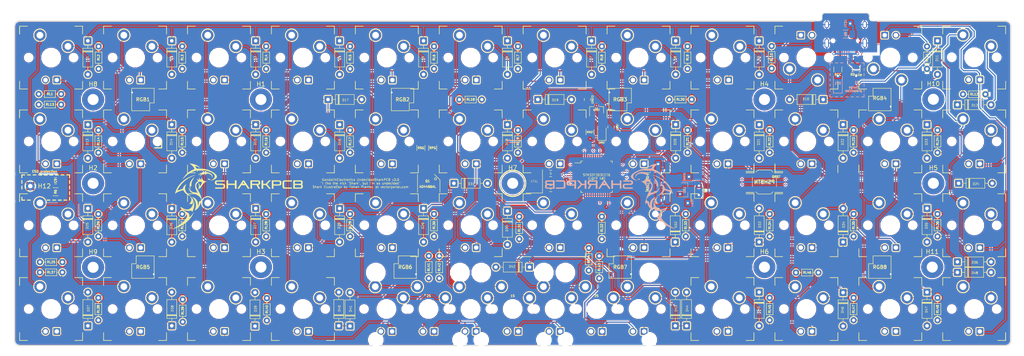
<source format=kicad_pcb>
(kicad_pcb (version 20171130) (host pcbnew 5.0.1)
  (title_block (title SharkPCB) (date 2019-01-15) (rev V3.0.4) (company "Gondolin Electronics"))
  (layers (0 F.Cu signal) (31 B.Cu signal) (34 B.Paste user hide) (35 F.Paste user hide) (36 B.SilkS user) (37 F.SilkS user) (38 B.Mask user hide) (39 F.Mask user hide) (44 Edge.Cuts user))
  (net 0 "")
  (net 1 GND)
  (net 2 "Net-(D11-Pad2)")
  (net 3 "Net-(D12-Pad2)")
  (net 4 "Net-(D13-Pad2)")
  (net 5 "Net-(D14-Pad2)")
  (net 6 "Net-(D15-Pad2)")
  (net 7 "Net-(D16-Pad2)")
  (net 8 "Net-(D17-Pad2)")
  (net 9 "Net-(D18-Pad2)")
  (net 10 "Net-(D19-Pad2)")
  (net 11 "Net-(D21-Pad2)")
  (net 12 "Net-(D22-Pad2)")
  (net 13 "Net-(D23-Pad2)")
  (net 14 "Net-(D24-Pad2)")
  (net 15 "Net-(D25-Pad2)")
  (net 16 "Net-(D26-Pad2)")
  (net 17 "Net-(D27-Pad2)")
  (net 18 "Net-(D28-Pad2)")
  (net 19 "Net-(D29-Pad2)")
  (net 20 "Net-(D31-Pad2)")
  (net 21 "Net-(D32-Pad2)")
  (net 22 "Net-(D33-Pad2)")
  (net 23 "Net-(D34-Pad2)")
  (net 24 "Net-(D35-Pad2)")
  (net 25 "Net-(D36-Pad2)")
  (net 26 "Net-(D37-Pad2)")
  (net 27 "Net-(D38-Pad2)")
  (net 28 "Net-(D39-Pad2)")
  (net 29 "Net-(D41-Pad2)")
  (net 30 "Net-(D42-Pad2)")
  (net 31 "Net-(D43-Pad2)")
  (net 32 "Net-(D44-Pad2)")
  (net 33 "Net-(D45-Pad2)")
  (net 34 "Net-(D46-Pad2)")
  (net 35 "Net-(D47-Pad2)")
  (net 36 "Net-(D1-Pad2)")
  (net 37 "Net-(D2-Pad2)")
  (net 38 "Net-(D3-Pad2)")
  (net 39 "Net-(D4-Pad2)")
  (net 40 "Net-(D5-Pad2)")
  (net 41 "Net-(D6-Pad2)")
  (net 42 "Net-(D7-Pad2)")
  (net 43 "Net-(D8-Pad2)")
  (net 44 "Net-(D9-Pad2)")
  (net 45 "Net-(D10-Pad2)")
  (net 46 "Net-(D20-Pad2)")
  (net 47 "Net-(D30-Pad2)")
  (net 48 "Net-(D40-Pad2)")
  (net 49 "Net-(D48-Pad2)")
  (net 50 "Net-(C7-Pad2)")
  (net 51 "Net-(C9-Pad2)")
  (net 52 XTAL2)
  (net 53 XTAL1)
  (net 54 Row1)
  (net 55 Row2)
  (net 56 Row3)
  (net 57 Row4)
  (net 58 D+)
  (net 59 D-)
  (net 60 Col1)
  (net 61 Col2)
  (net 62 Col3)
  (net 63 Col4)
  (net 64 Col5)
  (net 65 Col6)
  (net 66 Col7)
  (net 67 Col8)
  (net 68 Col9)
  (net 69 Col10)
  (net 70 Col11)
  (net 71 Col12)
  (net 72 "Net-(LED1-PadA)")
  (net 73 "Net-(LED1-PadK)")
  (net 74 "Net-(LED2-PadA)")
  (net 75 "Net-(LED3-PadA)")
  (net 76 "Net-(LED4-PadA)")
  (net 77 "Net-(LED5-PadA)")
  (net 78 "Net-(LED6-PadA)")
  (net 79 "Net-(LED7-PadA)")
  (net 80 "Net-(LED8-PadA)")
  (net 81 "Net-(LED9-PadA)")
  (net 82 "Net-(LED10-PadA)")
  (net 83 "Net-(LED11-PadA)")
  (net 84 "Net-(LED12-PadA)")
  (net 85 "Net-(LED13-PadA)")
  (net 86 "Net-(LED14-PadA)")
  (net 87 "Net-(LED15-PadA)")
  (net 88 "Net-(LED16-PadA)")
  (net 89 "Net-(LED17-PadA)")
  (net 90 "Net-(LED18-PadA)")
  (net 91 "Net-(LED19-PadA)")
  (net 92 "Net-(LED20-PadA)")
  (net 93 "Net-(LED21-PadA)")
  (net 94 "Net-(LED22-PadA)")
  (net 95 "Net-(LED23-PadA)")
  (net 96 "Net-(LED24-PadA)")
  (net 97 "Net-(LED25-PadA)")
  (net 98 "Net-(LED26-PadA)")
  (net 99 "Net-(LED27-PadA)")
  (net 100 "Net-(LED28-PadA)")
  (net 101 "Net-(LED29-PadA)")
  (net 102 "Net-(LED30-PadA)")
  (net 103 "Net-(LED31-PadA)")
  (net 104 "Net-(LED32-PadA)")
  (net 105 "Net-(LED33-PadA)")
  (net 106 "Net-(LED34-PadA)")
  (net 107 "Net-(LED35-PadA)")
  (net 108 "Net-(LED36-PadA)")
  (net 109 "Net-(LED37-PadA)")
  (net 110 "Net-(LED38-PadA)")
  (net 111 "Net-(LED39-PadA)")
  (net 112 "Net-(LED40-PadA)")
  (net 113 "Net-(LED41-PadA)")
  (net 114 "Net-(LED42-PadA)")
  (net 115 "Net-(LED43-PadA)")
  (net 116 "Net-(LED44-PadA)")
  (net 117 "Net-(LED45-PadA)")
  (net 118 "Net-(LED46-PadA)")
  (net 119 "Net-(LED47-PadA)")
  (net 120 "Net-(LED48-PadA)")
  (net 121 LED_PWM)
  (net 122 "Net-(Q1-PadG)")
  (net 123 BOOT0)
  (net 124 5V)
  (net 125 3.3V)
  (net 126 NRST)
  (net 127 "Net-(DRST1-Pad2)")
  (net 128 VBUS)
  (net 129 "Net-(J1-PadA7)")
  (net 130 "Net-(J1-PadA6)")
  (net 131 "Net-(J1-PadA5)")
  (net 132 "Net-(RGB1-Pad2)")
  (net 133 RGB_PWM)
  (net 134 "Net-(RGB2-Pad2)")
  (net 135 "Net-(RGB3-Pad2)")
  (net 136 "Net-(RGB5-Pad2)")
  (net 137 "Net-(RGB6-Pad2)")
  (net 138 "Net-(RGB7-Pad2)")
  (module Keyboard_switches:MX100 (layer F.Cu) (at 214.963 112.243)
    (fp_text reference SW34)
    (fp_text value MXSwitch)
    (pad "" np_thru_hole circle (at -5.08 0) (size 1.7018 1.7018) (drill 1.7018) (layers *.Cu *.Mask))
    (pad "" np_thru_hole circle (at 5.08 0) (size 1.7018 1.7018) (drill 1.7018) (layers *.Cu *.Mask))
    (pad 1 thru_hole circle (at -2.54 -5.08) (size 2.54 2.54) (drill 1.524) (layers *.Cu *.Mask) (net 69 Col10))
    (pad 2 thru_hole circle (at 3.81 -2.54) (size 2.54 2.54) (drill 1.524) (layers *.Cu *.Mask) (net 23 "Net-(D34-Pad2)"))
    (pad "" np_thru_hole circle (at 0 0) (size 3.9878 3.9878) (drill 3.9878) (layers *.Cu *.Mask))
  )
  (module Keyboard_switches:thtLED (layer F.Cu) (at 176.963 136.323)
    (fp_text reference LED44)
    (fp_text value LED)
    (pad K thru_hole roundrect (at 1.27 0) (size 1.524 1.524) (drill 0.9906) (layers *.Cu *.Mask) (roundrect_rratio 0.1) (net 73 "Net-(LED1-PadK)"))
    (pad A thru_hole circle (at -1.27 0) (size 1.524 1.524) (drill 1.016) (layers *.Cu *.Mask) (net 116 "Net-(LED44-PadA)"))
  )
  (module Keyboard_switches:thtLED (layer F.Cu) (at 43.963 98.323)
    (fp_text reference LED13)
    (fp_text value LED)
    (pad K thru_hole roundrect (at 1.27 0) (size 1.524 1.524) (drill 0.9906) (layers *.Cu *.Mask) (roundrect_rratio 0.1) (net 73 "Net-(LED1-PadK)"))
    (pad A thru_hole circle (at -1.27 0) (size 1.524 1.524) (drill 1.016) (layers *.Cu *.Mask) (net 85 "Net-(LED13-PadA)"))
  )
  (module Keyboard_switches:MX100 (layer F.Cu) (at 233.963 74.243 180)
    (fp_text reference SW11)
    (fp_text value MXSwitch)
    (pad "" np_thru_hole circle (at -5.08 0 180) (size 1.7018 1.7018) (drill 1.7018) (layers *.Cu *.Mask))
    (pad "" np_thru_hole circle (at 5.08 0 180) (size 1.7018 1.7018) (drill 1.7018) (layers *.Cu *.Mask))
    (pad 1 thru_hole circle (at -2.54 -5.08 180) (size 2.54 2.54) (drill 1.524) (layers *.Cu *.Mask) (net 70 Col11))
    (pad 2 thru_hole circle (at 3.81 -2.54 180) (size 2.54 2.54) (drill 1.524) (layers *.Cu *.Mask) (net 2 "Net-(D11-Pad2)"))
    (pad "" np_thru_hole circle (at 0 0 180) (size 3.9878 3.9878) (drill 3.9878) (layers *.Cu *.Mask))
  )
  (module USBconnector:TYPE-C-31-M-13 (layer F.Cu) (at 223.86925 72.46175 180)
    (fp_text reference J1 hide)
    (fp_text value USB_C_Receptacle)
    (pad S1 thru_hole oval (at 4.3 1.5 180) (size 1 2.1) (drill oval 0.6 1.7) (layers *.Cu *.Mask) (net 50 "Net-(C7-Pad2)"))
    (pad S1 thru_hole oval (at 4.3 5.7 180) (size 1 1.6) (drill oval 0.6 1.2) (layers *.Cu *.Mask) (net 50 "Net-(C7-Pad2)"))
    (pad "" np_thru_hole circle (at 2.89 2.051 180) (size 0.65 0.65) (drill 0.65) (layers *.Cu *.Mask))
    (pad "" np_thru_hole circle (at -2.89 2.051 180) (size 0.65 0.65) (drill 0.65) (layers *.Cu *.Mask))
    (pad S1 thru_hole oval (at -4.3 5.7 180) (size 1 1.6) (drill oval 0.6 1.2) (layers *.Cu *.Mask) (net 50 "Net-(C7-Pad2)"))
    (pad A1 smd roundrect (at -3.25 1.275 180) (size 0.6 1.45) (drill (offset 0 -0.55)) (layers F.Cu F.Paste F.Mask) (net 1 GND))
    (pad B9 smd roundrect (at -2.45 1.275 180) (size 0.6 1.45) (drill (offset 0 -0.55)) (layers F.Cu F.Paste F.Mask) (net 128 VBUS))
    (pad B8 smd roundrect (at -1.75 1.275 180) (size 0.3 1.45) (drill (offset 0 -0.55)) (layers F.Cu F.Paste F.Mask))
    (pad A5 smd roundrect (at -1.25 1.275 180) (size 0.3 1.45) (drill (offset 0 -0.55)) (layers F.Cu F.Paste F.Mask) (net 131 "Net-(J1-PadA5)"))
    (pad B7 smd roundrect (at -0.75 1.275 180) (size 0.3 1.45) (drill (offset 0 -0.55)) (layers F.Cu F.Paste F.Mask) (net 129 "Net-(J1-PadA7)"))
    (pad A6 smd roundrect (at -0.254 1.275 180) (size 0.3 1.45) (drill (offset 0 -0.55)) (layers F.Cu F.Paste F.Mask) (net 130 "Net-(J1-PadA6)"))
    (pad A12 smd roundrect (at 3.25 1.275 180) (size 0.6 1.45) (drill (offset 0 -0.55)) (layers F.Cu F.Paste F.Mask) (net 1 GND))
    (pad A9 smd roundrect (at 2.45 1.275 180) (size 0.6 1.45) (drill (offset 0 -0.55)) (layers F.Cu F.Paste F.Mask) (net 128 VBUS))
    (pad B5 smd roundrect (at 1.75 1.275 180) (size 0.3 1.45) (drill (offset 0 -0.55)) (layers F.Cu F.Paste F.Mask) (net 131 "Net-(J1-PadA5)"))
    (pad A8 smd roundrect (at 1.25 1.275 180) (size 0.3 1.45) (drill (offset 0 -0.55)) (layers F.Cu F.Paste F.Mask))
    (pad B6 smd roundrect (at 0.75 1.275 180) (size 0.3 1.45) (drill (offset 0 -0.55)) (layers F.Cu F.Paste F.Mask) (net 130 "Net-(J1-PadA6)"))
    (pad A7 smd roundrect (at 0.25 1.275 180) (size 0.3 1.45) (drill (offset 0 -0.55)) (layers F.Cu F.Paste F.Mask) (net 129 "Net-(J1-PadA7)"))
    (pad S1 thru_hole oval (at -4.3 1.5 180) (size 1 2.1) (drill oval 0.6 1.7) (layers *.Cu *.Mask) (net 50 "Net-(C7-Pad2)"))
    (pad B12 smd roundrect (at -3.25 1.275 180) (size 0.6 1.45) (drill (offset 0 -0.55)) (layers F.Cu F.Paste F.Mask) (net 1 GND))
    (pad A4 smd roundrect (at -2.45 1.275 180) (size 0.6 1.45) (drill (offset 0 -0.55)) (layers F.Cu F.Paste F.Mask) (net 128 VBUS))
    (pad B1 smd roundrect (at 3.25 1.275 180) (size 0.6 1.45) (drill (offset 0 -0.55)) (layers F.Cu F.Paste F.Mask) (net 1 GND))
    (pad B4 smd roundrect (at 2.45 1.275 180) (size 0.6 1.45) (drill (offset 0 -0.55)) (layers F.Cu F.Paste F.Mask) (net 128 VBUS))
  )
  (module sharkLogo:sharkLogo (layer F.Cu) (at 85.657584 105.71956)
    (fp_text reference L1 hide)
    (fp_text value Logo hide)
  )
  (module Keyboard_switches:MX100 (layer F.Cu) (at 119.963 93.243)
    (fp_text reference SW17)
    (fp_text value MXSwitch)
    (pad "" np_thru_hole circle (at -5.08 0) (size 1.7018 1.7018) (drill 1.7018) (layers *.Cu *.Mask))
    (pad "" np_thru_hole circle (at 5.08 0) (size 1.7018 1.7018) (drill 1.7018) (layers *.Cu *.Mask))
    (pad 1 thru_hole circle (at -2.54 -5.08) (size 2.54 2.54) (drill 1.524) (layers *.Cu *.Mask) (net 64 Col5))
    (pad 2 thru_hole circle (at 3.81 -2.54) (size 2.54 2.54) (drill 1.524) (layers *.Cu *.Mask) (net 8 "Net-(D17-Pad2)"))
    (pad "" np_thru_hole circle (at 0 0) (size 3.9878 3.9878) (drill 3.9878) (layers *.Cu *.Mask))
  )
  (module Keyboard_switches:MX100 (layer F.Cu) (at 196.088 74.243)
    (fp_text reference SW9)
    (fp_text value MXSwitch)
    (pad "" np_thru_hole circle (at -5.08 0) (size 1.7018 1.7018) (drill 1.7018) (layers *.Cu *.Mask))
    (pad "" np_thru_hole circle (at 5.08 0) (size 1.7018 1.7018) (drill 1.7018) (layers *.Cu *.Mask))
    (pad 1 thru_hole circle (at -2.54 -5.08) (size 2.54 2.54) (drill 1.524) (layers *.Cu *.Mask) (net 68 Col9))
    (pad 2 thru_hole circle (at 3.81 -2.54) (size 2.54 2.54) (drill 1.524) (layers *.Cu *.Mask) (net 44 "Net-(D9-Pad2)"))
    (pad "" np_thru_hole circle (at 0 0) (size 3.9878 3.9878) (drill 3.9878) (layers *.Cu *.Mask))
  )
  (module Keyboard_switches:thtDiode (layer F.Cu) (at 71.2755 74.243 270)
    (fp_text reference D2 (at 0.127 0.127 270) (layer F.SilkS) (effects (font (size 0.508 0.508) (thickness 0.0762))))
    (fp_text value 1N4148)
    (pad 2 thru_hole oval (at 3.81 0 270) (size 1.6 1.6) (drill 0.8) (layers *.Cu *.Mask) (net 37 "Net-(D2-Pad2)"))
    (pad 1 thru_hole roundrect (at -3.81 0 270) (size 1.6 1.6) (drill 0.8) (layers *.Cu *.Mask) (roundrect_rratio 0.1) (net 54 Row1))
  )
  (module Keyboard_switches:MX100 (layer F.Cu) (at 195.963 131.243)
    (fp_text reference SW45)
    (fp_text value MXSwitch)
    (pad "" np_thru_hole circle (at -5.08 0) (size 1.7018 1.7018) (drill 1.7018) (layers *.Cu *.Mask))
    (pad "" np_thru_hole circle (at 5.08 0) (size 1.7018 1.7018) (drill 1.7018) (layers *.Cu *.Mask))
    (pad 1 thru_hole circle (at -2.54 -5.08) (size 2.54 2.54) (drill 1.524) (layers *.Cu *.Mask) (net 68 Col9))
    (pad 2 thru_hole circle (at 3.81 -2.54) (size 2.54 2.54) (drill 1.524) (layers *.Cu *.Mask) (net 33 "Net-(D45-Pad2)"))
    (pad "" np_thru_hole circle (at 0 0) (size 3.9878 3.9878) (drill 3.9878) (layers *.Cu *.Mask))
  )
  (module Keyboard_switches:MX100 (layer F.Cu) (at 81.963 93.243)
    (fp_text reference SW15)
    (fp_text value MXSwitch)
    (pad "" np_thru_hole circle (at -5.08 0) (size 1.7018 1.7018) (drill 1.7018) (layers *.Cu *.Mask))
    (pad "" np_thru_hole circle (at 5.08 0) (size 1.7018 1.7018) (drill 1.7018) (layers *.Cu *.Mask))
    (pad 1 thru_hole circle (at -2.54 -5.08) (size 2.54 2.54) (drill 1.524) (layers *.Cu *.Mask) (net 62 Col3))
    (pad 2 thru_hole circle (at 3.81 -2.54) (size 2.54 2.54) (drill 1.524) (layers *.Cu *.Mask) (net 6 "Net-(D15-Pad2)"))
    (pad "" np_thru_hole circle (at 0 0) (size 3.9878 3.9878) (drill 3.9878) (layers *.Cu *.Mask))
  )
  (module Keyboard_switches:MX100 (layer F.Cu) (at 252.963 112.268)
    (fp_text reference SW36)
    (fp_text value MXSwitch)
    (pad "" np_thru_hole circle (at -5.08 0) (size 1.7018 1.7018) (drill 1.7018) (layers *.Cu *.Mask))
    (pad "" np_thru_hole circle (at 5.08 0) (size 1.7018 1.7018) (drill 1.7018) (layers *.Cu *.Mask))
    (pad 1 thru_hole circle (at -2.54 -5.08) (size 2.54 2.54) (drill 1.524) (layers *.Cu *.Mask) (net 71 Col12))
    (pad 2 thru_hole circle (at 3.81 -2.54) (size 2.54 2.54) (drill 1.524) (layers *.Cu *.Mask) (net 25 "Net-(D36-Pad2)"))
    (pad "" np_thru_hole circle (at 0 0) (size 3.9878 3.9878) (drill 3.9878) (layers *.Cu *.Mask))
  )
  (module Capacitor_SMD:C_0805_2012Metric_Pad1.15x1.40mm_HandSolder (layer F.Cu) (at 157.072404 100.51643)
    (fp_text reference C2 (at 0 0 -270) (layer F.SilkS) (effects (font (size 0.254 0.254) (thickness 0.0635))))
    (fp_text value 22p)
    (pad 2 smd roundrect (at 1.025 0) (size 1.15 1.4) (layers F.Cu F.Paste F.Mask) (roundrect_rratio 0.217391) (net 1 GND))
    (pad 1 smd roundrect (at -1.025 0) (size 1.15 1.4) (layers F.Cu F.Paste F.Mask) (roundrect_rratio 0.217391) (net 53 XTAL1))
  )
  (module MountingHole:MountingHole_2.5mm_Pad (layer F.Cu) (at 91.463 83.743)
    (fp_text reference H1 (at 0 -3.5) (layer F.SilkS))
    (fp_text value MountingHole)
    (pad 1 thru_hole circle (at 0 0) (size 5 5) (drill 2.5) (layers *.Cu *.Mask))
  )
  (module MountingHole:MountingHole_2.5mm_Pad (layer F.Cu) (at 53.463 102.743)
    (fp_text reference H2 (at 0 -3.5) (layer F.SilkS))
    (fp_text value MountingHole)
    (pad 1 thru_hole circle (at 0 0) (size 5 5) (drill 2.5) (layers *.Cu *.Mask))
  )
  (module MountingHole:MountingHole_2.5mm_Pad (layer F.Cu) (at 91.463 121.743)
    (fp_text reference H3 (at 0 -3.5) (layer F.SilkS))
    (fp_text value MountingHole)
    (pad 1 thru_hole circle (at 0 0) (size 5 5) (drill 2.5) (layers *.Cu *.Mask))
  )
  (module MountingHole:MountingHole_2.5mm_Pad (layer F.Cu) (at 205.463 83.743)
    (fp_text reference H4 (at 0 -3.5) (layer F.SilkS))
    (fp_text value MountingHole)
    (pad 1 thru_hole circle (at 0 0) (size 5 5) (drill 2.5) (layers *.Cu *.Mask))
  )
  (module MountingHole:MountingHole_2.5mm_Pad (layer F.Cu) (at 243.713 102.743)
    (fp_text reference H5 (at 0 -3.5) (layer F.SilkS))
    (fp_text value MountingHole)
    (pad 1 thru_hole circle (at 0 0) (size 5 5) (drill 2.5) (layers *.Cu *.Mask))
  )
  (module MountingHole:MountingHole_2.5mm_Pad (layer F.Cu) (at 205.463 121.743)
    (fp_text reference H6 (at 0 -3.5) (layer F.SilkS))
    (fp_text value MountingHole)
    (pad 1 thru_hole circle (at 0 0) (size 5 5) (drill 2.5) (layers *.Cu *.Mask))
  )
  (module MountingHole:MountingHole_2.5mm_Pad (layer F.Cu) (at 148.463 102.743)
    (fp_text reference H7 (at 0 -3.5) (layer F.SilkS))
    (fp_text value MountingHole)
    (pad 1 thru_hole circle (at 0 0) (size 5 5) (drill 2.5) (layers *.Cu *.Mask))
  )
  (module MountingHole:MountingHole_2.5mm_Pad (layer F.Cu) (at 53.463 83.743)
    (fp_text reference H8 (at 0 -3.5) (layer F.SilkS))
    (fp_text value MountingHole)
    (pad 1 thru_hole circle (at 0 0) (size 5 5) (drill 2.5) (layers *.Cu *.Mask))
  )
  (module MountingHole:MountingHole_2.5mm_Pad (layer F.Cu) (at 53.463 121.793)
    (fp_text reference H9 (at 0 -3.5) (layer F.SilkS))
    (fp_text value MountingHole)
    (pad 1 thru_hole circle (at 0 0) (size 5 5) (drill 2.5) (layers *.Cu *.Mask))
  )
  (module Capacitor_SMD:C_0805_2012Metric_Pad1.15x1.40mm_HandSolder (layer F.Cu) (at 157.072404 103.930504)
    (fp_text reference C1 (at 0 0 -90) (layer F.SilkS) (effects (font (size 0.254 0.254) (thickness 0.0635))))
    (fp_text value 22p)
    (pad 2 smd roundrect (at 1.025 0) (size 1.15 1.4) (layers F.Cu F.Paste F.Mask) (roundrect_rratio 0.217391) (net 1 GND))
    (pad 1 smd roundrect (at -1.025 0) (size 1.15 1.4) (layers F.Cu F.Paste F.Mask) (roundrect_rratio 0.217391) (net 52 XTAL2))
  )
  (module Keyboard_switches:thtDiode (layer F.Cu) (at 52.2755 74.243 270)
    (fp_text reference D1 (at 0.127 0.127 270) (layer F.SilkS) (effects (font (size 0.508 0.508) (thickness 0.0762))))
    (fp_text value 1N4148)
    (pad 2 thru_hole oval (at 3.81 0 270) (size 1.6 1.6) (drill 0.8) (layers *.Cu *.Mask) (net 36 "Net-(D1-Pad2)"))
    (pad 1 thru_hole roundrect (at -3.81 0 270) (size 1.6 1.6) (drill 0.8) (layers *.Cu *.Mask) (roundrect_rratio 0.1) (net 54 Row1))
  )
  (module Keyboard_switches:thtDiode (layer F.Cu) (at 90.2755 74.243 270)
    (fp_text reference D3 (at 0.127 0.127 270) (layer F.SilkS) (effects (font (size 0.508 0.508) (thickness 0.0762))))
    (fp_text value 1N4148)
    (pad 2 thru_hole oval (at 3.81 0 270) (size 1.6 1.6) (drill 0.8) (layers *.Cu *.Mask) (net 38 "Net-(D3-Pad2)"))
    (pad 1 thru_hole roundrect (at -3.81 0 270) (size 1.6 1.6) (drill 0.8) (layers *.Cu *.Mask) (roundrect_rratio 0.1) (net 54 Row1))
  )
  (module Keyboard_switches:thtDiode (layer F.Cu) (at 109.2755 74.243 270)
    (fp_text reference D4 (at 0.127 0.127 270) (layer F.SilkS) (effects (font (size 0.508 0.508) (thickness 0.0762))))
    (fp_text value 1N4148)
    (pad 2 thru_hole oval (at 3.81 0 270) (size 1.6 1.6) (drill 0.8) (layers *.Cu *.Mask) (net 39 "Net-(D4-Pad2)"))
    (pad 1 thru_hole roundrect (at -3.81 0 270) (size 1.6 1.6) (drill 0.8) (layers *.Cu *.Mask) (roundrect_rratio 0.1) (net 54 Row1))
  )
  (module Keyboard_switches:thtDiode (layer F.Cu) (at 128.2755 74.243 270)
    (fp_text reference D5 (at 0.127 0.127 270) (layer F.SilkS) (effects (font (size 0.508 0.508) (thickness 0.0762))))
    (fp_text value 1N4148)
    (pad 2 thru_hole oval (at 3.81 0 270) (size 1.6 1.6) (drill 0.8) (layers *.Cu *.Mask) (net 40 "Net-(D5-Pad2)"))
    (pad 1 thru_hole roundrect (at -3.81 0 270) (size 1.6 1.6) (drill 0.8) (layers *.Cu *.Mask) (roundrect_rratio 0.1) (net 54 Row1))
  )
  (module Keyboard_switches:thtDiode (layer F.Cu) (at 147.2755 74.243 270)
    (fp_text reference D6 (at 0.127 0.127 270) (layer F.SilkS) (effects (font (size 0.508 0.508) (thickness 0.0762))))
    (fp_text value 1N4148)
    (pad 2 thru_hole oval (at 3.81 0 270) (size 1.6 1.6) (drill 0.8) (layers *.Cu *.Mask) (net 41 "Net-(D6-Pad2)"))
    (pad 1 thru_hole roundrect (at -3.81 0 270) (size 1.6 1.6) (drill 0.8) (layers *.Cu *.Mask) (roundrect_rratio 0.1) (net 54 Row1))
  )
  (module Keyboard_switches:thtDiode (layer F.Cu) (at 166.32236 74.243 270)
    (fp_text reference D7 (at 0.127 0.127 270) (layer F.SilkS) (effects (font (size 0.508 0.508) (thickness 0.0762))))
    (fp_text value 1N4148)
    (pad 2 thru_hole oval (at 3.81 0 270) (size 1.6 1.6) (drill 0.8) (layers *.Cu *.Mask) (net 42 "Net-(D7-Pad2)"))
    (pad 1 thru_hole roundrect (at -3.81 0 270) (size 1.6 1.6) (drill 0.8) (layers *.Cu *.Mask) (roundrect_rratio 0.1) (net 54 Row1))
  )
  (module Keyboard_switches:thtDiode (layer F.Cu) (at 185.372096 74.243 270)
    (fp_text reference D8 (at 0.127 0.127 270) (layer F.SilkS) (effects (font (size 0.508 0.508) (thickness 0.0762))))
    (fp_text value 1N4148)
    (pad 2 thru_hole oval (at 3.81 0 270) (size 1.6 1.6) (drill 0.8) (layers *.Cu *.Mask) (net 43 "Net-(D8-Pad2)"))
    (pad 1 thru_hole roundrect (at -3.81 0 270) (size 1.6 1.6) (drill 0.8) (layers *.Cu *.Mask) (roundrect_rratio 0.1) (net 54 Row1))
  )
  (module Keyboard_switches:thtDiode (layer F.Cu) (at 204.2755 74.243 270)
    (fp_text reference D9 (at 0.127 0.127 270) (layer F.SilkS) (effects (font (size 0.508 0.508) (thickness 0.0762))))
    (fp_text value 1N4148)
    (pad 2 thru_hole oval (at 3.81 0 270) (size 1.6 1.6) (drill 0.8) (layers *.Cu *.Mask) (net 44 "Net-(D9-Pad2)"))
    (pad 1 thru_hole roundrect (at -3.81 0 270) (size 1.6 1.6) (drill 0.8) (layers *.Cu *.Mask) (roundrect_rratio 0.1) (net 54 Row1))
  )
  (module Keyboard_switches:thtDiode (layer F.Cu) (at 214.963 83.743 180)
    (fp_text reference D10 (at 0.127 0.127 180) (layer F.SilkS) (effects (font (size 0.508 0.508) (thickness 0.0762))))
    (fp_text value 1N4148)
    (pad 2 thru_hole oval (at 3.81 0 180) (size 1.6 1.6) (drill 0.8) (layers *.Cu *.Mask) (net 45 "Net-(D10-Pad2)"))
    (pad 1 thru_hole roundrect (at -3.81 0 180) (size 1.6 1.6) (drill 0.8) (layers *.Cu *.Mask) (roundrect_rratio 0.1) (net 54 Row1))
  )
  (module Keyboard_switches:thtDiode (layer F.Cu) (at 244.6505 74.243 270)
    (fp_text reference D11 (at 0.127 0.127 270) (layer F.SilkS) (effects (font (size 0.508 0.508) (thickness 0.0762))))
    (fp_text value 1N4148)
    (pad 2 thru_hole oval (at 3.81 0 270) (size 1.6 1.6) (drill 0.8) (layers *.Cu *.Mask) (net 2 "Net-(D11-Pad2)"))
    (pad 1 thru_hole roundrect (at -3.81 0 270) (size 1.6 1.6) (drill 0.8) (layers *.Cu *.Mask) (roundrect_rratio 0.1) (net 54 Row1))
  )
  (module Keyboard_switches:thtDiode (layer F.Cu) (at 252.963 84.9305)
    (fp_text reference D12 (at 0.127 0.127) (layer F.SilkS) (effects (font (size 0.508 0.508) (thickness 0.0762))))
    (fp_text value 1N4148)
    (pad 2 thru_hole oval (at 3.81 0) (size 1.6 1.6) (drill 0.8) (layers *.Cu *.Mask) (net 3 "Net-(D12-Pad2)"))
    (pad 1 thru_hole roundrect (at -3.81 0) (size 1.6 1.6) (drill 0.8) (layers *.Cu *.Mask) (roundrect_rratio 0.1) (net 54 Row1))
  )
  (module Keyboard_switches:thtDiode (layer F.Cu) (at 52.2755 93.243 270)
    (fp_text reference D13 (at 0.127 0.127 270) (layer F.SilkS) (effects (font (size 0.508 0.508) (thickness 0.0762))))
    (fp_text value 1N4148)
    (pad 2 thru_hole oval (at 3.81 0 270) (size 1.6 1.6) (drill 0.8) (layers *.Cu *.Mask) (net 4 "Net-(D13-Pad2)"))
    (pad 1 thru_hole roundrect (at -3.81 0 270) (size 1.6 1.6) (drill 0.8) (layers *.Cu *.Mask) (roundrect_rratio 0.1) (net 55 Row2))
  )
  (module Keyboard_switches:thtDiode (layer F.Cu) (at 71.2755 93.243 270)
    (fp_text reference D14 (at 0.127 0.127 270) (layer F.SilkS) (effects (font (size 0.508 0.508) (thickness 0.0762))))
    (fp_text value 1N4148)
    (pad 2 thru_hole oval (at 3.81 0 270) (size 1.6 1.6) (drill 0.8) (layers *.Cu *.Mask) (net 5 "Net-(D14-Pad2)"))
    (pad 1 thru_hole roundrect (at -3.81 0 270) (size 1.6 1.6) (drill 0.8) (layers *.Cu *.Mask) (roundrect_rratio 0.1) (net 55 Row2))
  )
  (module Keyboard_switches:thtDiode (layer F.Cu) (at 90.2755 93.243 270)
    (fp_text reference D15 (at 0.127 0.127 270) (layer F.SilkS) (effects (font (size 0.508 0.508) (thickness 0.0762))))
    (fp_text value 1N4148)
    (pad 2 thru_hole oval (at 3.81 0 270) (size 1.6 1.6) (drill 0.8) (layers *.Cu *.Mask) (net 6 "Net-(D15-Pad2)"))
    (pad 1 thru_hole roundrect (at -3.81 0 270) (size 1.6 1.6) (drill 0.8) (layers *.Cu *.Mask) (roundrect_rratio 0.1) (net 55 Row2))
  )
  (module Keyboard_switches:thtDiode (layer F.Cu) (at 109.2755 93.243 270)
    (fp_text reference D16 (at 0.127 0 270) (layer F.SilkS) (effects (font (size 0.508 0.508) (thickness 0.0762))))
    (fp_text value 1N4148)
    (pad 2 thru_hole oval (at 3.81 0 270) (size 1.6 1.6) (drill 0.8) (layers *.Cu *.Mask) (net 7 "Net-(D16-Pad2)"))
    (pad 1 thru_hole roundrect (at -3.81 0 270) (size 1.6 1.6) (drill 0.8) (layers *.Cu *.Mask) (roundrect_rratio 0.1) (net 55 Row2))
  )
  (module Keyboard_switches:thtDiode (layer F.Cu) (at 110.463 83.743)
    (fp_text reference D17 (at 0.127 0.127) (layer F.SilkS) (effects (font (size 0.508 0.508) (thickness 0.0762))))
    (fp_text value 1N4148)
    (pad 2 thru_hole oval (at 3.81 0) (size 1.6 1.6) (drill 0.8) (layers *.Cu *.Mask) (net 8 "Net-(D17-Pad2)"))
    (pad 1 thru_hole roundrect (at -3.81 0) (size 1.6 1.6) (drill 0.8) (layers *.Cu *.Mask) (roundrect_rratio 0.1) (net 55 Row2))
  )
  (module Keyboard_switches:thtDiode (layer F.Cu) (at 147.2755 93.243 270)
    (fp_text reference D18 (at 0.127 0.127 270) (layer F.SilkS) (effects (font (size 0.508 0.508) (thickness 0.0762))))
    (fp_text value 1N4148)
    (pad 2 thru_hole oval (at 3.81 0 270) (size 1.6 1.6) (drill 0.8) (layers *.Cu *.Mask) (net 9 "Net-(D18-Pad2)"))
    (pad 1 thru_hole roundrect (at -3.81 0 270) (size 1.6 1.6) (drill 0.8) (layers *.Cu *.Mask) (roundrect_rratio 0.1) (net 55 Row2))
  )
  (module Keyboard_switches:thtDiode (layer F.Cu) (at 157.963 83.743)
    (fp_text reference D19 (at 0.127 0.127) (layer F.SilkS) (effects (font (size 0.508 0.508) (thickness 0.0762))))
    (fp_text value 1N4148)
    (pad 2 thru_hole oval (at 3.81 0) (size 1.6 1.6) (drill 0.8) (layers *.Cu *.Mask) (net 10 "Net-(D19-Pad2)"))
    (pad 1 thru_hole roundrect (at -3.81 0) (size 1.6 1.6) (drill 0.8) (layers *.Cu *.Mask) (roundrect_rratio 0.1) (net 55 Row2))
  )
  (module Keyboard_switches:thtDiode (layer F.Cu) (at 185.372096 93.218 270)
    (fp_text reference D20 (at 0.127 0.127 270) (layer F.SilkS) (effects (font (size 0.508 0.508) (thickness 0.0762))))
    (fp_text value 1N4148)
    (pad 2 thru_hole oval (at 3.81 0 270) (size 1.6 1.6) (drill 0.8) (layers *.Cu *.Mask) (net 46 "Net-(D20-Pad2)"))
    (pad 1 thru_hole roundrect (at -3.81 0 270) (size 1.6 1.6) (drill 0.8) (layers *.Cu *.Mask) (roundrect_rratio 0.1) (net 55 Row2))
  )
  (module Keyboard_switches:thtDiode (layer F.Cu) (at 204.2755 93.243 270)
    (fp_text reference D21 (at 0.127 0.127 270) (layer F.SilkS) (effects (font (size 0.508 0.508) (thickness 0.0762))))
    (fp_text value 1N4148)
    (pad 2 thru_hole oval (at 3.81 0 270) (size 1.6 1.6) (drill 0.8) (layers *.Cu *.Mask) (net 11 "Net-(D21-Pad2)"))
    (pad 1 thru_hole roundrect (at -3.81 0 270) (size 1.6 1.6) (drill 0.8) (layers *.Cu *.Mask) (roundrect_rratio 0.1) (net 55 Row2))
  )
  (module Keyboard_switches:thtDiode (layer F.Cu) (at 223.2755 93.243 270)
    (fp_text reference D22 (at 0.127 0.127 270) (layer F.SilkS) (effects (font (size 0.508 0.508) (thickness 0.0762))))
    (fp_text value 1N4148)
    (pad 2 thru_hole oval (at 3.81 0 270) (size 1.6 1.6) (drill 0.8) (layers *.Cu *.Mask) (net 12 "Net-(D22-Pad2)"))
    (pad 1 thru_hole roundrect (at -3.81 0 270) (size 1.6 1.6) (drill 0.8) (layers *.Cu *.Mask) (roundrect_rratio 0.1) (net 55 Row2))
  )
  (module Keyboard_switches:thtDiode (layer F.Cu) (at 242.2755 93.243 270)
    (fp_text reference D23 (at 0.127 0.127 270) (layer F.SilkS) (effects (font (size 0.508 0.508) (thickness 0.0762))))
    (fp_text value 1N4148)
    (pad 2 thru_hole oval (at 3.81 0 270) (size 1.6 1.6) (drill 0.8) (layers *.Cu *.Mask) (net 13 "Net-(D23-Pad2)"))
    (pad 1 thru_hole roundrect (at -3.81 0 270) (size 1.6 1.6) (drill 0.8) (layers *.Cu *.Mask) (roundrect_rratio 0.1) (net 55 Row2))
  )
  (module Keyboard_switches:thtDiode (layer F.Cu) (at 253.238 102.743)
    (fp_text reference D24 (at 0.127 0.127) (layer F.SilkS) (effects (font (size 0.508 0.508) (thickness 0.0762))))
    (fp_text value 1N4148)
    (pad 2 thru_hole oval (at 3.81 0) (size 1.6 1.6) (drill 0.8) (layers *.Cu *.Mask) (net 14 "Net-(D24-Pad2)"))
    (pad 1 thru_hole roundrect (at -3.81 0) (size 1.6 1.6) (drill 0.8) (layers *.Cu *.Mask) (roundrect_rratio 0.1) (net 55 Row2))
  )
  (module Keyboard_switches:thtDiode (layer F.Cu) (at 52.2755 112.243 270)
    (fp_text reference D25 (at 0.127 0.127 270) (layer F.SilkS) (effects (font (size 0.508 0.508) (thickness 0.0762))))
    (fp_text value 1N4148)
    (pad 2 thru_hole oval (at 3.81 0 270) (size 1.6 1.6) (drill 0.8) (layers *.Cu *.Mask) (net 15 "Net-(D25-Pad2)"))
    (pad 1 thru_hole roundrect (at -3.81 0 270) (size 1.6 1.6) (drill 0.8) (layers *.Cu *.Mask) (roundrect_rratio 0.1) (net 56 Row3))
  )
  (module Keyboard_switches:thtDiode (layer F.Cu) (at 71.2755 112.267928 270)
    (fp_text reference D26 (at 0.127 0.127 270) (layer F.SilkS) (effects (font (size 0.508 0.508) (thickness 0.0762))))
    (fp_text value 1N4148)
    (pad 2 thru_hole oval (at 3.81 0 270) (size 1.6 1.6) (drill 0.8) (layers *.Cu *.Mask) (net 16 "Net-(D26-Pad2)"))
    (pad 1 thru_hole roundrect (at -3.81 0 270) (size 1.6 1.6) (drill 0.8) (layers *.Cu *.Mask) (roundrect_rratio 0.1) (net 56 Row3))
  )
  (module Keyboard_switches:thtDiode (layer F.Cu) (at 90.2755 112.243 270)
    (fp_text reference D27 (at 0.127 0.127 270) (layer F.SilkS) (effects (font (size 0.508 0.508) (thickness 0.0762))))
    (fp_text value 1N4148)
    (pad 2 thru_hole oval (at 3.81 0 270) (size 1.6 1.6) (drill 0.8) (layers *.Cu *.Mask) (net 17 "Net-(D27-Pad2)"))
    (pad 1 thru_hole roundrect (at -3.81 0 270) (size 1.6 1.6) (drill 0.8) (layers *.Cu *.Mask) (roundrect_rratio 0.1) (net 56 Row3))
  )
  (module Keyboard_switches:thtDiode (layer F.Cu) (at 109.2755 112.243 270)
    (fp_text reference D28 (at 0.127 0.127 270) (layer F.SilkS) (effects (font (size 0.508 0.508) (thickness 0.0762))))
    (fp_text value 1N4148)
    (pad 2 thru_hole oval (at 3.81 0 270) (size 1.6 1.6) (drill 0.8) (layers *.Cu *.Mask) (net 18 "Net-(D28-Pad2)"))
    (pad 1 thru_hole roundrect (at -3.81 0 270) (size 1.6 1.6) (drill 0.8) (layers *.Cu *.Mask) (roundrect_rratio 0.1) (net 56 Row3))
  )
  (module Keyboard_switches:thtDiode (layer F.Cu) (at 128.2755 112.243 270)
    (fp_text reference D29 (at 0.127 0.127 270) (layer F.SilkS) (effects (font (size 0.508 0.508) (thickness 0.0762))))
    (fp_text value 1N4148)
    (pad 2 thru_hole oval (at 3.81 0 270) (size 1.6 1.6) (drill 0.8) (layers *.Cu *.Mask) (net 19 "Net-(D29-Pad2)"))
    (pad 1 thru_hole roundrect (at -3.81 0 270) (size 1.6 1.6) (drill 0.8) (layers *.Cu *.Mask) (roundrect_rratio 0.1) (net 56 Row3))
  )
  (module Keyboard_switches:thtDiode (layer F.Cu) (at 147.2755 112.83675 270)
    (fp_text reference D30 (at 0.127 0.127 270) (layer F.SilkS) (effects (font (size 0.508 0.508) (thickness 0.0762))))
    (fp_text value 1N4148)
    (pad 2 thru_hole oval (at 3.81 0 270) (size 1.6 1.6) (drill 0.8) (layers *.Cu *.Mask) (net 47 "Net-(D30-Pad2)"))
    (pad 1 thru_hole roundrect (at -3.81 0 270) (size 1.6 1.6) (drill 0.8) (layers *.Cu *.Mask) (roundrect_rratio 0.1) (net 56 Row3))
  )
  (module Keyboard_switches:thtDiode (layer F.Cu) (at 138.963 102.743)
    (fp_text reference D31 (at 0.127 0.127) (layer F.SilkS) (effects (font (size 0.508 0.508) (thickness 0.0762))))
    (fp_text value 1N4148)
    (pad 2 thru_hole oval (at 3.81 0) (size 1.6 1.6) (drill 0.8) (layers *.Cu *.Mask) (net 20 "Net-(D31-Pad2)"))
    (pad 1 thru_hole roundrect (at -3.81 0) (size 1.6 1.6) (drill 0.8) (layers *.Cu *.Mask) (roundrect_rratio 0.1) (net 56 Row3))
  )
  (module Keyboard_switches:thtDiode (layer F.Cu) (at 185.2755 112.243 90)
    (fp_text reference D32 (at 0.127 0.127 90) (layer F.SilkS) (effects (font (size 0.508 0.508) (thickness 0.0762))))
    (fp_text value 1N4148)
    (pad 2 thru_hole oval (at 3.81 0 90) (size 1.6 1.6) (drill 0.8) (layers *.Cu *.Mask) (net 21 "Net-(D32-Pad2)"))
    (pad 1 thru_hole roundrect (at -3.81 0 90) (size 1.6 1.6) (drill 0.8) (layers *.Cu *.Mask) (roundrect_rratio 0.1) (net 56 Row3))
  )
  (module Keyboard_switches:thtDiode (layer F.Cu) (at 204.2755 112.243 90)
    (fp_text reference D33 (at 0.127 0.127 90) (layer F.SilkS) (effects (font (size 0.508 0.508) (thickness 0.0762))))
    (fp_text value 1N4148)
    (pad 2 thru_hole oval (at 3.81 0 90) (size 1.6 1.6) (drill 0.8) (layers *.Cu *.Mask) (net 22 "Net-(D33-Pad2)"))
    (pad 1 thru_hole roundrect (at -3.81 0 90) (size 1.6 1.6) (drill 0.8) (layers *.Cu *.Mask) (roundrect_rratio 0.1) (net 56 Row3))
  )
  (module Keyboard_switches:thtDiode (layer F.Cu) (at 223.2755 112.243 90)
    (fp_text reference D34 (at 0.127 0.127 90) (layer F.SilkS) (effects (font (size 0.508 0.508) (thickness 0.0762))))
    (fp_text value 1N4148)
    (pad 2 thru_hole oval (at 3.81 0 90) (size 1.6 1.6) (drill 0.8) (layers *.Cu *.Mask) (net 23 "Net-(D34-Pad2)"))
    (pad 1 thru_hole roundrect (at -3.81 0 90) (size 1.6 1.6) (drill 0.8) (layers *.Cu *.Mask) (roundrect_rratio 0.1) (net 56 Row3))
  )
  (module Keyboard_switches:thtDiode (layer F.Cu) (at 242.2755 112.243 270)
    (fp_text reference D35 (at 0.127 0.127 270) (layer F.SilkS) (effects (font (size 0.508 0.508) (thickness 0.0762))))
    (fp_text value 1N4148)
    (pad 2 thru_hole oval (at 3.81 0 270) (size 1.6 1.6) (drill 0.8) (layers *.Cu *.Mask) (net 24 "Net-(D35-Pad2)"))
    (pad 1 thru_hole roundrect (at -3.81 0 270) (size 1.6 1.6) (drill 0.8) (layers *.Cu *.Mask) (roundrect_rratio 0.1) (net 56 Row3))
  )
  (module Keyboard_switches:thtDiode (layer F.Cu) (at 252.963 120.5555)
    (fp_text reference D36 (at 0.127 0.127) (layer F.SilkS) (effects (font (size 0.508 0.508) (thickness 0.0762))))
    (fp_text value 1N4148)
    (pad 2 thru_hole oval (at 3.81 0) (size 1.6 1.6) (drill 0.8) (layers *.Cu *.Mask) (net 25 "Net-(D36-Pad2)"))
    (pad 1 thru_hole roundrect (at -3.81 0) (size 1.6 1.6) (drill 0.8) (layers *.Cu *.Mask) (roundrect_rratio 0.1) (net 56 Row3))
  )
  (module Keyboard_switches:thtDiode (layer F.Cu) (at 52.2755 131.243 90)
    (fp_text reference D37 (at 0.127 0.127 90) (layer F.SilkS) (effects (font (size 0.508 0.508) (thickness 0.0762))))
    (fp_text value 1N4148)
    (pad 2 thru_hole oval (at 3.81 0 90) (size 1.6 1.6) (drill 0.8) (layers *.Cu *.Mask) (net 26 "Net-(D37-Pad2)"))
    (pad 1 thru_hole roundrect (at -3.81 0 90) (size 1.6 1.6) (drill 0.8) (layers *.Cu *.Mask) (roundrect_rratio 0.1) (net 57 Row4))
  )
  (module Keyboard_switches:thtDiode (layer F.Cu) (at 71.2755 131.243 90)
    (fp_text reference D38 (at 0.127 0.127 90) (layer F.SilkS) (effects (font (size 0.508 0.508) (thickness 0.0762))))
    (fp_text value 1N4148)
    (pad 2 thru_hole oval (at 3.81 0 90) (size 1.6 1.6) (drill 0.8) (layers *.Cu *.Mask) (net 27 "Net-(D38-Pad2)"))
    (pad 1 thru_hole roundrect (at -3.81 0 90) (size 1.6 1.6) (drill 0.8) (layers *.Cu *.Mask) (roundrect_rratio 0.1) (net 57 Row4))
  )
  (module Keyboard_switches:thtDiode (layer F.Cu) (at 90.122816 131.317784 90)
    (fp_text reference D39 (at 0.127 0.127 90) (layer F.SilkS) (effects (font (size 0.508 0.508) (thickness 0.0762))))
    (fp_text value 1N4148)
    (pad 2 thru_hole oval (at 3.81 0 90) (size 1.6 1.6) (drill 0.8) (layers *.Cu *.Mask) (net 28 "Net-(D39-Pad2)"))
    (pad 1 thru_hole roundrect (at -3.81 0 90) (size 1.6 1.6) (drill 0.8) (layers *.Cu *.Mask) (roundrect_rratio 0.1) (net 57 Row4))
  )
  (module Keyboard_switches:thtDiode (layer F.Cu) (at 109.093 131.243 90)
    (fp_text reference D40 (at 0.127 0.127 90) (layer F.SilkS) (effects (font (size 0.508 0.508) (thickness 0.0762))))
    (fp_text value 1N4148)
    (pad 2 thru_hole oval (at 3.81 0 90) (size 1.6 1.6) (drill 0.8) (layers *.Cu *.Mask) (net 48 "Net-(D40-Pad2)"))
    (pad 1 thru_hole roundrect (at -3.81 0 90) (size 1.6 1.6) (drill 0.8) (layers *.Cu *.Mask) (roundrect_rratio 0.1) (net 57 Row4))
  )
  (module Keyboard_switches:thtDiode (layer F.Cu) (at 111.633 131.318 90)
    (fp_text reference D41 (at 0.127 0.127 90) (layer F.SilkS) (effects (font (size 0.508 0.508) (thickness 0.0762))))
    (fp_text value 1N4148)
    (pad 2 thru_hole oval (at 3.81 0 90) (size 1.6 1.6) (drill 0.8) (layers *.Cu *.Mask) (net 29 "Net-(D41-Pad2)"))
    (pad 1 thru_hole roundrect (at -3.81 0 90) (size 1.6 1.6) (drill 0.8) (layers *.Cu *.Mask) (roundrect_rratio 0.1) (net 57 Row4))
  )
  (module Keyboard_switches:thtDiode (layer F.Cu) (at 148.463 121.743 180)
    (fp_text reference D42 (at 0.127 0.127 180) (layer F.SilkS) (effects (font (size 0.508 0.508) (thickness 0.0762))))
    (fp_text value 1N4148)
    (pad 2 thru_hole oval (at 3.81 0 180) (size 1.6 1.6) (drill 0.8) (layers *.Cu *.Mask) (net 30 "Net-(D42-Pad2)"))
    (pad 1 thru_hole roundrect (at -3.81 0 180) (size 1.6 1.6) (drill 0.8) (layers *.Cu *.Mask) (roundrect_rratio 0.1) (net 57 Row4))
  )
  (module Keyboard_switches:thtDiode (layer F.Cu) (at 185.293 131.243 90)
    (fp_text reference D43 (at 0.127 0.127 90) (layer F.SilkS) (effects (font (size 0.508 0.508) (thickness 0.0762))))
    (fp_text value 1N4148)
    (pad 2 thru_hole oval (at 3.81 0 90) (size 1.6 1.6) (drill 0.8) (layers *.Cu *.Mask) (net 31 "Net-(D43-Pad2)"))
    (pad 1 thru_hole roundrect (at -3.81 0 90) (size 1.6 1.6) (drill 0.8) (layers *.Cu *.Mask) (roundrect_rratio 0.1) (net 57 Row4))
  )
  (module Keyboard_switches:thtDiode (layer F.Cu) (at 187.833 131.243 90)
    (fp_text reference D44 (at 0.127 0.127 90) (layer F.SilkS) (effects (font (size 0.508 0.508) (thickness 0.0762))))
    (fp_text value 1N4148)
    (pad 2 thru_hole oval (at 3.81 0 90) (size 1.6 1.6) (drill 0.8) (layers *.Cu *.Mask) (net 32 "Net-(D44-Pad2)"))
    (pad 1 thru_hole roundrect (at -3.81 0 90) (size 1.6 1.6) (drill 0.8) (layers *.Cu *.Mask) (roundrect_rratio 0.1) (net 57 Row4))
  )
  (module Keyboard_switches:thtDiode (layer F.Cu) (at 204.2755 131.243 270)
    (fp_text reference D45 (at 0.127 0.127 270) (layer F.SilkS) (effects (font (size 0.508 0.508) (thickness 0.0762))))
    (fp_text value 1N4148)
    (pad 2 thru_hole oval (at 3.81 0 270) (size 1.6 1.6) (drill 0.8) (layers *.Cu *.Mask) (net 33 "Net-(D45-Pad2)"))
    (pad 1 thru_hole roundrect (at -3.81 0 270) (size 1.6 1.6) (drill 0.8) (layers *.Cu *.Mask) (roundrect_rratio 0.1) (net 57 Row4))
  )
  (module Keyboard_switches:thtDiode (layer F.Cu) (at 223.2755 131.318 270)
    (fp_text reference D46 (at 0.127 0.127 270) (layer F.SilkS) (effects (font (size 0.508 0.508) (thickness 0.0762))))
    (fp_text value 1N4148)
    (pad 2 thru_hole oval (at 3.81 0 270) (size 1.6 1.6) (drill 0.8) (layers *.Cu *.Mask) (net 34 "Net-(D46-Pad2)"))
    (pad 1 thru_hole roundrect (at -3.81 0 270) (size 1.6 1.6) (drill 0.8) (layers *.Cu *.Mask) (roundrect_rratio 0.1) (net 57 Row4))
  )
  (module Keyboard_switches:thtDiode (layer F.Cu) (at 242.2755 131.243 270)
    (fp_text reference D47 (at 0.127 0.127 270) (layer F.SilkS) (effects (font (size 0.508 0.508) (thickness 0.0762))))
    (fp_text value 1N4148)
    (pad 2 thru_hole oval (at 3.81 0 270) (size 1.6 1.6) (drill 0.8) (layers *.Cu *.Mask) (net 35 "Net-(D47-Pad2)"))
    (pad 1 thru_hole roundrect (at -3.81 0 270) (size 1.6 1.6) (drill 0.8) (layers *.Cu *.Mask) (roundrect_rratio 0.1) (net 57 Row4))
  )
  (module MountingHole:MountingHole_2.5mm_Pad (layer F.Cu) (at 243.713 83.693)
    (fp_text reference H10 (at 0 -3.5) (layer F.SilkS))
    (fp_text value MountingHole)
    (pad 1 thru_hole circle (at 0 0) (size 5 5) (drill 2.5) (layers *.Cu *.Mask))
  )
  (module MountingHole:MountingHole_2.5mm_Pad (layer F.Cu) (at 243.463 121.743)
    (fp_text reference H11 (at 0 -3.5) (layer F.SilkS))
    (fp_text value MountingHole)
    (pad 1 thru_hole circle (at 0 0) (size 5 5) (drill 2.5) (layers *.Cu *.Mask))
  )
  (module Keyboard_switches:thtDiode (layer F.Cu) (at 252.963 122.9305)
    (fp_text reference D48 (at 0.127 0.127) (layer F.SilkS) (effects (font (size 0.508 0.508) (thickness 0.0762))))
    (fp_text value 1N4148)
    (pad 2 thru_hole oval (at 3.81 0) (size 1.6 1.6) (drill 0.8) (layers *.Cu *.Mask) (net 49 "Net-(D48-Pad2)"))
    (pad 1 thru_hole roundrect (at -3.81 0) (size 1.6 1.6) (drill 0.8) (layers *.Cu *.Mask) (roundrect_rratio 0.1) (net 57 Row4))
  )
  (module Keyboard_switches:MX100 (layer F.Cu) (at 43.963 74.243)
    (fp_text reference SW1)
    (fp_text value MXSwitch)
    (pad "" np_thru_hole circle (at -5.08 0) (size 1.7018 1.7018) (drill 1.7018) (layers *.Cu *.Mask))
    (pad "" np_thru_hole circle (at 5.08 0) (size 1.7018 1.7018) (drill 1.7018) (layers *.Cu *.Mask))
    (pad 1 thru_hole circle (at -2.54 -5.08) (size 2.54 2.54) (drill 1.524) (layers *.Cu *.Mask) (net 60 Col1))
    (pad 2 thru_hole circle (at 3.81 -2.54) (size 2.54 2.54) (drill 1.524) (layers *.Cu *.Mask) (net 36 "Net-(D1-Pad2)"))
    (pad "" np_thru_hole circle (at 0 0) (size 3.9878 3.9878) (drill 3.9878) (layers *.Cu *.Mask))
  )
  (module Keyboard_switches:MX100 (layer F.Cu) (at 81.963 74.243)
    (fp_text reference SW3)
    (fp_text value MXSwitch)
    (pad "" np_thru_hole circle (at -5.08 0) (size 1.7018 1.7018) (drill 1.7018) (layers *.Cu *.Mask))
    (pad "" np_thru_hole circle (at 5.08 0) (size 1.7018 1.7018) (drill 1.7018) (layers *.Cu *.Mask))
    (pad 1 thru_hole circle (at -2.54 -5.08) (size 2.54 2.54) (drill 1.524) (layers *.Cu *.Mask) (net 62 Col3))
    (pad 2 thru_hole circle (at 3.81 -2.54) (size 2.54 2.54) (drill 1.524) (layers *.Cu *.Mask) (net 38 "Net-(D3-Pad2)"))
    (pad "" np_thru_hole circle (at 0 0) (size 3.9878 3.9878) (drill 3.9878) (layers *.Cu *.Mask))
  )
  (module Keyboard_switches:MX100 (layer F.Cu) (at 100.963 74.243)
    (fp_text reference SW4)
    (fp_text value MXSwitch)
    (pad "" np_thru_hole circle (at -5.08 0) (size 1.7018 1.7018) (drill 1.7018) (layers *.Cu *.Mask))
    (pad "" np_thru_hole circle (at 5.08 0) (size 1.7018 1.7018) (drill 1.7018) (layers *.Cu *.Mask))
    (pad 1 thru_hole circle (at -2.54 -5.08) (size 2.54 2.54) (drill 1.524) (layers *.Cu *.Mask) (net 63 Col4))
    (pad 2 thru_hole circle (at 3.81 -2.54) (size 2.54 2.54) (drill 1.524) (layers *.Cu *.Mask) (net 39 "Net-(D4-Pad2)"))
    (pad "" np_thru_hole circle (at 0 0) (size 3.9878 3.9878) (drill 3.9878) (layers *.Cu *.Mask))
  )
  (module Keyboard_switches:MX100 (layer F.Cu) (at 138.963 74.243)
    (fp_text reference SW6)
    (fp_text value MXSwitch)
    (pad "" np_thru_hole circle (at -5.08 0) (size 1.7018 1.7018) (drill 1.7018) (layers *.Cu *.Mask))
    (pad "" np_thru_hole circle (at 5.08 0) (size 1.7018 1.7018) (drill 1.7018) (layers *.Cu *.Mask))
    (pad 1 thru_hole circle (at -2.54 -5.08) (size 2.54 2.54) (drill 1.524) (layers *.Cu *.Mask) (net 65 Col6))
    (pad 2 thru_hole circle (at 3.81 -2.54) (size 2.54 2.54) (drill 1.524) (layers *.Cu *.Mask) (net 41 "Net-(D6-Pad2)"))
    (pad "" np_thru_hole circle (at 0 0) (size 3.9878 3.9878) (drill 3.9878) (layers *.Cu *.Mask))
  )
  (module Keyboard_switches:MX100 (layer F.Cu) (at 157.963 74.243)
    (fp_text reference SW7)
    (fp_text value MXSwitch)
    (pad "" np_thru_hole circle (at -5.08 0) (size 1.7018 1.7018) (drill 1.7018) (layers *.Cu *.Mask))
    (pad "" np_thru_hole circle (at 5.08 0) (size 1.7018 1.7018) (drill 1.7018) (layers *.Cu *.Mask))
    (pad 1 thru_hole circle (at -2.54 -5.08) (size 2.54 2.54) (drill 1.524) (layers *.Cu *.Mask) (net 66 Col7))
    (pad 2 thru_hole circle (at 3.81 -2.54) (size 2.54 2.54) (drill 1.524) (layers *.Cu *.Mask) (net 42 "Net-(D7-Pad2)"))
    (pad "" np_thru_hole circle (at 0 0) (size 3.9878 3.9878) (drill 3.9878) (layers *.Cu *.Mask))
  )
  (module Keyboard_switches:MX100 (layer F.Cu) (at 176.963 74.243)
    (fp_text reference SW8)
    (fp_text value MXSwitch)
    (pad "" np_thru_hole circle (at -5.08 0) (size 1.7018 1.7018) (drill 1.7018) (layers *.Cu *.Mask))
    (pad "" np_thru_hole circle (at 5.08 0) (size 1.7018 1.7018) (drill 1.7018) (layers *.Cu *.Mask))
    (pad 1 thru_hole circle (at -2.54 -5.08) (size 2.54 2.54) (drill 1.524) (layers *.Cu *.Mask) (net 67 Col8))
    (pad 2 thru_hole circle (at 3.81 -2.54) (size 2.54 2.54) (drill 1.524) (layers *.Cu *.Mask) (net 43 "Net-(D8-Pad2)"))
    (pad "" np_thru_hole circle (at 0 0) (size 3.9878 3.9878) (drill 3.9878) (layers *.Cu *.Mask))
  )
  (module Keyboard_switches:MX100 (layer F.Cu) (at 214.963 74.243 180)
    (fp_text reference SW10)
    (fp_text value MXSwitch)
    (pad "" np_thru_hole circle (at -5.08 0 180) (size 1.7018 1.7018) (drill 1.7018) (layers *.Cu *.Mask))
    (pad "" np_thru_hole circle (at 5.08 0 180) (size 1.7018 1.7018) (drill 1.7018) (layers *.Cu *.Mask))
    (pad 1 thru_hole circle (at -2.54 -5.08 180) (size 2.54 2.54) (drill 1.524) (layers *.Cu *.Mask) (net 69 Col10))
    (pad 2 thru_hole circle (at 3.81 -2.54 180) (size 2.54 2.54) (drill 1.524) (layers *.Cu *.Mask) (net 45 "Net-(D10-Pad2)"))
    (pad "" np_thru_hole circle (at 0 0 180) (size 3.9878 3.9878) (drill 3.9878) (layers *.Cu *.Mask))
  )
  (module Keyboard_switches:MX100 (layer F.Cu) (at 252.963 74.168)
    (fp_text reference SW12)
    (fp_text value MXSwitch)
    (pad "" np_thru_hole circle (at -5.08 0) (size 1.7018 1.7018) (drill 1.7018) (layers *.Cu *.Mask))
    (pad "" np_thru_hole circle (at 5.08 0) (size 1.7018 1.7018) (drill 1.7018) (layers *.Cu *.Mask))
    (pad 1 thru_hole circle (at -2.54 -5.08) (size 2.54 2.54) (drill 1.524) (layers *.Cu *.Mask) (net 71 Col12))
    (pad 2 thru_hole circle (at 3.81 -2.54) (size 2.54 2.54) (drill 1.524) (layers *.Cu *.Mask) (net 3 "Net-(D12-Pad2)"))
    (pad "" np_thru_hole circle (at 0 0) (size 3.9878 3.9878) (drill 3.9878) (layers *.Cu *.Mask))
  )
  (module Keyboard_switches:MX100 (layer F.Cu) (at 43.963 93.243)
    (fp_text reference SW13)
    (fp_text value MXSwitch)
    (pad "" np_thru_hole circle (at -5.08 0) (size 1.7018 1.7018) (drill 1.7018) (layers *.Cu *.Mask))
    (pad "" np_thru_hole circle (at 5.08 0) (size 1.7018 1.7018) (drill 1.7018) (layers *.Cu *.Mask))
    (pad 1 thru_hole circle (at -2.54 -5.08) (size 2.54 2.54) (drill 1.524) (layers *.Cu *.Mask) (net 60 Col1))
    (pad 2 thru_hole circle (at 3.81 -2.54) (size 2.54 2.54) (drill 1.524) (layers *.Cu *.Mask) (net 4 "Net-(D13-Pad2)"))
    (pad "" np_thru_hole circle (at 0 0) (size 3.9878 3.9878) (drill 3.9878) (layers *.Cu *.Mask))
  )
  (module Keyboard_switches:MX100 (layer F.Cu) (at 62.963 93.243)
    (fp_text reference SW14)
    (fp_text value MXSwitch)
    (pad "" np_thru_hole circle (at -5.08 0) (size 1.7018 1.7018) (drill 1.7018) (layers *.Cu *.Mask))
    (pad "" np_thru_hole circle (at 5.08 0) (size 1.7018 1.7018) (drill 1.7018) (layers *.Cu *.Mask))
    (pad 1 thru_hole circle (at -2.54 -5.08) (size 2.54 2.54) (drill 1.524) (layers *.Cu *.Mask) (net 61 Col2))
    (pad 2 thru_hole circle (at 3.81 -2.54) (size 2.54 2.54) (drill 1.524) (layers *.Cu *.Mask) (net 5 "Net-(D14-Pad2)"))
    (pad "" np_thru_hole circle (at 0 0) (size 3.9878 3.9878) (drill 3.9878) (layers *.Cu *.Mask))
  )
  (module Keyboard_switches:MX100 (layer F.Cu) (at 100.963 93.243)
    (fp_text reference SW16)
    (fp_text value MXSwitch)
    (pad "" np_thru_hole circle (at -5.08 0) (size 1.7018 1.7018) (drill 1.7018) (layers *.Cu *.Mask))
    (pad "" np_thru_hole circle (at 5.08 0) (size 1.7018 1.7018) (drill 1.7018) (layers *.Cu *.Mask))
    (pad 1 thru_hole circle (at -2.54 -5.08) (size 2.54 2.54) (drill 1.524) (layers *.Cu *.Mask) (net 63 Col4))
    (pad 2 thru_hole circle (at 3.81 -2.54) (size 2.54 2.54) (drill 1.524) (layers *.Cu *.Mask) (net 7 "Net-(D16-Pad2)"))
    (pad "" np_thru_hole circle (at 0 0) (size 3.9878 3.9878) (drill 3.9878) (layers *.Cu *.Mask))
  )
  (module Keyboard_switches:MX100 (layer F.Cu) (at 138.963 93.243)
    (fp_text reference SW18)
    (fp_text value MXSwitch)
    (pad "" np_thru_hole circle (at -5.08 0) (size 1.7018 1.7018) (drill 1.7018) (layers *.Cu *.Mask))
    (pad "" np_thru_hole circle (at 5.08 0) (size 1.7018 1.7018) (drill 1.7018) (layers *.Cu *.Mask))
    (pad 1 thru_hole circle (at -2.54 -5.08) (size 2.54 2.54) (drill 1.524) (layers *.Cu *.Mask) (net 65 Col6))
    (pad 2 thru_hole circle (at 3.81 -2.54) (size 2.54 2.54) (drill 1.524) (layers *.Cu *.Mask) (net 9 "Net-(D18-Pad2)"))
    (pad "" np_thru_hole circle (at 0 0) (size 3.9878 3.9878) (drill 3.9878) (layers *.Cu *.Mask))
  )
  (module Keyboard_switches:MX100 (layer F.Cu) (at 157.963 93.243)
    (fp_text reference SW19)
    (fp_text value MXSwitch)
    (pad "" np_thru_hole circle (at -5.08 0) (size 1.7018 1.7018) (drill 1.7018) (layers *.Cu *.Mask))
    (pad "" np_thru_hole circle (at 5.08 0) (size 1.7018 1.7018) (drill 1.7018) (layers *.Cu *.Mask))
    (pad 1 thru_hole circle (at -2.54 -5.08) (size 2.54 2.54) (drill 1.524) (layers *.Cu *.Mask) (net 66 Col7))
    (pad 2 thru_hole circle (at 3.81 -2.54) (size 2.54 2.54) (drill 1.524) (layers *.Cu *.Mask) (net 10 "Net-(D19-Pad2)"))
    (pad "" np_thru_hole circle (at 0 0) (size 3.9878 3.9878) (drill 3.9878) (layers *.Cu *.Mask))
  )
  (module Keyboard_switches:MX100 (layer F.Cu) (at 176.963 93.243)
    (fp_text reference SW20)
    (fp_text value MXSwitch)
    (pad "" np_thru_hole circle (at -5.08 0) (size 1.7018 1.7018) (drill 1.7018) (layers *.Cu *.Mask))
    (pad "" np_thru_hole circle (at 5.08 0) (size 1.7018 1.7018) (drill 1.7018) (layers *.Cu *.Mask))
    (pad 1 thru_hole circle (at -2.54 -5.08) (size 2.54 2.54) (drill 1.524) (layers *.Cu *.Mask) (net 67 Col8))
    (pad 2 thru_hole circle (at 3.81 -2.54) (size 2.54 2.54) (drill 1.524) (layers *.Cu *.Mask) (net 46 "Net-(D20-Pad2)"))
    (pad "" np_thru_hole circle (at 0 0) (size 3.9878 3.9878) (drill 3.9878) (layers *.Cu *.Mask))
  )
  (module Keyboard_switches:MX100 (layer F.Cu) (at 195.963 93.243)
    (fp_text reference SW21)
    (fp_text value MXSwitch)
    (pad "" np_thru_hole circle (at -5.08 0) (size 1.7018 1.7018) (drill 1.7018) (layers *.Cu *.Mask))
    (pad "" np_thru_hole circle (at 5.08 0) (size 1.7018 1.7018) (drill 1.7018) (layers *.Cu *.Mask))
    (pad 1 thru_hole circle (at -2.54 -5.08) (size 2.54 2.54) (drill 1.524) (layers *.Cu *.Mask) (net 68 Col9))
    (pad 2 thru_hole circle (at 3.81 -2.54) (size 2.54 2.54) (drill 1.524) (layers *.Cu *.Mask) (net 11 "Net-(D21-Pad2)"))
    (pad "" np_thru_hole circle (at 0 0) (size 3.9878 3.9878) (drill 3.9878) (layers *.Cu *.Mask))
  )
  (module Keyboard_switches:MX100 (layer F.Cu) (at 233.963 93.243)
    (fp_text reference SW23)
    (fp_text value MXSwitch)
    (pad "" np_thru_hole circle (at -5.08 0) (size 1.7018 1.7018) (drill 1.7018) (layers *.Cu *.Mask))
    (pad "" np_thru_hole circle (at 5.08 0) (size 1.7018 1.7018) (drill 1.7018) (layers *.Cu *.Mask))
    (pad 1 thru_hole circle (at -2.54 -5.08) (size 2.54 2.54) (drill 1.524) (layers *.Cu *.Mask) (net 70 Col11))
    (pad 2 thru_hole circle (at 3.81 -2.54) (size 2.54 2.54) (drill 1.524) (layers *.Cu *.Mask) (net 13 "Net-(D23-Pad2)"))
    (pad "" np_thru_hole circle (at 0 0) (size 3.9878 3.9878) (drill 3.9878) (layers *.Cu *.Mask))
  )
  (module Keyboard_switches:MX100 (layer F.Cu) (at 252.963 93.243)
    (fp_text reference SW24)
    (fp_text value MXSwitch)
    (pad "" np_thru_hole circle (at -5.08 0) (size 1.7018 1.7018) (drill 1.7018) (layers *.Cu *.Mask))
    (pad "" np_thru_hole circle (at 5.08 0) (size 1.7018 1.7018) (drill 1.7018) (layers *.Cu *.Mask))
    (pad 1 thru_hole circle (at -2.54 -5.08) (size 2.54 2.54) (drill 1.524) (layers *.Cu *.Mask) (net 71 Col12))
    (pad 2 thru_hole circle (at 3.81 -2.54) (size 2.54 2.54) (drill 1.524) (layers *.Cu *.Mask) (net 14 "Net-(D24-Pad2)"))
    (pad "" np_thru_hole circle (at 0 0) (size 3.9878 3.9878) (drill 3.9878) (layers *.Cu *.Mask))
  )
  (module Keyboard_switches:MX100 (layer F.Cu) (at 43.963 112.268)
    (fp_text reference SW25)
    (fp_text value MXSwitch)
    (pad "" np_thru_hole circle (at -5.08 0) (size 1.7018 1.7018) (drill 1.7018) (layers *.Cu *.Mask))
    (pad "" np_thru_hole circle (at 5.08 0) (size 1.7018 1.7018) (drill 1.7018) (layers *.Cu *.Mask))
    (pad 1 thru_hole circle (at -2.54 -5.08) (size 2.54 2.54) (drill 1.524) (layers *.Cu *.Mask) (net 60 Col1))
    (pad 2 thru_hole circle (at 3.81 -2.54) (size 2.54 2.54) (drill 1.524) (layers *.Cu *.Mask) (net 15 "Net-(D25-Pad2)"))
    (pad "" np_thru_hole circle (at 0 0) (size 3.9878 3.9878) (drill 3.9878) (layers *.Cu *.Mask))
  )
  (module Keyboard_switches:MX100 (layer F.Cu) (at 62.963 112.268)
    (fp_text reference SW26)
    (fp_text value MXSwitch)
    (pad "" np_thru_hole circle (at -5.08 0) (size 1.7018 1.7018) (drill 1.7018) (layers *.Cu *.Mask))
    (pad "" np_thru_hole circle (at 5.08 0) (size 1.7018 1.7018) (drill 1.7018) (layers *.Cu *.Mask))
    (pad 1 thru_hole circle (at -2.54 -5.08) (size 2.54 2.54) (drill 1.524) (layers *.Cu *.Mask) (net 61 Col2))
    (pad 2 thru_hole circle (at 3.81 -2.54) (size 2.54 2.54) (drill 1.524) (layers *.Cu *.Mask) (net 16 "Net-(D26-Pad2)"))
    (pad "" np_thru_hole circle (at 0 0) (size 3.9878 3.9878) (drill 3.9878) (layers *.Cu *.Mask))
  )
  (module Keyboard_switches:MX100 (layer F.Cu) (at 81.963 112.268)
    (fp_text reference SW27)
    (fp_text value MXSwitch)
    (pad "" np_thru_hole circle (at -5.08 0) (size 1.7018 1.7018) (drill 1.7018) (layers *.Cu *.Mask))
    (pad "" np_thru_hole circle (at 5.08 0) (size 1.7018 1.7018) (drill 1.7018) (layers *.Cu *.Mask))
    (pad 1 thru_hole circle (at -2.54 -5.08) (size 2.54 2.54) (drill 1.524) (layers *.Cu *.Mask) (net 62 Col3))
    (pad 2 thru_hole circle (at 3.81 -2.54) (size 2.54 2.54) (drill 1.524) (layers *.Cu *.Mask) (net 17 "Net-(D27-Pad2)"))
    (pad "" np_thru_hole circle (at 0 0) (size 3.9878 3.9878) (drill 3.9878) (layers *.Cu *.Mask))
  )
  (module Keyboard_switches:MX100 (layer F.Cu) (at 119.963 112.243)
    (fp_text reference SW29)
    (fp_text value MXSwitch)
    (pad "" np_thru_hole circle (at -5.08 0) (size 1.7018 1.7018) (drill 1.7018) (layers *.Cu *.Mask))
    (pad "" np_thru_hole circle (at 5.08 0) (size 1.7018 1.7018) (drill 1.7018) (layers *.Cu *.Mask))
    (pad 1 thru_hole circle (at -2.54 -5.08) (size 2.54 2.54) (drill 1.524) (layers *.Cu *.Mask) (net 64 Col5))
    (pad 2 thru_hole circle (at 3.81 -2.54) (size 2.54 2.54) (drill 1.524) (layers *.Cu *.Mask) (net 19 "Net-(D29-Pad2)"))
    (pad "" np_thru_hole circle (at 0 0) (size 3.9878 3.9878) (drill 3.9878) (layers *.Cu *.Mask))
  )
  (module Keyboard_switches:MX100 (layer F.Cu) (at 138.938 112.243)
    (fp_text reference SW30)
    (fp_text value MXSwitch)
    (pad "" np_thru_hole circle (at -5.08 0) (size 1.7018 1.7018) (drill 1.7018) (layers *.Cu *.Mask))
    (pad "" np_thru_hole circle (at 5.08 0) (size 1.7018 1.7018) (drill 1.7018) (layers *.Cu *.Mask))
    (pad 1 thru_hole circle (at -2.54 -5.08) (size 2.54 2.54) (drill 1.524) (layers *.Cu *.Mask) (net 65 Col6))
    (pad 2 thru_hole circle (at 3.81 -2.54) (size 2.54 2.54) (drill 1.524) (layers *.Cu *.Mask) (net 47 "Net-(D30-Pad2)"))
    (pad "" np_thru_hole circle (at 0 0) (size 3.9878 3.9878) (drill 3.9878) (layers *.Cu *.Mask))
  )
  (module Keyboard_switches:MX100 (layer F.Cu) (at 157.963 112.243)
    (fp_text reference SW31)
    (fp_text value MXSwitch)
    (pad "" np_thru_hole circle (at -5.08 0) (size 1.7018 1.7018) (drill 1.7018) (layers *.Cu *.Mask))
    (pad "" np_thru_hole circle (at 5.08 0) (size 1.7018 1.7018) (drill 1.7018) (layers *.Cu *.Mask))
    (pad 1 thru_hole circle (at -2.54 -5.08) (size 2.54 2.54) (drill 1.524) (layers *.Cu *.Mask) (net 66 Col7))
    (pad 2 thru_hole circle (at 3.81 -2.54) (size 2.54 2.54) (drill 1.524) (layers *.Cu *.Mask) (net 20 "Net-(D31-Pad2)"))
    (pad "" np_thru_hole circle (at 0 0) (size 3.9878 3.9878) (drill 3.9878) (layers *.Cu *.Mask))
  )
  (module Keyboard_switches:MX100 (layer F.Cu) (at 176.963 112.243)
    (fp_text reference SW32)
    (fp_text value MXSwitch)
    (pad "" np_thru_hole circle (at -5.08 0) (size 1.7018 1.7018) (drill 1.7018) (layers *.Cu *.Mask))
    (pad "" np_thru_hole circle (at 5.08 0) (size 1.7018 1.7018) (drill 1.7018) (layers *.Cu *.Mask))
    (pad 1 thru_hole circle (at -2.54 -5.08) (size 2.54 2.54) (drill 1.524) (layers *.Cu *.Mask) (net 67 Col8))
    (pad 2 thru_hole circle (at 3.81 -2.54) (size 2.54 2.54) (drill 1.524) (layers *.Cu *.Mask) (net 21 "Net-(D32-Pad2)"))
    (pad "" np_thru_hole circle (at 0 0) (size 3.9878 3.9878) (drill 3.9878) (layers *.Cu *.Mask))
  )
  (module Keyboard_switches:MX100 (layer F.Cu) (at 195.963 112.243)
    (fp_text reference SW33)
    (fp_text value MXSwitch)
    (pad "" np_thru_hole circle (at -5.08 0) (size 1.7018 1.7018) (drill 1.7018) (layers *.Cu *.Mask))
    (pad "" np_thru_hole circle (at 5.08 0) (size 1.7018 1.7018) (drill 1.7018) (layers *.Cu *.Mask))
    (pad 1 thru_hole circle (at -2.54 -5.08) (size 2.54 2.54) (drill 1.524) (layers *.Cu *.Mask) (net 68 Col9))
    (pad 2 thru_hole circle (at 3.81 -2.54) (size 2.54 2.54) (drill 1.524) (layers *.Cu *.Mask) (net 22 "Net-(D33-Pad2)"))
    (pad "" np_thru_hole circle (at 0 0) (size 3.9878 3.9878) (drill 3.9878) (layers *.Cu *.Mask))
  )
  (module Keyboard_switches:MX100 (layer F.Cu) (at 233.963 112.243)
    (fp_text reference SW35)
    (fp_text value MXSwitch)
    (pad "" np_thru_hole circle (at -5.08 0) (size 1.7018 1.7018) (drill 1.7018) (layers *.Cu *.Mask))
    (pad "" np_thru_hole circle (at 5.08 0) (size 1.7018 1.7018) (drill 1.7018) (layers *.Cu *.Mask))
    (pad 1 thru_hole circle (at -2.54 -5.08) (size 2.54 2.54) (drill 1.524) (layers *.Cu *.Mask) (net 70 Col11))
    (pad 2 thru_hole circle (at 3.81 -2.54) (size 2.54 2.54) (drill 1.524) (layers *.Cu *.Mask) (net 24 "Net-(D35-Pad2)"))
    (pad "" np_thru_hole circle (at 0 0) (size 3.9878 3.9878) (drill 3.9878) (layers *.Cu *.Mask))
  )
  (module Keyboard_switches:MX100 (layer F.Cu) (at 43.963 131.243)
    (fp_text reference SW37)
    (fp_text value MXSwitch)
    (pad "" np_thru_hole circle (at -5.08 0) (size 1.7018 1.7018) (drill 1.7018) (layers *.Cu *.Mask))
    (pad "" np_thru_hole circle (at 5.08 0) (size 1.7018 1.7018) (drill 1.7018) (layers *.Cu *.Mask))
    (pad 1 thru_hole circle (at -2.54 -5.08) (size 2.54 2.54) (drill 1.524) (layers *.Cu *.Mask) (net 60 Col1))
    (pad 2 thru_hole circle (at 3.81 -2.54) (size 2.54 2.54) (drill 1.524) (layers *.Cu *.Mask) (net 26 "Net-(D37-Pad2)"))
    (pad "" np_thru_hole circle (at 0 0) (size 3.9878 3.9878) (drill 3.9878) (layers *.Cu *.Mask))
  )
  (module Keyboard_switches:MX100 (layer F.Cu) (at 62.963 131.243)
    (fp_text reference SW38)
    (fp_text value MXSwitch)
    (pad "" np_thru_hole circle (at -5.08 0) (size 1.7018 1.7018) (drill 1.7018) (layers *.Cu *.Mask))
    (pad "" np_thru_hole circle (at 5.08 0) (size 1.7018 1.7018) (drill 1.7018) (layers *.Cu *.Mask))
    (pad 1 thru_hole circle (at -2.54 -5.08) (size 2.54 2.54) (drill 1.524) (layers *.Cu *.Mask) (net 61 Col2))
    (pad 2 thru_hole circle (at 3.81 -2.54) (size 2.54 2.54) (drill 1.524) (layers *.Cu *.Mask) (net 27 "Net-(D38-Pad2)"))
    (pad "" np_thru_hole circle (at 0 0) (size 3.9878 3.9878) (drill 3.9878) (layers *.Cu *.Mask))
  )
  (module Keyboard_switches:MX100 (layer F.Cu) (at 81.963 131.243)
    (fp_text reference SW39)
    (fp_text value MXSwitch)
    (pad "" np_thru_hole circle (at -5.08 0) (size 1.7018 1.7018) (drill 1.7018) (layers *.Cu *.Mask))
    (pad "" np_thru_hole circle (at 5.08 0) (size 1.7018 1.7018) (drill 1.7018) (layers *.Cu *.Mask))
    (pad 1 thru_hole circle (at -2.54 -5.08) (size 2.54 2.54) (drill 1.524) (layers *.Cu *.Mask) (net 62 Col3))
    (pad 2 thru_hole circle (at 3.81 -2.54) (size 2.54 2.54) (drill 1.524) (layers *.Cu *.Mask) (net 28 "Net-(D39-Pad2)"))
    (pad "" np_thru_hole circle (at 0 0) (size 3.9878 3.9878) (drill 3.9878) (layers *.Cu *.Mask))
  )
  (module Keyboard_switches:MX100 (layer F.Cu) (at 100.963 131.243)
    (fp_text reference SW40)
    (fp_text value MXSwitch)
    (pad "" np_thru_hole circle (at -5.08 0) (size 1.7018 1.7018) (drill 1.7018) (layers *.Cu *.Mask))
    (pad "" np_thru_hole circle (at 5.08 0) (size 1.7018 1.7018) (drill 1.7018) (layers *.Cu *.Mask))
    (pad 1 thru_hole circle (at -2.54 -5.08) (size 2.54 2.54) (drill 1.524) (layers *.Cu *.Mask) (net 63 Col4))
    (pad 2 thru_hole circle (at 3.81 -2.54) (size 2.54 2.54) (drill 1.524) (layers *.Cu *.Mask) (net 48 "Net-(D40-Pad2)"))
    (pad "" np_thru_hole circle (at 0 0) (size 3.9878 3.9878) (drill 3.9878) (layers *.Cu *.Mask))
  )
  (module Keyboard_switches:MX100 (layer F.Cu) (at 119.888 131.243)
    (fp_text reference SW41)
    (fp_text value MXSwitch)
    (pad "" np_thru_hole circle (at -5.08 0) (size 1.7018 1.7018) (drill 1.7018) (layers *.Cu *.Mask))
    (pad "" np_thru_hole circle (at 5.08 0) (size 1.7018 1.7018) (drill 1.7018) (layers *.Cu *.Mask))
    (pad 1 thru_hole circle (at -2.54 -5.08) (size 2.54 2.54) (drill 1.524) (layers *.Cu *.Mask) (net 64 Col5))
    (pad 2 thru_hole circle (at 3.81 -2.54) (size 2.54 2.54) (drill 1.524) (layers *.Cu *.Mask) (net 29 "Net-(D41-Pad2)"))
    (pad "" np_thru_hole circle (at 0 0) (size 3.9878 3.9878) (drill 3.9878) (layers *.Cu *.Mask))
  )
  (module Keyboard_switches:MX100 (layer F.Cu) (at 138.938 131.243)
    (fp_text reference SW42)
    (fp_text value MXSwitch)
    (pad "" np_thru_hole circle (at -5.08 0) (size 1.7018 1.7018) (drill 1.7018) (layers *.Cu *.Mask))
    (pad "" np_thru_hole circle (at 5.08 0) (size 1.7018 1.7018) (drill 1.7018) (layers *.Cu *.Mask))
    (pad 1 thru_hole circle (at -2.54 -5.08) (size 2.54 2.54) (drill 1.524) (layers *.Cu *.Mask) (net 65 Col6))
    (pad 2 thru_hole circle (at 3.81 -2.54) (size 2.54 2.54) (drill 1.524) (layers *.Cu *.Mask) (net 30 "Net-(D42-Pad2)"))
    (pad "" np_thru_hole circle (at 0 0) (size 3.9878 3.9878) (drill 3.9878) (layers *.Cu *.Mask))
  )
  (module Keyboard_switches:MX100 (layer F.Cu) (at 157.963 131.243)
    (fp_text reference SW43)
    (fp_text value MXSwitch)
    (pad "" np_thru_hole circle (at -5.08 0) (size 1.7018 1.7018) (drill 1.7018) (layers *.Cu *.Mask))
    (pad "" np_thru_hole circle (at 5.08 0) (size 1.7018 1.7018) (drill 1.7018) (layers *.Cu *.Mask))
    (pad 1 thru_hole circle (at -2.54 -5.08) (size 2.54 2.54) (drill 1.524) (layers *.Cu *.Mask) (net 66 Col7))
    (pad 2 thru_hole circle (at 3.81 -2.54) (size 2.54 2.54) (drill 1.524) (layers *.Cu *.Mask) (net 31 "Net-(D43-Pad2)"))
    (pad "" np_thru_hole circle (at 0 0) (size 3.9878 3.9878) (drill 3.9878) (layers *.Cu *.Mask))
  )
  (module Keyboard_switches:MX100 (layer F.Cu) (at 176.963 131.243)
    (fp_text reference SW44)
    (fp_text value MXSwitch)
    (pad "" np_thru_hole circle (at -5.08 0) (size 1.7018 1.7018) (drill 1.7018) (layers *.Cu *.Mask))
    (pad "" np_thru_hole circle (at 5.08 0) (size 1.7018 1.7018) (drill 1.7018) (layers *.Cu *.Mask))
    (pad 1 thru_hole circle (at -2.54 -5.08) (size 2.54 2.54) (drill 1.524) (layers *.Cu *.Mask) (net 67 Col8))
    (pad 2 thru_hole circle (at 3.81 -2.54) (size 2.54 2.54) (drill 1.524) (layers *.Cu *.Mask) (net 32 "Net-(D44-Pad2)"))
    (pad "" np_thru_hole circle (at 0 0) (size 3.9878 3.9878) (drill 3.9878) (layers *.Cu *.Mask))
  )
  (module Keyboard_switches:MX100 (layer F.Cu) (at 214.963 131.243)
    (fp_text reference SW46)
    (fp_text value MXSwitch)
    (pad "" np_thru_hole circle (at -5.08 0) (size 1.7018 1.7018) (drill 1.7018) (layers *.Cu *.Mask))
    (pad "" np_thru_hole circle (at 5.08 0) (size 1.7018 1.7018) (drill 1.7018) (layers *.Cu *.Mask))
    (pad 1 thru_hole circle (at -2.54 -5.08) (size 2.54 2.54) (drill 1.524) (layers *.Cu *.Mask) (net 69 Col10))
    (pad 2 thru_hole circle (at 3.81 -2.54) (size 2.54 2.54) (drill 1.524) (layers *.Cu *.Mask) (net 34 "Net-(D46-Pad2)"))
    (pad "" np_thru_hole circle (at 0 0) (size 3.9878 3.9878) (drill 3.9878) (layers *.Cu *.Mask))
  )
  (module Keyboard_switches:MX100 (layer F.Cu) (at 233.963 131.243)
    (fp_text reference SW47)
    (fp_text value MXSwitch)
    (pad "" np_thru_hole circle (at -5.08 0) (size 1.7018 1.7018) (drill 1.7018) (layers *.Cu *.Mask))
    (pad "" np_thru_hole circle (at 5.08 0) (size 1.7018 1.7018) (drill 1.7018) (layers *.Cu *.Mask))
    (pad 1 thru_hole circle (at -2.54 -5.08) (size 2.54 2.54) (drill 1.524) (layers *.Cu *.Mask) (net 70 Col11))
    (pad 2 thru_hole circle (at 3.81 -2.54) (size 2.54 2.54) (drill 1.524) (layers *.Cu *.Mask) (net 35 "Net-(D47-Pad2)"))
    (pad "" np_thru_hole circle (at 0 0) (size 3.9878 3.9878) (drill 3.9878) (layers *.Cu *.Mask))
  )
  (module Keyboard_switches:MX100 (layer F.Cu) (at 252.963 131.243)
    (fp_text reference SW48)
    (fp_text value MXSwitch)
    (pad "" np_thru_hole circle (at -5.08 0) (size 1.7018 1.7018) (drill 1.7018) (layers *.Cu *.Mask))
    (pad "" np_thru_hole circle (at 5.08 0) (size 1.7018 1.7018) (drill 1.7018) (layers *.Cu *.Mask))
    (pad 1 thru_hole circle (at -2.54 -5.08) (size 2.54 2.54) (drill 1.524) (layers *.Cu *.Mask) (net 71 Col12))
    (pad 2 thru_hole circle (at 3.81 -2.54) (size 2.54 2.54) (drill 1.524) (layers *.Cu *.Mask) (net 49 "Net-(D48-Pad2)"))
    (pad "" np_thru_hole circle (at 0 0) (size 3.9878 3.9878) (drill 3.9878) (layers *.Cu *.Mask))
  )
  (module Keyboard_switches:MX200R (layer F.Cu) (at 129.413 131.243)
    (fp_text reference SW49)
    (fp_text value MXSwitch)
    (pad "" np_thru_hole circle (at -11.938 -8.255) (size 3.9878 3.9878) (drill 3.9878) (layers *.Cu *.Mask))
    (pad "" np_thru_hole circle (at 11.938 -8.255) (size 3.9878 3.9878) (drill 3.9878) (layers *.Cu *.Mask))
    (pad "" np_thru_hole circle (at 11.938 6.985) (size 3.048 3.048) (drill 3.048) (layers *.Cu *.Mask))
    (pad "" np_thru_hole circle (at -11.938 6.985) (size 3.048 3.048) (drill 3.048) (layers *.Cu *.Mask))
    (pad "" np_thru_hole circle (at -5.08 0) (size 1.7018 1.7018) (drill 1.7018) (layers *.Cu *.Mask))
    (pad "" np_thru_hole circle (at 5.08 0) (size 1.7018 1.7018) (drill 1.7018) (layers *.Cu *.Mask))
    (pad 1 thru_hole circle (at -2.54 -5.08) (size 2.54 2.54) (drill 1.524) (layers *.Cu *.Mask) (net 64 Col5))
    (pad 2 thru_hole circle (at 3.81 -2.54) (size 2.54 2.54) (drill 1.524) (layers *.Cu *.Mask) (net 29 "Net-(D41-Pad2)"))
    (pad "" np_thru_hole circle (at 0 0) (size 3.9878 3.9878) (drill 3.9878) (layers *.Cu *.Mask))
  )
  (module Keyboard_switches:MX200R (layer F.Cu) (at 148.463 131.243)
    (fp_text reference SW50)
    (fp_text value MXSwitch)
    (pad "" np_thru_hole circle (at -11.938 -8.255) (size 3.9878 3.9878) (drill 3.9878) (layers *.Cu *.Mask))
    (pad "" np_thru_hole circle (at 11.938 -8.255) (size 3.9878 3.9878) (drill 3.9878) (layers *.Cu *.Mask))
    (pad "" np_thru_hole circle (at 11.938 6.985) (size 3.048 3.048) (drill 3.048) (layers *.Cu *.Mask))
    (pad "" np_thru_hole circle (at -11.938 6.985) (size 3.048 3.048) (drill 3.048) (layers *.Cu *.Mask))
    (pad "" np_thru_hole circle (at -5.08 0) (size 1.7018 1.7018) (drill 1.7018) (layers *.Cu *.Mask))
    (pad "" np_thru_hole circle (at 5.08 0) (size 1.7018 1.7018) (drill 1.7018) (layers *.Cu *.Mask))
    (pad 1 thru_hole circle (at -2.54 -5.08) (size 2.54 2.54) (drill 1.524) (layers *.Cu *.Mask) (net 65 Col6))
    (pad 2 thru_hole circle (at 3.81 -2.54) (size 2.54 2.54) (drill 1.524) (layers *.Cu *.Mask) (net 30 "Net-(D42-Pad2)"))
    (pad "" np_thru_hole circle (at 0 0) (size 3.9878 3.9878) (drill 3.9878) (layers *.Cu *.Mask))
  )
  (module Keyboard_switches:MX200R (layer F.Cu) (at 167.463 131.243)
    (fp_text reference SW51)
    (fp_text value MXSwitch)
    (pad "" np_thru_hole circle (at -11.938 -8.255) (size 3.9878 3.9878) (drill 3.9878) (layers *.Cu *.Mask))
    (pad "" np_thru_hole circle (at 11.938 -8.255) (size 3.9878 3.9878) (drill 3.9878) (layers *.Cu *.Mask))
    (pad "" np_thru_hole circle (at 11.938 6.985) (size 3.048 3.048) (drill 3.048) (layers *.Cu *.Mask))
    (pad "" np_thru_hole circle (at -11.938 6.985) (size 3.048 3.048) (drill 3.048) (layers *.Cu *.Mask))
    (pad "" np_thru_hole circle (at -5.08 0) (size 1.7018 1.7018) (drill 1.7018) (layers *.Cu *.Mask))
    (pad "" np_thru_hole circle (at 5.08 0) (size 1.7018 1.7018) (drill 1.7018) (layers *.Cu *.Mask))
    (pad 1 thru_hole circle (at -2.54 -5.08) (size 2.54 2.54) (drill 1.524) (layers *.Cu *.Mask) (net 66 Col7))
    (pad 2 thru_hole circle (at 3.81 -2.54) (size 2.54 2.54) (drill 1.524) (layers *.Cu *.Mask) (net 31 "Net-(D43-Pad2)"))
    (pad "" np_thru_hole circle (at 0 0) (size 3.9878 3.9878) (drill 3.9878) (layers *.Cu *.Mask))
  )
  (module Keyboard_switches:MX100 (layer F.Cu) (at 62.963 74.243)
    (fp_text reference SW2)
    (fp_text value MXSwitch)
    (pad "" np_thru_hole circle (at -5.08 0) (size 1.7018 1.7018) (drill 1.7018) (layers *.Cu *.Mask))
    (pad "" np_thru_hole circle (at 5.08 0) (size 1.7018 1.7018) (drill 1.7018) (layers *.Cu *.Mask))
    (pad 1 thru_hole circle (at -2.54 -5.08) (size 2.54 2.54) (drill 1.524) (layers *.Cu *.Mask) (net 61 Col2))
    (pad 2 thru_hole circle (at 3.81 -2.54) (size 2.54 2.54) (drill 1.524) (layers *.Cu *.Mask) (net 37 "Net-(D2-Pad2)"))
    (pad "" np_thru_hole circle (at 0 0) (size 3.9878 3.9878) (drill 3.9878) (layers *.Cu *.Mask))
  )
  (module Keyboard_switches:MX100 (layer F.Cu) (at 119.963 74.243)
    (fp_text reference SW5)
    (fp_text value MXSwitch)
    (pad "" np_thru_hole circle (at -5.08 0) (size 1.7018 1.7018) (drill 1.7018) (layers *.Cu *.Mask))
    (pad "" np_thru_hole circle (at 5.08 0) (size 1.7018 1.7018) (drill 1.7018) (layers *.Cu *.Mask))
    (pad 1 thru_hole circle (at -2.54 -5.08) (size 2.54 2.54) (drill 1.524) (layers *.Cu *.Mask) (net 64 Col5))
    (pad 2 thru_hole circle (at 3.81 -2.54) (size 2.54 2.54) (drill 1.524) (layers *.Cu *.Mask) (net 40 "Net-(D5-Pad2)"))
    (pad "" np_thru_hole circle (at 0 0) (size 3.9878 3.9878) (drill 3.9878) (layers *.Cu *.Mask))
  )
  (module Keyboard_switches:MX100 (layer F.Cu) (at 100.963 112.243)
    (fp_text reference SW28)
    (fp_text value MXSwitch)
    (pad "" np_thru_hole circle (at -5.08 0) (size 1.7018 1.7018) (drill 1.7018) (layers *.Cu *.Mask))
    (pad "" np_thru_hole circle (at 5.08 0) (size 1.7018 1.7018) (drill 1.7018) (layers *.Cu *.Mask))
    (pad 1 thru_hole circle (at -2.54 -5.08) (size 2.54 2.54) (drill 1.524) (layers *.Cu *.Mask) (net 63 Col4))
    (pad 2 thru_hole circle (at 3.81 -2.54) (size 2.54 2.54) (drill 1.524) (layers *.Cu *.Mask) (net 18 "Net-(D28-Pad2)"))
    (pad "" np_thru_hole circle (at 0 0) (size 3.9878 3.9878) (drill 3.9878) (layers *.Cu *.Mask))
  )
  (module Keyboard_switches:MX100 (layer F.Cu) (at 214.963 93.243)
    (fp_text reference SW22)
    (fp_text value MXSwitch)
    (pad "" np_thru_hole circle (at -5.08 0) (size 1.7018 1.7018) (drill 1.7018) (layers *.Cu *.Mask))
    (pad "" np_thru_hole circle (at 5.08 0) (size 1.7018 1.7018) (drill 1.7018) (layers *.Cu *.Mask))
    (pad 1 thru_hole circle (at -2.54 -5.08) (size 2.54 2.54) (drill 1.524) (layers *.Cu *.Mask) (net 69 Col10))
    (pad 2 thru_hole circle (at 3.81 -2.54) (size 2.54 2.54) (drill 1.524) (layers *.Cu *.Mask) (net 12 "Net-(D22-Pad2)"))
    (pad "" np_thru_hole circle (at 0 0) (size 3.9878 3.9878) (drill 3.9878) (layers *.Cu *.Mask))
  )
  (module Capacitor_SMD:C_0805_2012Metric_Pad1.15x1.40mm_HandSolder (layer B.Cu) (at 223.86925 66.52425 180)
    (fp_text reference C7 (at 0 0 90) (layer B.SilkS) (effects (font (size 0.508 0.508) (thickness 0.127)) (justify mirror)))
    (fp_text value 4.7n)
    (pad 2 smd roundrect (at 1.025 0 180) (size 1.15 1.4) (layers B.Cu B.Paste B.Mask) (roundrect_rratio 0.217391) (net 50 "Net-(C7-Pad2)"))
    (pad 1 smd roundrect (at -1.025 0 180) (size 1.15 1.4) (layers B.Cu B.Paste B.Mask) (roundrect_rratio 0.217391) (net 1 GND))
  )
  (module Capacitor_SMD:C_0805_2012Metric_Pad1.15x1.40mm_HandSolder (layer F.Cu) (at 44.958 102.14925 180)
    (fp_text reference C9 (at 0 0 270) (layer F.SilkS) (effects (font (size 0.508 0.508) (thickness 0.127))))
    (fp_text value 4.7n)
    (pad 2 smd roundrect (at 1.025 0 180) (size 1.15 1.4) (layers F.Cu F.Paste F.Mask) (roundrect_rratio 0.217391) (net 51 "Net-(C9-Pad2)"))
    (pad 1 smd roundrect (at -1.025 0 180) (size 1.15 1.4) (layers F.Cu F.Paste F.Mask) (roundrect_rratio 0.217391) (net 1 GND))
  )
  (module Fuse:Fuse_0805_2012Metric_Pad1.15x1.40mm_HandSolder (layer B.Cu) (at 226.24425 77.346125 90)
    (fp_text reference F1 (at -2.526542 0.08059 -180) (layer B.SilkS) (effects (font (size 0.5 0.5) (thickness 0.125)) (justify mirror)))
    (fp_text value 1A)
    (pad 2 smd roundrect (at 1.025 0 90) (size 1.15 1.4) (layers B.Cu B.Paste B.Mask) (roundrect_rratio 0.217391) (net 128 VBUS))
    (pad 1 smd roundrect (at -1.025 0 90) (size 1.15 1.4) (layers B.Cu B.Paste B.Mask) (roundrect_rratio 0.217391) (net 124 5V))
  )
  (module Resistor_SMD:R_1206_3216Metric_Pad1.42x1.75mm_HandSolder (layer B.Cu) (at 223.86925 68.89925)
    (fp_text reference R5 (at 0 0 -90) (layer B.SilkS) (effects (font (size 0.508 0.508) (thickness 0.127)) (justify mirror)))
    (fp_text value 1M)
    (pad 2 smd roundrect (at 1.4875 0) (size 1.425 1.75) (layers B.Cu B.Paste B.Mask) (roundrect_rratio 0.175439) (net 1 GND))
    (pad 1 smd roundrect (at -1.4875 0) (size 1.425 1.75) (layers B.Cu B.Paste B.Mask) (roundrect_rratio 0.175439) (net 50 "Net-(C7-Pad2)"))
  )
  (module Resistor_SMD:R_1206_3216Metric_Pad1.42x1.75mm_HandSolder (layer F.Cu) (at 44.958 104.648)
    (fp_text reference R6 (at 0 0 90) (layer F.SilkS) (effects (font (size 0.508 0.508) (thickness 0.127))))
    (fp_text value 1M)
    (pad 2 smd roundrect (at 1.4875 0) (size 1.425 1.75) (layers F.Cu F.Paste F.Mask) (roundrect_rratio 0.175439) (net 1 GND))
    (pad 1 smd roundrect (at -1.4875 0) (size 1.425 1.75) (layers F.Cu F.Paste F.Mask) (roundrect_rratio 0.175439) (net 51 "Net-(C9-Pad2)"))
  )
  (module Connector_Pin:Pin_D1.0mm_L10.0mm (layer F.Cu) (at 39.243 103.378)
    (fp_text reference H12 (at 3.175 0) (layer F.SilkS))
    (fp_text value CASE)
    (pad 1 thru_hole circle (at 0 0) (size 2 2) (drill 1) (layers *.Cu *.Mask) (net 51 "Net-(C9-Pad2)"))
  )
  (module Keyboard_switches:thtLED (layer F.Cu) (at 43.963 79.323)
    (fp_text reference LED1)
    (fp_text value LED)
    (pad K thru_hole roundrect (at 1.27 0) (size 1.524 1.524) (drill 0.9906) (layers *.Cu *.Mask) (roundrect_rratio 0.1) (net 73 "Net-(LED1-PadK)"))
    (pad A thru_hole circle (at -1.27 0) (size 1.524 1.524) (drill 1.016) (layers *.Cu *.Mask) (net 72 "Net-(LED1-PadA)"))
  )
  (module Keyboard_switches:thtLED (layer F.Cu) (at 62.963 79.323)
    (fp_text reference LED2)
    (fp_text value LED)
    (pad K thru_hole roundrect (at 1.27 0) (size 1.524 1.524) (drill 0.9906) (layers *.Cu *.Mask) (roundrect_rratio 0.1) (net 73 "Net-(LED1-PadK)"))
    (pad A thru_hole circle (at -1.27 0) (size 1.524 1.524) (drill 1.016) (layers *.Cu *.Mask) (net 74 "Net-(LED2-PadA)"))
  )
  (module Keyboard_switches:thtLED (layer F.Cu) (at 81.963 79.323)
    (fp_text reference LED3)
    (fp_text value LED)
    (pad K thru_hole roundrect (at 1.27 0) (size 1.524 1.524) (drill 0.9906) (layers *.Cu *.Mask) (roundrect_rratio 0.1) (net 73 "Net-(LED1-PadK)"))
    (pad A thru_hole circle (at -1.27 0) (size 1.524 1.524) (drill 1.016) (layers *.Cu *.Mask) (net 75 "Net-(LED3-PadA)"))
  )
  (module Keyboard_switches:thtLED (layer F.Cu) (at 100.963 79.323)
    (fp_text reference LED4)
    (fp_text value LED)
    (pad K thru_hole roundrect (at 1.27 0) (size 1.524 1.524) (drill 0.9906) (layers *.Cu *.Mask) (roundrect_rratio 0.1) (net 73 "Net-(LED1-PadK)"))
    (pad A thru_hole circle (at -1.27 0) (size 1.524 1.524) (drill 1.016) (layers *.Cu *.Mask) (net 76 "Net-(LED4-PadA)"))
  )
  (module Keyboard_switches:thtLED (layer F.Cu) (at 119.963 79.323)
    (fp_text reference LED5)
    (fp_text value LED)
    (pad K thru_hole roundrect (at 1.27 0) (size 1.524 1.524) (drill 0.9906) (layers *.Cu *.Mask) (roundrect_rratio 0.1) (net 73 "Net-(LED1-PadK)"))
    (pad A thru_hole circle (at -1.27 0) (size 1.524 1.524) (drill 1.016) (layers *.Cu *.Mask) (net 77 "Net-(LED5-PadA)"))
  )
  (module Keyboard_switches:thtLED (layer F.Cu) (at 138.963 79.323)
    (fp_text reference LED6)
    (fp_text value LED)
    (pad K thru_hole roundrect (at 1.27 0) (size 1.524 1.524) (drill 0.9906) (layers *.Cu *.Mask) (roundrect_rratio 0.1) (net 73 "Net-(LED1-PadK)"))
    (pad A thru_hole circle (at -1.27 0) (size 1.524 1.524) (drill 1.016) (layers *.Cu *.Mask) (net 78 "Net-(LED6-PadA)"))
  )
  (module Keyboard_switches:thtLED (layer F.Cu) (at 157.963 79.323)
    (fp_text reference LED7)
    (fp_text value LED)
    (pad K thru_hole roundrect (at 1.27 0) (size 1.524 1.524) (drill 0.9906) (layers *.Cu *.Mask) (roundrect_rratio 0.1) (net 73 "Net-(LED1-PadK)"))
    (pad A thru_hole circle (at -1.27 0) (size 1.524 1.524) (drill 1.016) (layers *.Cu *.Mask) (net 79 "Net-(LED7-PadA)"))
  )
  (module Keyboard_switches:thtLED (layer F.Cu) (at 176.963 79.323)
    (fp_text reference LED8)
    (fp_text value LED)
    (pad K thru_hole roundrect (at 1.27 0) (size 1.524 1.524) (drill 0.9906) (layers *.Cu *.Mask) (roundrect_rratio 0.1) (net 73 "Net-(LED1-PadK)"))
    (pad A thru_hole circle (at -1.27 0) (size 1.524 1.524) (drill 1.016) (layers *.Cu *.Mask) (net 80 "Net-(LED8-PadA)"))
  )
  (module Keyboard_switches:thtLED (layer F.Cu) (at 196.088 79.323)
    (fp_text reference LED9)
    (fp_text value LED)
    (pad K thru_hole roundrect (at 1.27 0) (size 1.524 1.524) (drill 0.9906) (layers *.Cu *.Mask) (roundrect_rratio 0.1) (net 73 "Net-(LED1-PadK)"))
    (pad A thru_hole circle (at -1.27 0) (size 1.524 1.524) (drill 1.016) (layers *.Cu *.Mask) (net 81 "Net-(LED9-PadA)"))
  )
  (module Keyboard_switches:thtLED (layer F.Cu) (at 214.963 69.163 180)
    (fp_text reference LED10)
    (fp_text value LED)
    (pad K thru_hole roundrect (at 1.27 0 180) (size 1.524 1.524) (drill 0.9906) (layers *.Cu *.Mask) (roundrect_rratio 0.1) (net 73 "Net-(LED1-PadK)"))
    (pad A thru_hole circle (at -1.27 0 180) (size 1.524 1.524) (drill 1.016) (layers *.Cu *.Mask) (net 82 "Net-(LED10-PadA)"))
  )
  (module Keyboard_switches:thtLED (layer F.Cu) (at 233.963 69.163 180)
    (fp_text reference LED11)
    (fp_text value LED)
    (pad K thru_hole roundrect (at 1.27 0 180) (size 1.524 1.524) (drill 0.9906) (layers *.Cu *.Mask) (roundrect_rratio 0.1) (net 73 "Net-(LED1-PadK)"))
    (pad A thru_hole circle (at -1.27 0 180) (size 1.524 1.524) (drill 1.016) (layers *.Cu *.Mask) (net 83 "Net-(LED11-PadA)"))
  )
  (module Keyboard_switches:thtLED (layer F.Cu) (at 252.963 79.248)
    (fp_text reference LED12)
    (fp_text value LED)
    (pad K thru_hole roundrect (at 1.27 0) (size 1.524 1.524) (drill 0.9906) (layers *.Cu *.Mask) (roundrect_rratio 0.1) (net 73 "Net-(LED1-PadK)"))
    (pad A thru_hole circle (at -1.27 0) (size 1.524 1.524) (drill 1.016) (layers *.Cu *.Mask) (net 84 "Net-(LED12-PadA)"))
  )
  (module Keyboard_switches:thtLED (layer F.Cu) (at 62.963 98.323)
    (fp_text reference LED14)
    (fp_text value LED)
    (pad K thru_hole roundrect (at 1.27 0) (size 1.524 1.524) (drill 0.9906) (layers *.Cu *.Mask) (roundrect_rratio 0.1) (net 73 "Net-(LED1-PadK)"))
    (pad A thru_hole circle (at -1.27 0) (size 1.524 1.524) (drill 1.016) (layers *.Cu *.Mask) (net 86 "Net-(LED14-PadA)"))
  )
  (module Keyboard_switches:thtLED (layer F.Cu) (at 81.963 98.323)
    (fp_text reference LED15)
    (fp_text value LED)
    (pad K thru_hole roundrect (at 1.27 0) (size 1.524 1.524) (drill 0.9906) (layers *.Cu *.Mask) (roundrect_rratio 0.1) (net 73 "Net-(LED1-PadK)"))
    (pad A thru_hole circle (at -1.27 0) (size 1.524 1.524) (drill 1.016) (layers *.Cu *.Mask) (net 87 "Net-(LED15-PadA)"))
  )
  (module Keyboard_switches:thtLED (layer F.Cu) (at 100.963 98.323)
    (fp_text reference LED16)
    (fp_text value LED)
    (pad K thru_hole roundrect (at 1.27 0) (size 1.524 1.524) (drill 0.9906) (layers *.Cu *.Mask) (roundrect_rratio 0.1) (net 73 "Net-(LED1-PadK)"))
    (pad A thru_hole circle (at -1.27 0) (size 1.524 1.524) (drill 1.016) (layers *.Cu *.Mask) (net 88 "Net-(LED16-PadA)"))
  )
  (module Keyboard_switches:thtLED (layer F.Cu) (at 119.963 98.323)
    (fp_text reference LED17)
    (fp_text value LED)
    (pad K thru_hole roundrect (at 1.27 0) (size 1.524 1.524) (drill 0.9906) (layers *.Cu *.Mask) (roundrect_rratio 0.1) (net 73 "Net-(LED1-PadK)"))
    (pad A thru_hole circle (at -1.27 0) (size 1.524 1.524) (drill 1.016) (layers *.Cu *.Mask) (net 89 "Net-(LED17-PadA)"))
  )
  (module Keyboard_switches:thtLED (layer F.Cu) (at 138.963 98.323)
    (fp_text reference LED18)
    (fp_text value LED)
    (pad K thru_hole roundrect (at 1.27 0) (size 1.524 1.524) (drill 0.9906) (layers *.Cu *.Mask) (roundrect_rratio 0.1) (net 73 "Net-(LED1-PadK)"))
    (pad A thru_hole circle (at -1.27 0) (size 1.524 1.524) (drill 1.016) (layers *.Cu *.Mask) (net 90 "Net-(LED18-PadA)"))
  )
  (module Keyboard_switches:thtLED (layer F.Cu) (at 157.963 98.323)
    (fp_text reference LED19)
    (fp_text value LED)
    (pad K thru_hole roundrect (at 1.27 0) (size 1.524 1.524) (drill 0.9906) (layers *.Cu *.Mask) (roundrect_rratio 0.1) (net 73 "Net-(LED1-PadK)"))
    (pad A thru_hole circle (at -1.27 0) (size 1.524 1.524) (drill 1.016) (layers *.Cu *.Mask) (net 91 "Net-(LED19-PadA)"))
  )
  (module Keyboard_switches:thtLED (layer F.Cu) (at 176.963 98.323)
    (fp_text reference LED20)
    (fp_text value LED)
    (pad K thru_hole roundrect (at 1.27 0) (size 1.524 1.524) (drill 0.9906) (layers *.Cu *.Mask) (roundrect_rratio 0.1) (net 73 "Net-(LED1-PadK)"))
    (pad A thru_hole circle (at -1.27 0) (size 1.524 1.524) (drill 1.016) (layers *.Cu *.Mask) (net 92 "Net-(LED20-PadA)"))
  )
  (module Keyboard_switches:thtLED (layer F.Cu) (at 195.963 98.323)
    (fp_text reference LED21)
    (fp_text value LED)
    (pad K thru_hole roundrect (at 1.27 0) (size 1.524 1.524) (drill 0.9906) (layers *.Cu *.Mask) (roundrect_rratio 0.1) (net 73 "Net-(LED1-PadK)"))
    (pad A thru_hole circle (at -1.27 0) (size 1.524 1.524) (drill 1.016) (layers *.Cu *.Mask) (net 93 "Net-(LED21-PadA)"))
  )
  (module Keyboard_switches:thtLED (layer F.Cu) (at 214.963 98.323)
    (fp_text reference LED22)
    (fp_text value LED)
    (pad K thru_hole roundrect (at 1.27 0) (size 1.524 1.524) (drill 0.9906) (layers *.Cu *.Mask) (roundrect_rratio 0.1) (net 73 "Net-(LED1-PadK)"))
    (pad A thru_hole circle (at -1.27 0) (size 1.524 1.524) (drill 1.016) (layers *.Cu *.Mask) (net 94 "Net-(LED22-PadA)"))
  )
  (module Keyboard_switches:thtLED (layer F.Cu) (at 233.963 98.323)
    (fp_text reference LED23)
    (fp_text value LED)
    (pad K thru_hole roundrect (at 1.27 0) (size 1.524 1.524) (drill 0.9906) (layers *.Cu *.Mask) (roundrect_rratio 0.1) (net 73 "Net-(LED1-PadK)"))
    (pad A thru_hole circle (at -1.27 0) (size 1.524 1.524) (drill 1.016) (layers *.Cu *.Mask) (net 95 "Net-(LED23-PadA)"))
  )
  (module Keyboard_switches:thtLED (layer F.Cu) (at 252.963 98.323)
    (fp_text reference LED24)
    (fp_text value LED)
    (pad K thru_hole roundrect (at 1.27 0) (size 1.524 1.524) (drill 0.9906) (layers *.Cu *.Mask) (roundrect_rratio 0.1) (net 73 "Net-(LED1-PadK)"))
    (pad A thru_hole circle (at -1.27 0) (size 1.524 1.524) (drill 1.016) (layers *.Cu *.Mask) (net 96 "Net-(LED24-PadA)"))
  )
  (module Keyboard_switches:thtLED (layer F.Cu) (at 43.963 117.348)
    (fp_text reference LED25)
    (fp_text value LED)
    (pad K thru_hole roundrect (at 1.27 0) (size 1.524 1.524) (drill 0.9906) (layers *.Cu *.Mask) (roundrect_rratio 0.1) (net 73 "Net-(LED1-PadK)"))
    (pad A thru_hole circle (at -1.27 0) (size 1.524 1.524) (drill 1.016) (layers *.Cu *.Mask) (net 97 "Net-(LED25-PadA)"))
  )
  (module Keyboard_switches:thtLED (layer F.Cu) (at 62.963 117.348)
    (fp_text reference LED26)
    (fp_text value LED)
    (pad K thru_hole roundrect (at 1.27 0) (size 1.524 1.524) (drill 0.9906) (layers *.Cu *.Mask) (roundrect_rratio 0.1) (net 73 "Net-(LED1-PadK)"))
    (pad A thru_hole circle (at -1.27 0) (size 1.524 1.524) (drill 1.016) (layers *.Cu *.Mask) (net 98 "Net-(LED26-PadA)"))
  )
  (module Keyboard_switches:thtLED (layer F.Cu) (at 81.963 117.348)
    (fp_text reference LED27)
    (fp_text value LED)
    (pad K thru_hole roundrect (at 1.27 0) (size 1.524 1.524) (drill 0.9906) (layers *.Cu *.Mask) (roundrect_rratio 0.1) (net 73 "Net-(LED1-PadK)"))
    (pad A thru_hole circle (at -1.27 0) (size 1.524 1.524) (drill 1.016) (layers *.Cu *.Mask) (net 99 "Net-(LED27-PadA)"))
  )
  (module Keyboard_switches:thtLED (layer F.Cu) (at 100.963 117.323)
    (fp_text reference LED28)
    (fp_text value LED)
    (pad K thru_hole roundrect (at 1.27 0) (size 1.524 1.524) (drill 0.9906) (layers *.Cu *.Mask) (roundrect_rratio 0.1) (net 73 "Net-(LED1-PadK)"))
    (pad A thru_hole circle (at -1.27 0) (size 1.524 1.524) (drill 1.016) (layers *.Cu *.Mask) (net 100 "Net-(LED28-PadA)"))
  )
  (module Keyboard_switches:thtLED (layer F.Cu) (at 119.963 117.323)
    (fp_text reference LED29)
    (fp_text value LED)
    (pad K thru_hole roundrect (at 1.27 0) (size 1.524 1.524) (drill 0.9906) (layers *.Cu *.Mask) (roundrect_rratio 0.1) (net 73 "Net-(LED1-PadK)"))
    (pad A thru_hole circle (at -1.27 0) (size 1.524 1.524) (drill 1.016) (layers *.Cu *.Mask) (net 101 "Net-(LED29-PadA)"))
  )
  (module Keyboard_switches:thtLED (layer F.Cu) (at 138.938 117.323)
    (fp_text reference LED30)
    (fp_text value LED)
    (pad K thru_hole roundrect (at 1.27 0) (size 1.524 1.524) (drill 0.9906) (layers *.Cu *.Mask) (roundrect_rratio 0.1) (net 73 "Net-(LED1-PadK)"))
    (pad A thru_hole circle (at -1.27 0) (size 1.524 1.524) (drill 1.016) (layers *.Cu *.Mask) (net 102 "Net-(LED30-PadA)"))
  )
  (module Keyboard_switches:thtLED (layer F.Cu) (at 157.963 117.323)
    (fp_text reference LED31)
    (fp_text value LED)
    (pad K thru_hole roundrect (at 1.27 0) (size 1.524 1.524) (drill 0.9906) (layers *.Cu *.Mask) (roundrect_rratio 0.1) (net 73 "Net-(LED1-PadK)"))
    (pad A thru_hole circle (at -1.27 0) (size 1.524 1.524) (drill 1.016) (layers *.Cu *.Mask) (net 103 "Net-(LED31-PadA)"))
  )
  (module Keyboard_switches:thtLED (layer F.Cu) (at 176.963 117.323)
    (fp_text reference LED32)
    (fp_text value LED)
    (pad K thru_hole roundrect (at 1.27 0) (size 1.524 1.524) (drill 0.9906) (layers *.Cu *.Mask) (roundrect_rratio 0.1) (net 73 "Net-(LED1-PadK)"))
    (pad A thru_hole circle (at -1.27 0) (size 1.524 1.524) (drill 1.016) (layers *.Cu *.Mask) (net 104 "Net-(LED32-PadA)"))
  )
  (module Keyboard_switches:thtLED (layer F.Cu) (at 195.963 117.323)
    (fp_text reference LED33)
    (fp_text value LED)
    (pad K thru_hole roundrect (at 1.27 0) (size 1.524 1.524) (drill 0.9906) (layers *.Cu *.Mask) (roundrect_rratio 0.1) (net 73 "Net-(LED1-PadK)"))
    (pad A thru_hole circle (at -1.27 0) (size 1.524 1.524) (drill 1.016) (layers *.Cu *.Mask) (net 105 "Net-(LED33-PadA)"))
  )
  (module Keyboard_switches:thtLED (layer F.Cu) (at 214.963 117.323)
    (fp_text reference LED34)
    (fp_text value LED)
    (pad K thru_hole roundrect (at 1.27 0) (size 1.524 1.524) (drill 0.9906) (layers *.Cu *.Mask) (roundrect_rratio 0.1) (net 73 "Net-(LED1-PadK)"))
    (pad A thru_hole circle (at -1.27 0) (size 1.524 1.524) (drill 1.016) (layers *.Cu *.Mask) (net 106 "Net-(LED34-PadA)"))
  )
  (module Keyboard_switches:thtLED (layer F.Cu) (at 233.963 117.323)
    (fp_text reference LED35)
    (fp_text value LED)
    (pad K thru_hole roundrect (at 1.27 0) (size 1.524 1.524) (drill 0.9906) (layers *.Cu *.Mask) (roundrect_rratio 0.1) (net 73 "Net-(LED1-PadK)"))
    (pad A thru_hole circle (at -1.27 0) (size 1.524 1.524) (drill 1.016) (layers *.Cu *.Mask) (net 107 "Net-(LED35-PadA)"))
  )
  (module Keyboard_switches:thtLED (layer F.Cu) (at 252.963 117.348)
    (fp_text reference LED36)
    (fp_text value LED)
    (pad K thru_hole roundrect (at 1.27 0) (size 1.524 1.524) (drill 0.9906) (layers *.Cu *.Mask) (roundrect_rratio 0.1) (net 73 "Net-(LED1-PadK)"))
    (pad A thru_hole circle (at -1.27 0) (size 1.524 1.524) (drill 1.016) (layers *.Cu *.Mask) (net 108 "Net-(LED36-PadA)"))
  )
  (module Keyboard_switches:thtLED (layer F.Cu) (at 43.963 136.323)
    (fp_text reference LED37)
    (fp_text value LED)
    (pad K thru_hole roundrect (at 1.27 0) (size 1.524 1.524) (drill 0.9906) (layers *.Cu *.Mask) (roundrect_rratio 0.1) (net 73 "Net-(LED1-PadK)"))
    (pad A thru_hole circle (at -1.27 0) (size 1.524 1.524) (drill 1.016) (layers *.Cu *.Mask) (net 109 "Net-(LED37-PadA)"))
  )
  (module Keyboard_switches:thtLED (layer F.Cu) (at 62.963 136.323)
    (fp_text reference LED38)
    (fp_text value LED)
    (pad K thru_hole roundrect (at 1.27 0) (size 1.524 1.524) (drill 0.9906) (layers *.Cu *.Mask) (roundrect_rratio 0.1) (net 73 "Net-(LED1-PadK)"))
    (pad A thru_hole circle (at -1.27 0) (size 1.524 1.524) (drill 1.016) (layers *.Cu *.Mask) (net 110 "Net-(LED38-PadA)"))
  )
  (module Keyboard_switches:thtLED (layer F.Cu) (at 81.963 136.323)
    (fp_text reference LED39)
    (fp_text value LED)
    (pad K thru_hole roundrect (at 1.27 0) (size 1.524 1.524) (drill 0.9906) (layers *.Cu *.Mask) (roundrect_rratio 0.1) (net 73 "Net-(LED1-PadK)"))
    (pad A thru_hole circle (at -1.27 0) (size 1.524 1.524) (drill 1.016) (layers *.Cu *.Mask) (net 111 "Net-(LED39-PadA)"))
  )
  (module Keyboard_switches:thtLED (layer F.Cu) (at 100.963 136.323)
    (fp_text reference LED40)
    (fp_text value LED)
    (pad K thru_hole roundrect (at 1.27 0) (size 1.524 1.524) (drill 0.9906) (layers *.Cu *.Mask) (roundrect_rratio 0.1) (net 73 "Net-(LED1-PadK)"))
    (pad A thru_hole circle (at -1.27 0) (size 1.524 1.524) (drill 1.016) (layers *.Cu *.Mask) (net 112 "Net-(LED40-PadA)"))
  )
  (module Keyboard_switches:thtLED (layer F.Cu) (at 119.888 136.323)
    (fp_text reference LED41)
    (fp_text value LED)
    (pad K thru_hole roundrect (at 1.27 0) (size 1.524 1.524) (drill 0.9906) (layers *.Cu *.Mask) (roundrect_rratio 0.1) (net 73 "Net-(LED1-PadK)"))
    (pad A thru_hole circle (at -1.27 0) (size 1.524 1.524) (drill 1.016) (layers *.Cu *.Mask) (net 113 "Net-(LED41-PadA)"))
  )
  (module Keyboard_switches:thtLED (layer F.Cu) (at 138.938 136.323)
    (fp_text reference LED42)
    (fp_text value LED)
    (pad K thru_hole roundrect (at 1.27 0) (size 1.524 1.524) (drill 0.9906) (layers *.Cu *.Mask) (roundrect_rratio 0.1) (net 73 "Net-(LED1-PadK)"))
    (pad A thru_hole circle (at -1.27 0) (size 1.524 1.524) (drill 1.016) (layers *.Cu *.Mask) (net 114 "Net-(LED42-PadA)"))
  )
  (module Keyboard_switches:thtLED (layer F.Cu) (at 157.963 136.323)
    (fp_text reference LED43)
    (fp_text value LED)
    (pad K thru_hole roundrect (at 1.27 0) (size 1.524 1.524) (drill 0.9906) (layers *.Cu *.Mask) (roundrect_rratio 0.1) (net 73 "Net-(LED1-PadK)"))
    (pad A thru_hole circle (at -1.27 0) (size 1.524 1.524) (drill 1.016) (layers *.Cu *.Mask) (net 115 "Net-(LED43-PadA)"))
  )
  (module Keyboard_switches:thtLED (layer F.Cu) (at 195.963 136.323)
    (fp_text reference LED45)
    (fp_text value LED)
    (pad K thru_hole roundrect (at 1.27 0) (size 1.524 1.524) (drill 0.9906) (layers *.Cu *.Mask) (roundrect_rratio 0.1) (net 73 "Net-(LED1-PadK)"))
    (pad A thru_hole circle (at -1.27 0) (size 1.524 1.524) (drill 1.016) (layers *.Cu *.Mask) (net 117 "Net-(LED45-PadA)"))
  )
  (module Keyboard_switches:thtLED (layer F.Cu) (at 214.963 136.323)
    (fp_text reference LED46)
    (fp_text value LED)
    (pad K thru_hole roundrect (at 1.27 0) (size 1.524 1.524) (drill 0.9906) (layers *.Cu *.Mask) (roundrect_rratio 0.1) (net 73 "Net-(LED1-PadK)"))
    (pad A thru_hole circle (at -1.27 0) (size 1.524 1.524) (drill 1.016) (layers *.Cu *.Mask) (net 118 "Net-(LED46-PadA)"))
  )
  (module Keyboard_switches:thtLED (layer F.Cu) (at 233.963 136.323)
    (fp_text reference LED47)
    (fp_text value LED)
    (pad K thru_hole roundrect (at 1.27 0) (size 1.524 1.524) (drill 0.9906) (layers *.Cu *.Mask) (roundrect_rratio 0.1) (net 73 "Net-(LED1-PadK)"))
    (pad A thru_hole circle (at -1.27 0) (size 1.524 1.524) (drill 1.016) (layers *.Cu *.Mask) (net 119 "Net-(LED47-PadA)"))
  )
  (module Keyboard_switches:thtLED (layer F.Cu) (at 252.963 136.323)
    (fp_text reference LED48)
    (fp_text value LED)
    (pad K thru_hole roundrect (at 1.27 0) (size 1.524 1.524) (drill 0.9906) (layers *.Cu *.Mask) (roundrect_rratio 0.1) (net 73 "Net-(LED1-PadK)"))
    (pad A thru_hole circle (at -1.27 0) (size 1.524 1.524) (drill 1.016) (layers *.Cu *.Mask) (net 120 "Net-(LED48-PadA)"))
  )
  (module Keyboard_switches:Resistor_THT_5.08mm_Horizontal (layer F.Cu) (at 43.688792 82.502528 180)
    (fp_text reference RL1 (at 0 0 180) (layer F.SilkS) (effects (font (size 0.508 0.508) (thickness 0.127))))
    (fp_text value R_LED)
    (pad 2 thru_hole oval (at 2.54 0 180) (size 1.4 1.4) (drill 0.7) (layers *.Cu *.Mask) (net 72 "Net-(LED1-PadA)"))
    (pad 1 thru_hole circle (at -2.54 0 180) (size 1.4 1.4) (drill 0.7) (layers *.Cu *.Mask) (net 124 5V))
  )
  (module Keyboard_switches:Resistor_THT_5.08mm_Horizontal (layer F.Cu) (at 54.70199 74.243 270)
    (fp_text reference RL2 (at 0 0 270) (layer F.SilkS) (effects (font (size 0.508 0.508) (thickness 0.127))))
    (fp_text value R_LED)
    (pad 2 thru_hole oval (at 2.54 0 270) (size 1.4 1.4) (drill 0.7) (layers *.Cu *.Mask) (net 74 "Net-(LED2-PadA)"))
    (pad 1 thru_hole circle (at -2.54 0 270) (size 1.4 1.4) (drill 0.7) (layers *.Cu *.Mask) (net 124 5V))
  )
  (module Keyboard_switches:Resistor_THT_5.08mm_Horizontal (layer F.Cu) (at 73.6505 74.243 270)
    (fp_text reference RL3 (at 0 0 270) (layer F.SilkS) (effects (font (size 0.508 0.508) (thickness 0.127))))
    (fp_text value R_LED)
    (pad 2 thru_hole oval (at 2.54 0 270) (size 1.4 1.4) (drill 0.7) (layers *.Cu *.Mask) (net 75 "Net-(LED3-PadA)"))
    (pad 1 thru_hole circle (at -2.54 0 270) (size 1.4 1.4) (drill 0.7) (layers *.Cu *.Mask) (net 124 5V))
  )
  (module Keyboard_switches:Resistor_THT_5.08mm_Horizontal (layer F.Cu) (at 92.6505 74.243 270)
    (fp_text reference RL4 (at 0 0 270) (layer F.SilkS) (effects (font (size 0.508 0.508) (thickness 0.127))))
    (fp_text value R_LED)
    (pad 2 thru_hole oval (at 2.54 0 270) (size 1.4 1.4) (drill 0.7) (layers *.Cu *.Mask) (net 76 "Net-(LED4-PadA)"))
    (pad 1 thru_hole circle (at -2.54 0 270) (size 1.4 1.4) (drill 0.7) (layers *.Cu *.Mask) (net 124 5V))
  )
  (module Keyboard_switches:Resistor_THT_5.08mm_Horizontal (layer F.Cu) (at 111.6505 74.243 270)
    (fp_text reference RL5 (at 0 0 270) (layer F.SilkS) (effects (font (size 0.508 0.508) (thickness 0.127))))
    (fp_text value R_LED)
    (pad 2 thru_hole oval (at 2.54 0 270) (size 1.4 1.4) (drill 0.7) (layers *.Cu *.Mask) (net 77 "Net-(LED5-PadA)"))
    (pad 1 thru_hole circle (at -2.54 0 270) (size 1.4 1.4) (drill 0.7) (layers *.Cu *.Mask) (net 124 5V))
  )
  (module Keyboard_switches:Resistor_THT_5.08mm_Horizontal (layer F.Cu) (at 130.6505 74.243 270)
    (fp_text reference RL6 (at 0 0 270) (layer F.SilkS) (effects (font (size 0.508 0.508) (thickness 0.127))))
    (fp_text value R_LED)
    (pad 2 thru_hole oval (at 2.54 0 270) (size 1.4 1.4) (drill 0.7) (layers *.Cu *.Mask) (net 78 "Net-(LED6-PadA)"))
    (pad 1 thru_hole circle (at -2.54 0 270) (size 1.4 1.4) (drill 0.7) (layers *.Cu *.Mask) (net 124 5V))
  )
  (module Keyboard_switches:Resistor_THT_5.08mm_Horizontal (layer F.Cu) (at 149.6505 74.243 270)
    (fp_text reference RL7 (at 0 0 270) (layer F.SilkS) (effects (font (size 0.508 0.508) (thickness 0.127))))
    (fp_text value R_LED)
    (pad 2 thru_hole oval (at 2.54 0 270) (size 1.4 1.4) (drill 0.7) (layers *.Cu *.Mask) (net 79 "Net-(LED7-PadA)"))
    (pad 1 thru_hole circle (at -2.54 0 270) (size 1.4 1.4) (drill 0.7) (layers *.Cu *.Mask) (net 124 5V))
  )
  (module Keyboard_switches:Resistor_THT_5.08mm_Horizontal (layer F.Cu) (at 168.6505 74.243 270)
    (fp_text reference RL8 (at 0 0 270) (layer F.SilkS) (effects (font (size 0.508 0.508) (thickness 0.127))))
    (fp_text value R_LED)
    (pad 2 thru_hole oval (at 2.54 0 270) (size 1.4 1.4) (drill 0.7) (layers *.Cu *.Mask) (net 80 "Net-(LED8-PadA)"))
    (pad 1 thru_hole circle (at -2.54 0 270) (size 1.4 1.4) (drill 0.7) (layers *.Cu *.Mask) (net 124 5V))
  )
  (module Keyboard_switches:Resistor_THT_5.08mm_Horizontal (layer F.Cu) (at 188.050982 74.243 270)
    (fp_text reference RL9 (at 0 0 270) (layer F.SilkS) (effects (font (size 0.508 0.508) (thickness 0.127))))
    (fp_text value R_LED)
    (pad 2 thru_hole oval (at 2.54 0 270) (size 1.4 1.4) (drill 0.7) (layers *.Cu *.Mask) (net 81 "Net-(LED9-PadA)"))
    (pad 1 thru_hole circle (at -2.54 0 270) (size 1.4 1.4) (drill 0.7) (layers *.Cu *.Mask) (net 124 5V))
  )
  (module Keyboard_switches:Resistor_THT_5.08mm_Horizontal (layer F.Cu) (at 207.100838 74.168216 90)
    (fp_text reference RL10 (at 0 0 90) (layer F.SilkS) (effects (font (size 0.508 0.508) (thickness 0.127))))
    (fp_text value R_LED)
    (pad 2 thru_hole oval (at 2.54 0 90) (size 1.4 1.4) (drill 0.7) (layers *.Cu *.Mask) (net 82 "Net-(LED10-PadA)"))
    (pad 1 thru_hole circle (at -2.54 0 90) (size 1.4 1.4) (drill 0.7) (layers *.Cu *.Mask) (net 124 5V))
  )
  (module Keyboard_switches:Resistor_THT_5.08mm_Horizontal (layer F.Cu) (at 242.2755 74.243 90)
    (fp_text reference RL11 (at 0 0 90) (layer F.SilkS) (effects (font (size 0.508 0.508) (thickness 0.127))))
    (fp_text value R_LED)
    (pad 2 thru_hole oval (at 2.54 0 90) (size 1.4 1.4) (drill 0.7) (layers *.Cu *.Mask) (net 83 "Net-(LED11-PadA)"))
    (pad 1 thru_hole circle (at -2.54 0 90) (size 1.4 1.4) (drill 0.7) (layers *.Cu *.Mask) (net 124 5V))
  )
  (module Keyboard_switches:Resistor_THT_5.08mm_Horizontal (layer F.Cu) (at 252.963 82.5555 180)
    (fp_text reference RL12 (at 0 0 180) (layer F.SilkS) (effects (font (size 0.508 0.508) (thickness 0.127))))
    (fp_text value R_LED)
    (pad 2 thru_hole oval (at 2.54 0 180) (size 1.4 1.4) (drill 0.7) (layers *.Cu *.Mask) (net 84 "Net-(LED12-PadA)"))
    (pad 1 thru_hole circle (at -2.54 0 180) (size 1.4 1.4) (drill 0.7) (layers *.Cu *.Mask) (net 124 5V))
  )
  (module Keyboard_switches:Resistor_THT_5.08mm_Horizontal (layer F.Cu) (at 43.688792 84.88376 180)
    (fp_text reference RL13 (at 0 0 180) (layer F.SilkS) (effects (font (size 0.508 0.508) (thickness 0.127))))
    (fp_text value R_LED)
    (pad 2 thru_hole oval (at 2.54 0 180) (size 1.4 1.4) (drill 0.7) (layers *.Cu *.Mask) (net 85 "Net-(LED13-PadA)"))
    (pad 1 thru_hole circle (at -2.54 0 180) (size 1.4 1.4) (drill 0.7) (layers *.Cu *.Mask) (net 124 5V))
  )
  (module Keyboard_switches:Resistor_THT_5.08mm_Horizontal (layer F.Cu) (at 54.6505 93.243 270)
    (fp_text reference RL14 (at 0 0 90) (layer F.SilkS) (effects (font (size 0.508 0.508) (thickness 0.127))))
    (fp_text value R_LED)
    (pad 2 thru_hole oval (at 2.54 0 270) (size 1.4 1.4) (drill 0.7) (layers *.Cu *.Mask) (net 86 "Net-(LED14-PadA)"))
    (pad 1 thru_hole circle (at -2.54 0 270) (size 1.4 1.4) (drill 0.7) (layers *.Cu *.Mask) (net 124 5V))
  )
  (module Keyboard_switches:Resistor_THT_5.08mm_Horizontal (layer F.Cu) (at 73.6505 93.243 270)
    (fp_text reference RL15 (at 0 0 270) (layer F.SilkS) (effects (font (size 0.508 0.508) (thickness 0.127))))
    (fp_text value R_LED)
    (pad 2 thru_hole oval (at 2.54 0 270) (size 1.4 1.4) (drill 0.7) (layers *.Cu *.Mask) (net 87 "Net-(LED15-PadA)"))
    (pad 1 thru_hole circle (at -2.54 0 270) (size 1.4 1.4) (drill 0.7) (layers *.Cu *.Mask) (net 124 5V))
  )
  (module Keyboard_switches:Resistor_THT_5.08mm_Horizontal (layer F.Cu) (at 92.6505 93.243 270)
    (fp_text reference RL16 (at 0 0 270) (layer F.SilkS) (effects (font (size 0.508 0.508) (thickness 0.127))))
    (fp_text value R_LED)
    (pad 2 thru_hole oval (at 2.54 0 270) (size 1.4 1.4) (drill 0.7) (layers *.Cu *.Mask) (net 88 "Net-(LED16-PadA)"))
    (pad 1 thru_hole circle (at -2.54 0 270) (size 1.4 1.4) (drill 0.7) (layers *.Cu *.Mask) (net 124 5V))
  )
  (module Keyboard_switches:Resistor_THT_5.08mm_Horizontal (layer F.Cu) (at 111.6505 93.243 270)
    (fp_text reference RL17 (at 0 0 270) (layer F.SilkS) (effects (font (size 0.508 0.508) (thickness 0.127))))
    (fp_text value R_LED)
    (pad 2 thru_hole oval (at 2.54 0 270) (size 1.4 1.4) (drill 0.7) (layers *.Cu *.Mask) (net 89 "Net-(LED17-PadA)"))
    (pad 1 thru_hole circle (at -2.54 0 270) (size 1.4 1.4) (drill 0.7) (layers *.Cu *.Mask) (net 124 5V))
  )
  (module Keyboard_switches:Resistor_THT_5.08mm_Horizontal (layer F.Cu) (at 138.938072 83.743)
    (fp_text reference RL18 (at 0 0) (layer F.SilkS) (effects (font (size 0.508 0.508) (thickness 0.127))))
    (fp_text value R_LED)
    (pad 2 thru_hole oval (at 2.54 0) (size 1.4 1.4) (drill 0.7) (layers *.Cu *.Mask) (net 90 "Net-(LED18-PadA)"))
    (pad 1 thru_hole circle (at -2.54 0) (size 1.4 1.4) (drill 0.7) (layers *.Cu *.Mask) (net 124 5V))
  )
  (module Keyboard_switches:Resistor_THT_5.08mm_Horizontal (layer F.Cu) (at 149.6505 93.243 270)
    (fp_text reference RL19 (at 0 0 270) (layer F.SilkS) (effects (font (size 0.508 0.508) (thickness 0.127))))
    (fp_text value R_LED)
    (pad 2 thru_hole oval (at 2.54 0 270) (size 1.4 1.4) (drill 0.7) (layers *.Cu *.Mask) (net 91 "Net-(LED19-PadA)"))
    (pad 1 thru_hole circle (at -2.54 0 270) (size 1.4 1.4) (drill 0.7) (layers *.Cu *.Mask) (net 124 5V))
  )
  (module Keyboard_switches:Resistor_THT_5.08mm_Horizontal (layer F.Cu) (at 186.463 83.743 180)
    (fp_text reference RL20 (at 0 0 180) (layer F.SilkS) (effects (font (size 0.508 0.508) (thickness 0.127))))
    (fp_text value R_LED)
    (pad 2 thru_hole oval (at 2.54 0 180) (size 1.4 1.4) (drill 0.7) (layers *.Cu *.Mask) (net 92 "Net-(LED20-PadA)"))
    (pad 1 thru_hole circle (at -2.54 0 180) (size 1.4 1.4) (drill 0.7) (layers *.Cu *.Mask) (net 124 5V))
  )
  (module Keyboard_switches:Resistor_THT_5.08mm_Horizontal (layer F.Cu) (at 188.050982 93.218072 270)
    (fp_text reference RL21 (at 0 0 270) (layer F.SilkS) (effects (font (size 0.508 0.508) (thickness 0.127))))
    (fp_text value R_LED)
    (pad 2 thru_hole oval (at 2.54 0 270) (size 1.4 1.4) (drill 0.7) (layers *.Cu *.Mask) (net 93 "Net-(LED21-PadA)"))
    (pad 1 thru_hole circle (at -2.54 0 270) (size 1.4 1.4) (drill 0.7) (layers *.Cu *.Mask) (net 124 5V))
  )
  (module Keyboard_switches:Resistor_THT_5.08mm_Horizontal (layer F.Cu) (at 206.6505 93.243 270)
    (fp_text reference RL22 (at 0 0 270) (layer F.SilkS) (effects (font (size 0.508 0.508) (thickness 0.127))))
    (fp_text value R_LED)
    (pad 2 thru_hole oval (at 2.54 0 270) (size 1.4 1.4) (drill 0.7) (layers *.Cu *.Mask) (net 94 "Net-(LED22-PadA)"))
    (pad 1 thru_hole circle (at -2.54 0 270) (size 1.4 1.4) (drill 0.7) (layers *.Cu *.Mask) (net 124 5V))
  )
  (module Keyboard_switches:Resistor_THT_5.08mm_Horizontal (layer F.Cu) (at 225.6505 93.243 270)
    (fp_text reference RL23 (at 0 0 270) (layer F.SilkS) (effects (font (size 0.508 0.508) (thickness 0.127))))
    (fp_text value R_LED)
    (pad 2 thru_hole oval (at 2.54 0 270) (size 1.4 1.4) (drill 0.7) (layers *.Cu *.Mask) (net 95 "Net-(LED23-PadA)"))
    (pad 1 thru_hole circle (at -2.54 0 270) (size 1.4 1.4) (drill 0.7) (layers *.Cu *.Mask) (net 124 5V))
  )
  (module Keyboard_switches:Resistor_THT_5.08mm_Horizontal (layer F.Cu) (at 244.6505 93.243 270)
    (fp_text reference RL24 (at 0 0 270) (layer F.SilkS) (effects (font (size 0.508 0.508) (thickness 0.127))))
    (fp_text value R_LED)
    (pad 2 thru_hole oval (at 2.54 0 270) (size 1.4 1.4) (drill 0.7) (layers *.Cu *.Mask) (net 96 "Net-(LED24-PadA)"))
    (pad 1 thru_hole circle (at -2.54 0 270) (size 1.4 1.4) (drill 0.7) (layers *.Cu *.Mask) (net 124 5V))
  )
  (module Keyboard_switches:Resistor_THT_5.08mm_Horizontal (layer F.Cu) (at 43.963 120.60224 180)
    (fp_text reference RL25 (at 0 0 180) (layer F.SilkS) (effects (font (size 0.508 0.508) (thickness 0.127))))
    (fp_text value R_LED)
    (pad 2 thru_hole oval (at 2.54 0 180) (size 1.4 1.4) (drill 0.7) (layers *.Cu *.Mask) (net 97 "Net-(LED25-PadA)"))
    (pad 1 thru_hole circle (at -2.54 0 180) (size 1.4 1.4) (drill 0.7) (layers *.Cu *.Mask) (net 124 5V))
  )
  (module Keyboard_switches:Resistor_THT_5.08mm_Horizontal (layer F.Cu) (at 54.6505 112.243 270)
    (fp_text reference RL26 (at 0 0 270) (layer F.SilkS) (effects (font (size 0.508 0.508) (thickness 0.127))))
    (fp_text value R_LED)
    (pad 2 thru_hole oval (at 2.54 0 270) (size 1.4 1.4) (drill 0.7) (layers *.Cu *.Mask) (net 98 "Net-(LED26-PadA)"))
    (pad 1 thru_hole circle (at -2.54 0 270) (size 1.4 1.4) (drill 0.7) (layers *.Cu *.Mask) (net 124 5V))
  )
  (module Keyboard_switches:Resistor_THT_5.08mm_Horizontal (layer F.Cu) (at 73.6505 112.243 270)
    (fp_text reference RL27 (at 0 0 270) (layer F.SilkS) (effects (font (size 0.508 0.508) (thickness 0.127))))
    (fp_text value R_LED)
    (pad 2 thru_hole oval (at 2.54 0 270) (size 1.4 1.4) (drill 0.7) (layers *.Cu *.Mask) (net 99 "Net-(LED27-PadA)"))
    (pad 1 thru_hole circle (at -2.54 0 270) (size 1.4 1.4) (drill 0.7) (layers *.Cu *.Mask) (net 124 5V))
  )
  (module Keyboard_switches:Resistor_THT_5.08mm_Horizontal (layer F.Cu) (at 92.6505 112.267928 270)
    (fp_text reference RL28 (at 0 0 270) (layer F.SilkS) (effects (font (size 0.508 0.508) (thickness 0.127))))
    (fp_text value R_LED)
    (pad 2 thru_hole oval (at 2.54 0 270) (size 1.4 1.4) (drill 0.7) (layers *.Cu *.Mask) (net 100 "Net-(LED28-PadA)"))
    (pad 1 thru_hole circle (at -2.54 0 270) (size 1.4 1.4) (drill 0.7) (layers *.Cu *.Mask) (net 124 5V))
  )
  (module Keyboard_switches:Resistor_THT_5.08mm_Horizontal (layer F.Cu) (at 111.6505 112.243 270)
    (fp_text reference RL29 (at 0 0 90) (layer F.SilkS) (effects (font (size 0.508 0.508) (thickness 0.127))))
    (fp_text value R_LED)
    (pad 2 thru_hole oval (at 2.54 0 270) (size 1.4 1.4) (drill 0.7) (layers *.Cu *.Mask) (net 101 "Net-(LED29-PadA)"))
    (pad 1 thru_hole circle (at -2.54 0 270) (size 1.4 1.4) (drill 0.7) (layers *.Cu *.Mask) (net 124 5V))
  )
  (module Keyboard_switches:Resistor_THT_5.08mm_Horizontal (layer F.Cu) (at 130.6505 112.243 270)
    (fp_text reference RL30 (at 0 0 270) (layer F.SilkS) (effects (font (size 0.508 0.508) (thickness 0.127))))
    (fp_text value R_LED)
    (pad 2 thru_hole oval (at 2.54 0 270) (size 1.4 1.4) (drill 0.7) (layers *.Cu *.Mask) (net 102 "Net-(LED30-PadA)"))
    (pad 1 thru_hole circle (at -2.54 0 270) (size 1.4 1.4) (drill 0.7) (layers *.Cu *.Mask) (net 124 5V))
  )
  (module Keyboard_switches:Resistor_THT_5.08mm_Horizontal (layer F.Cu) (at 149.95127 112.83675 270)
    (fp_text reference RL31 (at 0 0 270) (layer F.SilkS) (effects (font (size 0.508 0.508) (thickness 0.127))))
    (fp_text value R_LED)
    (pad 2 thru_hole oval (at 2.54 0 270) (size 1.4 1.4) (drill 0.7) (layers *.Cu *.Mask) (net 103 "Net-(LED31-PadA)"))
    (pad 1 thru_hole circle (at -2.54 0 270) (size 1.4 1.4) (drill 0.7) (layers *.Cu *.Mask) (net 124 5V))
  )
  (module Keyboard_switches:Resistor_THT_5.08mm_Horizontal (layer F.Cu) (at 168.6505 112.83675 270)
    (fp_text reference RL32 (at 0 0 270) (layer F.SilkS) (effects (font (size 0.508 0.508) (thickness 0.127))))
    (fp_text value R_LED)
    (pad 2 thru_hole oval (at 2.54 0 270) (size 1.4 1.4) (drill 0.7) (layers *.Cu *.Mask) (net 104 "Net-(LED32-PadA)"))
    (pad 1 thru_hole circle (at -2.54 0 270) (size 1.4 1.4) (drill 0.7) (layers *.Cu *.Mask) (net 124 5V))
  )
  (module Keyboard_switches:Resistor_THT_5.08mm_Horizontal (layer F.Cu) (at 187.6505 112.243 270)
    (fp_text reference RL33 (at 0 0 270) (layer F.SilkS) (effects (font (size 0.508 0.508) (thickness 0.127))))
    (fp_text value R_LED)
    (pad 2 thru_hole oval (at 2.54 0 270) (size 1.4 1.4) (drill 0.7) (layers *.Cu *.Mask) (net 105 "Net-(LED33-PadA)"))
    (pad 1 thru_hole circle (at -2.54 0 270) (size 1.4 1.4) (drill 0.7) (layers *.Cu *.Mask) (net 124 5V))
  )
  (module Keyboard_switches:Resistor_THT_5.08mm_Horizontal (layer F.Cu) (at 206.6505 112.243 270)
    (fp_text reference RL34 (at 0 0 270) (layer F.SilkS) (effects (font (size 0.508 0.508) (thickness 0.127))))
    (fp_text value R_LED)
    (pad 2 thru_hole oval (at 2.54 0 270) (size 1.4 1.4) (drill 0.7) (layers *.Cu *.Mask) (net 106 "Net-(LED34-PadA)"))
    (pad 1 thru_hole circle (at -2.54 0 270) (size 1.4 1.4) (drill 0.7) (layers *.Cu *.Mask) (net 124 5V))
  )
  (module Keyboard_switches:Resistor_THT_5.08mm_Horizontal (layer F.Cu) (at 225.6505 112.243 270)
    (fp_text reference RL35 (at 0 0 270) (layer F.SilkS) (effects (font (size 0.508 0.508) (thickness 0.127))))
    (fp_text value R_LED)
    (pad 2 thru_hole oval (at 2.54 0 270) (size 1.4 1.4) (drill 0.7) (layers *.Cu *.Mask) (net 107 "Net-(LED35-PadA)"))
    (pad 1 thru_hole circle (at -2.54 0 270) (size 1.4 1.4) (drill 0.7) (layers *.Cu *.Mask) (net 124 5V))
  )
  (module Keyboard_switches:Resistor_THT_5.08mm_Horizontal (layer F.Cu) (at 244.6505 112.243 270)
    (fp_text reference RL36 (at 0 0 270) (layer F.SilkS) (effects (font (size 0.508 0.508) (thickness 0.127))))
    (fp_text value R_LED)
    (pad 2 thru_hole oval (at 2.54 0 270) (size 1.4 1.4) (drill 0.7) (layers *.Cu *.Mask) (net 108 "Net-(LED36-PadA)"))
    (pad 1 thru_hole circle (at -2.54 0 270) (size 1.4 1.4) (drill 0.7) (layers *.Cu *.Mask) (net 124 5V))
  )
  (module Keyboard_switches:Resistor_THT_5.08mm_Horizontal (layer F.Cu) (at 43.963 122.9305)
    (fp_text reference RL37 (at 0 0) (layer F.SilkS) (effects (font (size 0.508 0.508) (thickness 0.127))))
    (fp_text value R_LED)
    (pad 2 thru_hole oval (at 2.54 0) (size 1.4 1.4) (drill 0.7) (layers *.Cu *.Mask) (net 109 "Net-(LED37-PadA)"))
    (pad 1 thru_hole circle (at -2.54 0) (size 1.4 1.4) (drill 0.7) (layers *.Cu *.Mask) (net 124 5V))
  )
  (module Keyboard_switches:Resistor_THT_5.08mm_Horizontal (layer F.Cu) (at 54.6505 131.243 270)
    (fp_text reference RL38 (at 0 0 270) (layer F.SilkS) (effects (font (size 0.508 0.508) (thickness 0.127))))
    (fp_text value R_LED)
    (pad 2 thru_hole oval (at 2.54 0 270) (size 1.4 1.4) (drill 0.7) (layers *.Cu *.Mask) (net 110 "Net-(LED38-PadA)"))
    (pad 1 thru_hole circle (at -2.54 0 270) (size 1.4 1.4) (drill 0.7) (layers *.Cu *.Mask) (net 124 5V))
  )
  (module Keyboard_switches:Resistor_THT_5.08mm_Horizontal (layer F.Cu) (at 73.751846 131.615438 270)
    (fp_text reference RL39 (at 0 0 270) (layer F.SilkS) (effects (font (size 0.508 0.508) (thickness 0.127))))
    (fp_text value R_LED)
    (pad 2 thru_hole oval (at 2.54 0 270) (size 1.4 1.4) (drill 0.7) (layers *.Cu *.Mask) (net 111 "Net-(LED39-PadA)"))
    (pad 1 thru_hole circle (at -2.54 0 270) (size 1.4 1.4) (drill 0.7) (layers *.Cu *.Mask) (net 124 5V))
  )
  (module Keyboard_switches:Resistor_THT_5.08mm_Horizontal (layer F.Cu) (at 92.801702 131.317784 270)
    (fp_text reference RL40 (at 0 0 270) (layer F.SilkS) (effects (font (size 0.508 0.508) (thickness 0.127))))
    (fp_text value R_LED)
    (pad 2 thru_hole oval (at 2.54 0 270) (size 1.4 1.4) (drill 0.7) (layers *.Cu *.Mask) (net 112 "Net-(LED40-PadA)"))
    (pad 1 thru_hole circle (at -2.54 0 270) (size 1.4 1.4) (drill 0.7) (layers *.Cu *.Mask) (net 124 5V))
  )
  (module Keyboard_switches:Resistor_THT_5.08mm_Horizontal (layer F.Cu) (at 129.463 121.743 270)
    (fp_text reference RL41 (at 0 0 270) (layer F.SilkS) (effects (font (size 0.508 0.508) (thickness 0.127))))
    (fp_text value R_LED)
    (pad 2 thru_hole oval (at 2.54 0 270) (size 1.4 1.4) (drill 0.7) (layers *.Cu *.Mask) (net 113 "Net-(LED41-PadA)"))
    (pad 1 thru_hole circle (at -2.54 0 270) (size 1.4 1.4) (drill 0.7) (layers *.Cu *.Mask) (net 124 5V))
  )
  (module Keyboard_switches:Resistor_THT_5.08mm_Horizontal (layer F.Cu) (at 131.838 121.743 270)
    (fp_text reference RL42 (at 0 0 270) (layer F.SilkS) (effects (font (size 0.508 0.508) (thickness 0.127))))
    (fp_text value R_LED)
    (pad 2 thru_hole oval (at 2.54 0 270) (size 1.4 1.4) (drill 0.7) (layers *.Cu *.Mask) (net 114 "Net-(LED42-PadA)"))
    (pad 1 thru_hole circle (at -2.54 0 270) (size 1.4 1.4) (drill 0.7) (layers *.Cu *.Mask) (net 124 5V))
  )
  (module Keyboard_switches:Resistor_THT_5.08mm_Horizontal (layer F.Cu) (at 168.05675 121.743 270)
    (fp_text reference RL43 (at 0 0 270) (layer F.SilkS) (effects (font (size 0.508 0.508) (thickness 0.127))))
    (fp_text value R_LED)
    (pad 2 thru_hole oval (at 2.54 0 270) (size 1.4 1.4) (drill 0.7) (layers *.Cu *.Mask) (net 115 "Net-(LED43-PadA)"))
    (pad 1 thru_hole circle (at -2.54 0 270) (size 1.4 1.4) (drill 0.7) (layers *.Cu *.Mask) (net 124 5V))
  )
  (module Keyboard_switches:Resistor_THT_5.08mm_Horizontal (layer F.Cu) (at 165.68175 119.96175 270)
    (fp_text reference RL44 (at 0 0 270) (layer F.SilkS) (effects (font (size 0.508 0.508) (thickness 0.127))))
    (fp_text value R_LED)
    (pad 2 thru_hole oval (at 2.54 0 270) (size 1.4 1.4) (drill 0.7) (layers *.Cu *.Mask) (net 116 "Net-(LED44-PadA)"))
    (pad 1 thru_hole circle (at -2.54 0 270) (size 1.4 1.4) (drill 0.7) (layers *.Cu *.Mask) (net 124 5V))
  )
  (module Keyboard_switches:Resistor_THT_5.08mm_Horizontal (layer F.Cu) (at 206.6505 131.243 270)
    (fp_text reference RL45 (at 0 0 270) (layer F.SilkS) (effects (font (size 0.508 0.508) (thickness 0.127))))
    (fp_text value R_LED)
    (pad 2 thru_hole oval (at 2.54 0 270) (size 1.4 1.4) (drill 0.7) (layers *.Cu *.Mask) (net 117 "Net-(LED45-PadA)"))
    (pad 1 thru_hole circle (at -2.54 0 270) (size 1.4 1.4) (drill 0.7) (layers *.Cu *.Mask) (net 124 5V))
  )
  (module Keyboard_switches:Resistor_THT_5.08mm_Horizontal (layer F.Cu) (at 215.137496 122.983472)
    (fp_text reference RL46 (at 0 0) (layer F.SilkS) (effects (font (size 0.508 0.508) (thickness 0.127))))
    (fp_text value R_LED)
    (pad 2 thru_hole oval (at 2.54 0) (size 1.4 1.4) (drill 0.7) (layers *.Cu *.Mask) (net 118 "Net-(LED46-PadA)"))
    (pad 1 thru_hole circle (at -2.54 0) (size 1.4 1.4) (drill 0.7) (layers *.Cu *.Mask) (net 124 5V))
  )
  (module Keyboard_switches:Resistor_THT_5.08mm_Horizontal (layer F.Cu) (at 225.6505 131.243 270)
    (fp_text reference RL47 (at 0 0 270) (layer F.SilkS) (effects (font (size 0.508 0.508) (thickness 0.127))))
    (fp_text value R_LED)
    (pad 2 thru_hole oval (at 2.54 0 270) (size 1.4 1.4) (drill 0.7) (layers *.Cu *.Mask) (net 119 "Net-(LED47-PadA)"))
    (pad 1 thru_hole circle (at -2.54 0 270) (size 1.4 1.4) (drill 0.7) (layers *.Cu *.Mask) (net 124 5V))
  )
  (module Keyboard_switches:Resistor_THT_5.08mm_Horizontal (layer F.Cu) (at 244.6505 131.243 270)
    (fp_text reference RL48 (at 0 0 270) (layer F.SilkS) (effects (font (size 0.508 0.508) (thickness 0.127))))
    (fp_text value R_LED)
    (pad 2 thru_hole oval (at 2.54 0 270) (size 1.4 1.4) (drill 0.7) (layers *.Cu *.Mask) (net 120 "Net-(LED48-PadA)"))
    (pad 1 thru_hole circle (at -2.54 0 270) (size 1.4 1.4) (drill 0.7) (layers *.Cu *.Mask) (net 124 5V))
  )
  (module Keyboard_switches:thtLED (layer F.Cu) (at 129.413 136.323)
    (fp_text reference LED49)
    (fp_text value LED)
    (pad K thru_hole roundrect (at 1.27 0) (size 1.524 1.524) (drill 0.9906) (layers *.Cu *.Mask) (roundrect_rratio 0.1) (net 73 "Net-(LED1-PadK)"))
    (pad A thru_hole circle (at -1.27 0) (size 1.524 1.524) (drill 1.016) (layers *.Cu *.Mask) (net 113 "Net-(LED41-PadA)"))
  )
  (module Keyboard_switches:thtLED (layer F.Cu) (at 148.463 136.323)
    (fp_text reference LED50)
    (fp_text value LED)
    (pad K thru_hole roundrect (at 1.27 0) (size 1.524 1.524) (drill 0.9906) (layers *.Cu *.Mask) (roundrect_rratio 0.1) (net 73 "Net-(LED1-PadK)"))
    (pad A thru_hole circle (at -1.27 0) (size 1.524 1.524) (drill 1.016) (layers *.Cu *.Mask) (net 114 "Net-(LED42-PadA)"))
  )
  (module Keyboard_switches:thtLED (layer F.Cu) (at 167.463 136.323)
    (fp_text reference LED51)
    (fp_text value LED)
    (pad K thru_hole roundrect (at 1.27 0) (size 1.524 1.524) (drill 0.9906) (layers *.Cu *.Mask) (roundrect_rratio 0.1) (net 73 "Net-(LED1-PadK)"))
    (pad A thru_hole circle (at -1.27 0) (size 1.524 1.524) (drill 1.016) (layers *.Cu *.Mask) (net 115 "Net-(LED43-PadA)"))
  )
  (module Keyboard_switches:AO4406AL (layer F.Cu) (at 129.463 102.743 270)
    (fp_text reference Q1 (at -0.508 0.254) (layer F.SilkS) (effects (font (size 0.508 0.508) (thickness 0.127))))
    (fp_text value AO4406AL (at 0.762 0.254) (layer F.SilkS) (effects (font (size 0.508 0.508) (thickness 0.127))))
    (pad D smd rect (at 2.7 -1.905 270) (size 1.55 0.6) (layers F.Cu F.Paste F.Mask) (net 73 "Net-(LED1-PadK)"))
    (pad D smd rect (at 2.7 -0.635 270) (size 1.55 0.6) (layers F.Cu F.Paste F.Mask) (net 73 "Net-(LED1-PadK)"))
    (pad D smd rect (at 2.7 0.635 270) (size 1.55 0.6) (layers F.Cu F.Paste F.Mask) (net 73 "Net-(LED1-PadK)"))
    (pad D smd rect (at 2.7 1.905 270) (size 1.55 0.6) (layers F.Cu F.Paste F.Mask) (net 73 "Net-(LED1-PadK)"))
    (pad G smd rect (at -2.7 1.905 270) (size 1.55 0.6) (layers F.Cu F.Paste F.Mask) (net 122 "Net-(Q1-PadG)"))
    (pad S smd rect (at -2.7 0.635 270) (size 1.55 0.6) (layers F.Cu F.Paste F.Mask) (net 1 GND))
    (pad S smd rect (at -2.7 -0.635 270) (size 1.55 0.6) (layers F.Cu F.Paste F.Mask) (net 1 GND))
    (pad S smd rect (at -2.7 -1.905 270) (size 1.55 0.6) (layers F.Cu F.Paste F.Mask) (net 1 GND))
  )
  (module sharkLogo:sharkLogo (layer B.Cu) (at 171.084856 105.71956 180)
    (fp_text reference L1 hide)
    (fp_text value Logo hide)
  )
  (module Capacitor_SMD:C_0805_2012Metric_Pad1.15x1.40mm_HandSolder (layer F.Cu) (at 170.728625 89.977375 270)
    (fp_text reference CRST1)
    (fp_text value 4.7n)
    (pad 2 smd roundrect (at 1.025 0 270) (size 1.15 1.4) (layers F.Cu F.Paste F.Mask) (roundrect_rratio 0.217391) (net 123 BOOT0))
    (pad 1 smd roundrect (at -1.025 0 270) (size 1.15 1.4) (layers F.Cu F.Paste F.Mask) (roundrect_rratio 0.217391) (net 1 GND))
  )
  (module Capacitor_SMD:C_0805_2012Metric_Pad1.15x1.40mm_HandSolder (layer B.Cu) (at 189.134875 107.196125)
    (fp_text reference CSin1)
    (fp_text value 100n)
    (pad 2 smd roundrect (at 1.025 0) (size 1.15 1.4) (layers B.Cu B.Paste B.Mask) (roundrect_rratio 0.217391) (net 124 5V))
    (pad 1 smd roundrect (at -1.025 0) (size 1.15 1.4) (layers B.Cu B.Paste B.Mask) (roundrect_rratio 0.217391) (net 1 GND))
  )
  (module Capacitor_SMD:C_0805_2012Metric_Pad1.15x1.40mm_HandSolder (layer B.Cu) (at 187.353625 101.258625 180)
    (fp_text reference CSout1 hide)
    (fp_text value 100n)
    (pad 2 smd roundrect (at 1.025 0 180) (size 1.15 1.4) (layers B.Cu B.Paste B.Mask) (roundrect_rratio 0.217391) (net 125 3.3V))
    (pad 1 smd roundrect (at -1.025 0 180) (size 1.15 1.4) (layers B.Cu B.Paste B.Mask) (roundrect_rratio 0.217391) (net 1 GND))
  )
  (module Capacitor_SMD:C_0805_2012Metric_Pad1.15x1.40mm_HandSolder (layer F.Cu) (at 165.384875 83.743 90)
    (fp_text reference CSRT2)
    (fp_text value 4.7n)
    (pad 2 smd roundrect (at 1.025 0 90) (size 1.15 1.4) (layers F.Cu F.Paste F.Mask) (roundrect_rratio 0.217391) (net 1 GND))
    (pad 1 smd roundrect (at -1.025 0 90) (size 1.15 1.4) (layers F.Cu F.Paste F.Mask) (roundrect_rratio 0.217391) (net 126 NRST))
  )
  (module Capacitor_SMD:C_0805_2012Metric_Pad1.15x1.40mm_HandSolder (layer B.Cu) (at 182.444908 102.524726 180)
    (fp_text reference CVBus1 hide)
    (fp_text value 100n)
    (pad 2 smd roundrect (at 1.025 0 180) (size 1.15 1.4) (layers B.Cu B.Paste B.Mask) (roundrect_rratio 0.217391) (net 1 GND))
    (pad 1 smd roundrect (at -1.025 0 180) (size 1.15 1.4) (layers B.Cu B.Paste B.Mask) (roundrect_rratio 0.217391) (net 125 3.3V))
  )
  (module Capacitor_SMD:C_0805_2012Metric_Pad1.15x1.40mm_HandSolder (layer B.Cu) (at 182.444908 104.602851 180)
    (fp_text reference CVBus2 hide)
    (fp_text value 100n)
    (pad 2 smd roundrect (at 1.025 0 180) (size 1.15 1.4) (layers B.Cu B.Paste B.Mask) (roundrect_rratio 0.217391) (net 1 GND))
    (pad 1 smd roundrect (at -1.025 0 180) (size 1.15 1.4) (layers B.Cu B.Paste B.Mask) (roundrect_rratio 0.217391) (net 125 3.3V))
  )
  (module Capacitor_SMD:C_0805_2012Metric_Pad1.15x1.40mm_HandSolder (layer B.Cu) (at 182.444908 100.446601 180)
    (fp_text reference CVBus3 hide)
    (fp_text value 100n)
    (pad 2 smd roundrect (at 1.025 0 180) (size 1.15 1.4) (layers B.Cu B.Paste B.Mask) (roundrect_rratio 0.217391) (net 1 GND))
    (pad 1 smd roundrect (at -1.025 0 180) (size 1.15 1.4) (layers B.Cu B.Paste B.Mask) (roundrect_rratio 0.217391) (net 125 3.3V))
  )
  (module Capacitor_SMD:C_0805_2012Metric_Pad1.15x1.40mm_HandSolder (layer B.Cu) (at 182.444908 106.680976 180)
    (fp_text reference CVBus4 hide)
    (fp_text value 1u)
    (pad 2 smd roundrect (at 1.025 0 180) (size 1.15 1.4) (layers B.Cu B.Paste B.Mask) (roundrect_rratio 0.217391) (net 1 GND))
    (pad 1 smd roundrect (at -1.025 0 180) (size 1.15 1.4) (layers B.Cu B.Paste B.Mask) (roundrect_rratio 0.217391) (net 125 3.3V))
  )
  (module Capacitor_SMD:C_0805_2012Metric_Pad1.15x1.40mm_HandSolder (layer B.Cu) (at 182.444908 98.368476 180)
    (fp_text reference CVBus5 hide)
    (fp_text value 4.7u)
    (pad 2 smd roundrect (at 1.025 0 180) (size 1.15 1.4) (layers B.Cu B.Paste B.Mask) (roundrect_rratio 0.217391) (net 1 GND))
    (pad 1 smd roundrect (at -1.025 0 180) (size 1.15 1.4) (layers B.Cu B.Paste B.Mask) (roundrect_rratio 0.217391) (net 125 3.3V))
  )
  (module Diode_SMD:D_SOD-123 (layer B.Cu) (at 222.088 80.04925 90)
    (fp_text reference DF1 (at 0 0 180) (layer B.SilkS) (effects (font (size 0.5 0.5) (thickness 0.125)) (justify mirror)))
    (fp_text value RB060M-60TR)
    (pad 2 smd rect (at 1.65 0 90) (size 0.9 1.2) (layers B.Cu B.Paste B.Mask) (net 1 GND))
    (pad 1 smd rect (at -1.65 0 90) (size 0.9 1.2) (layers B.Cu B.Paste B.Mask) (net 124 5V))
  )
  (module Package_TO_SOT_SMD:SOT-23 (layer F.Cu) (at 167.463 86.118 90)
    (fp_text reference QRST1 hide)
    (fp_text value BC847)
    (pad 3 smd rect (at 1 0 90) (size 0.9 0.8) (layers F.Cu F.Paste F.Mask) (net 126 NRST))
    (pad 2 smd rect (at -1 0.95 90) (size 0.9 0.8) (layers F.Cu F.Paste F.Mask) (net 1 GND))
    (pad 1 smd rect (at -1 -0.95 90) (size 0.9 0.8) (layers F.Cu F.Paste F.Mask) (net 127 "Net-(DRST1-Pad2)"))
  )
  (module Resistor_SMD:R_1206_3216Metric_Pad1.42x1.75mm_HandSolder (layer F.Cu) (at 222.088 76.914875 90)
    (fp_text reference RCC1 hide)
    (fp_text value 5.1k)
    (pad 2 smd roundrect (at 1.4875 0 90) (size 1.425 1.75) (layers F.Cu F.Paste F.Mask) (roundrect_rratio 0.175439) (net 131 "Net-(J1-PadA5)"))
    (pad 1 smd roundrect (at -1.4875 0 90) (size 1.425 1.75) (layers F.Cu F.Paste F.Mask) (roundrect_rratio 0.175439) (net 1 GND))
  )
  (module Resistor_SMD:R_1206_3216Metric_Pad1.42x1.75mm_HandSolder (layer F.Cu) (at 179.041125 101.258625)
    (fp_text reference RD+1 hide)
    (fp_text value 22R)
    (pad 2 smd roundrect (at 1.4875 0) (size 1.425 1.75) (layers F.Cu F.Paste F.Mask) (roundrect_rratio 0.175439) (net 130 "Net-(J1-PadA6)"))
    (pad 1 smd roundrect (at -1.4875 0) (size 1.425 1.75) (layers F.Cu F.Paste F.Mask) (roundrect_rratio 0.175439) (net 58 D+))
  )
  (module Resistor_SMD:R_1206_3216Metric_Pad1.42x1.75mm_HandSolder (layer F.Cu) (at 226.24425 76.91175 90)
    (fp_text reference RD+Up1 hide)
    (fp_text value 1.5k)
    (pad 2 smd roundrect (at 1.4875 0 90) (size 1.425 1.75) (layers F.Cu F.Paste F.Mask) (roundrect_rratio 0.175439) (net 130 "Net-(J1-PadA6)"))
    (pad 1 smd roundrect (at -1.4875 0 90) (size 1.425 1.75) (layers F.Cu F.Paste F.Mask) (roundrect_rratio 0.175439) (net 124 5V))
  )
  (module Resistor_SMD:R_1206_3216Metric_Pad1.42x1.75mm_HandSolder (layer F.Cu) (at 179.04425 103.633625)
    (fp_text reference RD-1 hide)
    (fp_text value 22R)
    (pad 2 smd roundrect (at 1.4875 0) (size 1.425 1.75) (layers F.Cu F.Paste F.Mask) (roundrect_rratio 0.175439) (net 129 "Net-(J1-PadA7)"))
    (pad 1 smd roundrect (at -1.4875 0) (size 1.425 1.75) (layers F.Cu F.Paste F.Mask) (roundrect_rratio 0.175439) (net 59 D-))
  )
  (module Resistor_SMD:R_1206_3216Metric_Pad1.42x1.75mm_HandSolder (layer F.Cu) (at 130.353625 94.727375 270)
    (fp_text reference RPGate1 hide)
    (fp_text value 10k)
    (pad 2 smd roundrect (at 1.4875 0 270) (size 1.425 1.75) (layers F.Cu F.Paste F.Mask) (roundrect_rratio 0.175439) (net 122 "Net-(Q1-PadG)"))
    (pad 1 smd roundrect (at -1.4875 0 270) (size 1.425 1.75) (layers F.Cu F.Paste F.Mask) (roundrect_rratio 0.175439) (net 1 GND))
  )
  (module Resistor_SMD:R_1206_3216Metric_Pad1.42x1.75mm_HandSolder (layer F.Cu) (at 165.978625 91.164875 90)
    (fp_text reference RRST1)
    (fp_text value 100k)
    (pad 2 smd roundrect (at 1.4875 0 90) (size 1.425 1.75) (layers F.Cu F.Paste F.Mask) (roundrect_rratio 0.175439) (net 1 GND))
    (pad 1 smd roundrect (at -1.4875 0 90) (size 1.425 1.75) (layers F.Cu F.Paste F.Mask) (roundrect_rratio 0.175439) (net 123 BOOT0))
  )
  (module Resistor_SMD:R_1206_3216Metric_Pad1.42x1.75mm_HandSolder (layer F.Cu) (at 127.68175 94.727375 90)
    (fp_text reference RSGate1 hide)
    (fp_text value 1k)
    (pad 2 smd roundrect (at 1.4875 0 90) (size 1.425 1.75) (layers F.Cu F.Paste F.Mask) (roundrect_rratio 0.175439) (net 121 LED_PWM))
    (pad 1 smd roundrect (at -1.4875 0 90) (size 1.425 1.75) (layers F.Cu F.Paste F.Mask) (roundrect_rratio 0.175439) (net 122 "Net-(Q1-PadG)"))
  )
  (module Button_Switch_SMD:SW_SPST_SKQG_WithoutStem (layer F.Cu) (at 205.463 102.446125 180)
    (fp_text reference SWRST1 hide)
    (fp_text value SW_Push)
    (pad 2 smd rect (at 3.1 1.85 180) (size 1.8 1.1) (layers F.Cu F.Paste F.Mask) (net 127 "Net-(DRST1-Pad2)"))
    (pad 2 smd rect (at -3.1 1.85 180) (size 1.8 1.1) (layers F.Cu F.Paste F.Mask) (net 127 "Net-(DRST1-Pad2)"))
    (pad 1 smd rect (at 3.1 -1.85 180) (size 1.8 1.1) (layers F.Cu F.Paste F.Mask) (net 125 3.3V))
    (pad 1 smd rect (at -3.1 -1.85 180) (size 1.8 1.1) (layers F.Cu F.Paste F.Mask) (net 125 3.3V))
  )
  (module Package_QFP:LQFP-48_7x7mm_P0.5mm (layer F.Cu) (at 167.463 101.258625)
    (fp_text reference U1 hide)
    (fp_text value STM32F303CCT7)
    (pad 48 smd rect (at -2.75 -4.35 90) (size 1.3 0.25) (layers F.Cu F.Paste F.Mask) (net 125 3.3V))
    (pad 47 smd rect (at -2.25 -4.35 90) (size 1.3 0.25) (layers F.Cu F.Paste F.Mask) (net 1 GND))
    (pad 46 smd rect (at -1.75 -4.35 90) (size 1.3 0.25) (layers F.Cu F.Paste F.Mask))
    (pad 45 smd rect (at -1.25 -4.35 90) (size 1.3 0.25) (layers F.Cu F.Paste F.Mask))
    (pad 44 smd rect (at -0.75 -4.35 90) (size 1.3 0.25) (layers F.Cu F.Paste F.Mask) (net 123 BOOT0))
    (pad 43 smd rect (at -0.25 -4.35 90) (size 1.3 0.25) (layers F.Cu F.Paste F.Mask))
    (pad 42 smd rect (at 0.25 -4.35 90) (size 1.3 0.25) (layers F.Cu F.Paste F.Mask))
    (pad 41 smd rect (at 0.75 -4.35 90) (size 1.3 0.25) (layers F.Cu F.Paste F.Mask) (net 121 LED_PWM))
    (pad 40 smd rect (at 1.25 -4.35 90) (size 1.3 0.25) (layers F.Cu F.Paste F.Mask))
    (pad 39 smd rect (at 1.75 -4.35 90) (size 1.3 0.25) (layers F.Cu F.Paste F.Mask))
    (pad 38 smd rect (at 2.25 -4.35 90) (size 1.3 0.25) (layers F.Cu F.Paste F.Mask))
    (pad 37 smd rect (at 2.75 -4.35 90) (size 1.3 0.25) (layers F.Cu F.Paste F.Mask))
    (pad 36 smd rect (at 4.35 -2.75) (size 1.3 0.25) (layers F.Cu F.Paste F.Mask) (net 125 3.3V))
    (pad 35 smd rect (at 4.35 -2.25) (size 1.3 0.25) (layers F.Cu F.Paste F.Mask) (net 1 GND))
    (pad 34 smd rect (at 4.35 -1.75) (size 1.3 0.25) (layers F.Cu F.Paste F.Mask))
    (pad 33 smd rect (at 4.35 -1.25) (size 1.3 0.25) (layers F.Cu F.Paste F.Mask) (net 58 D+))
    (pad 32 smd rect (at 4.35 -0.75) (size 1.3 0.25) (layers F.Cu F.Paste F.Mask) (net 59 D-))
    (pad 31 smd rect (at 4.35 -0.25) (size 1.3 0.25) (layers F.Cu F.Paste F.Mask))
    (pad 30 smd rect (at 4.35 0.25) (size 1.3 0.25) (layers F.Cu F.Paste F.Mask))
    (pad 29 smd rect (at 4.35 0.75) (size 1.3 0.25) (layers F.Cu F.Paste F.Mask))
    (pad 28 smd rect (at 4.35 1.25) (size 1.3 0.25) (layers F.Cu F.Paste F.Mask))
    (pad 27 smd rect (at 4.35 1.75) (size 1.3 0.25) (layers F.Cu F.Paste F.Mask))
    (pad 26 smd rect (at 4.35 2.25) (size 1.3 0.25) (layers F.Cu F.Paste F.Mask))
    (pad 25 smd rect (at 4.35 2.75) (size 1.3 0.25) (layers F.Cu F.Paste F.Mask))
    (pad 24 smd rect (at 2.75 4.35 90) (size 1.3 0.25) (layers F.Cu F.Paste F.Mask) (net 125 3.3V))
    (pad 23 smd rect (at 2.25 4.35 90) (size 1.3 0.25) (layers F.Cu F.Paste F.Mask) (net 1 GND))
    (pad 22 smd rect (at 1.75 4.35 90) (size 1.3 0.25) (layers F.Cu F.Paste F.Mask))
    (pad 21 smd rect (at 1.25 4.35 90) (size 1.3 0.25) (layers F.Cu F.Paste F.Mask))
    (pad 20 smd rect (at 0.75 4.35 90) (size 1.3 0.25) (layers F.Cu F.Paste F.Mask) (net 133 RGB_PWM))
    (pad 19 smd rect (at 0.25 4.35 90) (size 1.3 0.25) (layers F.Cu F.Paste F.Mask))
    (pad 18 smd rect (at -0.25 4.35 90) (size 1.3 0.25) (layers F.Cu F.Paste F.Mask))
    (pad 17 smd rect (at -0.75 4.35 90) (size 1.3 0.25) (layers F.Cu F.Paste F.Mask))
    (pad 16 smd rect (at -1.25 4.35 90) (size 1.3 0.25) (layers F.Cu F.Paste F.Mask))
    (pad 15 smd rect (at -1.75 4.35 90) (size 1.3 0.25) (layers F.Cu F.Paste F.Mask))
    (pad 14 smd rect (at -2.25 4.35 90) (size 1.3 0.25) (layers F.Cu F.Paste F.Mask))
    (pad 13 smd rect (at -2.75 4.35 90) (size 1.3 0.25) (layers F.Cu F.Paste F.Mask))
    (pad 12 smd rect (at -4.35 2.75) (size 1.3 0.25) (layers F.Cu F.Paste F.Mask))
    (pad 11 smd rect (at -4.35 2.25) (size 1.3 0.25) (layers F.Cu F.Paste F.Mask))
    (pad 10 smd rect (at -4.35 1.75) (size 1.3 0.25) (layers F.Cu F.Paste F.Mask))
    (pad 9 smd rect (at -4.35 1.25) (size 1.3 0.25) (layers F.Cu F.Paste F.Mask) (net 125 3.3V))
    (pad 8 smd rect (at -4.35 0.75) (size 1.3 0.25) (layers F.Cu F.Paste F.Mask) (net 1 GND))
    (pad 7 smd rect (at -4.35 0.25) (size 1.3 0.25) (layers F.Cu F.Paste F.Mask) (net 126 NRST))
    (pad 6 smd rect (at -4.35 -0.25) (size 1.3 0.25) (layers F.Cu F.Paste F.Mask) (net 52 XTAL2))
    (pad 5 smd rect (at -4.35 -0.75) (size 1.3 0.25) (layers F.Cu F.Paste F.Mask) (net 53 XTAL1))
    (pad 4 smd rect (at -4.35 -1.25) (size 1.3 0.25) (layers F.Cu F.Paste F.Mask))
    (pad 3 smd rect (at -4.35 -1.75) (size 1.3 0.25) (layers F.Cu F.Paste F.Mask))
    (pad 2 smd rect (at -4.35 -2.25) (size 1.3 0.25) (layers F.Cu F.Paste F.Mask))
    (pad 1 smd rect (at -4.35 -2.75) (size 1.3 0.25) (layers F.Cu F.Paste F.Mask) (net 125 3.3V))
  )
  (module Package_TO_SOT_SMD:SOT-23 (layer B.Cu) (at 187.353625 104.227375)
    (fp_text reference U2)
    (fp_text value MCP1700-3302E_SOT23)
    (pad 3 smd rect (at 1 0) (size 0.9 0.8) (layers B.Cu B.Paste B.Mask) (net 124 5V))
    (pad 2 smd rect (at -1 -0.95) (size 0.9 0.8) (layers B.Cu B.Paste B.Mask) (net 125 3.3V))
    (pad 1 smd rect (at -1 0.95) (size 0.9 0.8) (layers B.Cu B.Paste B.Mask) (net 1 GND))
  )
  (module Crystal:Crystal_SMD_5032-4Pin_5.0x3.2mm (layer F.Cu) (at 153.361438 102.297686 90)
    (fp_text reference Y1 hide)
    (fp_text value 8MHz)
    (pad 4 smd rect (at -1.65 -1 90) (size 1.6 1.3) (layers F.Cu F.Paste F.Mask) (net 1 GND))
    (pad 3 smd rect (at 1.65 -1 90) (size 1.6 1.3) (layers F.Cu F.Paste F.Mask) (net 53 XTAL1))
    (pad 2 smd rect (at 1.65 1 90) (size 1.6 1.3) (layers F.Cu F.Paste F.Mask) (net 1 GND))
    (pad 1 smd rect (at -1.65 1 90) (size 1.6 1.3) (layers F.Cu F.Paste F.Mask) (net 52 XTAL2))
  )
  (module Keyboard_switches:LED_WS2812B (layer F.Cu) (at 64.74425 83.743)
    (fp_text reference RGB1 (at 0 0) (layer F.SilkS) (effects (font (size 0.8 0.8))))
    (fp_text value WS2812B)
    (pad 3 smd rect (at 2.45 1.6) (size 1.5 1) (layers F.Cu F.Paste F.Mask) (net 1 GND))
    (pad 4 smd rect (at 2.45 -1.6) (size 1.5 1) (layers F.Cu F.Paste F.Mask) (net 133 RGB_PWM))
    (pad 2 smd rect (at -2.45 1.6) (size 1.5 1) (layers F.Cu F.Paste F.Mask) (net 132 "Net-(RGB1-Pad2)"))
    (pad 1 smd rect (at -2.45 -1.6) (size 1.5 1) (layers F.Cu F.Paste F.Mask) (net 124 5V))
  )
  (module Keyboard_switches:LED_WS2812B (layer F.Cu) (at 123.5255 83.743)
    (fp_text reference RGB2 (at 0 0) (layer F.SilkS) (effects (font (size 0.8 0.8))))
    (fp_text value WS2812B)
    (pad 3 smd rect (at 2.45 1.6) (size 1.5 1) (layers F.Cu F.Paste F.Mask) (net 1 GND))
    (pad 4 smd rect (at 2.45 -1.6) (size 1.5 1) (layers F.Cu F.Paste F.Mask) (net 132 "Net-(RGB1-Pad2)"))
    (pad 2 smd rect (at -2.45 1.6) (size 1.5 1) (layers F.Cu F.Paste F.Mask) (net 134 "Net-(RGB2-Pad2)"))
    (pad 1 smd rect (at -2.45 -1.6) (size 1.5 1) (layers F.Cu F.Paste F.Mask) (net 124 5V))
  )
  (module Keyboard_switches:LED_WS2812B (layer F.Cu) (at 172.80675 83.743)
    (fp_text reference RGB3 (at 0 0) (layer F.SilkS) (effects (font (size 0.8 0.8))))
    (fp_text value WS2812B)
    (pad 3 smd rect (at 2.45 1.6) (size 1.5 1) (layers F.Cu F.Paste F.Mask) (net 1 GND))
    (pad 4 smd rect (at 2.45 -1.6) (size 1.5 1) (layers F.Cu F.Paste F.Mask) (net 134 "Net-(RGB2-Pad2)"))
    (pad 2 smd rect (at -2.45 1.6) (size 1.5 1) (layers F.Cu F.Paste F.Mask) (net 135 "Net-(RGB3-Pad2)"))
    (pad 1 smd rect (at -2.45 -1.6) (size 1.5 1) (layers F.Cu F.Paste F.Mask) (net 124 5V))
  )
  (module Keyboard_switches:LED_WS2812B (layer F.Cu) (at 231.588 83.743 180)
    (fp_text reference RGB4 (at 0 0.305745 180) (layer F.SilkS) (effects (font (size 0.8 0.8))))
    (fp_text value WS2812B)
    (pad 3 smd rect (at 2.45 1.6 180) (size 1.5 1) (layers F.Cu F.Paste F.Mask) (net 1 GND))
    (pad 4 smd rect (at 2.45 -1.6 180) (size 1.5 1) (layers F.Cu F.Paste F.Mask) (net 135 "Net-(RGB3-Pad2)"))
    (pad 2 smd rect (at -2.45 1.6 180) (size 1.5 1) (layers F.Cu F.Paste F.Mask))
    (pad 1 smd rect (at -2.45 -1.6 180) (size 1.5 1) (layers F.Cu F.Paste F.Mask) (net 124 5V))
  )
  (module Keyboard_switches:LED_WS2812B (layer F.Cu) (at 64.74425 121.743 180)
    (fp_text reference RGB5 (at 0 0 180) (layer F.SilkS) (effects (font (size 0.8 0.8))))
    (fp_text value WS2812B)
    (pad 3 smd rect (at 2.45 1.6 180) (size 1.5 1) (layers F.Cu F.Paste F.Mask) (net 1 GND))
    (pad 4 smd rect (at 2.45 -1.6 180) (size 1.5 1) (layers F.Cu F.Paste F.Mask) (net 133 RGB_PWM))
    (pad 2 smd rect (at -2.45 1.6 180) (size 1.5 1) (layers F.Cu F.Paste F.Mask) (net 136 "Net-(RGB5-Pad2)"))
    (pad 1 smd rect (at -2.45 -1.6 180) (size 1.5 1) (layers F.Cu F.Paste F.Mask) (net 124 5V))
  )
  (module Keyboard_switches:LED_WS2812B (layer F.Cu) (at 124.11925 121.743 180)
    (fp_text reference RGB6 (at 0 0 180) (layer F.SilkS) (effects (font (size 0.8 0.8))))
    (fp_text value WS2812B)
    (pad 3 smd rect (at 2.45 1.6 180) (size 1.5 1) (layers F.Cu F.Paste F.Mask) (net 1 GND))
    (pad 4 smd rect (at 2.45 -1.6 180) (size 1.5 1) (layers F.Cu F.Paste F.Mask) (net 136 "Net-(RGB5-Pad2)"))
    (pad 2 smd rect (at -2.45 1.6 180) (size 1.5 1) (layers F.Cu F.Paste F.Mask) (net 137 "Net-(RGB6-Pad2)"))
    (pad 1 smd rect (at -2.45 -1.6 180) (size 1.5 1) (layers F.Cu F.Paste F.Mask) (net 124 5V))
  )
  (module Keyboard_switches:LED_WS2812B (layer F.Cu) (at 172.80675 121.743 180)
    (fp_text reference RGB7 (at 0 0 180) (layer F.SilkS) (effects (font (size 0.8 0.8))))
    (fp_text value WS2812B)
    (pad 3 smd rect (at 2.45 1.6 180) (size 1.5 1) (layers F.Cu F.Paste F.Mask) (net 1 GND))
    (pad 4 smd rect (at 2.45 -1.6 180) (size 1.5 1) (layers F.Cu F.Paste F.Mask) (net 137 "Net-(RGB6-Pad2)"))
    (pad 2 smd rect (at -2.45 1.6 180) (size 1.5 1) (layers F.Cu F.Paste F.Mask) (net 138 "Net-(RGB7-Pad2)"))
    (pad 1 smd rect (at -2.45 -1.6 180) (size 1.5 1) (layers F.Cu F.Paste F.Mask) (net 124 5V))
  )
  (module Keyboard_switches:LED_WS2812B (layer F.Cu) (at 231.588 121.743 180)
    (fp_text reference RGB8 (at 0 0 180) (layer F.SilkS) (effects (font (size 0.8 0.8))))
    (fp_text value WS2812B)
    (pad 3 smd rect (at 2.45 1.6 180) (size 1.5 1) (layers F.Cu F.Paste F.Mask) (net 1 GND))
    (pad 4 smd rect (at 2.45 -1.6 180) (size 1.5 1) (layers F.Cu F.Paste F.Mask) (net 138 "Net-(RGB7-Pad2)"))
    (pad 2 smd rect (at -2.45 1.6 180) (size 1.5 1) (layers F.Cu F.Paste F.Mask))
    (pad 1 smd rect (at -2.45 -1.6 180) (size 1.5 1) (layers F.Cu F.Paste F.Mask) (net 124 5V))
  )
  (module Diode_SMD:D_0805_2012Metric_Pad1.15x1.40mm_HandSolder (layer F.Cu) (at 168.6505 91.164875 90)
    (fp_text reference DRST1)
    (fp_text value 1N4148)
    (pad 1 smd roundrect (at -1.025 0 90) (size 1.15 1.4) (layers F.Cu F.Paste F.Mask) (roundrect_rratio 0.217391) (net 123 BOOT0))
    (pad 2 smd roundrect (at 1.025 0 90) (size 1.15 1.4) (layers F.Cu F.Paste F.Mask) (roundrect_rratio 0.217391) (net 127 "Net-(DRST1-Pad2)"))
  )
  (module Diode_SMD:D_0805_2012Metric_Pad1.15x1.40mm_HandSolder (layer F.Cu) (at 190.61925 104.3 90)
    (fp_text reference DS1)
    (fp_text value 1N4148)
    (pad 1 smd roundrect (at -1.025 0 90) (size 1.15 1.4) (layers F.Cu F.Paste F.Mask) (roundrect_rratio 0.217391) (net 124 5V))
    (pad 2 smd roundrect (at 1.025 0 90) (size 1.15 1.4) (layers F.Cu F.Paste F.Mask) (roundrect_rratio 0.217391) (net 125 3.3V))
  )
  (gr_line (start 220.30675 75.4305) (end 220.30675 76.02425) (layer B.SilkS) (width 0.15))
  (gr_line (start 220.30675 76.618) (end 220.30675 77.21175) (layer B.SilkS) (width 0.15))
  (gr_line (start 228.0255 75.4305) (end 228.0255 76.02425) (layer B.SilkS) (width 0.15))
  (gr_line (start 228.0255 76.618) (end 228.0255 77.21175) (layer B.SilkS) (width 0.15))
  (gr_text DS (at 192.103772 104.375818 90) (layer F.SilkS) (effects (font (size 0.5 0.5) (thickness 0.125))))
  (gr_text QRST (at 167.463064 86.117944) (layer F.SilkS) (effects (font (size 0.4 0.4) (thickness 0.1))))
  (gr_text CRST (at 172.213 89.977375 90) (layer F.SilkS) (effects (font (size 0.4 0.4) (thickness 0.1))))
  (gr_text DRST (at 168.6505 93.539875) (layer F.SilkS) (effects (font (size 0.4 0.4) (thickness 0.1))))
  (gr_text RRST (at 165.978684 91.164875) (layer F.SilkS) (effects (font (size 0.4 0.4) (thickness 0.1))))
  (gr_text CRST2 (at 166.572375 83.743 90) (layer F.SilkS) (effects (font (size 0.4 0.4) (thickness 0.1))))
  (gr_text CSI (at 189.134875 107.196125 90) (layer B.SilkS) (effects (font (size 0.4 0.4) (thickness 0.1)) (justify mirror)))
  (gr_text LDO (at 187.353625 104.227375 90) (layer B.SilkS) (effects (font (size 0.5 0.5) (thickness 0.125)) (justify mirror)))
  (gr_text CSO (at 187.353625 101.258625 90) (layer B.SilkS) (effects (font (size 0.4 0.4) (thickness 0.1)) (justify mirror)))
  (gr_text QRST (at 208.134875 101.258625) (layer F.SilkS) (effects (font (size 0.5 0.5) (thickness 0.125))))
  (gr_text RPG (at 130.353625 94.727375) (layer F.SilkS) (effects (font (size 0.5 0.5) (thickness 0.125))))
  (gr_text RSG (at 127.68175 94.727375) (layer F.SilkS) (effects (font (size 0.5 0.5) (thickness 0.125))))
  (gr_text RCC (at 222.088 78.102375) (layer F.SilkS) (effects (font (size 0.5 0.5) (thickness 0.125))))
  (gr_text RD- (at 179.041125 103.633625 90) (layer F.SilkS) (effects (font (size 0.5 0.5) (thickness 0.125))))
  (gr_text RD+ (at 179.041125 101.258625 90) (layer F.SilkS) (effects (font (size 0.5 0.5) (thickness 0.125))))
  (gr_text RD+Up (at 226.24425 78.102375) (layer F.SilkS) (effects (font (size 0.5 0.5) (thickness 0.125))))
  (gr_line (start 227.43175 75.4305) (end 228.0255 75.4305) (layer B.SilkS) (width 0.15))
  (gr_text PSHBTN (at 205.463 102.446125) (layer F.SilkS) (effects (font (size 0.8 0.8) (thickness 0.2)) (justify mirror)))
  (gr_line (start 220.30675 83.14925) (end 220.9005 83.14925) (layer B.SilkS) (width 0.15))
  (gr_line (start 220.30675 83.14925) (end 220.30675 82.5555) (layer B.SilkS) (width 0.15))
  (gr_line (start 220.30675 81.368) (end 220.30675 81.96175) (layer B.SilkS) (width 0.15))
  (gr_line (start 220.30675 80.1805) (end 220.30675 80.77425) (layer B.SilkS) (width 0.15))
  (gr_line (start 220.30675 78.993) (end 220.30675 79.58675) (layer B.SilkS) (width 0.15))
  (gr_line (start 220.30675 77.8055) (end 220.30675 78.39925) (layer B.SilkS) (width 0.15))
  (gr_line (start 222.088 83.14925) (end 221.49425 83.14925) (layer B.SilkS) (width 0.15))
  (gr_line (start 223.2755 83.14925) (end 222.68175 83.14925) (layer B.SilkS) (width 0.15))
  (gr_line (start 224.463 83.14925) (end 223.86925 83.14925) (layer B.SilkS) (width 0.15))
  (gr_line (start 225.6505 83.14925) (end 225.05675 83.14925) (layer B.SilkS) (width 0.15))
  (gr_line (start 226.838 83.14925) (end 226.24425 83.14925) (layer B.SilkS) (width 0.15))
  (gr_line (start 228.0255 83.14925) (end 227.43175 83.14925) (layer B.SilkS) (width 0.15))
  (gr_line (start 228.0255 82.5555) (end 228.0255 83.14925) (layer B.SilkS) (width 0.15))
  (gr_line (start 228.0255 81.368) (end 228.0255 81.96175) (layer B.SilkS) (width 0.15))
  (gr_line (start 228.0255 80.1805) (end 228.0255 80.77425) (layer B.SilkS) (width 0.15))
  (gr_line (start 228.0255 78.993) (end 228.0255 79.58675) (layer B.SilkS) (width 0.15))
  (gr_line (start 228.0255 77.8055) (end 228.0255 78.39925) (layer B.SilkS) (width 0.15))
  (gr_line (start 226.24425 75.4305) (end 226.838 75.4305) (layer B.SilkS) (width 0.15))
  (gr_line (start 226.24425 75.4305) (end 226.838 75.4305) (layer B.SilkS) (width 0.15))
  (gr_line (start 225.05675 75.4305) (end 225.6505 75.4305) (layer B.SilkS) (width 0.15))
  (gr_line (start 222.68175 75.4305) (end 223.2755 75.4305) (layer B.SilkS) (width 0.15))
  (gr_line (start 221.49425 75.4305) (end 222.088 75.4305) (layer B.SilkS) (width 0.15))
  (gr_line (start 220.30675 75.4305) (end 220.9005 75.4305) (layer B.SilkS) (width 0.15))
  (gr_text XTAL (at 153.361438 102.297686) (layer F.SilkS) (effects (font (size 0.5 0.5) (thickness 0.05))))
  (gr_text 2S (at 167.463 128.27425) (layer F.SilkS) (effects (font (size 0.5 0.5) (thickness 0.125))))
  (gr_text 2S (at 129.463 128.27425) (layer F.SilkS) (effects (font (size 0.5 0.5) (thickness 0.125))))
  (gr_text 1S (at 148.463 128.27425) (layer F.SilkS) (effects (font (size 0.5 0.5) (thickness 0.125))))
  (gr_line (start 55.838 124.118) (end 57.61925 124.118) (layer F.SilkS) (width 0.15))
  (gr_line (start 220.30675 124.118) (end 222.088 124.118) (layer F.SilkS) (width 0.15))
  (gr_line (start 74.838 124.118) (end 76.61925 124.118) (layer F.SilkS) (width 0.15))
  (gr_line (start 36.838 124.118) (end 36.838 125.89925) (layer F.SilkS) (width 0.15))
  (gr_line (start 226.838 124.118) (end 228.61925 124.118) (layer F.SilkS) (width 0.15))
  (gr_line (start 188.838 125.89925) (end 188.838 124.118) (layer F.SilkS) (width 0.15))
  (gr_line (start 87.30675 124.118) (end 89.088 124.118) (layer F.SilkS) (width 0.15))
  (gr_line (start 93.838 124.118) (end 95.61925 124.118) (layer F.SilkS) (width 0.15))
  (gr_line (start 260.088 124.118) (end 260.088 125.89925) (layer F.SilkS) (width 0.15))
  (gr_line (start 222.088 124.118) (end 222.088 125.89925) (layer F.SilkS) (width 0.15))
  (gr_line (start 36.838 125.89925) (end 36.838 124.118) (layer F.SilkS) (width 0.15))
  (gr_line (start 49.30675 124.118) (end 51.088 124.118) (layer F.SilkS) (width 0.15))
  (gr_line (start 203.088 124.118) (end 203.088 125.89925) (layer F.SilkS) (width 0.15))
  (gr_line (start 207.838 125.89925) (end 207.838 124.118) (layer F.SilkS) (width 0.15))
  (gr_line (start 188.838 124.118) (end 190.61925 124.118) (layer F.SilkS) (width 0.15))
  (gr_line (start 241.088 124.118) (end 241.088 125.89925) (layer F.SilkS) (width 0.15))
  (gr_line (start 36.838 124.118) (end 38.61925 124.118) (layer F.SilkS) (width 0.15))
  (gr_line (start 245.838 125.89925) (end 245.838 124.118) (layer F.SilkS) (width 0.15))
  (gr_line (start 258.30675 124.118) (end 260.088 124.118) (layer F.SilkS) (width 0.15))
  (gr_line (start 93.838 125.89925) (end 93.838 124.118) (layer F.SilkS) (width 0.15))
  (gr_line (start 106.30675 124.118) (end 108.088 124.118) (layer F.SilkS) (width 0.15))
  (gr_line (start 74.838 125.89925) (end 74.838 124.118) (layer F.SilkS) (width 0.15))
  (gr_line (start 108.088 124.118) (end 108.088 125.89925) (layer F.SilkS) (width 0.15))
  (gr_line (start 201.30675 124.118) (end 203.088 124.118) (layer F.SilkS) (width 0.15))
  (gr_line (start 207.838 124.118) (end 209.61925 124.118) (layer F.SilkS) (width 0.15))
  (gr_line (start 70.088 124.118) (end 70.088 125.89925) (layer F.SilkS) (width 0.15))
  (gr_line (start 226.838 125.89925) (end 226.838 124.118) (layer F.SilkS) (width 0.15))
  (gr_line (start 239.30675 124.118) (end 241.088 124.118) (layer F.SilkS) (width 0.15))
  (gr_line (start 245.838 124.118) (end 247.61925 124.118) (layer F.SilkS) (width 0.15))
  (gr_line (start 68.30675 124.118) (end 70.088 124.118) (layer F.SilkS) (width 0.15))
  (gr_line (start 55.838 125.89925) (end 55.838 124.118) (layer F.SilkS) (width 0.15))
  (gr_line (start 51.088 124.118) (end 51.088 125.89925) (layer F.SilkS) (width 0.15))
  (gr_line (start 89.088 124.118) (end 89.088 125.89925) (layer F.SilkS) (width 0.15))
  (gr_line (start 38.61925 138.368) (end 36.838 138.368) (layer F.SilkS) (width 0.15))
  (gr_line (start 241.088 138.368) (end 239.30675 138.368) (layer F.SilkS) (width 0.15))
  (gr_line (start 93.838 138.368) (end 93.838 136.58675) (layer F.SilkS) (width 0.15))
  (gr_line (start 222.088 136.58675) (end 222.088 138.368) (layer F.SilkS) (width 0.15))
  (gr_line (start 190.61925 138.368) (end 188.838 138.368) (layer F.SilkS) (width 0.15))
  (gr_line (start 108.088 138.368) (end 106.30675 138.368) (layer F.SilkS) (width 0.15))
  (gr_line (start 188.838 138.368) (end 188.838 136.58675) (layer F.SilkS) (width 0.15))
  (gr_line (start 241.088 136.58675) (end 241.088 138.368) (layer F.SilkS) (width 0.15))
  (gr_line (start 260.088 138.368) (end 260.088 136.58675) (layer F.SilkS) (width 0.15))
  (gr_line (start 245.838 138.368) (end 245.838 136.58675) (layer F.SilkS) (width 0.15))
  (gr_line (start 51.088 136.58675) (end 51.088 138.368) (layer F.SilkS) (width 0.15))
  (gr_line (start 207.838 138.368) (end 207.838 136.58675) (layer F.SilkS) (width 0.15))
  (gr_line (start 228.61925 138.368) (end 226.838 138.368) (layer F.SilkS) (width 0.15))
  (gr_line (start 226.838 138.368) (end 226.838 136.58675) (layer F.SilkS) (width 0.15))
  (gr_line (start 57.61925 138.368) (end 55.838 138.368) (layer F.SilkS) (width 0.15))
  (gr_line (start 222.088 138.368) (end 220.30675 138.368) (layer F.SilkS) (width 0.15))
  (gr_line (start 89.088 136.58675) (end 89.088 138.368) (layer F.SilkS) (width 0.15))
  (gr_line (start 108.088 136.58675) (end 108.088 138.368) (layer F.SilkS) (width 0.15))
  (gr_line (start 260.088 136.58675) (end 260.088 138.368) (layer F.SilkS) (width 0.15))
  (gr_line (start 55.838 138.368) (end 55.838 136.58675) (layer F.SilkS) (width 0.15))
  (gr_line (start 203.088 136.58675) (end 203.088 138.368) (layer F.SilkS) (width 0.15))
  (gr_line (start 36.838 138.368) (end 36.838 136.58675) (layer F.SilkS) (width 0.15))
  (gr_line (start 76.61925 138.368) (end 74.838 138.368) (layer F.SilkS) (width 0.15))
  (gr_line (start 51.088 138.368) (end 49.30675 138.368) (layer F.SilkS) (width 0.15))
  (gr_line (start 74.838 138.368) (end 74.838 136.58675) (layer F.SilkS) (width 0.15))
  (gr_line (start 209.61925 138.368) (end 207.838 138.368) (layer F.SilkS) (width 0.15))
  (gr_line (start 260.088 138.368) (end 258.30675 138.368) (layer F.SilkS) (width 0.15))
  (gr_line (start 89.088 138.368) (end 87.30675 138.368) (layer F.SilkS) (width 0.15))
  (gr_line (start 247.61925 138.368) (end 245.838 138.368) (layer F.SilkS) (width 0.15))
  (gr_line (start 95.61925 138.368) (end 93.838 138.368) (layer F.SilkS) (width 0.15))
  (gr_line (start 203.088 138.368) (end 201.30675 138.368) (layer F.SilkS) (width 0.15))
  (gr_line (start 70.088 138.368) (end 68.30675 138.368) (layer F.SilkS) (width 0.15))
  (gr_line (start 70.088 136.58675) (end 70.088 138.368) (layer F.SilkS) (width 0.15))
  (gr_line (start 190.61925 119.368) (end 188.838 119.368) (layer F.SilkS) (width 0.15))
  (gr_line (start 51.088 119.368) (end 49.30675 119.368) (layer F.SilkS) (width 0.15))
  (gr_line (start 241.088 119.368) (end 239.30675 119.368) (layer F.SilkS) (width 0.15))
  (gr_line (start 146.088 119.368) (end 144.30675 119.368) (layer F.SilkS) (width 0.15))
  (gr_line (start 209.61925 119.368) (end 207.838 119.368) (layer F.SilkS) (width 0.15))
  (gr_line (start 76.61925 119.368) (end 74.838 119.368) (layer F.SilkS) (width 0.15))
  (gr_line (start 108.088 117.58675) (end 108.088 119.368) (layer F.SilkS) (width 0.15))
  (gr_line (start 36.838 119.368) (end 36.838 117.58675) (layer F.SilkS) (width 0.15))
  (gr_line (start 184.088 119.368) (end 182.30675 119.368) (layer F.SilkS) (width 0.15))
  (gr_line (start 74.838 119.368) (end 74.838 117.58675) (layer F.SilkS) (width 0.15))
  (gr_line (start 70.088 119.368) (end 68.30675 119.368) (layer F.SilkS) (width 0.15))
  (gr_line (start 89.088 119.368) (end 87.30675 119.368) (layer F.SilkS) (width 0.15))
  (gr_line (start 203.088 119.368) (end 201.30675 119.368) (layer F.SilkS) (width 0.15))
  (gr_line (start 207.838 119.368) (end 207.838 117.58675) (layer F.SilkS) (width 0.15))
  (gr_line (start 114.61925 119.368) (end 112.838 119.368) (layer F.SilkS) (width 0.15))
  (gr_line (start 260.088 119.368) (end 258.30675 119.368) (layer F.SilkS) (width 0.15))
  (gr_line (start 70.088 117.58675) (end 70.088 119.368) (layer F.SilkS) (width 0.15))
  (gr_line (start 152.61925 119.368) (end 150.838 119.368) (layer F.SilkS) (width 0.15))
  (gr_line (start 260.088 119.368) (end 260.088 117.58675) (layer F.SilkS) (width 0.15))
  (gr_line (start 247.61925 119.368) (end 245.838 119.368) (layer F.SilkS) (width 0.15))
  (gr_line (start 38.61925 119.368) (end 36.838 119.368) (layer F.SilkS) (width 0.15))
  (gr_line (start 165.088 117.58675) (end 165.088 119.368) (layer F.SilkS) (width 0.15))
  (gr_line (start 95.61925 119.368) (end 93.838 119.368) (layer F.SilkS) (width 0.15))
  (gr_line (start 93.838 119.368) (end 93.838 117.58675) (layer F.SilkS) (width 0.15))
  (gr_line (start 222.088 117.58675) (end 222.088 119.368) (layer F.SilkS) (width 0.15))
  (gr_line (start 89.088 117.58675) (end 89.088 119.368) (layer F.SilkS) (width 0.15))
  (gr_line (start 131.838 119.368) (end 131.838 117.58675) (layer F.SilkS) (width 0.15))
  (gr_line (start 245.838 119.368) (end 245.838 117.58675) (layer F.SilkS) (width 0.15))
  (gr_line (start 188.838 119.368) (end 188.838 117.58675) (layer F.SilkS) (width 0.15))
  (gr_line (start 165.088 119.368) (end 163.30675 119.368) (layer F.SilkS) (width 0.15))
  (gr_line (start 51.088 117.58675) (end 51.088 119.368) (layer F.SilkS) (width 0.15))
  (gr_line (start 226.838 119.368) (end 226.838 117.58675) (layer F.SilkS) (width 0.15))
  (gr_line (start 57.61925 119.368) (end 55.838 119.368) (layer F.SilkS) (width 0.15))
  (gr_line (start 241.088 117.58675) (end 241.088 119.368) (layer F.SilkS) (width 0.15))
  (gr_line (start 55.838 119.368) (end 55.838 117.58675) (layer F.SilkS) (width 0.15))
  (gr_line (start 222.088 119.368) (end 220.30675 119.368) (layer F.SilkS) (width 0.15))
  (gr_line (start 112.838 119.368) (end 112.838 117.58675) (layer F.SilkS) (width 0.15))
  (gr_line (start 260.088 117.58675) (end 260.088 119.368) (layer F.SilkS) (width 0.15))
  (gr_line (start 127.088 117.58675) (end 127.088 119.368) (layer F.SilkS) (width 0.15))
  (gr_line (start 169.838 119.368) (end 169.838 117.58675) (layer F.SilkS) (width 0.15))
  (gr_line (start 127.088 119.368) (end 125.30675 119.368) (layer F.SilkS) (width 0.15))
  (gr_line (start 171.61925 119.368) (end 169.838 119.368) (layer F.SilkS) (width 0.15))
  (gr_line (start 108.088 119.368) (end 106.30675 119.368) (layer F.SilkS) (width 0.15))
  (gr_line (start 228.61925 119.368) (end 226.838 119.368) (layer F.SilkS) (width 0.15))
  (gr_line (start 146.088 117.58675) (end 146.088 119.368) (layer F.SilkS) (width 0.15))
  (gr_line (start 133.61925 119.368) (end 131.838 119.368) (layer F.SilkS) (width 0.15))
  (gr_line (start 184.088 117.58675) (end 184.088 119.368) (layer F.SilkS) (width 0.15))
  (gr_line (start 203.088 117.58675) (end 203.088 119.368) (layer F.SilkS) (width 0.15))
  (gr_line (start 68.30675 105.118) (end 70.088 105.118) (layer F.SilkS) (width 0.15))
  (gr_line (start 131.838 105.118) (end 133.61925 105.118) (layer F.SilkS) (width 0.15))
  (gr_line (start 150.838 105.118) (end 152.61925 105.118) (layer F.SilkS) (width 0.15))
  (gr_line (start 150.838 106.89925) (end 150.838 105.118) (layer F.SilkS) (width 0.15))
  (gr_line (start 74.838 106.89925) (end 74.838 105.118) (layer F.SilkS) (width 0.15))
  (gr_line (start 74.838 105.118) (end 76.61925 105.118) (layer F.SilkS) (width 0.15))
  (gr_line (start 131.838 106.89925) (end 131.838 105.118) (layer F.SilkS) (width 0.15))
  (gr_line (start 146.088 105.118) (end 146.088 106.89925) (layer F.SilkS) (width 0.15))
  (gr_line (start 36.838 105.118) (end 36.838 106.89925) (layer F.SilkS) (width 0.15))
  (gr_line (start 36.838 106.89925) (end 36.838 105.118) (layer F.SilkS) (width 0.15))
  (gr_line (start 36.838 105.118) (end 38.61925 105.118) (layer F.SilkS) (width 0.15))
  (gr_line (start 51.088 105.118) (end 51.088 106.89925) (layer F.SilkS) (width 0.15))
  (gr_line (start 49.30675 105.118) (end 51.088 105.118) (layer F.SilkS) (width 0.15))
  (gr_line (start 241.088 105.118) (end 241.088 106.89925) (layer F.SilkS) (width 0.15))
  (gr_line (start 182.30675 105.118) (end 184.088 105.118) (layer F.SilkS) (width 0.15))
  (gr_line (start 184.088 105.118) (end 184.088 106.89925) (layer F.SilkS) (width 0.15))
  (gr_line (start 203.088 105.118) (end 203.088 106.89925) (layer F.SilkS) (width 0.15))
  (gr_line (start 188.838 106.89925) (end 188.838 105.118) (layer F.SilkS) (width 0.15))
  (gr_line (start 207.838 106.89925) (end 207.838 105.118) (layer F.SilkS) (width 0.15))
  (gr_line (start 108.088 105.118) (end 108.088 106.89925) (layer F.SilkS) (width 0.15))
  (gr_line (start 93.838 105.118) (end 95.61925 105.118) (layer F.SilkS) (width 0.15))
  (gr_line (start 89.088 105.118) (end 89.088 106.89925) (layer F.SilkS) (width 0.15))
  (gr_line (start 203.088 100.071125) (end 201.30675 100.071125) (layer F.SilkS) (width 0.15))
  (gr_line (start 203.088 98.289875) (end 203.088 100.071125) (layer F.SilkS) (width 0.15))
  (gr_line (start 201.30675 105.118) (end 203.088 105.118) (layer F.SilkS) (width 0.15))
  (gr_line (start 188.838 105.118) (end 190.61925 105.118) (layer F.SilkS) (width 0.15))
  (gr_line (start 127.088 105.118) (end 127.088 106.89925) (layer F.SilkS) (width 0.15))
  (gr_line (start 55.838 105.118) (end 57.61925 105.118) (layer F.SilkS) (width 0.15))
  (gr_line (start 70.088 105.118) (end 70.088 106.89925) (layer F.SilkS) (width 0.15))
  (gr_line (start 55.838 106.89925) (end 55.838 105.118) (layer F.SilkS) (width 0.15))
  (gr_line (start 112.838 105.118) (end 114.61925 105.118) (layer F.SilkS) (width 0.15))
  (gr_line (start 144.30675 105.118) (end 146.088 105.118) (layer F.SilkS) (width 0.15))
  (gr_line (start 245.838 105.118) (end 247.61925 105.118) (layer F.SilkS) (width 0.15))
  (gr_line (start 260.088 105.118) (end 260.088 106.89925) (layer F.SilkS) (width 0.15))
  (gr_line (start 258.30675 105.118) (end 260.088 105.118) (layer F.SilkS) (width 0.15))
  (gr_line (start 209.61925 100.071125) (end 207.838 100.071125) (layer F.SilkS) (width 0.15))
  (gr_line (start 207.838 100.071125) (end 207.838 98.289875) (layer F.SilkS) (width 0.15))
  (gr_line (start 207.838 105.118) (end 209.61925 105.118) (layer F.SilkS) (width 0.15))
  (gr_line (start 239.30675 105.118) (end 241.088 105.118) (layer F.SilkS) (width 0.15))
  (gr_line (start 245.838 106.89925) (end 245.838 105.118) (layer F.SilkS) (width 0.15))
  (gr_line (start 125.30675 105.118) (end 127.088 105.118) (layer F.SilkS) (width 0.15))
  (gr_line (start 112.838 106.89925) (end 112.838 105.118) (layer F.SilkS) (width 0.15))
  (gr_line (start 87.30675 105.118) (end 89.088 105.118) (layer F.SilkS) (width 0.15))
  (gr_line (start 93.838 106.89925) (end 93.838 105.118) (layer F.SilkS) (width 0.15))
  (gr_line (start 106.30675 105.118) (end 108.088 105.118) (layer F.SilkS) (width 0.15))
  (gr_line (start 36.838 100.368) (end 36.838 98.58675) (layer F.SilkS) (width 0.15))
  (gr_line (start 133.61925 100.368) (end 131.838 100.368) (layer F.SilkS) (width 0.15))
  (gr_line (start 260.088 100.368) (end 258.30675 100.368) (layer F.SilkS) (width 0.15))
  (gr_line (start 89.088 98.58675) (end 89.088 100.368) (layer F.SilkS) (width 0.15))
  (gr_line (start 127.088 100.368) (end 125.30675 100.368) (layer F.SilkS) (width 0.15))
  (gr_line (start 260.088 98.58675) (end 260.088 100.368) (layer F.SilkS) (width 0.15))
  (gr_line (start 260.088 100.368) (end 260.088 98.58675) (layer F.SilkS) (width 0.15))
  (gr_line (start 38.61925 100.368) (end 36.838 100.368) (layer F.SilkS) (width 0.15))
  (gr_line (start 190.61925 100.368) (end 188.838 100.368) (layer F.SilkS) (width 0.15))
  (gr_line (start 57.61925 100.368) (end 55.838 100.368) (layer F.SilkS) (width 0.15))
  (gr_line (start 209.61925 100.368) (end 207.838 100.368) (layer F.SilkS) (width 0.15))
  (gr_line (start 76.61925 100.368) (end 74.838 100.368) (layer F.SilkS) (width 0.15))
  (gr_line (start 114.61925 100.368) (end 112.838 100.368) (layer F.SilkS) (width 0.15))
  (gr_line (start 108.088 100.368) (end 106.30675 100.368) (layer F.SilkS) (width 0.15))
  (gr_line (start 207.838 104.821125) (end 209.61925 104.821125) (layer F.SilkS) (width 0.15))
  (gr_line (start 152.61925 100.368) (end 150.838 100.368) (layer F.SilkS) (width 0.15))
  (gr_line (start 222.088 98.58675) (end 222.088 100.368) (layer F.SilkS) (width 0.15))
  (gr_line (start 108.088 98.58675) (end 108.088 100.368) (layer F.SilkS) (width 0.15))
  (gr_line (start 201.30675 104.821125) (end 203.088 104.821125) (layer F.SilkS) (width 0.15))
  (gr_line (start 127.088 98.58675) (end 127.088 100.368) (layer F.SilkS) (width 0.15))
  (gr_line (start 146.088 100.368) (end 144.30675 100.368) (layer F.SilkS) (width 0.15))
  (gr_line (start 241.088 100.368) (end 239.30675 100.368) (layer F.SilkS) (width 0.15))
  (gr_line (start 51.088 100.368) (end 49.30675 100.368) (layer F.SilkS) (width 0.15))
  (gr_line (start 93.838 100.368) (end 93.838 98.58675) (layer F.SilkS) (width 0.15))
  (gr_line (start 203.088 100.368) (end 201.30675 100.368) (layer F.SilkS) (width 0.15))
  (gr_line (start 131.838 100.368) (end 131.838 98.58675) (layer F.SilkS) (width 0.15))
  (gr_line (start 184.088 100.368) (end 182.30675 100.368) (layer F.SilkS) (width 0.15))
  (gr_line (start 95.61925 100.368) (end 93.838 100.368) (layer F.SilkS) (width 0.15))
  (gr_line (start 247.61925 100.368) (end 245.838 100.368) (layer F.SilkS) (width 0.15))
  (gr_line (start 74.838 100.368) (end 74.838 98.58675) (layer F.SilkS) (width 0.15))
  (gr_line (start 70.088 100.368) (end 68.30675 100.368) (layer F.SilkS) (width 0.15))
  (gr_line (start 51.088 98.58675) (end 51.088 100.368) (layer F.SilkS) (width 0.15))
  (gr_line (start 70.088 98.58675) (end 70.088 100.368) (layer F.SilkS) (width 0.15))
  (gr_line (start 55.838 100.368) (end 55.838 98.58675) (layer F.SilkS) (width 0.15))
  (gr_line (start 207.838 100.368) (end 207.838 98.58675) (layer F.SilkS) (width 0.15))
  (gr_line (start 188.838 100.368) (end 188.838 98.58675) (layer F.SilkS) (width 0.15))
  (gr_line (start 226.838 100.368) (end 226.838 98.58675) (layer F.SilkS) (width 0.15))
  (gr_line (start 112.838 100.368) (end 112.838 98.58675) (layer F.SilkS) (width 0.15))
  (gr_line (start 245.838 100.368) (end 245.838 98.58675) (layer F.SilkS) (width 0.15))
  (gr_line (start 203.088 98.58675) (end 203.088 100.368) (layer F.SilkS) (width 0.15))
  (gr_line (start 184.088 98.58675) (end 184.088 100.368) (layer F.SilkS) (width 0.15))
  (gr_line (start 241.088 98.58675) (end 241.088 100.368) (layer F.SilkS) (width 0.15))
  (gr_line (start 150.838 100.368) (end 150.838 98.58675) (layer F.SilkS) (width 0.15))
  (gr_line (start 89.088 100.368) (end 87.30675 100.368) (layer F.SilkS) (width 0.15))
  (gr_line (start 146.088 98.58675) (end 146.088 100.368) (layer F.SilkS) (width 0.15))
  (gr_line (start 188.838 86.118) (end 190.61925 86.118) (layer F.SilkS) (width 0.15))
  (gr_line (start 146.088 86.118) (end 146.088 87.89925) (layer F.SilkS) (width 0.15))
  (gr_line (start 220.30675 86.118) (end 222.088 86.118) (layer F.SilkS) (width 0.15))
  (gr_line (start 203.088 86.118) (end 203.088 87.89925) (layer F.SilkS) (width 0.15))
  (gr_line (start 112.838 86.118) (end 114.61925 86.118) (layer F.SilkS) (width 0.15))
  (gr_line (start 201.30675 86.118) (end 203.088 86.118) (layer F.SilkS) (width 0.15))
  (gr_line (start 68.30675 86.118) (end 70.088 86.118) (layer F.SilkS) (width 0.15))
  (gr_line (start 36.838 87.89925) (end 36.838 86.118) (layer F.SilkS) (width 0.15))
  (gr_line (start 239.30675 86.118) (end 241.088 86.118) (layer F.SilkS) (width 0.15))
  (gr_line (start 241.088 86.118) (end 241.088 87.89925) (layer F.SilkS) (width 0.15))
  (gr_line (start 93.838 86.118) (end 95.61925 86.118) (layer F.SilkS) (width 0.15))
  (gr_line (start 226.838 86.118) (end 228.61925 86.118) (layer F.SilkS) (width 0.15))
  (gr_line (start 49.30675 86.118) (end 51.088 86.118) (layer F.SilkS) (width 0.15))
  (gr_line (start 165.088 86.118) (end 165.088 87.89925) (layer F.SilkS) (width 0.15))
  (gr_line (start 169.838 87.89925) (end 169.838 86.118) (layer F.SilkS) (width 0.15))
  (gr_line (start 51.088 86.118) (end 51.088 87.89925) (layer F.SilkS) (width 0.15))
  (gr_line (start 55.838 86.118) (end 57.61925 86.118) (layer F.SilkS) (width 0.15))
  (gr_line (start 93.838 87.89925) (end 93.838 86.118) (layer F.SilkS) (width 0.15))
  (gr_line (start 222.088 86.118) (end 222.088 87.89925) (layer F.SilkS) (width 0.15))
  (gr_line (start 127.088 86.118) (end 127.088 87.89925) (layer F.SilkS) (width 0.15))
  (gr_line (start 245.838 87.89925) (end 245.838 86.118) (layer F.SilkS) (width 0.15))
  (gr_line (start 74.838 86.118) (end 76.61925 86.118) (layer F.SilkS) (width 0.15))
  (gr_line (start 112.838 87.89925) (end 112.838 86.118) (layer F.SilkS) (width 0.15))
  (gr_line (start 260.088 86.118) (end 260.088 87.89925) (layer F.SilkS) (width 0.15))
  (gr_line (start 106.30675 86.118) (end 108.088 86.118) (layer F.SilkS) (width 0.15))
  (gr_line (start 55.838 87.89925) (end 55.838 86.118) (layer F.SilkS) (width 0.15))
  (gr_line (start 207.838 87.89925) (end 207.838 86.118) (layer F.SilkS) (width 0.15))
  (gr_line (start 36.838 86.118) (end 36.838 87.89925) (layer F.SilkS) (width 0.15))
  (gr_line (start 70.088 86.118) (end 70.088 87.89925) (layer F.SilkS) (width 0.15))
  (gr_line (start 169.838 86.118) (end 171.61925 86.118) (layer F.SilkS) (width 0.15))
  (gr_line (start 182.30675 86.118) (end 184.088 86.118) (layer F.SilkS) (width 0.15))
  (gr_line (start 150.838 86.118) (end 152.61925 86.118) (layer F.SilkS) (width 0.15))
  (gr_line (start 89.088 86.118) (end 89.088 87.89925) (layer F.SilkS) (width 0.15))
  (gr_line (start 258.30675 86.118) (end 260.088 86.118) (layer F.SilkS) (width 0.15))
  (gr_line (start 245.838 86.118) (end 247.61925 86.118) (layer F.SilkS) (width 0.15))
  (gr_line (start 144.30675 86.118) (end 146.088 86.118) (layer F.SilkS) (width 0.15))
  (gr_line (start 87.30675 86.118) (end 89.088 86.118) (layer F.SilkS) (width 0.15))
  (gr_line (start 108.088 86.118) (end 108.088 87.89925) (layer F.SilkS) (width 0.15))
  (gr_line (start 150.838 87.89925) (end 150.838 86.118) (layer F.SilkS) (width 0.15))
  (gr_line (start 36.838 86.118) (end 38.61925 86.118) (layer F.SilkS) (width 0.15))
  (gr_line (start 131.838 87.89925) (end 131.838 86.118) (layer F.SilkS) (width 0.15))
  (gr_line (start 207.838 86.118) (end 209.61925 86.118) (layer F.SilkS) (width 0.15))
  (gr_line (start 125.30675 86.118) (end 127.088 86.118) (layer F.SilkS) (width 0.15))
  (gr_line (start 226.838 87.89925) (end 226.838 86.118) (layer F.SilkS) (width 0.15))
  (gr_line (start 188.838 87.89925) (end 188.838 86.118) (layer F.SilkS) (width 0.15))
  (gr_line (start 74.838 87.89925) (end 74.838 86.118) (layer F.SilkS) (width 0.15))
  (gr_line (start 163.30675 86.118) (end 165.088 86.118) (layer F.SilkS) (width 0.15))
  (gr_line (start 184.088 86.118) (end 184.088 87.89925) (layer F.SilkS) (width 0.15))
  (gr_line (start 131.838 86.118) (end 133.61925 86.118) (layer F.SilkS) (width 0.15))
  (gr_line (start 245.838 81.368) (end 245.838 79.58675) (layer F.SilkS) (width 0.15))
  (gr_line (start 258.30675 67.118) (end 260.088 67.118) (layer F.SilkS) (width 0.15))
  (gr_line (start 260.088 67.118) (end 260.088 68.89925) (layer F.SilkS) (width 0.15))
  (gr_line (start 245.838 67.118) (end 247.61925 67.118) (layer F.SilkS) (width 0.15))
  (gr_line (start 260.088 81.368) (end 258.30675 81.368) (layer F.SilkS) (width 0.15))
  (gr_line (start 247.61925 81.368) (end 245.838 81.368) (layer F.SilkS) (width 0.15))
  (gr_line (start 260.088 79.58675) (end 260.088 81.368) (layer F.SilkS) (width 0.15))
  (gr_line (start 245.838 68.89925) (end 245.838 67.118) (layer F.SilkS) (width 0.15))
  (gr_line (start 239.30675 67.118) (end 241.088 67.118) (layer F.SilkS) (width 0.15))
  (gr_line (start 241.088 79.58675) (end 241.088 81.368) (layer F.SilkS) (width 0.15))
  (gr_line (start 241.088 67.118) (end 241.088 68.89925) (layer F.SilkS) (width 0.15))
  (gr_line (start 228.61925 81.368) (end 226.838 81.368) (layer F.SilkS) (width 0.15))
  (gr_line (start 241.088 81.368) (end 239.30675 81.368) (layer F.SilkS) (width 0.15))
  (gr_line (start 226.838 81.368) (end 226.838 79.58675) (layer F.SilkS) (width 0.15))
  (gr_line (start 209.61925 81.368) (end 207.838 81.368) (layer F.SilkS) (width 0.15))
  (gr_line (start 207.838 67.118) (end 209.61925 67.118) (layer F.SilkS) (width 0.15))
  (gr_line (start 207.838 81.368) (end 207.838 79.58675) (layer F.SilkS) (width 0.15))
  (gr_line (start 222.088 79.58675) (end 222.088 81.368) (layer F.SilkS) (width 0.15))
  (gr_line (start 222.088 81.368) (end 220.30675 81.368) (layer F.SilkS) (width 0.15))
  (gr_line (start 207.838 68.89925) (end 207.838 67.118) (layer F.SilkS) (width 0.15))
  (gr_line (start 188.838 68.89925) (end 188.838 67.118) (layer F.SilkS) (width 0.15))
  (gr_line (start 188.838 67.118) (end 190.61925 67.118) (layer F.SilkS) (width 0.15))
  (gr_line (start 201.30675 67.118) (end 203.088 67.118) (layer F.SilkS) (width 0.15))
  (gr_line (start 203.088 79.58675) (end 203.088 81.368) (layer F.SilkS) (width 0.15))
  (gr_line (start 190.61925 81.368) (end 188.838 81.368) (layer F.SilkS) (width 0.15))
  (gr_line (start 188.838 81.368) (end 188.838 79.58675) (layer F.SilkS) (width 0.15))
  (gr_line (start 203.088 81.368) (end 201.30675 81.368) (layer F.SilkS) (width 0.15))
  (gr_line (start 203.088 67.118) (end 203.088 68.89925) (layer F.SilkS) (width 0.15))
  (gr_line (start 184.088 67.118) (end 184.088 68.89925) (layer F.SilkS) (width 0.15))
  (gr_line (start 184.088 81.368) (end 182.30675 81.368) (layer F.SilkS) (width 0.15))
  (gr_line (start 169.838 67.118) (end 171.61925 67.118) (layer F.SilkS) (width 0.15))
  (gr_line (start 169.838 81.368) (end 169.838 79.58675) (layer F.SilkS) (width 0.15))
  (gr_line (start 169.838 68.89925) (end 169.838 67.118) (layer F.SilkS) (width 0.15))
  (gr_line (start 182.30675 67.118) (end 184.088 67.118) (layer F.SilkS) (width 0.15))
  (gr_line (start 184.088 79.58675) (end 184.088 81.368) (layer F.SilkS) (width 0.15))
  (gr_line (start 171.61925 81.368) (end 169.838 81.368) (layer F.SilkS) (width 0.15))
  (gr_line (start 165.088 67.118) (end 165.088 68.89925) (layer F.SilkS) (width 0.15))
  (gr_line (start 152.61925 81.368) (end 150.838 81.368) (layer F.SilkS) (width 0.15))
  (gr_line (start 165.088 81.368) (end 163.30675 81.368) (layer F.SilkS) (width 0.15))
  (gr_line (start 150.838 81.368) (end 150.838 79.58675) (layer F.SilkS) (width 0.15))
  (gr_line (start 163.30675 67.118) (end 165.088 67.118) (layer F.SilkS) (width 0.15))
  (gr_line (start 165.088 79.58675) (end 165.088 81.368) (layer F.SilkS) (width 0.15))
  (gr_line (start 150.838 68.89925) (end 150.838 67.118) (layer F.SilkS) (width 0.15))
  (gr_line (start 150.838 67.118) (end 152.61925 67.118) (layer F.SilkS) (width 0.15))
  (gr_line (start 131.838 67.118) (end 133.61925 67.118) (layer F.SilkS) (width 0.15))
  (gr_line (start 146.088 67.118) (end 146.088 68.89925) (layer F.SilkS) (width 0.15))
  (gr_line (start 131.838 81.368) (end 131.838 79.58675) (layer F.SilkS) (width 0.15))
  (gr_line (start 131.838 68.89925) (end 131.838 67.118) (layer F.SilkS) (width 0.15))
  (gr_line (start 146.088 81.368) (end 144.30675 81.368) (layer F.SilkS) (width 0.15))
  (gr_line (start 146.088 79.58675) (end 146.088 81.368) (layer F.SilkS) (width 0.15))
  (gr_line (start 133.61925 81.368) (end 131.838 81.368) (layer F.SilkS) (width 0.15))
  (gr_line (start 144.30675 67.118) (end 146.088 67.118) (layer F.SilkS) (width 0.15))
  (gr_line (start 112.838 67.118) (end 114.61925 67.118) (layer F.SilkS) (width 0.15))
  (gr_line (start 127.088 81.368) (end 125.30675 81.368) (layer F.SilkS) (width 0.15))
  (gr_line (start 112.838 68.89925) (end 112.838 67.118) (layer F.SilkS) (width 0.15))
  (gr_line (start 127.088 79.58675) (end 127.088 81.368) (layer F.SilkS) (width 0.15))
  (gr_line (start 125.30675 67.118) (end 127.088 67.118) (layer F.SilkS) (width 0.15))
  (gr_line (start 114.61925 81.368) (end 112.838 81.368) (layer F.SilkS) (width 0.15))
  (gr_line (start 112.838 81.368) (end 112.838 79.58675) (layer F.SilkS) (width 0.15))
  (gr_line (start 127.088 67.118) (end 127.088 68.89925) (layer F.SilkS) (width 0.15))
  (gr_line (start 95.61925 81.368) (end 93.838 81.368) (layer F.SilkS) (width 0.15))
  (gr_line (start 93.838 67.118) (end 95.61925 67.118) (layer F.SilkS) (width 0.15))
  (gr_line (start 108.088 79.58675) (end 108.088 81.368) (layer F.SilkS) (width 0.15))
  (gr_line (start 108.088 67.118) (end 108.088 68.89925) (layer F.SilkS) (width 0.15))
  (gr_line (start 108.088 81.368) (end 106.30675 81.368) (layer F.SilkS) (width 0.15))
  (gr_line (start 106.30675 67.118) (end 108.088 67.118) (layer F.SilkS) (width 0.15))
  (gr_line (start 93.838 81.368) (end 93.838 79.58675) (layer F.SilkS) (width 0.15))
  (gr_line (start 93.838 68.89925) (end 93.838 67.118) (layer F.SilkS) (width 0.15))
  (gr_line (start 87.30675 67.118) (end 89.088 67.118) (layer F.SilkS) (width 0.15))
  (gr_line (start 74.838 81.368) (end 74.838 79.58675) (layer F.SilkS) (width 0.15))
  (gr_line (start 89.088 79.58675) (end 89.088 81.368) (layer F.SilkS) (width 0.15))
  (gr_line (start 74.838 67.118) (end 76.61925 67.118) (layer F.SilkS) (width 0.15))
  (gr_line (start 74.838 68.89925) (end 74.838 67.118) (layer F.SilkS) (width 0.15))
  (gr_line (start 89.088 67.118) (end 89.088 68.89925) (layer F.SilkS) (width 0.15))
  (gr_line (start 76.61925 81.368) (end 74.838 81.368) (layer F.SilkS) (width 0.15))
  (gr_line (start 89.088 81.368) (end 87.30675 81.368) (layer F.SilkS) (width 0.15))
  (gr_line (start 70.088 81.368) (end 68.30675 81.368) (layer F.SilkS) (width 0.15))
  (gr_line (start 57.61925 81.368) (end 55.838 81.368) (layer F.SilkS) (width 0.15))
  (gr_line (start 55.838 68.89925) (end 55.838 67.118) (layer F.SilkS) (width 0.15))
  (gr_line (start 70.088 67.118) (end 70.088 68.89925) (layer F.SilkS) (width 0.15))
  (gr_line (start 55.838 67.118) (end 57.61925 67.118) (layer F.SilkS) (width 0.15))
  (gr_line (start 70.088 79.58675) (end 70.088 81.368) (layer F.SilkS) (width 0.15))
  (gr_line (start 55.838 81.368) (end 55.838 79.58675) (layer F.SilkS) (width 0.15))
  (gr_line (start 68.30675 67.118) (end 70.088 67.118) (layer F.SilkS) (width 0.15))
  (gr_line (start 36.838 81.368) (end 36.838 79.58675) (layer F.SilkS) (width 0.15))
  (gr_line (start 38.61925 81.368) (end 36.838 81.368) (layer F.SilkS) (width 0.15))
  (gr_line (start 51.088 79.58675) (end 51.088 81.368) (layer F.SilkS) (width 0.15))
  (gr_line (start 51.088 81.368) (end 49.30675 81.368) (layer F.SilkS) (width 0.15))
  (gr_line (start 49.30675 67.118) (end 51.088 67.118) (layer F.SilkS) (width 0.15))
  (gr_line (start 51.088 67.118) (end 51.088 68.89925) (layer F.SilkS) (width 0.15))
  (gr_line (start 36.838 67.118) (end 38.61925 67.118) (layer F.SilkS) (width 0.15))
  (gr_line (start 36.838 68.89925) (end 36.838 67.118) (layer F.SilkS) (width 0.15))
  (gr_line (start 36.838 67.118) (end 36.838 68.89925) (layer F.SilkS) (width 0.15))
  (gr_line (start 219.11925 64.14925) (end 228.61925 64.14925) (layer Edge.Cuts) (width 0.15))
  (gr_arc (start 36.838 67.118) (end 36.838 65.9305) (angle -90) (layer Edge.Cuts) (width 0.15))
  (gr_line (start 218.5255 65.33675) (end 218.5255 64.743) (layer Edge.Cuts) (width 0.15))
  (gr_arc (start 228.61925 64.743) (end 229.213 64.743) (angle -90) (layer Edge.Cuts) (width 0.15))
  (gr_arc (start 229.80675 65.33675) (end 229.213 65.33675) (angle -90) (layer Edge.Cuts) (width 0.15))
  (gr_arc (start 219.11925 64.743) (end 219.11925 64.14925) (angle -90) (layer Edge.Cuts) (width 0.15))
  (gr_arc (start 217.93175 65.33675) (end 217.93175 65.9305) (angle -90) (layer Edge.Cuts) (width 0.15))
  (gr_arc (start 260.088 67.118) (end 261.2755 67.118) (angle -90) (layer Edge.Cuts) (width 0.15))
  (gr_arc (start 260.088 138.368) (end 260.088 139.5555) (angle -90) (layer Edge.Cuts) (width 0.15))
  (gr_arc (start 36.838 138.368) (end 35.6505 138.368) (angle -90) (layer Edge.Cuts) (width 0.15))
  (gr_line (start 68.988926 93.118786) (end 68.988926 94.706286) (layer F.SilkS) (width 0.254))
  (gr_line (start 68.988926 94.706286) (end 67.401426 94.706286) (layer F.SilkS) (width 0.254))
  (gr_line (start 229.213 65.33675) (end 229.213 64.743) (layer Edge.Cuts) (width 0.15))
  (gr_text "Surge\nprotection" (at 225.6505 81.368) (layer B.SilkS) (effects (font (size 0.508 0.508) (thickness 0.127)) (justify mirror)))
  (gr_text "ESD protection" (at 42.497464 100.064096) (layer F.SilkS) (effects (font (size 0.508 0.508) (thickness 0.127))))
  (gr_line (start 48.133 101.473) (end 48.133 100.838) (layer F.SilkS) (width 0.254))
  (gr_line (start 48.133 102.743) (end 48.133 102.108) (layer F.SilkS) (width 0.254))
  (gr_line (start 48.133 104.013) (end 48.133 103.378) (layer F.SilkS) (width 0.254))
  (gr_line (start 48.133 105.283) (end 48.133 104.648) (layer F.SilkS) (width 0.254))
  (gr_line (start 48.133 106.553) (end 48.133 105.918) (layer F.SilkS) (width 0.254))
  (gr_line (start 46.863 106.553) (end 47.498 106.553) (layer F.SilkS) (width 0.254))
  (gr_line (start 45.593 106.553) (end 46.228 106.553) (layer F.SilkS) (width 0.254))
  (gr_line (start 44.323 106.553) (end 44.958 106.553) (layer F.SilkS) (width 0.254))
  (gr_line (start 43.053 106.553) (end 43.688 106.553) (layer F.SilkS) (width 0.254))
  (gr_line (start 38.608 106.553) (end 39.243 106.553) (layer F.SilkS) (width 0.254))
  (gr_line (start 37.338 106.553) (end 37.973 106.553) (layer F.SilkS) (width 0.254))
  (gr_line (start 37.338 105.918) (end 37.338 106.553) (layer F.SilkS) (width 0.254))
  (gr_line (start 37.338 103.378) (end 37.338 104.013) (layer F.SilkS) (width 0.254))
  (gr_line (start 37.338 102.108) (end 37.338 102.743) (layer F.SilkS) (width 0.254))
  (gr_line (start 37.338 100.838) (end 37.338 101.473) (layer F.SilkS) (width 0.254))
  (gr_line (start 47.498 100.838) (end 48.133 100.838) (layer F.SilkS) (width 0.254))
  (gr_line (start 46.228 100.838) (end 46.863 100.838) (layer F.SilkS) (width 0.254))
  (gr_line (start 44.958 100.838) (end 45.593 100.838) (layer F.SilkS) (width 0.254))
  (gr_line (start 43.688 100.838) (end 44.323 100.838) (layer F.SilkS) (width 0.254))
  (gr_line (start 42.418 100.838) (end 43.053 100.838) (layer F.SilkS) (width 0.254))
  (gr_line (start 41.148 100.838) (end 41.783 100.838) (layer F.SilkS) (width 0.254))
  (gr_line (start 39.878 100.838) (end 40.513 100.838) (layer F.SilkS) (width 0.254))
  (gr_line (start 38.608 100.838) (end 39.243 100.838) (layer F.SilkS) (width 0.254))
  (gr_line (start 37.338 100.838) (end 37.973 100.838) (layer F.SilkS) (width 0.254))
  (gr_text "STM32F303CCT6\n(LQFP 48)" (at 167.463 101.258625) (layer F.SilkS) (effects (font (size 0.508 0.508) (thickness 0.0762))))
  (gr_line (start 35.6505 138.368) (end 35.6505 67.118) (layer Edge.Cuts) (width 0.15))
  (gr_line (start 260.088 139.5555) (end 36.838 139.5555) (layer Edge.Cuts) (width 0.15))
  (gr_line (start 261.2755 67.118) (end 261.2755 138.368) (layer Edge.Cuts) (width 0.15))
  (gr_circle (center 148.463 102.743) (end 151.43175 102.743) (layer F.SilkS) (width 0.254))
  (gr_text "GondolinElectronics UndecidedSharkPCB v3.0\n\"I like the nick 'Shark', but I'm so undecided\"\nShark illustration by Yohan Plantec at vectorportal.com" (at 114.0255 102.743) (layer F.SilkS) (effects (font (size 0.508 0.508) (thickness 0.0762))))
  (gr_line (start 229.80675 65.9305) (end 260.088 65.9305) (layer Edge.Cuts) (width 0.15))
  (gr_line (start 36.838 65.9305) (end 217.93175 65.9305) (layer Edge.Cuts) (width 0.15))
  (via (at 174.291125 101.493) (size 0.45) (drill 0.2) (layers F.Cu B.Cu) (net 0))
  (segment (start 171.813 101.493) (end 174.291125 101.493) (width 0.2) (layer F.Cu) (net 0))
  (via (at 222.088 78.402375) (size 1) (drill 0.5) (layers F.Cu B.Cu) (net 1))
  (segment (start 225.517622 67.147622) (end 225.517622 68.766372) (width 0.5) (layer B.Cu) (net 1))
  (segment (start 225.517622 68.766372) (end 225.6505 68.89925) (width 0.254) (layer B.Cu) (net 1))
  (segment (start 224.89425 66.52425) (end 225.517622 67.147622) (width 0.5) (layer B.Cu) (net 1))
  (via (at 224.89425 66.52425) (size 1) (drill 0.5) (layers F.Cu B.Cu) (net 1))
  (segment (start 181.419908 106.680976) (end 181.257408 106.680976) (width 0.254) (layer B.Cu) (net 1))
  (segment (start 181.419908 98.368476) (end 181.419908 106.680976) (width 1) (layer B.Cu) (net 1))
  (segment (start 163.113 102.008625) (end 161.228668 102.008625) (width 0.2) (layer F.Cu) (net 1))
  (via (at 160.634875 102.008625) (size 0.45) (drill 0.2032) (layers F.Cu B.Cu) (net 1))
  (segment (start 169.713 105.608625) (end 169.713 107.493021) (width 0.2) (layer F.Cu) (net 1))
  (via (at 169.713 108.08675) (size 0.45) (drill 0.2) (layers F.Cu B.Cu) (net 1))
  (segment (start 161.228668 102.008625) (end 160.634875 102.008625) (width 0.2) (layer F.Cu) (net 1))
  (segment (start 169.713 107.493021) (end 169.713 108.08675) (width 0.2) (layer F.Cu) (net 1))
  (via (at 186.353625 105.177375) (size 0.8) (drill 0.4) (layers F.Cu B.Cu) (net 1))
  (via (at 188.109875 107.196125) (size 1) (drill 0.5) (layers F.Cu B.Cu) (net 1))
  (via (at 188.378625 101.258625) (size 1) (drill 0.5) (layers F.Cu B.Cu) (net 1))
  (via (at 181.419908 98.368476) (size 1) (drill 0.5) (layers F.Cu B.Cu) (net 1))
  (segment (start 224.991125 67.414875) (end 227.06925 69.493) (width 0.5) (layer F.Cu) (net 1))
  (segment (start 227.06925 71.47425) (end 227.06925 69.493) (width 0.5) (layer F.Cu) (net 1))
  (segment (start 224.89425 67.32425) (end 224.89425 66.52425) (width 0.5) (layer F.Cu) (net 1))
  (segment (start 224.984875 67.414875) (end 224.89425 67.32425) (width 0.5) (layer F.Cu) (net 1))
  (segment (start 224.991125 67.414875) (end 224.984875 67.414875) (width 0.13) (layer F.Cu) (net 1))
  (segment (start 230.153 76.783) (end 230.5655 76.783) (width 0.254) (layer B.Cu) (net 2))
  (segment (start 230.5655 76.783) (end 230.99425 77.21175) (width 0.254) (layer B.Cu) (net 2))
  (segment (start 230.99425 77.21175) (end 238.713 77.21175) (width 0.254) (layer F.Cu) (net 2))
  (segment (start 238.713 77.21175) (end 239.9005 78.39925) (width 0.254) (layer F.Cu) (net 2))
  (segment (start 239.9005 78.39925) (end 240.49425 78.993) (width 0.254) (layer F.Cu) (net 2))
  (segment (start 240.49425 78.993) (end 244.05675 78.993) (width 0.254) (layer F.Cu) (net 2))
  (segment (start 244.05675 78.993) (end 244.6505 78.39925) (width 0.254) (layer B.Cu) (net 2))
  (segment (start 256.773 71.628) (end 256.7655 71.628) (width 0.254) (layer B.Cu) (net 3))
  (segment (start 256.7655 71.628) (end 255.93175 72.46175) (width 0.254) (layer B.Cu) (net 3))
  (segment (start 255.93175 72.46175) (end 255.93175 76.618) (width 0.254) (layer B.Cu) (net 3))
  (segment (start 255.93175 76.618) (end 257.713 78.39925) (width 0.254) (layer B.Cu) (net 3))
  (segment (start 257.713 78.39925) (end 257.713 82.5555) (width 0.254) (layer B.Cu) (net 3))
  (segment (start 257.713 82.5555) (end 257.713 83.743) (width 0.254) (layer B.Cu) (net 3))
  (segment (start 257.713 83.743) (end 256.5255 84.9305) (width 0.254) (layer B.Cu) (net 3))
  (segment (start 47.773 90.703) (end 47.6905 90.703) (width 0.254) (layer F.Cu) (net 4))
  (segment (start 47.6905 90.703) (end 46.93175 91.46175) (width 0.254) (layer F.Cu) (net 4))
  (segment (start 46.93175 91.46175) (end 46.93175 95.618) (width 0.254) (layer F.Cu) (net 4))
  (segment (start 46.93175 95.618) (end 48.11925 96.8055) (width 0.254) (layer F.Cu) (net 4))
  (segment (start 48.11925 96.8055) (end 52.2755 96.8055) (width 0.254) (layer F.Cu) (net 4))
  (segment (start 66.773 90.703) (end 66.6905 90.703) (width 0.254) (layer B.Cu) (net 5))
  (segment (start 66.6905 90.703) (end 65.93175 91.46175) (width 0.254) (layer B.Cu) (net 5))
  (segment (start 65.93175 91.46175) (end 65.93175 94.4305) (width 0.254) (layer B.Cu) (net 5))
  (segment (start 65.93175 94.4305) (end 68.9005 97.39925) (width 0.254) (layer B.Cu) (net 5))
  (segment (start 68.9005 97.39925) (end 71.2755 97.39925) (width 0.254) (layer B.Cu) (net 5))
  (segment (start 85.773 90.703) (end 87.7355 90.703) (width 0.254) (layer B.Cu) (net 6))
  (segment (start 87.7355 90.703) (end 90.2755 93.243) (width 0.254) (layer B.Cu) (net 6))
  (segment (start 90.2755 93.243) (end 90.2755 96.8055) (width 0.254) (layer B.Cu) (net 6))
  (segment (start 104.773 90.703) (end 106.7355 90.703) (width 0.254) (layer B.Cu) (net 7))
  (segment (start 106.7355 90.703) (end 109.2755 93.243) (width 0.254) (layer B.Cu) (net 7))
  (segment (start 109.2755 93.243) (end 109.2755 96.8055) (width 0.254) (layer B.Cu) (net 7))
  (segment (start 123.5255 90.27425) (end 123.5255 90.868) (width 0.254) (layer B.Cu) (net 8))
  (segment (start 114.273 83.743) (end 114.273 87.89925) (width 0.254) (layer F.Cu) (net 8))
  (segment (start 114.273 87.89925) (end 114.273 89.928) (width 0.254) (layer F.Cu) (net 8))
  (segment (start 114.273 89.928) (end 115.213 90.868) (width 0.254) (layer F.Cu) (net 8))
  (segment (start 115.213 90.868) (end 117.588 90.868) (width 0.254) (layer F.Cu) (net 8))
  (segment (start 117.588 90.868) (end 118.18175 90.27425) (width 0.254) (layer F.Cu) (net 8))
  (segment (start 118.18175 90.27425) (end 122.93175 90.27425) (width 0.254) (layer F.Cu) (net 8))
  (segment (start 142.773 90.703) (end 142.6905 90.703) (width 0.254) (layer F.Cu) (net 9))
  (segment (start 142.6905 90.703) (end 141.93175 91.46175) (width 0.254) (layer F.Cu) (net 9))
  (segment (start 141.93175 91.46175) (end 141.93175 95.02425) (width 0.254) (layer F.Cu) (net 9))
  (segment (start 141.93175 95.02425) (end 144.30675 97.39925) (width 0.254) (layer F.Cu) (net 9))
  (segment (start 144.30675 97.39925) (end 147.2755 97.39925) (width 0.254) (layer F.Cu) (net 9))
  (segment (start 161.773 90.703) (end 161.773 83.792375) (width 0.254) (layer B.Cu) (net 10))
  (segment (start 161.773 83.792375) (end 161.822375 83.743) (width 0.254) (layer B.Cu) (net 10))
  (segment (start 199.773 90.703) (end 201.7355 90.703) (width 0.254) (layer F.Cu) (net 11))
  (segment (start 201.7355 90.703) (end 204.2755 93.243) (width 0.254) (layer F.Cu) (net 11))
  (segment (start 204.2755 93.243) (end 204.2755 96.8055) (width 0.254) (layer F.Cu) (net 11))
  (segment (start 218.773 90.703) (end 220.7355 90.703) (width 0.254) (layer F.Cu) (net 12))
  (segment (start 220.7355 90.703) (end 223.2755 93.243) (width 0.254) (layer F.Cu) (net 12))
  (segment (start 223.2755 93.243) (end 223.2755 96.8055) (width 0.254) (layer F.Cu) (net 12))
  (segment (start 237.773 90.703) (end 240.32925 90.703) (width 0.254) (layer F.Cu) (net 13))
  (segment (start 240.32925 90.703) (end 242.2755 92.64925) (width 0.254) (layer F.Cu) (net 13))
  (segment (start 242.2755 92.64925) (end 242.2755 96.8055) (width 0.254) (layer F.Cu) (net 13))
  (segment (start 257.048 101.61163) (end 256.5255 101.08913) (width 0.254) (layer F.Cu) (net 14))
  (segment (start 257.048 102.743) (end 257.048 101.61163) (width 0.254) (layer F.Cu) (net 14))
  (segment (start 256.5255 101.08913) (end 256.5255 96.21175) (width 0.254) (layer F.Cu) (net 14))
  (segment (start 256.5255 96.21175) (end 255.93175 95.618) (width 0.254) (layer F.Cu) (net 14))
  (segment (start 255.93175 95.618) (end 255.93175 91.46175) (width 0.254) (layer F.Cu) (net 14))
  (segment (start 47.773 109.728) (end 47.6655 109.728) (width 0.254) (layer F.Cu) (net 15))
  (segment (start 47.6655 109.728) (end 46.93175 110.46175) (width 0.254) (layer F.Cu) (net 15))
  (segment (start 46.93175 110.46175) (end 46.93175 114.618) (width 0.254) (layer F.Cu) (net 15))
  (segment (start 46.93175 114.618) (end 48.11925 115.8055) (width 0.254) (layer F.Cu) (net 15))
  (segment (start 48.11925 115.8055) (end 52.2755 115.8055) (width 0.254) (layer F.Cu) (net 15))
  (segment (start 66.773 109.728) (end 68.7605 109.728) (width 0.254) (layer B.Cu) (net 16))
  (segment (start 68.7605 109.728) (end 71.2755 112.243) (width 0.254) (layer B.Cu) (net 16))
  (segment (start 71.2755 112.243) (end 71.2755 115.8055) (width 0.254) (layer B.Cu) (net 16))
  (segment (start 85.773 109.728) (end 87.7605 109.728) (width 0.254) (layer B.Cu) (net 17))
  (segment (start 87.7605 109.728) (end 90.2755 112.243) (width 0.254) (layer B.Cu) (net 17))
  (segment (start 90.2755 112.243) (end 90.2755 115.8055) (width 0.254) (layer B.Cu) (net 17))
  (segment (start 104.773 109.703) (end 104.773 109.917375) (width 0.254) (layer B.Cu) (net 18))
  (segment (start 104.773 109.917375) (end 104.228625 110.46175) (width 0.254) (layer B.Cu) (net 18))
  (segment (start 104.228625 110.46175) (end 104.228625 114.914875) (width 0.254) (layer B.Cu) (net 18))
  (segment (start 104.228625 114.914875) (end 105.416125 116.102375) (width 0.254) (layer B.Cu) (net 18))
  (segment (start 105.416125 116.102375) (end 109.2755 116.102375) (width 0.254) (layer B.Cu) (net 18))
  (segment (start 123.773 109.703) (end 125.7355 109.703) (width 0.254) (layer B.Cu) (net 19))
  (segment (start 125.7355 109.703) (end 128.2755 112.243) (width 0.254) (layer B.Cu) (net 19))
  (segment (start 128.2755 112.243) (end 128.2755 115.8055) (width 0.254) (layer B.Cu) (net 19))
  (segment (start 161.773 109.703) (end 160.173 109.703) (width 0.254) (layer F.Cu) (net 20))
  (segment (start 160.173 109.703) (end 159.74425 109.27425) (width 0.254) (layer F.Cu) (net 20))
  (segment (start 159.74425 109.27425) (end 153.509875 109.27425) (width 0.254) (layer F.Cu) (net 20))
  (segment (start 153.509875 109.27425) (end 151.43175 107.196125) (width 0.254) (layer F.Cu) (net 20))
  (segment (start 151.43175 107.196125) (end 146.978625 107.196125) (width 0.254) (layer F.Cu) (net 20))
  (segment (start 146.978625 107.196125) (end 142.822375 103.039875) (width 0.254) (layer F.Cu) (net 20))
  (segment (start 142.822375 103.039875) (end 142.822375 102.743) (width 0.254) (layer F.Cu) (net 20))
  (segment (start 182.042999 108.433001) (end 185.226124 108.433001) (width 0.254) (layer B.Cu) (net 21))
  (segment (start 180.773 109.703) (end 182.042999 108.433001) (width 0.254) (layer B.Cu) (net 21))
  (segment (start 185.226124 108.433001) (end 185.2755 108.383625) (width 0.254) (layer B.Cu) (net 21))
  (segment (start 201.042999 108.433001) (end 204.028001 108.433001) (width 0.254) (layer F.Cu) (net 22))
  (segment (start 199.773 109.703) (end 201.042999 108.433001) (width 0.254) (layer F.Cu) (net 22))
  (segment (start 204.028001 108.433001) (end 204.2755 108.6805) (width 0.254) (layer F.Cu) (net 22))
  (segment (start 218.773 109.703) (end 220.042999 108.433001) (width 0.254) (layer B.Cu) (net 23))
  (segment (start 220.042999 108.433001) (end 223.200192 108.433001) (width 0.254) (layer B.Cu) (net 23))
  (segment (start 237.773 109.703) (end 239.7355 109.703) (width 0.254) (layer F.Cu) (net 24))
  (segment (start 239.7355 109.703) (end 242.2755 112.243) (width 0.254) (layer F.Cu) (net 24))
  (segment (start 242.2755 112.243) (end 242.2755 116.39925) (width 0.254) (layer F.Cu) (net 24))
  (segment (start 256.773 109.728) (end 256.773 110.21425) (width 0.254) (layer F.Cu) (net 25))
  (segment (start 256.773 110.21425) (end 255.93175 111.0555) (width 0.254) (layer F.Cu) (net 25))
  (segment (start 255.93175 111.0555) (end 255.93175 114.618) (width 0.254) (layer F.Cu) (net 25))
  (segment (start 256.773 115.45925) (end 255.93175 114.618) (width 0.254) (layer F.Cu) (net 25))
  (segment (start 256.773 120.5555) (end 256.773 115.45925) (width 0.254) (layer F.Cu) (net 25))
  (segment (start 49.042999 127.433001) (end 51.929249 127.433001) (width 0.254) (layer F.Cu) (net 26))
  (segment (start 47.773 128.703) (end 49.042999 127.433001) (width 0.254) (layer F.Cu) (net 26))
  (segment (start 51.929249 127.433001) (end 52.2755 127.08675) (width 0.254) (layer F.Cu) (net 26))
  (segment (start 52.2755 127.08675) (end 51.68175 127.6805) (width 0.254) (layer F.Cu) (net 26))
  (segment (start 68.042999 127.433001) (end 71.028001 127.433001) (width 0.254) (layer F.Cu) (net 27))
  (segment (start 66.773 128.703) (end 68.042999 127.433001) (width 0.254) (layer F.Cu) (net 27))
  (segment (start 71.028001 127.433001) (end 71.2755 127.6805) (width 0.254) (layer F.Cu) (net 27))
  (segment (start 87.042999 127.433001) (end 90.028001 127.433001) (width 0.254) (layer F.Cu) (net 28))
  (segment (start 85.773 128.703) (end 87.042999 127.433001) (width 0.254) (layer F.Cu) (net 28))
  (segment (start 90.028001 127.433001) (end 90.2755 127.6805) (width 0.254) (layer F.Cu) (net 28))
  (segment (start 112.76437 127.508) (end 113.53062 128.27425) (width 0.254) (layer B.Cu) (net 29))
  (segment (start 111.633 127.508) (end 112.76437 127.508) (width 0.254) (layer B.Cu) (net 29))
  (segment (start 113.53062 128.27425) (end 123.5255 128.27425) (width 0.254) (layer B.Cu) (net 29))
  (segment (start 123.698 128.703) (end 126.0655 128.703) (width 0.254) (layer B.Cu) (net 29))
  (segment (start 130.6505 128.27425) (end 131.24425 128.868) (width 0.254) (layer B.Cu) (net 29))
  (segment (start 131.24425 128.868) (end 132.43175 128.868) (width 0.254) (layer B.Cu) (net 29))
  (segment (start 126.0655 128.703) (end 126.65925 128.703) (width 0.254) (layer B.Cu) (net 29))
  (segment (start 126.65925 128.703) (end 127.253 128.703) (width 0.254) (layer B.Cu) (net 29))
  (segment (start 127.253 128.703) (end 127.84675 128.703) (width 0.254) (layer B.Cu) (net 29))
  (segment (start 127.84675 128.703) (end 128.2755 128.27425) (width 0.254) (layer B.Cu) (net 29))
  (segment (start 128.2755 128.27425) (end 130.6505 128.27425) (width 0.254) (layer B.Cu) (net 29))
  (segment (start 142.748 128.703) (end 145.65925 128.703) (width 0.254) (layer F.Cu) (net 30))
  (segment (start 145.65925 128.703) (end 146.088 128.27425) (width 0.254) (layer F.Cu) (net 30))
  (segment (start 151.43175 128.27425) (end 152.0255 128.868) (width 0.254) (layer F.Cu) (net 30))
  (segment (start 144.653 121.743) (end 147.2755 121.743) (width 0.254) (layer F.Cu) (net 30))
  (segment (start 147.2755 121.743) (end 149.05675 123.52425) (width 0.254) (layer F.Cu) (net 30))
  (segment (start 149.05675 123.52425) (end 149.05675 128.27425) (width 0.254) (layer F.Cu) (net 30))
  (segment (start 146.088 128.27425) (end 149.05675 128.27425) (width 0.254) (layer F.Cu) (net 30))
  (segment (start 149.05675 128.27425) (end 151.43175 128.27425) (width 0.254) (layer F.Cu) (net 30))
  (segment (start 171.273 128.703) (end 175.34675 128.703) (width 0.254) (layer F.Cu) (net 31))
  (segment (start 175.34675 128.703) (end 178.1505 125.89925) (width 0.254) (layer F.Cu) (net 31))
  (segment (start 178.1505 125.89925) (end 183.49425 125.89925) (width 0.254) (layer F.Cu) (net 31))
  (segment (start 183.49425 125.89925) (end 185.2755 127.6805) (width 0.254) (layer F.Cu) (net 31))
  (segment (start 161.822375 126.857574) (end 161.822375 126.493) (width 0.254) (layer B.Cu) (net 31))
  (segment (start 161.822375 126.857574) (end 161.822375 128.27425) (width 0.254) (layer B.Cu) (net 31))
  (segment (start 169.24425 121.743) (end 171.0255 123.52425) (width 0.254) (layer B.Cu) (net 31))
  (segment (start 167.166125 121.743) (end 169.24425 121.743) (width 0.254) (layer B.Cu) (net 31))
  (segment (start 161.822375 126.857574) (end 161.822375 126.196125) (width 0.254) (layer B.Cu) (net 31))
  (segment (start 171.0255 128.27425) (end 170.728625 128.27425) (width 0.254) (layer B.Cu) (net 31))
  (segment (start 171.0255 123.52425) (end 171.0255 128.27425) (width 0.254) (layer B.Cu) (net 31))
  (segment (start 163.603625 124.414875) (end 163.603625 121.446125) (width 0.254) (layer B.Cu) (net 31))
  (segment (start 163.603625 121.446125) (end 164.49425 120.5555) (width 0.254) (layer B.Cu) (net 31))
  (segment (start 161.822375 126.196125) (end 163.603625 124.414875) (width 0.254) (layer B.Cu) (net 31))
  (segment (start 164.49425 120.5555) (end 165.978625 120.5555) (width 0.254) (layer B.Cu) (net 31))
  (segment (start 165.978625 120.5555) (end 167.166125 121.743) (width 0.254) (layer B.Cu) (net 31))
  (segment (start 180.773 128.703) (end 182.7355 128.703) (width 0.254) (layer F.Cu) (net 32))
  (segment (start 182.7355 128.703) (end 184.088 130.0555) (width 0.254) (layer F.Cu) (net 32))
  (segment (start 184.088 130.0555) (end 187.05675 130.0555) (width 0.254) (layer F.Cu) (net 32))
  (segment (start 187.05675 130.0555) (end 187.6505 129.46175) (width 0.254) (layer F.Cu) (net 32))
  (segment (start 187.6505 129.46175) (end 187.6505 127.6805) (width 0.254) (layer F.Cu) (net 32))
  (segment (start 199.773 128.703) (end 201.7355 128.703) (width 0.254) (layer B.Cu) (net 33))
  (segment (start 201.7355 128.703) (end 204.2755 131.243) (width 0.254) (layer B.Cu) (net 33))
  (segment (start 204.2755 131.243) (end 204.2755 134.8055) (width 0.254) (layer B.Cu) (net 33))
  (segment (start 218.773 128.703) (end 220.7355 128.703) (width 0.254) (layer F.Cu) (net 34))
  (segment (start 220.7355 128.703) (end 223.2755 131.243) (width 0.254) (layer F.Cu) (net 34))
  (segment (start 223.2755 131.243) (end 223.2755 134.8055) (width 0.254) (layer F.Cu) (net 34))
  (segment (start 237.773 128.703) (end 239.7355 128.703) (width 0.254) (layer F.Cu) (net 35))
  (segment (start 239.7355 128.703) (end 242.2755 131.243) (width 0.254) (layer F.Cu) (net 35))
  (segment (start 242.2755 131.243) (end 242.2755 134.8055) (width 0.254) (layer F.Cu) (net 35))
  (segment (start 47.773 71.703) (end 49.7355 71.703) (width 0.254) (layer B.Cu) (net 36))
  (segment (start 49.7355 71.703) (end 52.2755 74.243) (width 0.254) (layer B.Cu) (net 36))
  (segment (start 52.2755 74.243) (end 52.2755 77.8055) (width 0.254) (layer B.Cu) (net 36))
  (segment (start 66.773 71.703) (end 68.7355 71.703) (width 0.254) (layer B.Cu) (net 37))
  (segment (start 68.7355 71.703) (end 71.2755 74.243) (width 0.254) (layer B.Cu) (net 37))
  (segment (start 71.2755 74.243) (end 71.2755 77.8055) (width 0.254) (layer B.Cu) (net 37))
  (segment (start 85.773 71.703) (end 88.32925 71.703) (width 0.254) (layer B.Cu) (net 38))
  (segment (start 88.32925 71.703) (end 90.2755 73.64925) (width 0.254) (layer B.Cu) (net 38))
  (segment (start 90.2755 73.64925) (end 90.2755 77.8055) (width 0.254) (layer B.Cu) (net 38))
  (segment (start 104.773 71.703) (end 106.7355 71.703) (width 0.254) (layer B.Cu) (net 39))
  (segment (start 106.7355 71.703) (end 109.2755 74.243) (width 0.254) (layer B.Cu) (net 39))
  (segment (start 109.2755 74.243) (end 109.2755 77.8055) (width 0.254) (layer B.Cu) (net 39))
  (segment (start 123.773 71.703) (end 125.7355 71.703) (width 0.254) (layer B.Cu) (net 40))
  (segment (start 125.7355 71.703) (end 128.2755 74.243) (width 0.254) (layer B.Cu) (net 40))
  (segment (start 128.2755 74.243) (end 128.2755 77.8055) (width 0.254) (layer B.Cu) (net 40))
  (segment (start 142.773 71.703) (end 144.7355 71.703) (width 0.254) (layer B.Cu) (net 41))
  (segment (start 144.7355 71.703) (end 147.2755 74.243) (width 0.254) (layer B.Cu) (net 41))
  (segment (start 147.2755 74.243) (end 147.2755 77.8055) (width 0.254) (layer B.Cu) (net 41))
  (segment (start 161.773 71.703) (end 163.7355 71.703) (width 0.254) (layer B.Cu) (net 42))
  (segment (start 163.7355 71.703) (end 166.2755 74.243) (width 0.254) (layer B.Cu) (net 42))
  (segment (start 166.2755 74.243) (end 166.2755 77.8055) (width 0.254) (layer B.Cu) (net 42))
  (segment (start 180.773 71.703) (end 182.7355 71.703) (width 0.254) (layer B.Cu) (net 43))
  (segment (start 182.7355 71.703) (end 185.2755 74.243) (width 0.254) (layer B.Cu) (net 43))
  (segment (start 185.2755 74.243) (end 185.2755 77.8055) (width 0.254) (layer B.Cu) (net 43))
  (segment (start 199.898 71.703) (end 202.32925 71.703) (width 0.254) (layer B.Cu) (net 44))
  (segment (start 202.32925 71.703) (end 204.2755 73.64925) (width 0.254) (layer B.Cu) (net 44))
  (segment (start 204.2755 73.64925) (end 204.2755 77.8055) (width 0.254) (layer B.Cu) (net 44))
  (segment (start 211.153 83.743) (end 211.153 76.618) (width 0.254) (layer F.Cu) (net 45))
  (segment (start 211.153 76.618) (end 210.80675 76.618) (width 0.254) (layer B.Cu) (net 45))
  (segment (start 180.773 90.703) (end 180.6905 90.703) (width 0.254) (layer B.Cu) (net 46))
  (segment (start 180.6905 90.703) (end 180.228625 91.164875) (width 0.254) (layer B.Cu) (net 46))
  (segment (start 180.228625 91.164875) (end 180.228625 94.727375) (width 0.254) (layer B.Cu) (net 46))
  (segment (start 180.228625 94.727375) (end 181.11925 95.618) (width 0.254) (layer B.Cu) (net 46))
  (segment (start 181.11925 95.618) (end 183.791125 95.618) (width 0.254) (layer B.Cu) (net 46))
  (segment (start 183.791125 95.618) (end 185.2755 97.102375) (width 0.254) (layer B.Cu) (net 46))
  (segment (start 185.2755 97.102375) (end 185.572375 97.102375) (width 0.254) (layer B.Cu) (net 46))
  (segment (start 185.572375 97.102375) (end 185.572375 96.8055) (width 0.254) (layer B.Cu) (net 46))
  (segment (start 185.572375 96.8055) (end 185.2755 96.508625) (width 0.254) (layer B.Cu) (net 46))
  (segment (start 142.748 109.703) (end 142.6905 109.703) (width 0.254) (layer B.Cu) (net 47))
  (segment (start 142.6905 109.703) (end 142.228625 110.164875) (width 0.254) (layer B.Cu) (net 47))
  (segment (start 142.228625 110.164875) (end 141.93175 110.46175) (width 0.254) (layer B.Cu) (net 47))
  (segment (start 141.93175 110.46175) (end 141.93175 112.539875) (width 0.254) (layer B.Cu) (net 47))
  (segment (start 141.93175 112.539875) (end 141.93175 114.618) (width 0.254) (layer B.Cu) (net 47))
  (segment (start 141.93175 114.618) (end 144.009875 116.696125) (width 0.254) (layer B.Cu) (net 47))
  (segment (start 144.009875 116.696125) (end 147.572375 116.696125) (width 0.254) (layer B.Cu) (net 47))
  (segment (start 106.042999 127.433001) (end 109.028001 127.433001) (width 0.254) (layer F.Cu) (net 48))
  (segment (start 104.773 128.703) (end 106.042999 127.433001) (width 0.254) (layer F.Cu) (net 48))
  (segment (start 109.028001 127.433001) (end 109.2755 127.6805) (width 0.254) (layer F.Cu) (net 48))
  (segment (start 256.773 122.9305) (end 256.773 128.868) (width 0.254) (layer F.Cu) (net 49))
  (segment (start 256.773 128.868) (end 256.5255 128.868) (width 0.254) (layer F.Cu) (net 49))
  (segment (start 154.361438 103.947686) (end 154.361438 103.821148) (width 0.13) (layer F.Cu) (net 52))
  (segment (start 154.361438 103.821148) (end 154.548958 103.633628) (width 0.13) (layer F.Cu) (net 52))
  (segment (start 154.361438 103.947686) (end 156.033338 103.947686) (width 1) (layer F.Cu) (net 52))
  (segment (start 156.033338 103.947686) (end 156.033338 103.930504) (width 0.13) (layer F.Cu) (net 52))
  (segment (start 163.113 101.008625) (end 161.228668 101.008625) (width 0.2) (layer F.Cu) (net 52))
  (segment (start 154.845834 102.493) (end 154.798958 102.493) (width 0.13) (layer F.Cu) (net 52))
  (segment (start 154.798958 102.493) (end 154.40052 102.891438) (width 0.13) (layer F.Cu) (net 52))
  (segment (start 154.40052 102.891438) (end 154.40052 103.782066) (width 0.13) (layer F.Cu) (net 52))
  (segment (start 161.228668 101.008625) (end 161.228668 101.008625) (width 0.13) (layer F.Cu) (net 52))
  (via (at 160.634875 101.008625) (size 0.45) (drill 0.2032) (layers F.Cu B.Cu) (net 52))
  (segment (start 161.228668 101.008625) (end 160.634875 101.008625) (width 0.2) (layer F.Cu) (net 52))
  (segment (start 154.798958 102.493) (end 158.213 102.493) (width 0.13) (layer F.Cu) (net 52))
  (segment (start 160.634875 101.008625) (end 160.291125 101.008625) (width 0.13) (layer F.Cu) (net 52))
  (segment (start 158.80675 102.493) (end 158.213 102.493) (width 0.13) (layer F.Cu) (net 52))
  (segment (start 160.291125 101.008625) (end 158.80675 102.493) (width 0.13) (layer F.Cu) (net 52))
  (segment (start 153.064578 101.993) (end 152.90833 101.993) (width 0.13) (layer F.Cu) (net 53))
  (segment (start 152.90833 101.993) (end 152.322388 101.407058) (width 0.13) (layer F.Cu) (net 53))
  (segment (start 152.322388 101.407058) (end 152.322388 100.664868) (width 0.13) (layer F.Cu) (net 53))
  (segment (start 156.047404 101.978934) (end 156.033338 101.993) (width 0.13) (layer F.Cu) (net 53))
  (segment (start 156.047404 100.51643) (end 156.047404 101.978934) (width 0.13) (layer F.Cu) (net 53))
  (segment (start 163.113 100.508625) (end 161.82242 100.508625) (width 0.2) (layer F.Cu) (net 53))
  (segment (start 156.033338 101.993) (end 153.064578 101.993) (width 0.13) (layer F.Cu) (net 53))
  (via (at 161.5255 100.508625) (size 0.45) (drill 0.2032) (layers F.Cu B.Cu) (net 53))
  (segment (start 161.82242 100.508625) (end 161.5255 100.508625) (width 0.2) (layer F.Cu) (net 53))
  (segment (start 156.047404 101.978934) (end 158.430191 101.978934) (width 0.13) (layer F.Cu) (net 53))
  (segment (start 159.9005 100.508625) (end 161.5255 100.508625) (width 0.13) (layer F.Cu) (net 53))
  (segment (start 158.430191 101.978934) (end 159.9005 100.508625) (width 0.13) (layer F.Cu) (net 53))
  (segment (start 248.80675 84.33675) (end 249.4005 84.9305) (width 0.254) (layer B.Cu) (net 54))
  (segment (start 223.2755 83.743) (end 227.43175 79.58675) (width 0.254) (layer B.Cu) (net 54))
  (segment (start 227.43175 79.58675) (end 232.7755 79.58675) (width 0.254) (layer B.Cu) (net 54))
  (segment (start 232.7755 79.58675) (end 235.74425 76.618) (width 0.254) (layer B.Cu) (net 54))
  (segment (start 235.74425 76.618) (end 239.9005 76.618) (width 0.254) (layer B.Cu) (net 54))
  (segment (start 239.9005 76.618) (end 242.86925 73.64925) (width 0.254) (layer B.Cu) (net 54))
  (segment (start 242.86925 73.64925) (end 244.6505 71.868) (width 0.254) (layer B.Cu) (net 54))
  (segment (start 244.6505 71.868) (end 244.6505 70.6805) (width 0.254) (layer B.Cu) (net 54))
  (segment (start 52.2755 69.533) (end 54.6905 67.118) (width 0.254) (layer B.Cu) (net 54))
  (segment (start 52.2755 70.433) (end 52.2755 69.533) (width 0.254) (layer B.Cu) (net 54))
  (segment (start 203.68175 67.118) (end 204.2755 67.71175) (width 0.254) (layer B.Cu) (net 54))
  (segment (start 204.2755 67.71175) (end 204.2755 70.6805) (width 0.254) (layer B.Cu) (net 54))
  (segment (start 185.372096 70.433) (end 185.372096 67.118) (width 0.254) (layer B.Cu) (net 54))
  (segment (start 185.372096 67.118) (end 185.2755 67.118) (width 0.254) (layer B.Cu) (net 54))
  (segment (start 166.2755 69.48614) (end 166.2755 67.118) (width 0.254) (layer B.Cu) (net 54))
  (segment (start 166.32236 69.533) (end 166.2755 69.48614) (width 0.254) (layer B.Cu) (net 54))
  (segment (start 166.32236 70.433) (end 166.32236 69.533) (width 0.254) (layer B.Cu) (net 54))
  (segment (start 166.2755 67.118) (end 203.68175 67.118) (width 0.254) (layer B.Cu) (net 54))
  (segment (start 128.2755 70.433) (end 128.2755 67.118) (width 0.254) (layer B.Cu) (net 54))
  (segment (start 90.2755 69.533) (end 90.2755 67.118) (width 0.254) (layer B.Cu) (net 54))
  (segment (start 90.2755 70.433) (end 90.2755 69.533) (width 0.254) (layer B.Cu) (net 54))
  (segment (start 54.6905 67.118) (end 90.2755 67.118) (width 0.254) (layer B.Cu) (net 54))
  (segment (start 71.2755 70.433) (end 71.2755 67.118) (width 0.254) (layer B.Cu) (net 54))
  (segment (start 90.2755 67.118) (end 109.2755 67.118) (width 0.254) (layer B.Cu) (net 54))
  (segment (start 109.2755 70.433) (end 109.2755 67.118) (width 0.254) (layer B.Cu) (net 54))
  (segment (start 109.2755 67.118) (end 128.2755 67.118) (width 0.254) (layer B.Cu) (net 54))
  (segment (start 147.2755 70.433) (end 147.2755 67.118) (width 0.254) (layer B.Cu) (net 54))
  (segment (start 128.2755 67.118) (end 147.2755 67.118) (width 0.254) (layer B.Cu) (net 54))
  (segment (start 147.2755 67.118) (end 166.2755 67.118) (width 0.254) (layer B.Cu) (net 54))
  (segment (start 204.2755 70.433) (end 204.2755 71.868) (width 0.254) (layer B.Cu) (net 54))
  (segment (start 204.2755 71.868) (end 207.24425 74.83675) (width 0.254) (layer B.Cu) (net 54))
  (segment (start 207.24425 74.83675) (end 207.838 74.83675) (width 0.254) (layer B.Cu) (net 54))
  (segment (start 207.838 74.83675) (end 208.43175 75.4305) (width 0.254) (layer B.Cu) (net 54))
  (segment (start 219.713 83.14925) (end 219.11925 83.743) (width 0.254) (layer B.Cu) (net 54))
  (segment (start 221.49425 83.743) (end 220.9005 83.743) (width 0.254) (layer B.Cu) (net 54))
  (segment (start 221.49425 83.743) (end 223.2755 83.743) (width 0.254) (layer B.Cu) (net 54))
  (segment (start 218.773 83.743) (end 221.49425 83.743) (width 0.254) (layer B.Cu) (net 54))
  (segment (start 220.9005 83.743) (end 220.009875 82.852375) (width 0.254) (layer B.Cu) (net 54))
  (segment (start 220.009875 82.852375) (end 220.009875 77.8055) (width 0.254) (layer B.Cu) (net 54))
  (segment (start 220.009875 77.8055) (end 218.822375 76.618) (width 0.254) (layer B.Cu) (net 54))
  (segment (start 218.822375 76.618) (end 216.1505 76.618) (width 0.254) (layer B.Cu) (net 54))
  (segment (start 216.1505 76.618) (end 213.18175 79.58675) (width 0.254) (layer B.Cu) (net 54))
  (segment (start 209.916125 79.58675) (end 208.43175 78.102375) (width 0.254) (layer B.Cu) (net 54))
  (segment (start 213.18175 79.58675) (end 209.916125 79.58675) (width 0.254) (layer B.Cu) (net 54))
  (segment (start 208.43175 75.4305) (end 208.43175 78.102375) (width 0.254) (layer B.Cu) (net 54))
  (segment (start 244.6505 73.946125) (end 248.80675 78.102375) (width 0.254) (layer F.Cu) (net 54))
  (segment (start 244.6505 70.433) (end 244.6505 73.946125) (width 0.254) (layer F.Cu) (net 54))
  (segment (start 248.80675 78.102375) (end 248.80675 84.33675) (width 0.254) (layer F.Cu) (net 54))
  (segment (start 106.653 83.743) (end 106.653 86.46425) (width 0.254) (layer B.Cu) (net 55))
  (segment (start 242.2755 89.433) (end 242.523 89.433) (width 0.254) (layer F.Cu) (net 55))
  (segment (start 242.523 89.433) (end 243.463 88.493) (width 0.254) (layer F.Cu) (net 55))
  (segment (start 243.463 88.493) (end 246.43175 88.493) (width 0.254) (layer F.Cu) (net 55))
  (segment (start 246.43175 88.493) (end 249.99425 92.0555) (width 0.254) (layer F.Cu) (net 55))
  (segment (start 249.99425 92.0555) (end 249.99425 95.618) (width 0.254) (layer F.Cu) (net 55))
  (segment (start 249.99425 95.618) (end 250.588 96.21175) (width 0.254) (layer F.Cu) (net 55))
  (segment (start 250.588 96.21175) (end 255.338 96.21175) (width 0.254) (layer F.Cu) (net 55))
  (segment (start 255.338 96.21175) (end 255.93175 96.8055) (width 0.254) (layer F.Cu) (net 55))
  (segment (start 255.93175 96.8055) (end 255.93175 100.96175) (width 0.254) (layer F.Cu) (net 55))
  (segment (start 255.93175 100.96175) (end 254.1505 102.743) (width 0.254) (layer F.Cu) (net 55))
  (segment (start 254.1505 102.743) (end 249.4005 102.743) (width 0.254) (layer F.Cu) (net 55))
  (segment (start 147.2755 89.433) (end 152.9655 83.743) (width 0.254) (layer F.Cu) (net 55))
  (segment (start 152.9655 83.743) (end 153.80675 83.743) (width 0.254) (layer F.Cu) (net 55))
  (segment (start 90.2755 89.433) (end 91.1755 89.433) (width 0.254) (layer B.Cu) (net 55))
  (segment (start 71.2755 88.533) (end 74.28425 85.52425) (width 0.254) (layer F.Cu) (net 55))
  (segment (start 71.2755 89.433) (end 71.2755 88.533) (width 0.254) (layer B.Cu) (net 55))
  (segment (start 52.2755 89.433) (end 52.523 89.433) (width 0.254) (layer B.Cu) (net 55))
  (segment (start 52.523 89.433) (end 53.463 88.493) (width 0.254) (layer B.Cu) (net 55))
  (segment (start 53.463 88.493) (end 55.838 88.493) (width 0.254) (layer B.Cu) (net 55))
  (segment (start 55.838 88.493) (end 58.213 90.868) (width 0.254) (layer B.Cu) (net 55))
  (segment (start 58.213 90.868) (end 60.588 90.868) (width 0.254) (layer B.Cu) (net 55))
  (segment (start 60.588 90.868) (end 61.18175 90.27425) (width 0.254) (layer B.Cu) (net 55))
  (segment (start 61.18175 90.27425) (end 62.963 90.27425) (width 0.254) (layer B.Cu) (net 55))
  (segment (start 62.963 90.27425) (end 65.338 87.89925) (width 0.254) (layer B.Cu) (net 55))
  (segment (start 65.338 87.89925) (end 70.088 87.89925) (width 0.254) (layer B.Cu) (net 55))
  (segment (start 70.088 87.89925) (end 71.2755 89.08675) (width 0.254) (layer B.Cu) (net 55))
  (segment (start 146.68175 88.493) (end 147.2755 89.08675) (width 0.254) (layer B.Cu) (net 55))
  (segment (start 106.653 83.743) (end 106.653 86.761125) (width 0.254) (layer F.Cu) (net 55))
  (segment (start 106.653 86.761125) (end 109.2755 89.383625) (width 0.254) (layer F.Cu) (net 55))
  (segment (start 106.653 83.743) (end 107.791125 82.604875) (width 0.254) (layer F.Cu) (net 55))
  (segment (start 107.791125 82.604875) (end 107.791125 82.5555) (width 0.254) (layer F.Cu) (net 55))
  (segment (start 107.791125 82.5555) (end 108.384875 81.96175) (width 0.254) (layer F.Cu) (net 55))
  (segment (start 108.384875 81.96175) (end 116.103625 81.96175) (width 0.254) (layer F.Cu) (net 55))
  (segment (start 116.103625 81.96175) (end 118.18175 84.039875) (width 0.254) (layer F.Cu) (net 55))
  (segment (start 118.18175 84.039875) (end 118.18175 85.227375) (width 0.254) (layer F.Cu) (net 55))
  (segment (start 118.18175 85.227375) (end 120.55675 87.602375) (width 0.254) (layer F.Cu) (net 55))
  (segment (start 120.55675 87.602375) (end 131.541125 87.602375) (width 0.254) (layer F.Cu) (net 55))
  (segment (start 131.541125 87.602375) (end 134.213 84.9305) (width 0.254) (layer F.Cu) (net 55))
  (segment (start 134.213 84.9305) (end 134.213 83.14925) (width 0.254) (layer F.Cu) (net 55))
  (segment (start 134.213 83.14925) (end 135.697375 81.664875) (width 0.254) (layer F.Cu) (net 55))
  (segment (start 135.697375 81.664875) (end 145.197375 81.664875) (width 0.254) (layer F.Cu) (net 55))
  (segment (start 145.197375 81.664875) (end 147.2755 83.743) (width 0.254) (layer F.Cu) (net 55))
  (segment (start 147.2755 83.743) (end 147.2755 89.383625) (width 0.254) (layer F.Cu) (net 55))
  (segment (start 184.472096 89.408) (end 184.447721 89.383625) (width 0.254) (layer B.Cu) (net 55))
  (segment (start 185.372096 89.408) (end 184.472096 89.408) (width 0.254) (layer B.Cu) (net 55))
  (segment (start 181.713 87.89925) (end 178.1505 87.89925) (width 0.254) (layer B.Cu) (net 55))
  (segment (start 178.1505 87.89925) (end 175.478625 90.571125) (width 0.254) (layer B.Cu) (net 55))
  (segment (start 175.478625 90.571125) (end 172.213 90.571125) (width 0.254) (layer B.Cu) (net 55))
  (segment (start 172.213 90.571125) (end 170.43175 88.789875) (width 0.254) (layer B.Cu) (net 55))
  (segment (start 170.43175 88.789875) (end 170.43175 85.52425) (width 0.254) (layer B.Cu) (net 55))
  (segment (start 170.43175 85.52425) (end 166.2755 81.368) (width 0.254) (layer B.Cu) (net 55))
  (segment (start 166.2755 81.368) (end 156.7755 81.368) (width 0.254) (layer B.Cu) (net 55))
  (segment (start 156.7755 81.368) (end 154.4005 83.743) (width 0.254) (layer B.Cu) (net 55))
  (segment (start 186.195943 88.584153) (end 189.226028 88.584153) (width 0.254) (layer F.Cu) (net 55))
  (segment (start 185.372096 89.408) (end 186.195943 88.584153) (width 0.254) (layer F.Cu) (net 55))
  (segment (start 189.226028 88.584153) (end 191.213 90.571125) (width 0.254) (layer F.Cu) (net 55))
  (segment (start 191.213 90.571125) (end 194.478625 90.571125) (width 0.254) (layer F.Cu) (net 55))
  (segment (start 194.478625 90.571125) (end 197.1505 87.89925) (width 0.254) (layer F.Cu) (net 55))
  (segment (start 197.1505 87.89925) (end 202.791125 87.89925) (width 0.254) (layer F.Cu) (net 55))
  (segment (start 202.791125 87.89925) (end 204.2755 89.383625) (width 0.254) (layer F.Cu) (net 55))
  (segment (start 202.791125 87.89925) (end 208.134875 87.89925) (width 0.254) (layer F.Cu) (net 55))
  (segment (start 215.259875 87.3055) (end 221.197375 87.3055) (width 0.254) (layer F.Cu) (net 55))
  (segment (start 221.197375 87.3055) (end 223.2755 89.383625) (width 0.254) (layer F.Cu) (net 55))
  (segment (start 223.2755 89.433) (end 223.2755 89.08675) (width 0.254) (layer F.Cu) (net 55))
  (segment (start 223.2755 89.08675) (end 223.86925 88.493) (width 0.254) (layer F.Cu) (net 55))
  (segment (start 223.86925 88.493) (end 226.838 88.493) (width 0.254) (layer F.Cu) (net 55))
  (segment (start 226.838 88.493) (end 228.916125 90.571125) (width 0.254) (layer F.Cu) (net 55))
  (segment (start 228.916125 90.571125) (end 232.7755 90.571125) (width 0.254) (layer F.Cu) (net 55))
  (segment (start 232.7755 90.571125) (end 235.1505 88.196125) (width 0.254) (layer F.Cu) (net 55))
  (segment (start 235.1505 88.196125) (end 241.384875 88.196125) (width 0.254) (layer F.Cu) (net 55))
  (segment (start 241.384875 88.196125) (end 242.2755 89.08675) (width 0.254) (layer F.Cu) (net 55))
  (segment (start 181.713 87.89925) (end 184.68175 87.89925) (width 0.254) (layer B.Cu) (net 55))
  (segment (start 184.68175 87.89925) (end 185.2755 88.493) (width 0.254) (layer B.Cu) (net 55))
  (segment (start 185.2755 88.493) (end 185.2755 89.383625) (width 0.254) (layer B.Cu) (net 55))
  (segment (start 209.916125 86.118) (end 214.072375 86.118) (width 0.254) (layer F.Cu) (net 55))
  (segment (start 214.072375 86.118) (end 215.259875 87.3055) (width 0.254) (layer F.Cu) (net 55))
  (segment (start 208.134875 87.89925) (end 209.916125 86.118) (width 0.254) (layer F.Cu) (net 55))
  (segment (start 84.041125 85.52425) (end 84.338 85.52425) (width 0.254) (layer F.Cu) (net 55))
  (segment (start 74.28425 85.52425) (end 84.041125 85.52425) (width 0.254) (layer F.Cu) (net 55))
  (segment (start 84.338 85.52425) (end 88.197375 89.383625) (width 0.254) (layer F.Cu) (net 55))
  (segment (start 88.197375 89.383625) (end 89.978625 89.383625) (width 0.254) (layer F.Cu) (net 55))
  (segment (start 95.263625 89.1455) (end 91.463 89.1455) (width 0.254) (layer F.Cu) (net 55))
  (segment (start 96.213 88.196125) (end 95.263625 89.1455) (width 0.254) (layer F.Cu) (net 55))
  (segment (start 91.1755 89.433) (end 91.463 89.1455) (width 0.254) (layer F.Cu) (net 55))
  (segment (start 96.213 86.71175) (end 99.18175 83.743) (width 0.254) (layer F.Cu) (net 55))
  (segment (start 99.18175 83.743) (end 106.9005 83.743) (width 0.254) (layer F.Cu) (net 55))
  (segment (start 96.213 86.71175) (end 96.213 88.196125) (width 0.254) (layer F.Cu) (net 55))
  (segment (start 242.2755 108.433) (end 242.2755 110.46175) (width 0.254) (layer B.Cu) (net 56))
  (segment (start 242.2755 110.46175) (end 244.05675 112.243) (width 0.254) (layer B.Cu) (net 56))
  (segment (start 244.05675 112.243) (end 244.6505 112.243) (width 0.254) (layer B.Cu) (net 56))
  (segment (start 244.6505 112.243) (end 247.0255 114.618) (width 0.254) (layer B.Cu) (net 56))
  (segment (start 247.0255 114.618) (end 247.0255 118.1805) (width 0.254) (layer B.Cu) (net 56))
  (segment (start 247.0255 118.1805) (end 249.4005 120.5555) (width 0.254) (layer B.Cu) (net 56))
  (segment (start 129.1755 108.433) (end 130.1155 107.493) (width 0.254) (layer B.Cu) (net 56))
  (segment (start 128.2755 108.433) (end 129.1755 108.433) (width 0.254) (layer B.Cu) (net 56))
  (segment (start 130.1155 107.493) (end 132.43175 107.493) (width 0.254) (layer B.Cu) (net 56))
  (segment (start 132.43175 107.493) (end 134.213 105.71175) (width 0.254) (layer B.Cu) (net 56))
  (segment (start 134.213 105.71175) (end 134.213 103.33675) (width 0.254) (layer B.Cu) (net 56))
  (segment (start 134.213 103.33675) (end 134.80675 102.743) (width 0.254) (layer B.Cu) (net 56))
  (segment (start 53.099347 107.609153) (end 56.844778 107.609153) (width 0.254) (layer F.Cu) (net 56))
  (segment (start 52.2755 108.433) (end 53.099347 107.609153) (width 0.254) (layer F.Cu) (net 56))
  (segment (start 56.844778 107.609153) (end 58.80675 109.571125) (width 0.254) (layer F.Cu) (net 56))
  (segment (start 58.80675 109.571125) (end 62.072375 109.571125) (width 0.254) (layer F.Cu) (net 56))
  (segment (start 62.072375 109.571125) (end 64.1505 107.493) (width 0.254) (layer F.Cu) (net 56))
  (segment (start 64.1505 107.493) (end 70.68175 107.493) (width 0.254) (layer F.Cu) (net 56))
  (segment (start 70.68175 107.493) (end 70.978625 107.493) (width 0.254) (layer F.Cu) (net 56))
  (segment (start 70.978625 107.493) (end 71.2755 107.789875) (width 0.254) (layer F.Cu) (net 56))
  (segment (start 71.2755 108.457928) (end 71.2755 108.08675) (width 0.254) (layer F.Cu) (net 56))
  (segment (start 71.2755 108.08675) (end 71.86925 107.493) (width 0.254) (layer F.Cu) (net 56))
  (segment (start 71.86925 107.493) (end 75.728625 107.493) (width 0.254) (layer F.Cu) (net 56))
  (segment (start 75.728625 107.493) (end 77.80675 109.571125) (width 0.254) (layer F.Cu) (net 56))
  (segment (start 77.80675 109.571125) (end 80.478625 109.571125) (width 0.254) (layer F.Cu) (net 56))
  (segment (start 80.478625 109.571125) (end 82.55675 107.493) (width 0.254) (layer F.Cu) (net 56))
  (segment (start 82.55675 107.493) (end 89.68175 107.493) (width 0.254) (layer F.Cu) (net 56))
  (segment (start 89.68175 107.493) (end 90.2755 108.08675) (width 0.254) (layer F.Cu) (net 56))
  (segment (start 90.2755 108.433) (end 91.166125 107.542375) (width 0.254) (layer F.Cu) (net 56))
  (segment (start 91.166125 107.542375) (end 95.074875 107.542375) (width 0.254) (layer F.Cu) (net 56))
  (segment (start 95.074875 107.542375) (end 97.103625 109.571125) (width 0.254) (layer F.Cu) (net 56))
  (segment (start 97.103625 109.571125) (end 99.478625 109.571125) (width 0.254) (layer F.Cu) (net 56))
  (segment (start 99.478625 109.571125) (end 101.259875 107.789875) (width 0.254) (layer F.Cu) (net 56))
  (segment (start 101.259875 107.789875) (end 101.55675 107.493) (width 0.254) (layer F.Cu) (net 56))
  (segment (start 101.55675 107.493) (end 108.978625 107.493) (width 0.254) (layer F.Cu) (net 56))
  (segment (start 108.978625 107.493) (end 108.978625 107.789875) (width 0.254) (layer F.Cu) (net 56))
  (segment (start 108.978625 107.789875) (end 109.2755 108.08675) (width 0.254) (layer F.Cu) (net 56))
  (segment (start 110.099347 107.609153) (end 110.282278 107.609153) (width 0.254) (layer B.Cu) (net 56))
  (segment (start 109.2755 108.433) (end 110.099347 107.609153) (width 0.254) (layer B.Cu) (net 56))
  (segment (start 110.282278 107.609153) (end 112.954153 107.609153) (width 0.254) (layer B.Cu) (net 56))
  (segment (start 112.954153 107.609153) (end 114.916125 109.571125) (width 0.254) (layer B.Cu) (net 56))
  (segment (start 114.916125 109.571125) (end 118.7755 109.571125) (width 0.254) (layer B.Cu) (net 56))
  (segment (start 118.7755 109.571125) (end 120.853625 107.493) (width 0.254) (layer B.Cu) (net 56))
  (segment (start 120.853625 107.493) (end 127.68175 107.493) (width 0.254) (layer B.Cu) (net 56))
  (segment (start 127.68175 107.493) (end 128.572375 108.383625) (width 0.254) (layer B.Cu) (net 56))
  (segment (start 129.1755 108.433) (end 130.05675 107.55175) (width 0.254) (layer F.Cu) (net 56))
  (segment (start 128.2755 108.433) (end 129.1755 108.433) (width 0.254) (layer F.Cu) (net 56))
  (segment (start 130.05675 107.55175) (end 132.4905 107.55175) (width 0.254) (layer F.Cu) (net 56))
  (segment (start 132.4905 107.55175) (end 134.509875 109.571125) (width 0.254) (layer F.Cu) (net 56))
  (segment (start 134.509875 109.571125) (end 137.7755 109.571125) (width 0.254) (layer F.Cu) (net 56))
  (segment (start 137.7755 109.571125) (end 140.1505 107.196125) (width 0.254) (layer F.Cu) (net 56))
  (segment (start 140.1505 107.196125) (end 145.197375 107.196125) (width 0.254) (layer F.Cu) (net 56))
  (segment (start 145.197375 107.196125) (end 146.978625 108.977375) (width 0.254) (layer F.Cu) (net 56))
  (segment (start 185.2755 116.953) (end 187.393625 119.071125) (width 0.254) (layer F.Cu) (net 56))
  (segment (start 185.2755 116.053) (end 185.2755 116.953) (width 0.254) (layer F.Cu) (net 56))
  (segment (start 187.393625 119.071125) (end 199.228625 119.071125) (width 0.254) (layer F.Cu) (net 56))
  (segment (start 199.228625 119.071125) (end 202.197375 116.102375) (width 0.254) (layer F.Cu) (net 56))
  (segment (start 202.197375 116.102375) (end 204.2755 116.102375) (width 0.254) (layer F.Cu) (net 56))
  (segment (start 223.572375 107.493) (end 223.572375 108.08675) (width 0.254) (layer B.Cu) (net 56))
  (segment (start 204.2755 116.053) (end 205.1755 116.053) (width 0.254) (layer F.Cu) (net 56))
  (segment (start 205.818625 116.696125) (end 208.134875 116.696125) (width 0.254) (layer F.Cu) (net 56))
  (segment (start 205.1755 116.053) (end 205.818625 116.696125) (width 0.254) (layer F.Cu) (net 56))
  (segment (start 208.134875 116.696125) (end 210.80675 119.368) (width 0.254) (layer F.Cu) (net 56))
  (segment (start 210.80675 119.368) (end 221.791125 119.368) (width 0.254) (layer F.Cu) (net 56))
  (segment (start 221.791125 119.368) (end 223.2755 117.883625) (width 0.254) (layer F.Cu) (net 56))
  (segment (start 223.2755 117.883625) (end 223.2755 116.102375) (width 0.254) (layer F.Cu) (net 56))
  (segment (start 242.2755 108.383625) (end 241.978625 108.383625) (width 0.254) (layer F.Cu) (net 56))
  (segment (start 223.2755 108.433) (end 223.2755 107.493) (width 0.254) (layer F.Cu) (net 56))
  (segment (start 236.634875 107.196125) (end 241.088 107.196125) (width 0.254) (layer F.Cu) (net 56))
  (segment (start 233.963 104.52425) (end 236.634875 107.196125) (width 0.254) (layer F.Cu) (net 56))
  (segment (start 226.24425 104.52425) (end 233.963 104.52425) (width 0.254) (layer F.Cu) (net 56))
  (segment (start 223.2755 107.493) (end 226.24425 104.52425) (width 0.254) (layer F.Cu) (net 56))
  (segment (start 241.088 107.196125) (end 242.2755 108.383625) (width 0.254) (layer F.Cu) (net 56))
  (segment (start 184.384875 115.21175) (end 185.2755 116.102375) (width 0.254) (layer B.Cu) (net 56))
  (segment (start 174.884875 115.21175) (end 184.384875 115.21175) (width 0.254) (layer B.Cu) (net 56))
  (segment (start 174.205385 114.53226) (end 174.884875 115.21175) (width 0.254) (layer B.Cu) (net 56))
  (segment (start 174.205385 110.54749) (end 174.205385 114.53226) (width 0.254) (layer B.Cu) (net 56))
  (segment (start 153.509875 109.27425) (end 157.36925 109.27425) (width 0.254) (layer B.Cu) (net 56))
  (segment (start 147.2755 109.02675) (end 147.2755 108.977375) (width 0.254) (layer B.Cu) (net 56))
  (segment (start 147.2755 108.977375) (end 148.166125 108.08675) (width 0.254) (layer B.Cu) (net 56))
  (segment (start 152.322375 108.08675) (end 153.509875 109.27425) (width 0.254) (layer B.Cu) (net 56))
  (segment (start 148.166125 108.08675) (end 152.322375 108.08675) (width 0.254) (layer B.Cu) (net 56))
  (segment (start 159.447375 107.196125) (end 163.009875 107.196125) (width 0.254) (layer B.Cu) (net 56))
  (segment (start 173.103625 104.821125) (end 175.7755 104.821125) (width 0.254) (layer B.Cu) (net 56))
  (segment (start 176.963 107.789875) (end 174.205385 110.54749) (width 0.254) (layer B.Cu) (net 56))
  (segment (start 175.7755 104.821125) (end 176.963 106.008625) (width 0.254) (layer B.Cu) (net 56))
  (segment (start 157.36925 109.27425) (end 159.447375 107.196125) (width 0.254) (layer B.Cu) (net 56))
  (segment (start 176.963 106.008625) (end 176.963 107.789875) (width 0.254) (layer B.Cu) (net 56))
  (segment (start 172.509875 105.414875) (end 164.791125 105.414875) (width 0.254) (layer B.Cu) (net 56))
  (segment (start 164.791125 105.414875) (end 163.009875 107.196125) (width 0.254) (layer B.Cu) (net 56))
  (segment (start 172.509875 105.414875) (end 173.103625 104.821125) (width 0.254) (layer B.Cu) (net 56))
  (segment (start 185.293 135.053) (end 187.403 135.053) (width 0.254) (layer F.Cu) (net 57))
  (segment (start 187.403 135.053) (end 187.6505 134.8055) (width 0.254) (layer F.Cu) (net 57))
  (segment (start 109.093 135.053) (end 110.80925 135.053) (width 0.254) (layer F.Cu) (net 57))
  (segment (start 110.80925 135.053) (end 111.05675 134.8055) (width 0.254) (layer F.Cu) (net 57))
  (segment (start 243.1755 127.433) (end 247.678 122.9305) (width 0.254) (layer F.Cu) (net 57))
  (segment (start 242.2755 127.433) (end 243.1755 127.433) (width 0.254) (layer F.Cu) (net 57))
  (segment (start 247.678 122.9305) (end 248.80675 122.9305) (width 0.254) (layer F.Cu) (net 57))
  (segment (start 52.2755 135.053) (end 52.2755 134.153) (width 0.254) (layer F.Cu) (net 57))
  (segment (start 52.2755 134.153) (end 52.2755 133.02425) (width 0.254) (layer F.Cu) (net 57))
  (segment (start 52.2755 133.02425) (end 53.463 131.83675) (width 0.254) (layer F.Cu) (net 57))
  (segment (start 53.463 131.83675) (end 55.838 131.83675) (width 0.254) (layer F.Cu) (net 57))
  (segment (start 55.838 131.83675) (end 58.213 134.21175) (width 0.254) (layer F.Cu) (net 57))
  (segment (start 58.213 134.21175) (end 70.68175 134.21175) (width 0.254) (layer F.Cu) (net 57))
  (segment (start 70.68175 134.21175) (end 71.2755 134.8055) (width 0.254) (layer F.Cu) (net 57))
  (segment (start 71.2755 135.053) (end 71.2755 133.618) (width 0.254) (layer F.Cu) (net 57))
  (segment (start 71.2755 133.618) (end 71.2755 133.02425) (width 0.254) (layer F.Cu) (net 57))
  (segment (start 71.2755 133.02425) (end 72.463 131.83675) (width 0.254) (layer F.Cu) (net 57))
  (segment (start 72.463 131.83675) (end 74.24425 131.83675) (width 0.254) (layer F.Cu) (net 57))
  (segment (start 74.24425 131.83675) (end 76.61925 134.21175) (width 0.254) (layer F.Cu) (net 57))
  (segment (start 76.61925 134.21175) (end 89.088 134.21175) (width 0.254) (layer F.Cu) (net 57))
  (segment (start 89.088 134.21175) (end 89.68175 134.8055) (width 0.254) (layer F.Cu) (net 57))
  (segment (start 90.122816 135.127784) (end 90.122816 133.618) (width 0.254) (layer F.Cu) (net 57))
  (segment (start 90.122816 133.618) (end 90.122816 132.583184) (width 0.254) (layer F.Cu) (net 57))
  (segment (start 90.122816 132.583184) (end 90.86925 131.83675) (width 0.254) (layer F.Cu) (net 57))
  (segment (start 90.86925 131.83675) (end 93.838 131.83675) (width 0.254) (layer F.Cu) (net 57))
  (segment (start 93.838 131.83675) (end 96.213 134.21175) (width 0.254) (layer F.Cu) (net 57))
  (segment (start 96.213 134.21175) (end 108.088 134.21175) (width 0.254) (layer F.Cu) (net 57))
  (segment (start 108.088 134.21175) (end 108.68175 134.8055) (width 0.254) (layer F.Cu) (net 57))
  (segment (start 187.833 135.053) (end 187.833 131.357375) (width 0.254) (layer F.Cu) (net 57))
  (segment (start 187.833 131.357375) (end 190.322375 128.868) (width 0.254) (layer F.Cu) (net 57))
  (segment (start 190.322375 128.868) (end 193.884875 128.868) (width 0.254) (layer F.Cu) (net 57))
  (segment (start 193.884875 128.868) (end 196.853625 125.89925) (width 0.254) (layer F.Cu) (net 57))
  (segment (start 196.853625 125.89925) (end 202.791125 125.89925) (width 0.254) (layer F.Cu) (net 57))
  (segment (start 202.791125 125.89925) (end 204.2755 127.383625) (width 0.254) (layer F.Cu) (net 57))
  (segment (start 202.791125 125.89925) (end 207.838 125.89925) (width 0.254) (layer F.Cu) (net 57))
  (segment (start 207.838 125.89925) (end 210.509875 128.571125) (width 0.254) (layer F.Cu) (net 57))
  (segment (start 210.509875 128.571125) (end 213.478625 128.571125) (width 0.254) (layer F.Cu) (net 57))
  (segment (start 213.478625 128.571125) (end 215.55675 126.493) (width 0.254) (layer F.Cu) (net 57))
  (segment (start 215.55675 126.493) (end 222.68175 126.493) (width 0.254) (layer F.Cu) (net 57))
  (segment (start 222.68175 126.493) (end 223.2755 127.08675) (width 0.254) (layer B.Cu) (net 57))
  (segment (start 223.2755 127.08675) (end 223.2755 127.383625) (width 0.254) (layer B.Cu) (net 57))
  (segment (start 223.2755 127.508) (end 223.448 127.508) (width 0.254) (layer B.Cu) (net 57))
  (segment (start 223.448 127.508) (end 223.86925 127.08675) (width 0.254) (layer B.Cu) (net 57))
  (segment (start 223.86925 127.08675) (end 228.322375 127.08675) (width 0.254) (layer F.Cu) (net 57))
  (segment (start 228.322375 127.08675) (end 229.80675 128.571125) (width 0.254) (layer F.Cu) (net 57))
  (segment (start 229.80675 128.571125) (end 232.7755 128.571125) (width 0.254) (layer F.Cu) (net 57))
  (segment (start 232.7755 128.571125) (end 234.853625 126.493) (width 0.254) (layer F.Cu) (net 57))
  (segment (start 234.853625 126.493) (end 241.384875 126.493) (width 0.254) (layer F.Cu) (net 57))
  (segment (start 241.384875 126.493) (end 242.2755 127.383625) (width 0.254) (layer B.Cu) (net 57))
  (segment (start 111.633 135.128) (end 111.633 134.228) (width 0.254) (layer B.Cu) (net 57))
  (segment (start 111.633 134.228) (end 111.6505 134.2105) (width 0.254) (layer B.Cu) (net 57))
  (segment (start 131.838 121.743) (end 132.728625 121.743) (width 0.254) (layer F.Cu) (net 57))
  (segment (start 131.838 121.743) (end 132.134875 121.743) (width 0.254) (layer F.Cu) (net 57))
  (segment (start 132.728625 121.743) (end 134.509875 119.96175) (width 0.254) (layer F.Cu) (net 57))
  (segment (start 134.509875 119.96175) (end 151.43175 119.96175) (width 0.254) (layer F.Cu) (net 57))
  (segment (start 151.43175 119.96175) (end 152.322375 120.852375) (width 0.254) (layer F.Cu) (net 57))
  (segment (start 152.322375 120.852375) (end 152.322375 121.446125) (width 0.254) (layer F.Cu) (net 57))
  (segment (start 125.603625 121.743) (end 131.838 121.743) (width 0.254) (layer F.Cu) (net 57))
  (segment (start 124.713 121.743) (end 125.603625 121.743) (width 0.254) (layer F.Cu) (net 57))
  (segment (start 124.11925 122.33675) (end 124.713 121.743) (width 0.254) (layer F.Cu) (net 57))
  (segment (start 113.728625 128.571125) (end 118.7755 128.571125) (width 0.254) (layer F.Cu) (net 57))
  (segment (start 111.6505 130.64925) (end 113.728625 128.571125) (width 0.254) (layer F.Cu) (net 57))
  (segment (start 118.7755 128.571125) (end 122.041125 125.3055) (width 0.254) (layer F.Cu) (net 57))
  (segment (start 111.6505 134.2105) (end 111.6505 130.64925) (width 0.254) (layer F.Cu) (net 57))
  (segment (start 123.228625 125.3055) (end 124.11925 124.414875) (width 0.254) (layer F.Cu) (net 57))
  (segment (start 124.11925 124.414875) (end 124.11925 122.33675) (width 0.254) (layer F.Cu) (net 57))
  (segment (start 122.041125 125.3055) (end 123.228625 125.3055) (width 0.254) (layer F.Cu) (net 57))
  (segment (start 185.2755 130.946125) (end 185.2755 134.8055) (width 0.254) (layer B.Cu) (net 57))
  (segment (start 165.978625 119.664875) (end 167.463 121.14925) (width 0.254) (layer B.Cu) (net 57))
  (segment (start 185.2755 134.8055) (end 184.68175 134.21175) (width 0.254) (layer B.Cu) (net 57))
  (segment (start 171.61925 123.227375) (end 171.61925 126.196125) (width 0.254) (layer B.Cu) (net 57))
  (segment (start 169.541125 121.14925) (end 171.61925 123.227375) (width 0.254) (layer B.Cu) (net 57))
  (segment (start 174.291125 128.868) (end 174.884875 128.868) (width 0.254) (layer B.Cu) (net 57))
  (segment (start 174.884875 128.868) (end 177.853625 125.89925) (width 0.254) (layer B.Cu) (net 57))
  (segment (start 167.463 121.14925) (end 169.541125 121.14925) (width 0.254) (layer B.Cu) (net 57))
  (segment (start 171.61925 126.196125) (end 174.291125 128.868) (width 0.254) (layer B.Cu) (net 57))
  (segment (start 177.853625 125.89925) (end 181.713 125.89925) (width 0.254) (layer B.Cu) (net 57))
  (segment (start 183.49425 129.164875) (end 185.2755 130.946125) (width 0.254) (layer B.Cu) (net 57))
  (segment (start 181.713 125.89925) (end 183.49425 127.6805) (width 0.254) (layer B.Cu) (net 57))
  (segment (start 183.49425 127.6805) (end 183.49425 129.164875) (width 0.254) (layer B.Cu) (net 57))
  (segment (start 153.451125 119.664875) (end 164.49425 119.664875) (width 0.254) (layer B.Cu) (net 57))
  (segment (start 152.273 120.843) (end 153.451125 119.664875) (width 0.254) (layer B.Cu) (net 57))
  (segment (start 164.197375 119.664875) (end 164.49425 119.664875) (width 0.254) (layer B.Cu) (net 57))
  (segment (start 152.273 121.743) (end 152.273 120.843) (width 0.254) (layer B.Cu) (net 57))
  (segment (start 164.49425 119.664875) (end 165.978625 119.664875) (width 0.254) (layer B.Cu) (net 57))
  (segment (start 171.813 100.008625) (end 174.291125 100.008625) (width 0.2) (layer F.Cu) (net 58))
  (via (at 174.291125 100.008625) (size 0.45) (drill 0.2) (layers F.Cu B.Cu) (net 58))
  (segment (start 174.291125 100.008625) (end 175.11925 100.008625) (width 0.13) (layer F.Cu) (net 58))
  (segment (start 175.11925 100.008625) (end 176.36925 101.258625) (width 0.13) (layer F.Cu) (net 58))
  (segment (start 176.36925 101.258625) (end 177.259875 101.258625) (width 0.13) (layer F.Cu) (net 58))
  (segment (start 177.40841 103.868) (end 177.40841 103.782058) (width 0.13) (layer F.Cu) (net 59))
  (via (at 173.4005 100.516435) (size 0.45) (drill 0.2) (layers F.Cu B.Cu) (net 59))
  (segment (start 173.4005 100.516435) (end 171.737059 100.516435) (width 0.2) (layer F.Cu) (net 59))
  (segment (start 173.4005 100.516435) (end 174.43956 100.516435) (width 0.13) (layer F.Cu) (net 59))
  (segment (start 174.43956 100.516435) (end 177.259875 103.33675) (width 0.13) (layer F.Cu) (net 59))
  (segment (start 177.259875 103.33675) (end 177.259875 103.633625) (width 0.13) (layer F.Cu) (net 59))
  (segment (start 41.423 70.959051) (end 40.99425 71.387801) (width 0.254) (layer B.Cu) (net 60))
  (segment (start 41.423 69.163) (end 41.423 70.959051) (width 0.254) (layer B.Cu) (net 60))
  (segment (start 40.99425 71.387801) (end 40.99425 77.21175) (width 0.254) (layer B.Cu) (net 60))
  (segment (start 39.213 78.993) (end 39.213 86.71175) (width 0.254) (layer B.Cu) (net 60))
  (segment (start 40.99425 77.21175) (end 39.213 78.993) (width 0.254) (layer B.Cu) (net 60))
  (segment (start 39.213 86.71175) (end 40.4005 87.89925) (width 0.254) (layer B.Cu) (net 60))
  (segment (start 40.4005 87.89925) (end 41.588 87.89925) (width 0.254) (layer B.Cu) (net 60))
  (segment (start 41.423 88.163) (end 41.32425 88.163) (width 0.254) (layer B.Cu) (net 60))
  (segment (start 41.32425 88.163) (end 40.99425 88.493) (width 0.254) (layer B.Cu) (net 60))
  (segment (start 40.99425 88.493) (end 40.99425 96.21175) (width 0.254) (layer B.Cu) (net 60))
  (segment (start 40.99425 96.21175) (end 40.99425 99.77425) (width 0.254) (layer B.Cu) (net 60))
  (segment (start 40.99425 99.77425) (end 41.588 100.368) (width 0.254) (layer B.Cu) (net 60))
  (segment (start 41.588 100.368) (end 47.5255 100.368) (width 0.254) (layer B.Cu) (net 60))
  (segment (start 47.5255 100.368) (end 48.11925 100.96175) (width 0.254) (layer B.Cu) (net 60))
  (segment (start 48.11925 100.96175) (end 48.11925 106.3055) (width 0.254) (layer B.Cu) (net 60))
  (segment (start 48.11925 106.3055) (end 46.93175 107.493) (width 0.254) (layer B.Cu) (net 60))
  (segment (start 46.93175 107.493) (end 41.588 107.493) (width 0.254) (layer B.Cu) (net 60))
  (segment (start 41.423 107.188) (end 41.29925 107.188) (width 0.254) (layer B.Cu) (net 60))
  (segment (start 41.29925 107.188) (end 40.99425 107.493) (width 0.254) (layer B.Cu) (net 60))
  (segment (start 40.99425 107.493) (end 40.99425 114.618) (width 0.254) (layer B.Cu) (net 60))
  (segment (start 40.99425 114.618) (end 39.213 116.39925) (width 0.254) (layer B.Cu) (net 60))
  (segment (start 39.213 116.39925) (end 39.213 124.71175) (width 0.254) (layer B.Cu) (net 60))
  (segment (start 39.213 124.71175) (end 40.4005 125.89925) (width 0.254) (layer B.Cu) (net 60))
  (segment (start 60.423 69.163) (end 60.423 69.658) (width 0.254) (layer B.Cu) (net 61))
  (segment (start 60.423 69.658) (end 59.99425 70.08675) (width 0.254) (layer B.Cu) (net 61))
  (segment (start 59.99425 70.08675) (end 59.99425 76.618) (width 0.254) (layer B.Cu) (net 61))
  (segment (start 59.99425 76.618) (end 58.80675 77.8055) (width 0.254) (layer B.Cu) (net 61))
  (segment (start 58.80675 77.8055) (end 58.80675 86.71175) (width 0.254) (layer B.Cu) (net 61))
  (segment (start 58.80675 86.71175) (end 59.99425 87.89925) (width 0.254) (layer B.Cu) (net 61))
  (segment (start 60.423 88.163) (end 60.32425 88.163) (width 0.254) (layer F.Cu) (net 61))
  (segment (start 60.32425 88.163) (end 59.99425 88.493) (width 0.254) (layer F.Cu) (net 61))
  (segment (start 59.99425 88.493) (end 59.99425 93.83675) (width 0.254) (layer F.Cu) (net 61))
  (segment (start 59.99425 93.83675) (end 59.4005 94.4305) (width 0.254) (layer F.Cu) (net 61))
  (segment (start 59.4005 94.4305) (end 59.4005 106.3055) (width 0.254) (layer F.Cu) (net 61))
  (segment (start 59.4005 106.3055) (end 59.99425 106.89925) (width 0.254) (layer F.Cu) (net 61))
  (segment (start 59.4005 125.3055) (end 59.99425 125.89925) (width 0.254) (layer B.Cu) (net 61))
  (segment (start 49.30675 124.118) (end 50.49425 125.3055) (width 0.254) (layer B.Cu) (net 61))
  (segment (start 49.30675 116.39925) (end 49.30675 124.118) (width 0.254) (layer B.Cu) (net 61))
  (segment (start 60.423 107.188) (end 58.518 107.188) (width 0.254) (layer B.Cu) (net 61))
  (segment (start 50.49425 125.3055) (end 59.4005 125.3055) (width 0.254) (layer B.Cu) (net 61))
  (segment (start 56.43175 109.27425) (end 56.43175 110.46175) (width 0.254) (layer B.Cu) (net 61))
  (segment (start 58.518 107.188) (end 56.43175 109.27425) (width 0.254) (layer B.Cu) (net 61))
  (segment (start 51.68175 114.02425) (end 49.30675 116.39925) (width 0.254) (layer B.Cu) (net 61))
  (segment (start 56.43175 110.46175) (end 52.86925 114.02425) (width 0.254) (layer B.Cu) (net 61))
  (segment (start 52.86925 114.02425) (end 51.68175 114.02425) (width 0.254) (layer B.Cu) (net 61))
  (segment (start 79.423 69.163) (end 79.423 69.658) (width 0.254) (layer B.Cu) (net 62))
  (segment (start 79.423 69.658) (end 78.99425 70.08675) (width 0.254) (layer B.Cu) (net 62))
  (segment (start 78.99425 70.08675) (end 78.99425 87.89925) (width 0.254) (layer B.Cu) (net 62))
  (segment (start 79.423 88.163) (end 79.423 88.361125) (width 0.254) (layer B.Cu) (net 62))
  (segment (start 79.423 88.361125) (end 78.697375 89.08675) (width 0.254) (layer B.Cu) (net 62))
  (segment (start 78.697375 89.08675) (end 78.697375 106.89925) (width 0.254) (layer B.Cu) (net 62))
  (segment (start 79.423 107.188) (end 79.29925 107.188) (width 0.254) (layer B.Cu) (net 62))
  (segment (start 79.29925 107.188) (end 78.697375 107.789875) (width 0.254) (layer B.Cu) (net 62))
  (segment (start 78.697375 107.789875) (end 78.697375 125.89925) (width 0.254) (layer B.Cu) (net 62))
  (segment (start 78.697375 125.89925) (end 78.99425 126.196125) (width 0.254) (layer B.Cu) (net 62))
  (segment (start 98.423 69.163) (end 98.32425 69.163) (width 0.254) (layer B.Cu) (net 63))
  (segment (start 98.32425 69.163) (end 97.99425 69.493) (width 0.254) (layer B.Cu) (net 63))
  (segment (start 97.99425 69.493) (end 97.99425 76.618) (width 0.254) (layer B.Cu) (net 63))
  (segment (start 97.99425 76.618) (end 97.4005 77.21175) (width 0.254) (layer B.Cu) (net 63))
  (segment (start 97.4005 77.21175) (end 97.4005 87.89925) (width 0.254) (layer B.Cu) (net 63))
  (segment (start 98.423 88.163) (end 98.027375 88.163) (width 0.254) (layer B.Cu) (net 63))
  (segment (start 98.027375 88.163) (end 97.697375 88.493) (width 0.254) (layer B.Cu) (net 63))
  (segment (start 97.697375 88.493) (end 97.697375 107.196125) (width 0.254) (layer B.Cu) (net 63))
  (segment (start 98.423 107.163) (end 97.7305 107.163) (width 0.254) (layer B.Cu) (net 63))
  (segment (start 97.7305 107.163) (end 97.697375 107.196125) (width 0.254) (layer B.Cu) (net 63))
  (segment (start 97.697375 107.196125) (end 97.697375 125.3055) (width 0.254) (layer B.Cu) (net 63))
  (segment (start 97.697375 125.3055) (end 98.291125 125.89925) (width 0.254) (layer B.Cu) (net 63))
  (segment (start 117.348 126.163) (end 127.088 126.163) (width 0.254) (layer B.Cu) (net 64))
  (segment (start 127.088 126.163) (end 127.088 126.493) (width 0.254) (layer F.Cu) (net 64))
  (segment (start 117.423 69.163) (end 117.32425 69.163) (width 0.254) (layer B.Cu) (net 64))
  (segment (start 117.32425 69.163) (end 116.697375 69.789875) (width 0.254) (layer B.Cu) (net 64))
  (segment (start 116.697375 69.789875) (end 116.697375 87.89925) (width 0.254) (layer B.Cu) (net 64))
  (segment (start 116.697375 87.89925) (end 116.99425 88.196125) (width 0.254) (layer B.Cu) (net 64))
  (segment (start 117.423 88.163) (end 116.7305 88.163) (width 0.254) (layer B.Cu) (net 64))
  (segment (start 116.7305 88.163) (end 116.697375 88.196125) (width 0.254) (layer B.Cu) (net 64))
  (segment (start 116.697375 106.602375) (end 116.99425 106.89925) (width 0.254) (layer B.Cu) (net 64))
  (segment (start 115.80675 126.493) (end 117.291125 126.493) (width 0.254) (layer B.Cu) (net 64))
  (segment (start 117.423 107.163) (end 117.027375 107.163) (width 0.254) (layer B.Cu) (net 64))
  (segment (start 114.322375 120.258625) (end 114.322375 125.008625) (width 0.254) (layer B.Cu) (net 64))
  (segment (start 117.027375 107.163) (end 116.697375 107.493) (width 0.254) (layer B.Cu) (net 64))
  (segment (start 114.322375 125.008625) (end 115.80675 126.493) (width 0.254) (layer B.Cu) (net 64))
  (segment (start 116.697375 104.227375) (end 116.697375 106.602375) (width 0.254) (layer B.Cu) (net 64))
  (segment (start 116.697375 88.196125) (end 116.697375 104.227375) (width 0.254) (layer B.Cu) (net 64))
  (segment (start 116.697375 104.227375) (end 109.86925 104.227375) (width 0.254) (layer B.Cu) (net 64))
  (segment (start 107.197375 106.89925) (end 107.197375 109.571125) (width 0.254) (layer B.Cu) (net 64))
  (segment (start 109.86925 104.227375) (end 107.197375 106.89925) (width 0.254) (layer B.Cu) (net 64))
  (segment (start 114.322375 114.914875) (end 114.322375 120.258625) (width 0.254) (layer B.Cu) (net 64))
  (segment (start 107.197375 109.571125) (end 109.86925 112.243) (width 0.254) (layer B.Cu) (net 64))
  (segment (start 109.86925 112.243) (end 111.6505 112.243) (width 0.254) (layer B.Cu) (net 64))
  (segment (start 111.6505 112.243) (end 114.322375 114.914875) (width 0.254) (layer B.Cu) (net 64))
  (segment (start 136.398 126.163) (end 146.088 126.163) (width 0.254) (layer F.Cu) (net 65))
  (segment (start 146.088 126.163) (end 146.088 125.89925) (width 0.254) (layer F.Cu) (net 65))
  (segment (start 136.423 89.959051) (end 135.99425 90.387801) (width 0.254) (layer B.Cu) (net 65))
  (segment (start 136.423 88.163) (end 136.423 89.959051) (width 0.254) (layer B.Cu) (net 65))
  (segment (start 135.99425 90.387801) (end 135.99425 99.77425) (width 0.254) (layer B.Cu) (net 65))
  (segment (start 135.99425 99.77425) (end 137.7755 101.5555) (width 0.254) (layer B.Cu) (net 65))
  (segment (start 137.7755 101.5555) (end 137.7755 105.71175) (width 0.254) (layer B.Cu) (net 65))
  (segment (start 137.7755 105.71175) (end 136.588 106.89925) (width 0.254) (layer B.Cu) (net 65))
  (segment (start 135.99425 107.789875) (end 136.291125 107.493) (width 0.254) (layer B.Cu) (net 65))
  (segment (start 136.398 126.163) (end 134.601949 126.163) (width 0.254) (layer B.Cu) (net 65))
  (segment (start 133.916125 125.477176) (end 133.916125 116.696125) (width 0.254) (layer B.Cu) (net 65))
  (segment (start 134.601949 126.163) (end 133.916125 125.477176) (width 0.254) (layer B.Cu) (net 65))
  (segment (start 134.213 116.39925) (end 135.103625 115.508625) (width 0.254) (layer B.Cu) (net 65))
  (segment (start 133.916125 116.696125) (end 134.213 116.39925) (width 0.254) (layer B.Cu) (net 65))
  (segment (start 135.4005 115.21175) (end 135.4005 108.08675) (width 0.254) (layer B.Cu) (net 65))
  (segment (start 134.213 116.39925) (end 135.4005 115.21175) (width 0.254) (layer B.Cu) (net 65))
  (segment (start 135.4005 108.08675) (end 136.291125 107.196125) (width 0.254) (layer B.Cu) (net 65))
  (segment (start 136.423 69.163) (end 136.32425 69.163) (width 0.254) (layer B.Cu) (net 65))
  (segment (start 136.32425 69.163) (end 135.697375 69.789875) (width 0.254) (layer B.Cu) (net 65))
  (segment (start 135.697375 69.789875) (end 135.697375 80.77425) (width 0.254) (layer B.Cu) (net 65))
  (segment (start 135.697375 80.77425) (end 134.213 82.258625) (width 0.254) (layer B.Cu) (net 65))
  (segment (start 134.213 82.258625) (end 134.213 86.414875) (width 0.254) (layer B.Cu) (net 65))
  (segment (start 134.213 86.414875) (end 136.291125 88.493) (width 0.254) (layer B.Cu) (net 65))
  (segment (start 155.423 126.163) (end 165.088 126.163) (width 0.254) (layer F.Cu) (net 66))
  (segment (start 165.088 126.163) (end 165.088 126.493) (width 0.254) (layer F.Cu) (net 66))
  (segment (start 155.423 69.163) (end 155.423 69.361125) (width 0.254) (layer B.Cu) (net 66))
  (segment (start 155.423 69.361125) (end 154.697375 70.08675) (width 0.254) (layer B.Cu) (net 66))
  (segment (start 154.697375 70.08675) (end 154.697375 78.102375) (width 0.254) (layer B.Cu) (net 66))
  (segment (start 154.697375 78.102375) (end 152.0255 80.77425) (width 0.254) (layer B.Cu) (net 66))
  (segment (start 152.0255 80.77425) (end 152.0255 84.9305) (width 0.254) (layer B.Cu) (net 66))
  (segment (start 152.0255 84.9305) (end 152.0255 85.821125) (width 0.254) (layer B.Cu) (net 66))
  (segment (start 152.0255 85.821125) (end 152.0255 86.71175) (width 0.254) (layer B.Cu) (net 66))
  (segment (start 152.0255 86.71175) (end 153.509875 88.196125) (width 0.254) (layer B.Cu) (net 66))
  (segment (start 153.509875 88.196125) (end 155.291125 88.196125) (width 0.254) (layer B.Cu) (net 66))
  (segment (start 153.509875 88.196125) (end 153.509875 89.383625) (width 0.254) (layer B.Cu) (net 66))
  (segment (start 153.509875 89.383625) (end 151.43175 91.46175) (width 0.254) (layer B.Cu) (net 66))
  (segment (start 151.43175 91.46175) (end 149.6505 93.243) (width 0.254) (layer B.Cu) (net 66))
  (segment (start 149.6505 93.243) (end 147.572375 93.243) (width 0.254) (layer B.Cu) (net 66))
  (segment (start 147.572375 93.243) (end 144.603625 96.21175) (width 0.254) (layer B.Cu) (net 66))
  (segment (start 144.603625 96.21175) (end 144.603625 105.118) (width 0.254) (layer B.Cu) (net 66))
  (segment (start 146.68175 107.196125) (end 155.291125 107.196125) (width 0.254) (layer B.Cu) (net 66))
  (segment (start 145.197375 105.71175) (end 146.68175 107.196125) (width 0.254) (layer B.Cu) (net 66))
  (segment (start 145.197375 105.71175) (end 145.197375 110.164875) (width 0.254) (layer B.Cu) (net 66))
  (segment (start 144.603625 105.118) (end 145.197375 105.71175) (width 0.254) (layer B.Cu) (net 66))
  (segment (start 145.197375 110.164875) (end 147.2755 112.243) (width 0.254) (layer B.Cu) (net 66))
  (segment (start 147.2755 112.243) (end 147.572375 112.539875) (width 0.254) (layer B.Cu) (net 66))
  (segment (start 147.572375 112.539875) (end 150.541125 112.539875) (width 0.254) (layer B.Cu) (net 66))
  (segment (start 150.541125 112.539875) (end 152.61925 114.618) (width 0.254) (layer B.Cu) (net 66))
  (segment (start 152.61925 114.618) (end 152.61925 116.993) (width 0.254) (layer B.Cu) (net 66))
  (segment (start 152.61925 116.993) (end 149.6505 119.96175) (width 0.254) (layer B.Cu) (net 66))
  (segment (start 149.6505 119.96175) (end 149.6505 123.227375) (width 0.254) (layer B.Cu) (net 66))
  (segment (start 149.6505 123.227375) (end 152.61925 126.196125) (width 0.254) (layer B.Cu) (net 66))
  (segment (start 152.61925 126.196125) (end 155.291125 126.196125) (width 0.254) (layer B.Cu) (net 66))
  (segment (start 173.153001 86.893001) (end 173.153001 76.865499) (width 0.254) (layer B.Cu) (net 67))
  (segment (start 174.423 88.163) (end 173.153001 86.893001) (width 0.254) (layer B.Cu) (net 67))
  (segment (start 173.153001 76.865499) (end 173.697375 76.321125) (width 0.254) (layer B.Cu) (net 67))
  (segment (start 173.697375 76.321125) (end 173.697375 70.08675) (width 0.254) (layer B.Cu) (net 67))
  (segment (start 173.697375 70.08675) (end 174.291125 69.493) (width 0.254) (layer B.Cu) (net 67))
  (segment (start 174.423 126.163) (end 173.103625 124.843625) (width 0.254) (layer B.Cu) (net 67))
  (segment (start 173.103625 124.843625) (end 173.103625 120.258625) (width 0.254) (layer B.Cu) (net 67))
  (segment (start 173.103625 114.618) (end 173.103625 113.4305) (width 0.254) (layer B.Cu) (net 67))
  (segment (start 173.103625 113.4305) (end 173.697375 112.83675) (width 0.254) (layer B.Cu) (net 67))
  (segment (start 173.697375 112.83675) (end 173.697375 111.352375) (width 0.254) (layer B.Cu) (net 67))
  (segment (start 173.697375 111.352375) (end 173.103625 110.758625) (width 0.254) (layer B.Cu) (net 67))
  (segment (start 173.103625 110.758625) (end 173.103625 108.383625) (width 0.254) (layer B.Cu) (net 67))
  (segment (start 173.103625 108.383625) (end 173.99425 107.493) (width 0.254) (layer B.Cu) (net 67))
  (segment (start 173.103625 119.664875) (end 187.947375 119.664875) (width 0.254) (layer B.Cu) (net 67))
  (segment (start 173.103625 119.664875) (end 173.103625 114.618) (width 0.254) (layer B.Cu) (net 67))
  (segment (start 173.103625 120.258625) (end 173.103625 119.664875) (width 0.254) (layer B.Cu) (net 67))
  (segment (start 187.947375 119.664875) (end 190.322375 117.289875) (width 0.254) (layer B.Cu) (net 67))
  (segment (start 190.322375 117.289875) (end 190.322375 114.618) (width 0.254) (layer B.Cu) (net 67))
  (segment (start 190.322375 114.618) (end 188.838 113.133625) (width 0.254) (layer B.Cu) (net 67))
  (segment (start 188.838 113.133625) (end 188.838 111.946125) (width 0.254) (layer B.Cu) (net 67))
  (segment (start 188.838 111.946125) (end 188.838 111.352375) (width 0.254) (layer B.Cu) (net 67))
  (segment (start 188.838 111.352375) (end 191.509875 108.6805) (width 0.254) (layer B.Cu) (net 67))
  (segment (start 191.509875 108.6805) (end 191.509875 106.008625) (width 0.254) (layer B.Cu) (net 67))
  (segment (start 191.509875 106.008625) (end 191.80675 105.71175) (width 0.254) (layer B.Cu) (net 67))
  (segment (start 191.80675 105.71175) (end 191.80675 97.102375) (width 0.254) (layer B.Cu) (net 67))
  (segment (start 188.838 94.133625) (end 188.838 92.64925) (width 0.254) (layer B.Cu) (net 67))
  (segment (start 191.80675 97.102375) (end 188.838 94.133625) (width 0.254) (layer B.Cu) (net 67))
  (segment (start 188.838 92.64925) (end 189.728625 91.758625) (width 0.254) (layer B.Cu) (net 67))
  (segment (start 189.728625 91.758625) (end 189.728625 89.08675) (width 0.254) (layer B.Cu) (net 67))
  (segment (start 189.728625 89.08675) (end 186.759875 86.118) (width 0.254) (layer B.Cu) (net 67))
  (segment (start 186.759875 86.118) (end 176.666125 86.118) (width 0.254) (layer B.Cu) (net 67))
  (segment (start 176.666125 86.118) (end 174.588 88.196125) (width 0.254) (layer B.Cu) (net 67))
  (segment (start 174.588 88.196125) (end 174.291125 88.196125) (width 0.254) (layer B.Cu) (net 67))
  (segment (start 193.423 107.163) (end 193.32425 107.163) (width 0.254) (layer B.Cu) (net 68))
  (segment (start 193.32425 107.163) (end 192.99425 107.493) (width 0.254) (layer B.Cu) (net 68))
  (segment (start 192.99425 107.493) (end 192.99425 114.02425) (width 0.254) (layer B.Cu) (net 68))
  (segment (start 192.99425 114.02425) (end 192.4005 114.618) (width 0.254) (layer B.Cu) (net 68))
  (segment (start 192.4005 114.618) (end 192.4005 125.3055) (width 0.254) (layer B.Cu) (net 68))
  (segment (start 192.4005 125.3055) (end 192.99425 125.89925) (width 0.254) (layer B.Cu) (net 68))
  (segment (start 193.423 105.366949) (end 192.697375 104.641324) (width 0.254) (layer B.Cu) (net 68))
  (segment (start 193.423 107.163) (end 193.423 105.366949) (width 0.254) (layer B.Cu) (net 68))
  (segment (start 192.697375 104.641324) (end 192.697375 88.789875) (width 0.254) (layer B.Cu) (net 68))
  (segment (start 192.697375 88.789875) (end 193.291125 88.196125) (width 0.254) (layer B.Cu) (net 68))
  (segment (start 193.423 88.163) (end 193.258 88.163) (width 0.254) (layer B.Cu) (net 68))
  (segment (start 193.258 88.163) (end 192.99425 87.89925) (width 0.254) (layer B.Cu) (net 68))
  (segment (start 192.99425 87.89925) (end 192.697375 87.602375) (width 0.254) (layer B.Cu) (net 68))
  (segment (start 192.697375 87.602375) (end 192.697375 75.4305) (width 0.254) (layer B.Cu) (net 68))
  (segment (start 192.697375 75.4305) (end 192.697375 70.383625) (width 0.254) (layer B.Cu) (net 68))
  (segment (start 192.697375 70.383625) (end 193.884875 69.196125) (width 0.254) (layer B.Cu) (net 68))
  (segment (start 213.692999 86.893001) (end 213.692999 83.231751) (width 0.254) (layer B.Cu) (net 69))
  (segment (start 212.423 88.163) (end 213.692999 86.893001) (width 0.254) (layer B.Cu) (net 69))
  (segment (start 213.692999 83.231751) (end 217.338 79.58675) (width 0.254) (layer B.Cu) (net 69))
  (segment (start 212.423 88.163) (end 212.423 88.361125) (width 0.254) (layer F.Cu) (net 69))
  (segment (start 212.423 88.361125) (end 211.697375 89.08675) (width 0.254) (layer F.Cu) (net 69))
  (segment (start 211.697375 106.602375) (end 211.99425 106.89925) (width 0.254) (layer F.Cu) (net 69))
  (segment (start 212.423 107.163) (end 212.423 107.361125) (width 0.254) (layer B.Cu) (net 69))
  (segment (start 212.423 107.361125) (end 211.697375 108.08675) (width 0.254) (layer B.Cu) (net 69))
  (segment (start 211.697375 108.08675) (end 211.697375 111.946125) (width 0.254) (layer B.Cu) (net 69))
  (segment (start 211.697375 111.946125) (end 211.697375 121.14925) (width 0.254) (layer B.Cu) (net 69))
  (segment (start 211.697375 121.14925) (end 210.80675 122.039875) (width 0.254) (layer B.Cu) (net 69))
  (segment (start 210.80675 122.039875) (end 210.80675 125.008625) (width 0.254) (layer B.Cu) (net 69))
  (segment (start 210.80675 125.008625) (end 212.291125 126.493) (width 0.254) (layer B.Cu) (net 69))
  (segment (start 212.423 89.959051) (end 211.697375 90.684676) (width 0.254) (layer B.Cu) (net 69))
  (segment (start 212.423 88.163) (end 212.423 89.959051) (width 0.254) (layer B.Cu) (net 69))
  (segment (start 211.697375 90.684676) (end 211.697375 95.02425) (width 0.254) (layer B.Cu) (net 69))
  (segment (start 211.697375 95.02425) (end 213.18175 96.508625) (width 0.254) (layer B.Cu) (net 69))
  (segment (start 213.18175 96.508625) (end 217.338 96.508625) (width 0.254) (layer B.Cu) (net 69))
  (segment (start 217.338 96.508625) (end 218.822375 97.993) (width 0.254) (layer B.Cu) (net 69))
  (segment (start 218.822375 97.993) (end 218.822375 100.96175) (width 0.254) (layer B.Cu) (net 69))
  (segment (start 218.822375 100.96175) (end 212.588 107.196125) (width 0.254) (layer B.Cu) (net 69))
  (segment (start 231.423 88.163) (end 235.1505 88.163) (width 0.254) (layer B.Cu) (net 70))
  (segment (start 235.1505 88.163) (end 235.4805 88.163) (width 0.254) (layer B.Cu) (net 70))
  (segment (start 235.4805 88.163) (end 236.338 87.3055) (width 0.254) (layer B.Cu) (net 70))
  (segment (start 236.338 87.3055) (end 236.338 79.58675) (width 0.254) (layer B.Cu) (net 70))
  (segment (start 228.0255 108.6805) (end 228.0255 109.868) (width 0.254) (layer B.Cu) (net 70))
  (segment (start 228.0255 109.868) (end 226.838 111.0555) (width 0.254) (layer B.Cu) (net 70))
  (segment (start 226.838 111.0555) (end 226.838 113.4305) (width 0.254) (layer B.Cu) (net 70))
  (segment (start 226.838 113.4305) (end 228.0255 114.618) (width 0.254) (layer B.Cu) (net 70))
  (segment (start 228.0255 114.618) (end 228.0255 124.71175) (width 0.254) (layer B.Cu) (net 70))
  (segment (start 228.0255 124.71175) (end 229.80675 126.493) (width 0.254) (layer B.Cu) (net 70))
  (segment (start 229.80675 126.493) (end 231.588 126.493) (width 0.254) (layer B.Cu) (net 70))
  (segment (start 229.626949 88.163) (end 227.515699 90.27425) (width 0.254) (layer B.Cu) (net 70))
  (segment (start 231.423 88.163) (end 229.626949 88.163) (width 0.254) (layer B.Cu) (net 70))
  (segment (start 227.515699 90.27425) (end 227.515699 91.377801) (width 0.254) (layer B.Cu) (net 70))
  (segment (start 227.515699 91.377801) (end 226.838 92.0555) (width 0.254) (layer B.Cu) (net 70))
  (segment (start 226.838 92.0555) (end 226.838 94.4305) (width 0.254) (layer B.Cu) (net 70))
  (segment (start 226.838 94.4305) (end 227.43175 95.02425) (width 0.254) (layer B.Cu) (net 70))
  (segment (start 227.43175 95.02425) (end 227.43175 105.71175) (width 0.254) (layer B.Cu) (net 70))
  (segment (start 227.43175 105.71175) (end 228.0255 106.3055) (width 0.254) (layer B.Cu) (net 70))
  (segment (start 228.0255 108.6805) (end 228.0255 106.3055) (width 0.254) (layer B.Cu) (net 70))
  (segment (start 228.883 107.163) (end 228.0255 106.3055) (width 0.254) (layer B.Cu) (net 70))
  (segment (start 231.423 107.163) (end 228.883 107.163) (width 0.254) (layer B.Cu) (net 70))
  (segment (start 250.423 69.088) (end 247.4305 69.088) (width 0.254) (layer B.Cu) (net 71))
  (segment (start 247.4305 69.088) (end 247.0255 69.493) (width 0.254) (layer B.Cu) (net 71))
  (segment (start 247.0255 69.493) (end 247.0255 71.27425) (width 0.254) (layer B.Cu) (net 71))
  (segment (start 247.0255 71.27425) (end 245.838 72.46175) (width 0.254) (layer B.Cu) (net 71))
  (segment (start 245.838 72.46175) (end 245.838 75.4305) (width 0.254) (layer B.Cu) (net 71))
  (segment (start 245.838 75.4305) (end 247.0255 76.618) (width 0.254) (layer B.Cu) (net 71))
  (segment (start 247.0255 76.618) (end 247.0255 86.71175) (width 0.254) (layer B.Cu) (net 71))
  (segment (start 247.0255 86.71175) (end 248.80675 88.493) (width 0.254) (layer B.Cu) (net 71))
  (segment (start 248.80675 88.493) (end 249.99425 88.493) (width 0.254) (layer B.Cu) (net 71))
  (segment (start 250.423 89.959051) (end 249.99425 90.387801) (width 0.254) (layer B.Cu) (net 71))
  (segment (start 250.423 88.163) (end 250.423 89.959051) (width 0.254) (layer B.Cu) (net 71))
  (segment (start 249.99425 90.387801) (end 249.99425 96.21175) (width 0.254) (layer B.Cu) (net 71))
  (segment (start 249.99425 96.21175) (end 247.61925 98.58675) (width 0.254) (layer B.Cu) (net 71))
  (segment (start 247.61925 98.58675) (end 247.61925 105.118) (width 0.254) (layer B.Cu) (net 71))
  (segment (start 247.61925 105.118) (end 249.99425 107.493) (width 0.254) (layer B.Cu) (net 71))
  (segment (start 249.99425 107.493) (end 250.588 107.493) (width 0.254) (layer B.Cu) (net 71))
  (segment (start 250.423 108.984051) (end 249.99425 109.412801) (width 0.254) (layer B.Cu) (net 71))
  (segment (start 250.423 107.188) (end 250.423 108.984051) (width 0.254) (layer B.Cu) (net 71))
  (segment (start 249.99425 109.412801) (end 249.99425 118.1805) (width 0.254) (layer B.Cu) (net 71))
  (segment (start 249.99425 118.1805) (end 251.7755 119.96175) (width 0.254) (layer B.Cu) (net 71))
  (segment (start 251.7755 119.96175) (end 251.7755 124.71175) (width 0.254) (layer B.Cu) (net 71))
  (segment (start 251.7755 124.71175) (end 250.588 125.89925) (width 0.254) (layer B.Cu) (net 71))
  (segment (start 42.138741 82.502528) (end 42.7755 81.865769) (width 0.254) (layer B.Cu) (net 72))
  (segment (start 41.148792 82.502528) (end 42.138741 82.502528) (width 0.254) (layer B.Cu) (net 72))
  (segment (start 42.7755 81.865769) (end 42.7755 79.58675) (width 0.254) (layer B.Cu) (net 72))
  (segment (start 254.233 79.248) (end 254.233 85.60675) (width 0.254) (layer B.Cu) (net 73))
  (segment (start 254.233 85.60675) (end 256.5255 87.89925) (width 0.254) (layer B.Cu) (net 73))
  (segment (start 256.5255 87.89925) (end 257.713 87.89925) (width 0.254) (layer B.Cu) (net 73))
  (segment (start 257.713 87.89925) (end 260.088 90.27425) (width 0.254) (layer B.Cu) (net 73))
  (segment (start 260.088 90.27425) (end 260.088 96.8055) (width 0.254) (layer B.Cu) (net 73))
  (segment (start 260.088 96.8055) (end 258.30675 98.58675) (width 0.254) (layer B.Cu) (net 73))
  (segment (start 258.30675 98.58675) (end 254.1505 98.58675) (width 0.254) (layer B.Cu) (net 73))
  (segment (start 260.088 96.8055) (end 260.088 114.02425) (width 0.254) (layer B.Cu) (net 73))
  (segment (start 260.088 114.02425) (end 260.088 115.8055) (width 0.254) (layer B.Cu) (net 73))
  (segment (start 260.088 115.8055) (end 258.30675 117.58675) (width 0.254) (layer B.Cu) (net 73))
  (segment (start 258.30675 117.58675) (end 254.1505 117.58675) (width 0.254) (layer B.Cu) (net 73))
  (segment (start 260.088 115.8055) (end 260.088 133.618) (width 0.254) (layer B.Cu) (net 73))
  (segment (start 260.088 133.618) (end 257.11925 136.58675) (width 0.254) (layer B.Cu) (net 73))
  (segment (start 257.11925 136.58675) (end 254.1505 136.58675) (width 0.254) (layer B.Cu) (net 73))
  (segment (start 235.233 136.323) (end 237.278 138.368) (width 0.254) (layer F.Cu) (net 73))
  (segment (start 252.963 138.368) (end 254.1505 137.1805) (width 0.254) (layer F.Cu) (net 73))
  (segment (start 254.1505 137.1805) (end 254.1505 136.58675) (width 0.254) (layer F.Cu) (net 73))
  (segment (start 45.233 136.323) (end 47.278 138.368) (width 0.254) (layer F.Cu) (net 73))
  (segment (start 100.36925 138.368) (end 102.1505 136.58675) (width 0.254) (layer F.Cu) (net 73))
  (segment (start 83.233 136.323) (end 83.233 138.368) (width 0.254) (layer F.Cu) (net 73))
  (segment (start 83.233 138.368) (end 100.36925 138.368) (width 0.254) (layer F.Cu) (net 73))
  (segment (start 64.233 136.323) (end 64.233 138.368) (width 0.254) (layer F.Cu) (net 73))
  (segment (start 47.278 138.368) (end 64.233 138.368) (width 0.254) (layer F.Cu) (net 73))
  (segment (start 64.233 138.368) (end 83.233 138.368) (width 0.254) (layer F.Cu) (net 73))
  (segment (start 102.233 136.323) (end 103.68425 137.77425) (width 0.254) (layer B.Cu) (net 73))
  (segment (start 103.68425 137.77425) (end 112.24425 137.77425) (width 0.254) (layer B.Cu) (net 73))
  (segment (start 112.24425 137.77425) (end 115.80675 134.21175) (width 0.254) (layer B.Cu) (net 73))
  (segment (start 115.80675 134.21175) (end 119.963 134.21175) (width 0.254) (layer B.Cu) (net 73))
  (segment (start 119.963 134.21175) (end 121.1505 135.39925) (width 0.254) (layer B.Cu) (net 73))
  (segment (start 121.1505 135.39925) (end 121.1505 136.58675) (width 0.254) (layer B.Cu) (net 73))
  (segment (start 121.158 136.323) (end 123.203 138.368) (width 0.254) (layer F.Cu) (net 73))
  (segment (start 123.203 138.368) (end 129.463 138.368) (width 0.254) (layer F.Cu) (net 73))
  (segment (start 129.463 138.368) (end 130.05675 138.368) (width 0.254) (layer F.Cu) (net 73))
  (segment (start 130.05675 138.368) (end 130.6505 137.77425) (width 0.254) (layer F.Cu) (net 73))
  (segment (start 130.6505 137.77425) (end 130.6505 136.58675) (width 0.254) (layer F.Cu) (net 73))
  (segment (start 130.683 135.461) (end 131.93225 134.21175) (width 0.254) (layer B.Cu) (net 73))
  (segment (start 130.683 136.323) (end 130.683 135.461) (width 0.254) (layer B.Cu) (net 73))
  (segment (start 131.93225 134.21175) (end 139.55675 134.21175) (width 0.254) (layer B.Cu) (net 73))
  (segment (start 139.55675 134.21175) (end 140.1505 134.8055) (width 0.254) (layer B.Cu) (net 73))
  (segment (start 140.1505 134.8055) (end 140.1505 135.993) (width 0.254) (layer B.Cu) (net 73))
  (segment (start 140.208 135.461) (end 140.8635 134.8055) (width 0.254) (layer F.Cu) (net 73))
  (segment (start 140.208 136.323) (end 140.208 135.461) (width 0.254) (layer F.Cu) (net 73))
  (segment (start 140.8635 134.8055) (end 141.93175 134.8055) (width 0.254) (layer F.Cu) (net 73))
  (segment (start 141.93175 134.8055) (end 145.49425 138.368) (width 0.254) (layer F.Cu) (net 73))
  (segment (start 145.49425 138.368) (end 147.2755 138.368) (width 0.254) (layer F.Cu) (net 73))
  (segment (start 147.688 138.368) (end 147.2755 138.368) (width 0.254) (layer F.Cu) (net 73))
  (segment (start 149.733 136.323) (end 147.688 138.368) (width 0.254) (layer F.Cu) (net 73))
  (segment (start 178.233 136.323) (end 178.233 135.461) (width 0.254) (layer F.Cu) (net 73))
  (segment (start 197.233 136.323) (end 197.233 135.461) (width 0.254) (layer B.Cu) (net 73))
  (segment (start 198.48225 134.21175) (end 201.30675 134.21175) (width 0.254) (layer F.Cu) (net 73))
  (segment (start 201.30675 134.21175) (end 203.68175 131.83675) (width 0.254) (layer F.Cu) (net 73))
  (segment (start 203.68175 131.83675) (end 207.24425 131.83675) (width 0.254) (layer F.Cu) (net 73))
  (segment (start 207.24425 131.83675) (end 209.61925 134.21175) (width 0.254) (layer F.Cu) (net 73))
  (segment (start 209.61925 134.21175) (end 214.36925 134.21175) (width 0.254) (layer F.Cu) (net 73))
  (segment (start 214.36925 134.21175) (end 214.963 134.21175) (width 0.254) (layer F.Cu) (net 73))
  (segment (start 214.963 134.21175) (end 216.1505 135.39925) (width 0.254) (layer F.Cu) (net 73))
  (segment (start 216.1505 135.39925) (end 216.1505 136.58675) (width 0.254) (layer B.Cu) (net 73))
  (segment (start 237.5255 138.368) (end 217.93175 138.368) (width 0.254) (layer F.Cu) (net 73))
  (segment (start 237.5255 138.368) (end 252.963 138.368) (width 0.254) (layer F.Cu) (net 73))
  (segment (start 237.278 138.368) (end 237.5255 138.368) (width 0.254) (layer F.Cu) (net 73))
  (segment (start 217.93175 138.368) (end 216.1505 136.58675) (width 0.254) (layer F.Cu) (net 73))
  (segment (start 236.095 98.323) (end 236.9525 99.1805) (width 0.254) (layer F.Cu) (net 73))
  (segment (start 235.233 98.323) (end 236.095 98.323) (width 0.254) (layer F.Cu) (net 73))
  (segment (start 236.9525 99.1805) (end 246.43175 99.1805) (width 0.254) (layer F.Cu) (net 73))
  (segment (start 246.43175 99.1805) (end 247.61925 100.368) (width 0.254) (layer F.Cu) (net 73))
  (segment (start 247.61925 100.368) (end 253.55675 100.368) (width 0.254) (layer F.Cu) (net 73))
  (segment (start 253.55675 100.368) (end 254.1505 99.77425) (width 0.254) (layer F.Cu) (net 73))
  (segment (start 254.1505 99.77425) (end 254.1505 98.58675) (width 0.254) (layer F.Cu) (net 73))
  (segment (start 217.095 98.323) (end 219.14 100.368) (width 0.254) (layer F.Cu) (net 73))
  (segment (start 216.233 98.323) (end 217.095 98.323) (width 0.254) (layer F.Cu) (net 73))
  (segment (start 219.14 100.368) (end 234.55675 100.368) (width 0.254) (layer F.Cu) (net 73))
  (segment (start 234.55675 100.368) (end 235.1505 99.77425) (width 0.254) (layer F.Cu) (net 73))
  (segment (start 235.1505 99.77425) (end 235.1505 98.58675) (width 0.254) (layer F.Cu) (net 73))
  (segment (start 216.233 98.323) (end 214.188 100.368) (width 0.254) (layer B.Cu) (net 73))
  (segment (start 214.188 100.368) (end 211.99425 100.368) (width 0.254) (layer B.Cu) (net 73))
  (segment (start 211.99425 100.368) (end 210.80675 99.1805) (width 0.254) (layer B.Cu) (net 73))
  (segment (start 210.80675 99.1805) (end 197.74425 99.1805) (width 0.254) (layer B.Cu) (net 73))
  (segment (start 197.74425 99.1805) (end 197.1505 98.58675) (width 0.254) (layer B.Cu) (net 73))
  (segment (start 178.233 98.323) (end 179.7505 96.8055) (width 0.254) (layer F.Cu) (net 73))
  (segment (start 179.7505 96.8055) (end 182.30675 96.8055) (width 0.254) (layer F.Cu) (net 73))
  (segment (start 182.30675 96.8055) (end 184.088 98.58675) (width 0.254) (layer F.Cu) (net 73))
  (segment (start 184.088 98.58675) (end 184.68175 99.1805) (width 0.254) (layer F.Cu) (net 73))
  (segment (start 184.68175 99.1805) (end 191.80675 99.1805) (width 0.254) (layer F.Cu) (net 73))
  (segment (start 191.80675 99.1805) (end 192.99425 100.368) (width 0.254) (layer F.Cu) (net 73))
  (segment (start 192.99425 100.368) (end 195.963 100.368) (width 0.254) (layer F.Cu) (net 73))
  (segment (start 195.963 100.368) (end 196.55675 100.368) (width 0.254) (layer F.Cu) (net 73))
  (segment (start 196.55675 100.368) (end 197.1505 99.77425) (width 0.254) (layer F.Cu) (net 73))
  (segment (start 197.1505 99.77425) (end 197.1505 98.58675) (width 0.254) (layer F.Cu) (net 73))
  (segment (start 232.693 69.163) (end 232.693 68.388) (width 0.254) (layer B.Cu) (net 73))
  (segment (start 232.693 68.388) (end 232.7755 68.3055) (width 0.254) (layer B.Cu) (net 73))
  (segment (start 232.7755 68.3055) (end 233.963 67.118) (width 0.254) (layer B.Cu) (net 73))
  (segment (start 233.963 67.118) (end 244.6505 67.118) (width 0.254) (layer B.Cu) (net 73))
  (segment (start 249.99425 72.46175) (end 249.99425 76.618) (width 0.254) (layer B.Cu) (net 73))
  (segment (start 249.99425 76.618) (end 250.588 77.21175) (width 0.254) (layer B.Cu) (net 73))
  (segment (start 250.588 77.21175) (end 252.963 77.21175) (width 0.254) (layer B.Cu) (net 73))
  (segment (start 252.963 77.21175) (end 253.55675 77.21175) (width 0.254) (layer B.Cu) (net 73))
  (segment (start 253.55675 77.21175) (end 254.1505 77.8055) (width 0.254) (layer B.Cu) (net 73))
  (segment (start 254.1505 77.8055) (end 254.1505 78.993) (width 0.254) (layer B.Cu) (net 73))
  (segment (start 244.6505 67.118) (end 251.7755 67.118) (width 0.254) (layer B.Cu) (net 73))
  (segment (start 251.7755 67.118) (end 252.963 68.3055) (width 0.254) (layer B.Cu) (net 73))
  (segment (start 252.963 68.3055) (end 252.963 69.493) (width 0.254) (layer B.Cu) (net 73))
  (segment (start 252.963 69.493) (end 249.99425 72.46175) (width 0.254) (layer B.Cu) (net 73))
  (segment (start 235.233 116.461) (end 233.98375 115.21175) (width 0.254) (layer B.Cu) (net 73))
  (segment (start 235.233 117.323) (end 235.233 116.461) (width 0.254) (layer B.Cu) (net 73))
  (segment (start 233.98375 115.21175) (end 231.588 115.21175) (width 0.254) (layer B.Cu) (net 73))
  (segment (start 231.588 115.21175) (end 230.99425 114.618) (width 0.254) (layer B.Cu) (net 73))
  (segment (start 230.99425 114.618) (end 230.99425 111.0555) (width 0.254) (layer B.Cu) (net 73))
  (segment (start 230.99425 111.0555) (end 235.1505 106.89925) (width 0.254) (layer B.Cu) (net 73))
  (segment (start 235.1505 106.89925) (end 235.1505 98.58675) (width 0.254) (layer B.Cu) (net 73))
  (segment (start 216.233 117.323) (end 218.1955 117.323) (width 0.254) (layer F.Cu) (net 73))
  (segment (start 218.1955 117.323) (end 222.68175 112.83675) (width 0.254) (layer F.Cu) (net 73))
  (segment (start 222.68175 112.83675) (end 226.24425 112.83675) (width 0.254) (layer F.Cu) (net 73))
  (segment (start 226.24425 112.83675) (end 228.61925 115.21175) (width 0.254) (layer F.Cu) (net 73))
  (segment (start 228.61925 115.21175) (end 233.963 115.21175) (width 0.254) (layer F.Cu) (net 73))
  (segment (start 233.963 115.21175) (end 235.1505 116.39925) (width 0.254) (layer F.Cu) (net 73))
  (segment (start 235.1505 116.39925) (end 235.1505 117.58675) (width 0.254) (layer F.Cu) (net 73))
  (segment (start 197.233 117.323) (end 198.021073 116.534927) (width 0.254) (layer B.Cu) (net 73))
  (segment (start 216.74425 116.993) (end 216.1505 117.58675) (width 0.254) (layer B.Cu) (net 73))
  (segment (start 178.233 117.323) (end 178.233 116.461) (width 0.254) (layer F.Cu) (net 73))
  (segment (start 141.095 98.323) (end 141.9525 99.1805) (width 0.254) (layer F.Cu) (net 73))
  (segment (start 140.233 98.323) (end 141.095 98.323) (width 0.254) (layer F.Cu) (net 73))
  (segment (start 141.9525 99.1805) (end 147.86925 99.1805) (width 0.254) (layer F.Cu) (net 73))
  (segment (start 147.86925 99.1805) (end 149.05675 97.993) (width 0.254) (layer F.Cu) (net 73))
  (segment (start 149.05675 97.993) (end 150.24425 97.993) (width 0.254) (layer F.Cu) (net 73))
  (segment (start 159.1505 96.8055) (end 159.1505 97.993) (width 0.254) (layer F.Cu) (net 73))
  (segment (start 64.233 98.323) (end 65.095 98.323) (width 0.254) (layer B.Cu) (net 73))
  (segment (start 140.1505 99.1805) (end 140.1505 98.58675) (width 0.254) (layer B.Cu) (net 73))
  (segment (start 64.1505 77.8055) (end 64.1505 79.58675) (width 0.254) (layer B.Cu) (net 73))
  (segment (start 83.233 79.323) (end 84.095 79.323) (width 0.254) (layer B.Cu) (net 73))
  (segment (start 121.1505 78.993) (end 121.1505 79.58675) (width 0.254) (layer B.Cu) (net 73))
  (segment (start 121.1505 77.21175) (end 121.1505 78.993) (width 0.254) (layer B.Cu) (net 73))
  (segment (start 159.1505 77.21175) (end 159.1505 78.993) (width 0.254) (layer B.Cu) (net 73))
  (segment (start 178.1505 78.39925) (end 178.1505 78.993) (width 0.254) (layer B.Cu) (net 73))
  (segment (start 178.1505 77.21175) (end 178.1505 78.39925) (width 0.254) (layer B.Cu) (net 73))
  (segment (start 197.358 79.323) (end 197.358 77.8055) (width 0.254) (layer F.Cu) (net 73))
  (segment (start 197.358 77.8055) (end 197.358 77.598) (width 0.254) (layer F.Cu) (net 73))
  (segment (start 197.74425 77.21175) (end 201.9005 77.21175) (width 0.254) (layer F.Cu) (net 73))
  (segment (start 201.9005 77.21175) (end 204.86925 74.243) (width 0.254) (layer F.Cu) (net 73))
  (segment (start 204.86925 74.243) (end 207.24425 74.243) (width 0.254) (layer F.Cu) (net 73))
  (segment (start 207.24425 74.243) (end 211.99425 69.493) (width 0.254) (layer F.Cu) (net 73))
  (segment (start 211.99425 69.493) (end 213.7755 69.493) (width 0.254) (layer F.Cu) (net 73))
  (segment (start 45.233 79.323) (end 46.338 79.323) (width 0.254) (layer F.Cu) (net 73))
  (segment (start 46.338 79.323) (end 47.1955 79.323) (width 0.254) (layer F.Cu) (net 73))
  (segment (start 47.1955 79.323) (end 51.68175 74.83675) (width 0.254) (layer F.Cu) (net 73))
  (segment (start 51.68175 74.83675) (end 55.24425 74.83675) (width 0.254) (layer F.Cu) (net 73))
  (segment (start 55.24425 74.83675) (end 56.43175 76.02425) (width 0.254) (layer F.Cu) (net 73))
  (segment (start 56.43175 76.02425) (end 59.4005 76.02425) (width 0.254) (layer F.Cu) (net 73))
  (segment (start 59.4005 76.02425) (end 60.588 77.21175) (width 0.254) (layer F.Cu) (net 73))
  (segment (start 60.588 77.21175) (end 63.55675 77.21175) (width 0.254) (layer F.Cu) (net 73))
  (segment (start 64.1505 77.8055) (end 64.1505 78.993) (width 0.254) (layer F.Cu) (net 73))
  (segment (start 63.55675 77.21175) (end 64.1505 77.21175) (width 0.254) (layer F.Cu) (net 73))
  (segment (start 64.1505 77.21175) (end 64.1505 77.8055) (width 0.254) (layer F.Cu) (net 73))
  (segment (start 64.1505 77.21175) (end 68.30675 77.21175) (width 0.254) (layer F.Cu) (net 73))
  (segment (start 68.30675 77.21175) (end 71.2755 74.243) (width 0.254) (layer F.Cu) (net 73))
  (segment (start 72.463 74.243) (end 73.6505 74.243) (width 0.254) (layer F.Cu) (net 73))
  (segment (start 71.2755 74.243) (end 72.463 74.243) (width 0.254) (layer F.Cu) (net 73))
  (segment (start 73.6505 74.243) (end 75.43175 76.02425) (width 0.254) (layer F.Cu) (net 73))
  (segment (start 75.43175 76.02425) (end 76.61925 77.21175) (width 0.254) (layer F.Cu) (net 73))
  (segment (start 76.61925 77.21175) (end 81.963 77.21175) (width 0.254) (layer F.Cu) (net 73))
  (segment (start 81.963 77.21175) (end 83.1505 77.21175) (width 0.254) (layer F.Cu) (net 73))
  (segment (start 83.1505 77.21175) (end 83.1505 78.993) (width 0.254) (layer F.Cu) (net 73))
  (segment (start 102.1505 77.8055) (end 102.1505 79.58675) (width 0.254) (layer F.Cu) (net 73))
  (segment (start 86.713 77.21175) (end 89.088 74.83675) (width 0.254) (layer F.Cu) (net 73))
  (segment (start 89.088 74.83675) (end 93.24425 74.83675) (width 0.254) (layer F.Cu) (net 73))
  (segment (start 83.1505 77.21175) (end 86.713 77.21175) (width 0.254) (layer F.Cu) (net 73))
  (segment (start 93.24425 74.83675) (end 95.61925 77.21175) (width 0.254) (layer F.Cu) (net 73))
  (segment (start 95.61925 77.21175) (end 102.1505 77.21175) (width 0.254) (layer F.Cu) (net 73))
  (segment (start 102.1505 77.21175) (end 102.1505 77.8055) (width 0.254) (layer F.Cu) (net 73))
  (segment (start 102.1505 77.21175) (end 106.30675 77.21175) (width 0.254) (layer F.Cu) (net 73))
  (segment (start 106.30675 77.21175) (end 109.2755 74.243) (width 0.254) (layer F.Cu) (net 73))
  (segment (start 109.2755 74.243) (end 111.6505 74.243) (width 0.254) (layer F.Cu) (net 73))
  (segment (start 111.6505 74.243) (end 114.61925 77.21175) (width 0.254) (layer F.Cu) (net 73))
  (segment (start 114.61925 77.21175) (end 121.1505 77.21175) (width 0.254) (layer F.Cu) (net 73))
  (segment (start 121.1505 77.21175) (end 121.1505 78.993) (width 0.254) (layer F.Cu) (net 73))
  (segment (start 121.1505 77.21175) (end 125.30675 77.21175) (width 0.254) (layer F.Cu) (net 73))
  (segment (start 125.30675 77.21175) (end 127.68175 74.83675) (width 0.254) (layer F.Cu) (net 73))
  (segment (start 127.68175 74.83675) (end 131.838 74.83675) (width 0.254) (layer F.Cu) (net 73))
  (segment (start 131.838 74.83675) (end 134.213 77.21175) (width 0.254) (layer F.Cu) (net 73))
  (segment (start 140.1505 77.21175) (end 140.1505 78.993) (width 0.254) (layer F.Cu) (net 73))
  (segment (start 140.1505 77.21175) (end 144.30675 77.21175) (width 0.254) (layer F.Cu) (net 73))
  (segment (start 134.213 77.21175) (end 140.1505 77.21175) (width 0.254) (layer F.Cu) (net 73))
  (segment (start 144.30675 77.21175) (end 146.68175 74.83675) (width 0.254) (layer F.Cu) (net 73))
  (segment (start 146.68175 74.83675) (end 149.6505 74.83675) (width 0.254) (layer F.Cu) (net 73))
  (segment (start 149.6505 74.83675) (end 150.24425 74.83675) (width 0.254) (layer F.Cu) (net 73))
  (segment (start 150.24425 74.83675) (end 150.838 74.83675) (width 0.254) (layer F.Cu) (net 73))
  (segment (start 150.838 74.83675) (end 153.213 77.21175) (width 0.254) (layer F.Cu) (net 73))
  (segment (start 153.213 77.21175) (end 160.338 77.21175) (width 0.254) (layer F.Cu) (net 73))
  (segment (start 160.338 77.21175) (end 159.1505 77.21175) (width 0.254) (layer F.Cu) (net 73))
  (segment (start 159.1505 77.21175) (end 159.1505 78.993) (width 0.254) (layer F.Cu) (net 73))
  (segment (start 160.338 77.21175) (end 163.30675 77.21175) (width 0.254) (layer F.Cu) (net 73))
  (segment (start 163.30675 77.21175) (end 165.68175 74.83675) (width 0.254) (layer F.Cu) (net 73))
  (segment (start 165.68175 74.83675) (end 169.24425 74.83675) (width 0.254) (layer F.Cu) (net 73))
  (segment (start 169.24425 74.83675) (end 171.61925 77.21175) (width 0.254) (layer F.Cu) (net 73))
  (segment (start 171.61925 77.21175) (end 178.1505 77.21175) (width 0.254) (layer F.Cu) (net 73))
  (segment (start 178.1505 77.21175) (end 178.1505 78.993) (width 0.254) (layer F.Cu) (net 73))
  (segment (start 178.1505 77.21175) (end 182.9005 77.21175) (width 0.254) (layer F.Cu) (net 73))
  (segment (start 182.9005 77.21175) (end 185.2755 74.83675) (width 0.254) (layer F.Cu) (net 73))
  (segment (start 185.2755 74.83675) (end 188.838 74.83675) (width 0.254) (layer F.Cu) (net 73))
  (segment (start 188.838 74.83675) (end 191.213 77.21175) (width 0.254) (layer F.Cu) (net 73))
  (segment (start 197.358 77.598) (end 197.358 77.41925) (width 0.254) (layer F.Cu) (net 73))
  (segment (start 197.358 77.41925) (end 197.1505 77.21175) (width 0.254) (layer F.Cu) (net 73))
  (segment (start 191.213 77.21175) (end 197.1505 77.21175) (width 0.254) (layer F.Cu) (net 73))
  (segment (start 197.1505 77.21175) (end 197.74425 77.21175) (width 0.254) (layer F.Cu) (net 73))
  (segment (start 121.233 98.323) (end 121.233 99.69175) (width 0.254) (layer F.Cu) (net 73))
  (segment (start 67.11925 100.368) (end 64.74425 97.993) (width 0.254) (layer F.Cu) (net 73))
  (segment (start 120.55675 100.368) (end 83.1505 100.368) (width 0.254) (layer F.Cu) (net 73))
  (segment (start 83.233 100.2855) (end 83.1505 100.368) (width 0.254) (layer F.Cu) (net 73))
  (segment (start 83.233 98.323) (end 83.233 100.2855) (width 0.254) (layer F.Cu) (net 73))
  (segment (start 83.1505 100.368) (end 67.11925 100.368) (width 0.254) (layer F.Cu) (net 73))
  (segment (start 102.233 98.323) (end 102.233 100.2855) (width 0.254) (layer F.Cu) (net 73))
  (segment (start 102.233 100.2855) (end 102.1505 100.368) (width 0.254) (layer F.Cu) (net 73))
  (segment (start 131.922 105.443) (end 132.84075 104.52425) (width 0.254) (layer F.Cu) (net 73))
  (segment (start 131.368 105.443) (end 131.922 105.443) (width 0.254) (layer F.Cu) (net 73))
  (segment (start 132.84075 104.52425) (end 138.36925 104.52425) (width 0.254) (layer F.Cu) (net 73))
  (segment (start 140.1505 102.743) (end 140.1505 98.58675) (width 0.254) (layer F.Cu) (net 73))
  (segment (start 121.233 116.461) (end 119.98375 115.21175) (width 0.254) (layer F.Cu) (net 73))
  (segment (start 121.233 117.323) (end 121.233 116.461) (width 0.254) (layer F.Cu) (net 73))
  (segment (start 119.98375 115.21175) (end 119.36925 115.21175) (width 0.254) (layer F.Cu) (net 73))
  (segment (start 119.36925 115.21175) (end 118.18175 115.21175) (width 0.254) (layer F.Cu) (net 73))
  (segment (start 118.18175 115.21175) (end 116.99425 114.02425) (width 0.254) (layer F.Cu) (net 73))
  (segment (start 116.99425 114.02425) (end 116.99425 111.0555) (width 0.254) (layer F.Cu) (net 73))
  (segment (start 116.99425 111.0555) (end 124.11925 103.9305) (width 0.254) (layer F.Cu) (net 73))
  (segment (start 120.55675 100.368) (end 121.233 100.368) (width 0.254) (layer F.Cu) (net 73))
  (segment (start 121.233 98.323) (end 121.233 100.368) (width 0.254) (layer F.Cu) (net 73))
  (segment (start 121.233 100.368) (end 121.233 101.04425) (width 0.254) (layer F.Cu) (net 73))
  (segment (start 47.5255 98.323) (end 45.233 98.323) (width 0.254) (layer B.Cu) (net 73))
  (segment (start 47.78925 98.323) (end 47.5255 98.323) (width 0.254) (layer B.Cu) (net 73))
  (segment (start 46.93175 79.58675) (end 48.713 81.368) (width 0.254) (layer B.Cu) (net 73))
  (segment (start 48.713 87.89925) (end 50.49425 89.6805) (width 0.254) (layer B.Cu) (net 73))
  (segment (start 50.49425 91.46175) (end 51.088 92.0555) (width 0.254) (layer B.Cu) (net 73))
  (segment (start 45.1505 79.58675) (end 46.93175 79.58675) (width 0.254) (layer B.Cu) (net 73))
  (segment (start 48.713 81.368) (end 48.713 87.89925) (width 0.254) (layer B.Cu) (net 73))
  (segment (start 50.49425 89.6805) (end 50.49425 91.46175) (width 0.254) (layer B.Cu) (net 73))
  (segment (start 62.95875 115.21175) (end 64.233 116.486) (width 0.254) (layer B.Cu) (net 73))
  (segment (start 61.18175 115.21175) (end 62.95875 115.21175) (width 0.254) (layer B.Cu) (net 73))
  (segment (start 59.99425 114.02425) (end 61.18175 115.21175) (width 0.254) (layer B.Cu) (net 73))
  (segment (start 64.1505 96.8055) (end 64.1505 106.89925) (width 0.254) (layer B.Cu) (net 73))
  (segment (start 51.088 92.0555) (end 51.088 93.83675) (width 0.254) (layer B.Cu) (net 73))
  (segment (start 51.088 93.83675) (end 51.088 95.02425) (width 0.254) (layer B.Cu) (net 73))
  (segment (start 51.088 93.83675) (end 55.24425 93.83675) (width 0.254) (layer B.Cu) (net 73))
  (segment (start 55.24425 93.83675) (end 57.61925 96.21175) (width 0.254) (layer B.Cu) (net 73))
  (segment (start 64.1505 106.89925) (end 59.99425 111.0555) (width 0.254) (layer B.Cu) (net 73))
  (segment (start 57.61925 96.21175) (end 63.55675 96.21175) (width 0.254) (layer B.Cu) (net 73))
  (segment (start 64.233 116.486) (end 64.233 117.348) (width 0.254) (layer B.Cu) (net 73))
  (segment (start 59.99425 111.0555) (end 59.99425 114.02425) (width 0.254) (layer B.Cu) (net 73))
  (segment (start 63.55675 96.21175) (end 64.1505 96.8055) (width 0.254) (layer B.Cu) (net 73))
  (segment (start 49.30675 96.8055) (end 49.30675 106.89925) (width 0.254) (layer B.Cu) (net 73))
  (segment (start 49.30675 96.8055) (end 47.78925 98.323) (width 0.254) (layer B.Cu) (net 73))
  (segment (start 51.088 95.02425) (end 49.30675 96.8055) (width 0.254) (layer B.Cu) (net 73))
  (segment (start 49.30675 106.89925) (end 49.9005 107.493) (width 0.254) (layer B.Cu) (net 73))
  (segment (start 49.9005 107.493) (end 49.9005 109.868) (width 0.254) (layer B.Cu) (net 73))
  (segment (start 49.9005 109.868) (end 51.088 111.0555) (width 0.254) (layer B.Cu) (net 73))
  (segment (start 51.088 111.0555) (end 51.088 111.64925) (width 0.254) (layer B.Cu) (net 73))
  (segment (start 51.088 111.64925) (end 51.088 113.4305) (width 0.254) (layer B.Cu) (net 73))
  (segment (start 51.088 113.4305) (end 47.5255 116.993) (width 0.254) (layer B.Cu) (net 73))
  (segment (start 47.5255 116.993) (end 45.1505 116.993) (width 0.254) (layer B.Cu) (net 73))
  (segment (start 159.233 135.461) (end 159.8885 134.8055) (width 0.254) (layer F.Cu) (net 73))
  (segment (start 159.233 136.323) (end 159.233 135.461) (width 0.254) (layer F.Cu) (net 73))
  (segment (start 159.8885 134.8055) (end 162.11925 134.8055) (width 0.254) (layer F.Cu) (net 73))
  (segment (start 162.11925 134.8055) (end 165.68175 138.368) (width 0.254) (layer F.Cu) (net 73))
  (segment (start 167.463 138.368) (end 168.05675 138.368) (width 0.254) (layer F.Cu) (net 73))
  (segment (start 165.68175 138.368) (end 167.463 138.368) (width 0.254) (layer F.Cu) (net 73))
  (segment (start 168.05675 138.368) (end 169.24425 137.1805) (width 0.254) (layer F.Cu) (net 73))
  (segment (start 169.24425 137.1805) (end 169.24425 136.58675) (width 0.254) (layer F.Cu) (net 73))
  (segment (start 168.733 135.461) (end 169.98225 134.21175) (width 0.254) (layer F.Cu) (net 73))
  (segment (start 168.733 136.323) (end 168.733 135.461) (width 0.254) (layer F.Cu) (net 73))
  (segment (start 169.98225 134.21175) (end 176.98375 134.21175) (width 0.254) (layer F.Cu) (net 73))
  (segment (start 178.233 136.323) (end 178.233 134.21175) (width 0.254) (layer F.Cu) (net 73))
  (segment (start 176.98375 134.21175) (end 178.233 134.21175) (width 0.254) (layer F.Cu) (net 73))
  (segment (start 159.1505 135.39925) (end 159.1505 135.993) (width 0.254) (layer B.Cu) (net 73))
  (segment (start 157.963 134.21175) (end 159.1505 135.39925) (width 0.254) (layer B.Cu) (net 73))
  (segment (start 150.838 134.21175) (end 157.963 134.21175) (width 0.254) (layer B.Cu) (net 73))
  (segment (start 149.733 135.31675) (end 150.838 134.21175) (width 0.254) (layer B.Cu) (net 73))
  (segment (start 149.733 136.323) (end 149.733 135.31675) (width 0.254) (layer B.Cu) (net 73))
  (segment (start 198.48225 134.21175) (end 196.259875 134.21175) (width 0.254) (layer F.Cu) (net 73))
  (segment (start 197.233 135.461) (end 197.1505 135.3785) (width 0.254) (layer F.Cu) (net 73))
  (segment (start 197.233 136.323) (end 197.233 135.461) (width 0.254) (layer F.Cu) (net 73))
  (segment (start 197.1505 135.3785) (end 197.1505 134.21175) (width 0.254) (layer F.Cu) (net 73))
  (segment (start 216.1505 135.39925) (end 216.1505 135.993) (width 0.254) (layer F.Cu) (net 73))
  (segment (start 192.697375 134.21175) (end 196.55675 134.21175) (width 0.254) (layer F.Cu) (net 73))
  (segment (start 183.791125 137.1805) (end 189.728625 137.1805) (width 0.254) (layer F.Cu) (net 73))
  (segment (start 180.822375 134.21175) (end 183.791125 137.1805) (width 0.254) (layer F.Cu) (net 73))
  (segment (start 189.728625 137.1805) (end 192.697375 134.21175) (width 0.254) (layer F.Cu) (net 73))
  (segment (start 178.233 134.21175) (end 180.822375 134.21175) (width 0.254) (layer F.Cu) (net 73))
  (segment (start 102.233 117.323) (end 103.898625 117.323) (width 0.254) (layer F.Cu) (net 73))
  (segment (start 103.898625 117.323) (end 108.68175 112.539875) (width 0.254) (layer F.Cu) (net 73))
  (segment (start 108.68175 112.539875) (end 111.947375 112.539875) (width 0.254) (layer F.Cu) (net 73))
  (segment (start 113.43175 114.02425) (end 116.99425 114.02425) (width 0.254) (layer F.Cu) (net 73))
  (segment (start 111.947375 112.539875) (end 113.43175 114.02425) (width 0.254) (layer F.Cu) (net 73))
  (segment (start 138.963 103.9305) (end 140.1505 102.743) (width 0.254) (layer F.Cu) (net 73))
  (segment (start 138.36925 104.52425) (end 138.963 103.9305) (width 0.254) (layer F.Cu) (net 73))
  (segment (start 140.1505 116.39925) (end 140.1505 117.289875) (width 0.254) (layer F.Cu) (net 73))
  (segment (start 166.572375 113.133625) (end 169.838 113.133625) (width 0.254) (layer F.Cu) (net 73))
  (segment (start 169.838 113.133625) (end 171.916125 115.21175) (width 0.254) (layer F.Cu) (net 73))
  (segment (start 171.916125 115.21175) (end 178.233 115.21175) (width 0.254) (layer F.Cu) (net 73))
  (segment (start 178.233 117.323) (end 178.233 115.21175) (width 0.254) (layer F.Cu) (net 73))
  (segment (start 185.2755 112.83675) (end 188.24425 112.83675) (width 0.254) (layer F.Cu) (net 73))
  (segment (start 197.1505 116.39925) (end 197.1505 116.993) (width 0.254) (layer F.Cu) (net 73))
  (segment (start 178.233 115.21175) (end 182.9005 115.21175) (width 0.254) (layer F.Cu) (net 73))
  (segment (start 195.963 115.21175) (end 197.1505 116.39925) (width 0.254) (layer F.Cu) (net 73))
  (segment (start 188.24425 112.83675) (end 190.61925 115.21175) (width 0.254) (layer F.Cu) (net 73))
  (segment (start 182.9005 115.21175) (end 185.2755 112.83675) (width 0.254) (layer F.Cu) (net 73))
  (segment (start 190.61925 115.21175) (end 195.963 115.21175) (width 0.254) (layer F.Cu) (net 73))
  (segment (start 140.1505 116.39925) (end 143.416125 116.39925) (width 0.254) (layer F.Cu) (net 73))
  (segment (start 143.416125 116.39925) (end 146.384875 113.4305) (width 0.254) (layer F.Cu) (net 73))
  (segment (start 146.384875 113.4305) (end 150.838 113.4305) (width 0.254) (layer F.Cu) (net 73))
  (segment (start 150.838 113.4305) (end 152.61925 115.21175) (width 0.254) (layer F.Cu) (net 73))
  (segment (start 164.49425 115.21175) (end 165.088 114.618) (width 0.254) (layer F.Cu) (net 73))
  (segment (start 165.088 114.618) (end 166.572375 113.133625) (width 0.254) (layer F.Cu) (net 73))
  (segment (start 159.233 117.323) (end 159.233 115.21175) (width 0.254) (layer F.Cu) (net 73))
  (segment (start 152.61925 115.21175) (end 159.233 115.21175) (width 0.254) (layer F.Cu) (net 73))
  (segment (start 159.233 115.21175) (end 164.49425 115.21175) (width 0.254) (layer F.Cu) (net 73))
  (segment (start 83.233 98.323) (end 83.233 107.113625) (width 0.254) (layer B.Cu) (net 73))
  (segment (start 83.233 107.113625) (end 79.205385 111.14124) (width 0.254) (layer B.Cu) (net 73))
  (segment (start 79.205385 111.14124) (end 79.205385 114.235385) (width 0.254) (layer B.Cu) (net 73))
  (segment (start 79.205385 114.235385) (end 80.18175 115.21175) (width 0.254) (layer B.Cu) (net 73))
  (segment (start 80.18175 115.21175) (end 82.55675 115.21175) (width 0.254) (layer B.Cu) (net 73))
  (segment (start 82.55675 115.21175) (end 83.447375 116.102375) (width 0.254) (layer B.Cu) (net 73))
  (segment (start 83.447375 116.102375) (end 83.447375 116.993) (width 0.254) (layer B.Cu) (net 73))
  (segment (start 214.963 115.21175) (end 210.213 115.21175) (width 0.254) (layer F.Cu) (net 73))
  (segment (start 203.68175 112.83675) (end 199.983573 116.534927) (width 0.254) (layer F.Cu) (net 73))
  (segment (start 199.983573 116.534927) (end 197.286177 116.534927) (width 0.254) (layer F.Cu) (net 73))
  (segment (start 216.74425 116.993) (end 214.963 115.21175) (width 0.254) (layer F.Cu) (net 73))
  (segment (start 210.213 115.21175) (end 207.838 112.83675) (width 0.254) (layer F.Cu) (net 73))
  (segment (start 207.838 112.83675) (end 203.68175 112.83675) (width 0.254) (layer F.Cu) (net 73))
  (segment (start 197.1505 116.39925) (end 197.286177 116.534927) (width 0.254) (layer F.Cu) (net 73))
  (segment (start 140.208 116.461) (end 139.255625 115.508625) (width 0.254) (layer B.Cu) (net 73))
  (segment (start 140.208 117.323) (end 140.208 116.461) (width 0.254) (layer B.Cu) (net 73))
  (segment (start 139.255625 115.508625) (end 137.478625 115.508625) (width 0.254) (layer B.Cu) (net 73))
  (segment (start 137.478625 115.508625) (end 136.884875 115.508625) (width 0.254) (layer B.Cu) (net 73))
  (segment (start 136.884875 115.508625) (end 135.99425 114.618) (width 0.254) (layer B.Cu) (net 73))
  (segment (start 135.99425 114.618) (end 135.99425 111.0555) (width 0.254) (layer B.Cu) (net 73))
  (segment (start 135.99425 111.0555) (end 140.1505 106.89925) (width 0.254) (layer B.Cu) (net 73))
  (segment (start 140.1505 106.89925) (end 140.1505 98.58675) (width 0.254) (layer B.Cu) (net 73))
  (segment (start 151.728625 96.508625) (end 158.853625 96.508625) (width 0.254) (layer F.Cu) (net 73))
  (segment (start 158.853625 96.508625) (end 159.1505 96.8055) (width 0.254) (layer F.Cu) (net 73))
  (segment (start 150.24425 97.993) (end 151.728625 96.508625) (width 0.254) (layer F.Cu) (net 73))
  (segment (start 125.63175 105.443) (end 125.603625 105.414875) (width 0.254) (layer F.Cu) (net 73))
  (segment (start 131.368 105.443) (end 125.63175 105.443) (width 0.254) (layer F.Cu) (net 73))
  (segment (start 121.233 101.04425) (end 125.603625 105.414875) (width 0.254) (layer F.Cu) (net 73))
  (segment (start 55.401989 77.482999) (end 59.671749 77.482999) (width 0.254) (layer F.Cu) (net 74))
  (segment (start 54.70199 76.783) (end 55.401989 77.482999) (width 0.254) (layer F.Cu) (net 74))
  (segment (start 59.671749 77.482999) (end 61.7755 79.58675) (width 0.254) (layer F.Cu) (net 74))
  (segment (start 73.6505 77.772949) (end 75.464301 79.58675) (width 0.254) (layer F.Cu) (net 75))
  (segment (start 73.6505 76.783) (end 73.6505 77.772949) (width 0.254) (layer F.Cu) (net 75))
  (segment (start 75.464301 79.58675) (end 80.7755 79.58675) (width 0.254) (layer F.Cu) (net 75))
  (segment (start 92.6505 77.772949) (end 93.870551 78.993) (width 0.254) (layer F.Cu) (net 76))
  (segment (start 92.6505 76.783) (end 92.6505 77.772949) (width 0.254) (layer F.Cu) (net 76))
  (segment (start 93.870551 78.993) (end 99.7755 78.993) (width 0.254) (layer F.Cu) (net 76))
  (segment (start 111.6505 77.772949) (end 113.464301 79.58675) (width 0.254) (layer F.Cu) (net 77))
  (segment (start 111.6505 76.783) (end 111.6505 77.772949) (width 0.254) (layer F.Cu) (net 77))
  (segment (start 113.464301 79.58675) (end 118.7755 79.58675) (width 0.254) (layer F.Cu) (net 77))
  (segment (start 137.18175 78.993) (end 137.7755 78.993) (width 0.254) (layer B.Cu) (net 78))
  (segment (start 130.6505 77.772949) (end 132.464301 79.58675) (width 0.254) (layer F.Cu) (net 78))
  (segment (start 130.6505 76.783) (end 130.6505 77.772949) (width 0.254) (layer F.Cu) (net 78))
  (segment (start 132.464301 79.58675) (end 137.7755 79.58675) (width 0.254) (layer F.Cu) (net 78))
  (segment (start 137.7755 79.58675) (end 137.18175 79.58675) (width 0.254) (layer F.Cu) (net 78))
  (segment (start 149.6505 77.772949) (end 151.464301 79.58675) (width 0.254) (layer F.Cu) (net 79))
  (segment (start 149.6505 76.783) (end 149.6505 77.772949) (width 0.254) (layer F.Cu) (net 79))
  (segment (start 151.464301 79.58675) (end 156.7755 79.58675) (width 0.254) (layer F.Cu) (net 79))
  (segment (start 168.6505 76.783) (end 171.45425 79.58675) (width 0.254) (layer F.Cu) (net 80))
  (segment (start 171.45425 79.58675) (end 174.588 79.58675) (width 0.254) (layer F.Cu) (net 80))
  (segment (start 174.588 79.58675) (end 175.18175 78.993) (width 0.254) (layer F.Cu) (net 80))
  (segment (start 188.050982 76.783) (end 190.61925 79.351268) (width 0.254) (layer F.Cu) (net 81))
  (segment (start 190.61925 79.351268) (end 194.540018 79.351268) (width 0.254) (layer F.Cu) (net 81))
  (segment (start 194.540018 79.351268) (end 194.7755 79.58675) (width 0.254) (layer F.Cu) (net 81))
  (segment (start 216.233 69.163) (end 216.233 70.598) (width 0.254) (layer B.Cu) (net 82))
  (segment (start 216.233 70.598) (end 215.55675 71.27425) (width 0.254) (layer B.Cu) (net 82))
  (segment (start 215.55675 71.27425) (end 207.24425 71.27425) (width 0.254) (layer B.Cu) (net 82))
  (segment (start 235.233 69.163) (end 240.49425 69.163) (width 0.254) (layer B.Cu) (net 83))
  (segment (start 240.49425 69.163) (end 240.758 69.163) (width 0.254) (layer B.Cu) (net 83))
  (segment (start 240.758 69.163) (end 242.2755 70.6805) (width 0.254) (layer B.Cu) (net 83))
  (segment (start 242.2755 70.6805) (end 242.2755 71.868) (width 0.254) (layer B.Cu) (net 83))
  (segment (start 250.423 82.5555) (end 250.423 80.93925) (width 0.254) (layer F.Cu) (net 84))
  (segment (start 250.423 80.93925) (end 251.7755 79.58675) (width 0.254) (layer F.Cu) (net 84))
  (segment (start 42.138741 84.88376) (end 43.963 86.708019) (width 0.254) (layer F.Cu) (net 85))
  (segment (start 41.148792 84.88376) (end 42.138741 84.88376) (width 0.254) (layer F.Cu) (net 85))
  (segment (start 43.963 86.708019) (end 43.963 89.08675) (width 0.254) (layer F.Cu) (net 85))
  (segment (start 43.963 89.08675) (end 41.588 91.46175) (width 0.254) (layer F.Cu) (net 85))
  (segment (start 41.588 91.46175) (end 40.99425 92.0555) (width 0.254) (layer F.Cu) (net 85))
  (segment (start 40.99425 92.0555) (end 40.99425 95.02425) (width 0.254) (layer F.Cu) (net 85))
  (segment (start 40.99425 95.02425) (end 40.99425 97.39925) (width 0.254) (layer F.Cu) (net 85))
  (segment (start 40.99425 97.39925) (end 42.18175 98.58675) (width 0.254) (layer F.Cu) (net 85))
  (segment (start 42.18175 98.58675) (end 42.7755 98.58675) (width 0.254) (layer B.Cu) (net 85))
  (segment (start 54.6505 96.772949) (end 56.464301 98.58675) (width 0.254) (layer B.Cu) (net 86))
  (segment (start 54.6505 95.783) (end 54.6505 96.772949) (width 0.254) (layer B.Cu) (net 86))
  (segment (start 56.464301 98.58675) (end 61.18175 98.58675) (width 0.254) (layer B.Cu) (net 86))
  (segment (start 73.6505 95.783) (end 79.15925 95.783) (width 0.254) (layer F.Cu) (net 87))
  (segment (start 79.15925 95.783) (end 80.7755 97.39925) (width 0.254) (layer F.Cu) (net 87))
  (segment (start 80.7755 97.39925) (end 80.7755 97.993) (width 0.254) (layer F.Cu) (net 87))
  (segment (start 92.6505 95.783) (end 97.5655 95.783) (width 0.254) (layer F.Cu) (net 88))
  (segment (start 97.5655 95.783) (end 99.7755 97.993) (width 0.254) (layer F.Cu) (net 88))
  (segment (start 111.6505 95.783) (end 116.5655 95.783) (width 0.254) (layer F.Cu) (net 89))
  (segment (start 116.5655 95.783) (end 118.7755 97.993) (width 0.254) (layer F.Cu) (net 89))
  (segment (start 137.693 97.24537) (end 135.99425 95.54662) (width 0.254) (layer F.Cu) (net 90))
  (segment (start 137.693 98.323) (end 137.693 97.24537) (width 0.254) (layer F.Cu) (net 90))
  (segment (start 135.99425 95.54662) (end 135.99425 92.0555) (width 0.254) (layer F.Cu) (net 90))
  (segment (start 135.99425 92.0555) (end 141.338 86.71175) (width 0.254) (layer F.Cu) (net 90))
  (segment (start 141.338 86.71175) (end 141.338 83.743) (width 0.254) (layer F.Cu) (net 90))
  (segment (start 149.6505 96.772949) (end 151.464301 98.58675) (width 0.254) (layer B.Cu) (net 91))
  (segment (start 149.6505 95.783) (end 149.6505 96.772949) (width 0.254) (layer B.Cu) (net 91))
  (segment (start 151.464301 98.58675) (end 156.7755 98.58675) (width 0.254) (layer B.Cu) (net 91))
  (segment (start 175.693 98.323) (end 175.693 96.888) (width 0.254) (layer F.Cu) (net 92))
  (segment (start 175.693 96.888) (end 176.36925 96.21175) (width 0.254) (layer F.Cu) (net 92))
  (segment (start 176.36925 96.21175) (end 178.74425 96.21175) (width 0.254) (layer F.Cu) (net 92))
  (segment (start 178.74425 96.21175) (end 181.713 96.21175) (width 0.254) (layer F.Cu) (net 92))
  (segment (start 181.713 96.21175) (end 183.49425 94.4305) (width 0.254) (layer F.Cu) (net 92))
  (segment (start 183.49425 94.4305) (end 184.088 93.83675) (width 0.254) (layer F.Cu) (net 92))
  (segment (start 183.923 83.743) (end 183.791125 83.743) (width 0.254) (layer F.Cu) (net 92))
  (segment (start 183.791125 83.743) (end 182.9005 84.633625) (width 0.254) (layer F.Cu) (net 92))
  (segment (start 182.9005 84.633625) (end 182.9005 90.27425) (width 0.254) (layer F.Cu) (net 92))
  (segment (start 182.9005 90.27425) (end 182.9005 91.46175) (width 0.254) (layer F.Cu) (net 92))
  (segment (start 182.9005 91.46175) (end 184.088 92.64925) (width 0.254) (layer F.Cu) (net 92))
  (segment (start 184.088 93.83675) (end 184.088 92.64925) (width 0.254) (layer F.Cu) (net 92))
  (segment (start 188.050982 95.758072) (end 190.28591 97.993) (width 0.254) (layer F.Cu) (net 93))
  (segment (start 190.28591 97.993) (end 193.884875 97.993) (width 0.254) (layer F.Cu) (net 93))
  (segment (start 206.6505 95.783) (end 211.5655 95.783) (width 0.254) (layer F.Cu) (net 94))
  (segment (start 211.5655 95.783) (end 213.7755 97.993) (width 0.254) (layer F.Cu) (net 94))
  (segment (start 225.6505 95.783) (end 230.5655 95.783) (width 0.254) (layer F.Cu) (net 95))
  (segment (start 230.5655 95.783) (end 232.7755 97.993) (width 0.254) (layer F.Cu) (net 95))
  (segment (start 244.6505 95.783) (end 248.97175 95.783) (width 0.254) (layer F.Cu) (net 96))
  (segment (start 248.97175 95.783) (end 251.7755 98.58675) (width 0.254) (layer F.Cu) (net 96))
  (segment (start 41.423 120.60224) (end 41.423 118.93925) (width 0.254) (layer F.Cu) (net 97))
  (segment (start 41.423 118.93925) (end 42.7755 117.58675) (width 0.254) (layer F.Cu) (net 97))
  (segment (start 55.350499 115.482999) (end 59.671749 115.482999) (width 0.254) (layer B.Cu) (net 98))
  (segment (start 54.6505 114.783) (end 55.350499 115.482999) (width 0.254) (layer B.Cu) (net 98))
  (segment (start 59.671749 115.482999) (end 61.7755 117.58675) (width 0.254) (layer B.Cu) (net 98))
  (segment (start 73.6505 114.783) (end 77.97175 114.783) (width 0.254) (layer F.Cu) (net 99))
  (segment (start 77.97175 114.783) (end 80.18175 116.993) (width 0.254) (layer F.Cu) (net 99))
  (segment (start 80.18175 116.993) (end 80.7755 116.993) (width 0.254) (layer F.Cu) (net 99))
  (segment (start 95.0255 117.289875) (end 99.478625 117.289875) (width 0.254) (layer F.Cu) (net 100))
  (segment (start 94.134875 116.39925) (end 92.947375 115.21175) (width 0.254) (layer F.Cu) (net 100))
  (segment (start 94.134875 116.39925) (end 95.0255 117.289875) (width 0.254) (layer F.Cu) (net 100))
  (segment (start 93.944947 116.209322) (end 94.134875 116.39925) (width 0.254) (layer F.Cu) (net 100))
  (segment (start 111.6505 114.783) (end 115.97175 114.783) (width 0.254) (layer F.Cu) (net 101))
  (segment (start 115.97175 114.783) (end 118.7755 117.58675) (width 0.254) (layer F.Cu) (net 101))
  (segment (start 130.6505 114.783) (end 133.157375 117.289875) (width 0.254) (layer F.Cu) (net 102))
  (segment (start 133.157375 117.289875) (end 137.478625 117.289875) (width 0.254) (layer F.Cu) (net 102))
  (segment (start 137.478625 117.289875) (end 137.7755 117.58675) (width 0.254) (layer F.Cu) (net 102))
  (segment (start 149.95127 116.366699) (end 150.874446 117.289875) (width 0.254) (layer F.Cu) (net 103))
  (segment (start 149.95127 115.37675) (end 149.95127 116.366699) (width 0.254) (layer F.Cu) (net 103))
  (segment (start 150.874446 117.289875) (end 156.478625 117.289875) (width 0.254) (layer F.Cu) (net 103))
  (segment (start 175.18175 117.58675) (end 175.478625 117.289875) (width 0.254) (layer F.Cu) (net 104))
  (segment (start 168.6505 115.37675) (end 169.706125 115.37675) (width 0.254) (layer F.Cu) (net 104))
  (segment (start 169.706125 115.37675) (end 171.0255 116.696125) (width 0.254) (layer F.Cu) (net 104))
  (segment (start 172.80675 116.696125) (end 173.697375 117.58675) (width 0.254) (layer F.Cu) (net 104))
  (segment (start 171.0255 116.696125) (end 172.80675 116.696125) (width 0.254) (layer F.Cu) (net 104))
  (segment (start 173.697375 117.58675) (end 175.18175 117.58675) (width 0.254) (layer F.Cu) (net 104))
  (segment (start 187.6505 115.772949) (end 189.464301 117.58675) (width 0.254) (layer F.Cu) (net 105))
  (segment (start 187.6505 114.783) (end 187.6505 115.772949) (width 0.254) (layer F.Cu) (net 105))
  (segment (start 189.464301 117.58675) (end 194.7755 117.58675) (width 0.254) (layer F.Cu) (net 105))
  (segment (start 213.18175 116.696125) (end 213.7755 117.289875) (width 0.254) (layer F.Cu) (net 106))
  (segment (start 208.003 114.783) (end 209.916125 116.696125) (width 0.254) (layer F.Cu) (net 106))
  (segment (start 206.6505 114.783) (end 208.003 114.783) (width 0.254) (layer F.Cu) (net 106))
  (segment (start 209.916125 116.696125) (end 213.18175 116.696125) (width 0.254) (layer F.Cu) (net 106))
  (segment (start 225.6505 115.772949) (end 226.870551 116.993) (width 0.254) (layer F.Cu) (net 107))
  (segment (start 225.6505 114.783) (end 225.6505 115.772949) (width 0.254) (layer F.Cu) (net 107))
  (segment (start 226.870551 116.993) (end 232.7755 116.993) (width 0.254) (layer F.Cu) (net 107))
  (segment (start 244.6505 114.783) (end 248.97175 114.783) (width 0.254) (layer F.Cu) (net 108))
  (segment (start 248.97175 114.783) (end 251.7755 117.58675) (width 0.254) (layer F.Cu) (net 108))
  (segment (start 41.61537 136.323) (end 40.99425 135.70188) (width 0.254) (layer F.Cu) (net 109))
  (segment (start 42.693 136.323) (end 41.61537 136.323) (width 0.254) (layer F.Cu) (net 109))
  (segment (start 40.99425 135.70188) (end 40.99425 130.64925) (width 0.254) (layer F.Cu) (net 109))
  (segment (start 40.99425 130.64925) (end 46.338 125.3055) (width 0.254) (layer F.Cu) (net 109))
  (segment (start 46.338 125.3055) (end 46.338 122.9305) (width 0.254) (layer F.Cu) (net 109))
  (segment (start 54.6505 133.783) (end 57.45425 136.58675) (width 0.254) (layer F.Cu) (net 110))
  (segment (start 57.45425 136.58675) (end 61.18175 136.58675) (width 0.254) (layer F.Cu) (net 110))
  (segment (start 73.751846 134.155438) (end 76.183158 136.58675) (width 0.254) (layer F.Cu) (net 111))
  (segment (start 76.183158 136.58675) (end 80.7755 136.58675) (width 0.254) (layer F.Cu) (net 111))
  (segment (start 92.801702 133.857784) (end 95.530668 136.58675) (width 0.254) (layer F.Cu) (net 112))
  (segment (start 95.530668 136.58675) (end 99.7755 136.58675) (width 0.254) (layer F.Cu) (net 112))
  (segment (start 128.143 135.24537) (end 127.10938 134.21175) (width 0.254) (layer F.Cu) (net 113))
  (segment (start 128.143 136.323) (end 128.143 135.24537) (width 0.254) (layer F.Cu) (net 113))
  (segment (start 120.55675 134.21175) (end 119.36925 134.21175) (width 0.254) (layer F.Cu) (net 113))
  (segment (start 119.36925 134.21175) (end 118.7755 134.8055) (width 0.254) (layer F.Cu) (net 113))
  (segment (start 118.7755 134.8055) (end 118.7755 135.993) (width 0.254) (layer F.Cu) (net 113))
  (segment (start 128.2755 134.8055) (end 128.2755 135.696125) (width 0.254) (layer B.Cu) (net 113))
  (segment (start 127.10938 134.21175) (end 127.088 134.21175) (width 0.254) (layer F.Cu) (net 113))
  (segment (start 127.088 134.21175) (end 126.49425 133.618) (width 0.254) (layer F.Cu) (net 113))
  (segment (start 126.49425 133.618) (end 126.49425 129.758625) (width 0.254) (layer F.Cu) (net 113))
  (segment (start 126.49425 129.758625) (end 129.463 126.789875) (width 0.254) (layer F.Cu) (net 113))
  (segment (start 129.463 126.789875) (end 129.463 124.71175) (width 0.254) (layer F.Cu) (net 113))
  (segment (start 125.9005 134.21175) (end 126.49425 133.618) (width 0.254) (layer F.Cu) (net 113))
  (segment (start 125.9005 134.21175) (end 120.55675 134.21175) (width 0.254) (layer F.Cu) (net 113))
  (segment (start 147.193 135.24537) (end 146.15938 134.21175) (width 0.254) (layer F.Cu) (net 114))
  (segment (start 147.193 136.323) (end 147.193 135.24537) (width 0.254) (layer F.Cu) (net 114))
  (segment (start 146.15938 134.21175) (end 138.963 134.21175) (width 0.254) (layer F.Cu) (net 114))
  (segment (start 138.963 134.21175) (end 138.36925 134.21175) (width 0.254) (layer F.Cu) (net 114))
  (segment (start 136.291125 133.618) (end 136.291125 128.868) (width 0.254) (layer F.Cu) (net 114))
  (segment (start 136.291125 128.868) (end 131.838 124.414875) (width 0.254) (layer F.Cu) (net 114))
  (segment (start 136.884875 134.21175) (end 136.291125 133.618) (width 0.254) (layer F.Cu) (net 114))
  (segment (start 137.668 136.323) (end 137.668 134.21175) (width 0.254) (layer F.Cu) (net 114))
  (segment (start 136.884875 134.21175) (end 137.668 134.21175) (width 0.254) (layer F.Cu) (net 114))
  (segment (start 137.668 134.21175) (end 138.36925 134.21175) (width 0.254) (layer F.Cu) (net 114))
  (segment (start 168.05675 124.283) (end 168.05675 126.493) (width 0.254) (layer F.Cu) (net 115))
  (segment (start 168.05675 126.493) (end 166.2755 128.27425) (width 0.254) (layer F.Cu) (net 115))
  (segment (start 166.2755 128.27425) (end 164.791125 129.758625) (width 0.254) (layer F.Cu) (net 115))
  (segment (start 164.791125 135.102375) (end 165.978625 136.289875) (width 0.254) (layer F.Cu) (net 115))
  (segment (start 156.693 135.24537) (end 157.72662 134.21175) (width 0.254) (layer F.Cu) (net 115))
  (segment (start 156.693 136.323) (end 156.693 135.24537) (width 0.254) (layer F.Cu) (net 115))
  (segment (start 157.72662 134.21175) (end 164.791125 134.21175) (width 0.254) (layer F.Cu) (net 115))
  (segment (start 164.791125 129.758625) (end 164.791125 134.21175) (width 0.254) (layer F.Cu) (net 115))
  (segment (start 164.791125 134.21175) (end 164.791125 135.102375) (width 0.254) (layer F.Cu) (net 115))
  (segment (start 166.574001 123.394001) (end 166.574001 125.010251) (width 0.254) (layer B.Cu) (net 116))
  (segment (start 165.68175 122.50175) (end 166.574001 123.394001) (width 0.254) (layer B.Cu) (net 116))
  (segment (start 166.574001 125.010251) (end 167.463 125.89925) (width 0.254) (layer B.Cu) (net 116))
  (segment (start 167.463 125.89925) (end 167.463 127.08675) (width 0.254) (layer B.Cu) (net 116))
  (segment (start 167.463 127.08675) (end 165.088 129.46175) (width 0.254) (layer B.Cu) (net 116))
  (segment (start 165.088 129.46175) (end 164.791125 129.758625) (width 0.254) (layer B.Cu) (net 116))
  (segment (start 164.791125 133.02425) (end 165.68175 133.914875) (width 0.254) (layer B.Cu) (net 116))
  (segment (start 164.791125 129.758625) (end 164.791125 133.02425) (width 0.254) (layer B.Cu) (net 116))
  (segment (start 165.68175 133.914875) (end 165.978625 134.21175) (width 0.254) (layer B.Cu) (net 116))
  (segment (start 165.978625 134.21175) (end 174.588 134.21175) (width 0.254) (layer B.Cu) (net 116))
  (segment (start 174.588 134.21175) (end 175.7755 135.39925) (width 0.254) (layer B.Cu) (net 116))
  (segment (start 175.7755 135.39925) (end 175.7755 136.289875) (width 0.254) (layer B.Cu) (net 116))
  (segment (start 194.693 136.323) (end 194.693 137.69175) (width 0.254) (layer F.Cu) (net 117))
  (segment (start 194.693 137.69175) (end 195.36925 138.368) (width 0.254) (layer F.Cu) (net 117))
  (segment (start 195.36925 138.368) (end 205.463 138.368) (width 0.254) (layer F.Cu) (net 117))
  (segment (start 205.463 138.368) (end 206.6505 137.1805) (width 0.254) (layer F.Cu) (net 117))
  (segment (start 206.6505 137.1805) (end 206.6505 133.618) (width 0.254) (layer F.Cu) (net 117))
  (segment (start 216.977497 123.683471) (end 216.977497 124.775378) (width 0.254) (layer B.Cu) (net 118))
  (segment (start 217.677496 122.983472) (end 216.977497 123.683471) (width 0.254) (layer B.Cu) (net 118))
  (segment (start 216.977497 124.775378) (end 211.697375 130.0555) (width 0.254) (layer B.Cu) (net 118))
  (segment (start 211.697375 130.0555) (end 211.697375 135.39925) (width 0.254) (layer B.Cu) (net 118))
  (segment (start 211.697375 135.39925) (end 212.588 136.289875) (width 0.254) (layer B.Cu) (net 118))
  (segment (start 212.588 136.289875) (end 213.7755 136.289875) (width 0.254) (layer B.Cu) (net 118))
  (segment (start 225.6505 133.783) (end 230.5655 133.783) (width 0.254) (layer F.Cu) (net 119))
  (segment (start 230.5655 133.783) (end 232.7755 135.993) (width 0.254) (layer F.Cu) (net 119))
  (segment (start 244.6505 133.783) (end 249.5655 133.783) (width 0.254) (layer F.Cu) (net 120))
  (segment (start 249.5655 133.783) (end 251.7755 135.993) (width 0.254) (layer F.Cu) (net 120))
  (segment (start 168.213 96.908625) (end 168.213 95.625727) (width 0.2) (layer F.Cu) (net 121))
  (via (at 168.205254 95.321125) (size 0.45) (drill 0.2) (layers F.Cu B.Cu) (net 121))
  (segment (start 168.213 95.625727) (end 168.213 95.321125) (width 0.2) (layer F.Cu) (net 121))
  (segment (start 168.205254 95.321125) (end 168.205254 94.875879) (width 0.13) (layer F.Cu) (net 121))
  (segment (start 168.205254 94.875879) (end 167.463 94.133625) (width 0.13) (layer F.Cu) (net 121))
  (segment (start 167.463 94.133625) (end 164.49425 94.133625) (width 0.13) (layer F.Cu) (net 121))
  (segment (start 164.49425 94.133625) (end 162.713 95.914875) (width 0.13) (layer F.Cu) (net 121))
  (segment (start 162.713 95.914875) (end 152.916125 95.914875) (width 0.13) (layer F.Cu) (net 121))
  (segment (start 152.916125 95.914875) (end 150.24425 93.243) (width 0.13) (layer F.Cu) (net 121))
  (segment (start 150.24425 93.243) (end 147.86925 93.243) (width 0.13) (layer F.Cu) (net 121))
  (segment (start 147.86925 93.243) (end 145.197375 90.571125) (width 0.13) (layer F.Cu) (net 121))
  (segment (start 145.197375 90.571125) (end 145.197375 84.039875) (width 0.13) (layer F.Cu) (net 121))
  (segment (start 145.197375 84.039875) (end 143.416125 82.258625) (width 0.13) (layer F.Cu) (net 121))
  (segment (start 143.416125 82.258625) (end 140.1505 82.258625) (width 0.13) (layer F.Cu) (net 121))
  (segment (start 140.1505 82.258625) (end 138.36925 84.039875) (width 0.13) (layer F.Cu) (net 121))
  (segment (start 138.36925 84.039875) (end 138.36925 84.633625) (width 0.13) (layer F.Cu) (net 121))
  (segment (start 138.36925 84.633625) (end 137.478625 85.52425) (width 0.13) (layer F.Cu) (net 121))
  (segment (start 137.478625 85.52425) (end 135.4005 85.52425) (width 0.13) (layer F.Cu) (net 121))
  (segment (start 135.4005 85.52425) (end 132.728625 88.196125) (width 0.13) (layer F.Cu) (net 121))
  (segment (start 132.728625 88.196125) (end 131.24425 89.6805) (width 0.13) (layer F.Cu) (net 121))
  (segment (start 131.24425 89.6805) (end 130.947375 89.977375) (width 0.13) (layer F.Cu) (net 121))
  (segment (start 130.947375 89.977375) (end 129.166125 89.977375) (width 0.13) (layer F.Cu) (net 121))
  (segment (start 129.166125 89.977375) (end 127.384875 91.758625) (width 0.13) (layer F.Cu) (net 121))
  (segment (start 127.384875 91.758625) (end 127.384875 93.243) (width 0.13) (layer F.Cu) (net 121))
  (segment (start 130.353625 96.214875) (end 127.684875 96.214875) (width 0.254) (layer F.Cu) (net 122))
  (segment (start 127.684875 96.214875) (end 127.68175 96.21175) (width 0.254) (layer F.Cu) (net 122))
  (segment (start 127.558 100.043) (end 127.558 96.21175) (width 0.254) (layer F.Cu) (net 122))
  (segment (start 127.558 96.21175) (end 127.68175 96.21175) (width 0.254) (layer F.Cu) (net 122))
  (segment (start 168.6505 92.189875) (end 166.141125 92.189875) (width 0.254) (layer F.Cu) (net 123))
  (segment (start 166.141125 92.189875) (end 165.978625 92.352375) (width 0.13) (layer F.Cu) (net 123))
  (segment (start 170.728625 91.677375) (end 170.3505 92.0555) (width 0.254) (layer F.Cu) (net 123))
  (segment (start 170.728625 91.002375) (end 170.728625 91.677375) (width 0.254) (layer F.Cu) (net 123))
  (segment (start 170.3505 92.0555) (end 168.6505 92.0555) (width 0.254) (layer F.Cu) (net 123))
  (segment (start 166.720874 95.321125) (end 166.720874 97.038502) (width 0.13) (layer F.Cu) (net 123))
  (via (at 166.720874 95.321125) (size 0.508) (drill 0.2032) (layers F.Cu B.Cu) (net 123))
  (via (at 165.978625 92.652375) (size 0.508) (drill 0.2032) (layers F.Cu B.Cu) (net 123))
  (segment (start 166.720874 93.83675) (end 166.720874 95.321125) (width 0.13) (layer B.Cu) (net 123))
  (segment (start 166.130249 92.652375) (end 166.720874 93.243) (width 0.13) (layer B.Cu) (net 123))
  (segment (start 165.978625 92.652375) (end 166.130249 92.652375) (width 0.13) (layer B.Cu) (net 123))
  (segment (start 166.720874 93.243) (end 166.720874 93.83675) (width 0.13) (layer B.Cu) (net 123))
  (via (at 234.038 85.343) (size 0.8) (drill 0.4) (layers F.Cu B.Cu) (net 124))
  (via (at 226.24425 78.39925) (size 1) (drill 0.5) (layers F.Cu B.Cu) (net 124))
  (via (at 234.038 123.343) (size 0.8) (drill 0.4) (layers F.Cu B.Cu) (net 124))
  (via (at 170.35675 82.143) (size 0.8) (drill 0.4) (layers F.Cu B.Cu) (net 124))
  (via (at 121.0755 82.143) (size 0.8) (drill 0.4) (layers F.Cu B.Cu) (net 124))
  (via (at 62.29425 82.143) (size 0.8) (drill 0.4) (layers F.Cu B.Cu) (net 124))
  (via (at 67.19425 123.343) (size 0.8) (drill 0.4) (layers F.Cu B.Cu) (net 124))
  (via (at 126.56925 123.343) (size 0.8) (drill 0.4) (layers F.Cu B.Cu) (net 124))
  (via (at 175.25675 123.343) (size 0.8) (drill 0.4) (layers F.Cu B.Cu) (net 124))
  (via (at 190.61925 105.414875) (size 1) (drill 0.5) (layers F.Cu B.Cu) (net 124))
  (segment (start 171.916125 118.477375) (end 172.80675 119.368) (width 1) (layer F.Cu) (net 124))
  (segment (start 172.80675 119.368) (end 172.80675 122.33675) (width 1) (layer F.Cu) (net 124))
  (segment (start 172.80675 122.33675) (end 173.697375 123.227375) (width 1) (layer F.Cu) (net 124))
  (segment (start 173.697375 123.227375) (end 175.18175 123.227375) (width 1) (layer F.Cu) (net 124))
  (segment (start 170.43175 118.477375) (end 171.916125 118.477375) (width 1) (layer F.Cu) (net 124))
  (segment (start 170.134875 118.477375) (end 170.43175 118.477375) (width 0.254) (layer F.Cu) (net 124))
  (segment (start 168.353625 118.477375) (end 168.05675 118.77425) (width 0.254) (layer F.Cu) (net 124))
  (segment (start 168.353625 118.477375) (end 168.353625 118.77425) (width 0.254) (layer F.Cu) (net 124))
  (segment (start 168.353625 118.477375) (end 168.353625 119.071125) (width 0.254) (layer F.Cu) (net 124))
  (segment (start 168.353625 119.071125) (end 168.05675 119.368) (width 1) (layer F.Cu) (net 124))
  (segment (start 168.05675 119.203) (end 168.05675 118.477375) (width 1) (layer F.Cu) (net 124))
  (segment (start 170.43175 118.477375) (end 168.05675 118.477375) (width 1) (layer F.Cu) (net 124))
  (segment (start 168.05675 118.477375) (end 168.353625 118.477375) (width 1) (layer F.Cu) (net 124))
  (segment (start 163.113 98.508625) (end 161.822375 98.508625) (width 0.2) (layer F.Cu) (net 125))
  (segment (start 164.713 96.908625) (end 164.713 95.618) (width 0.2) (layer F.Cu) (net 125))
  (segment (start 164.713 95.618) (end 164.713 95.618) (width 0.13) (layer F.Cu) (net 125))
  (via (at 164.713 95.321125) (size 0.45) (drill 0.2) (layers F.Cu B.Cu) (net 125))
  (segment (start 161.822375 98.508625) (end 161.822375 98.508625) (width 0.13) (layer F.Cu) (net 125))
  (via (at 161.5255 98.508625) (size 0.45) (drill 0.2) (layers F.Cu B.Cu) (net 125))
  (via (at 173.4005 98.508625) (size 0.45) (drill 0.2) (layers F.Cu B.Cu) (net 125))
  (segment (start 170.213 105.608625) (end 170.213 106.89925) (width 0.2) (layer F.Cu) (net 125))
  (via (at 170.213 107.196125) (size 0.45) (drill 0.2) (layers F.Cu B.Cu) (net 125))
  (via (at 161.5255 102.508625) (size 0.45) (drill 0.2) (layers F.Cu B.Cu) (net 125))
  (segment (start 183.469908 98.368476) (end 183.632408 98.368476) (width 0.13) (layer B.Cu) (net 125))
  (segment (start 183.632408 98.368476) (end 183.335533 98.368476) (width 0.13) (layer B.Cu) (net 125))
  (segment (start 163.113 102.508625) (end 161.822375 102.508625) (width 0.2) (layer F.Cu) (net 125))
  (segment (start 208.43175 104.296125) (end 208.728625 104.296125) (width 0.254) (layer F.Cu) (net 125))
  (segment (start 208.728625 104.296125) (end 208.728625 104.227375) (width 0.254) (layer F.Cu) (net 125))
  (via (at 190.61925 103.275) (size 1) (drill 0.5) (layers F.Cu B.Cu) (net 125))
  (segment (start 183.54023 105.545958) (end 183.469908 105.61628) (width 0.13) (layer B.Cu) (net 125))
  (segment (start 183.469908 106.680976) (end 183.469908 105.61628) (width 1) (layer B.Cu) (net 125))
  (segment (start 164.713 96.908625) (end 164.713 97.688625) (width 0.2) (layer F.Cu) (net 125))
  (segment (start 163.893 98.508625) (end 163.113 98.508625) (width 0.2) (layer F.Cu) (net 125))
  (segment (start 163.893 102.508625) (end 164.713 101.688625) (width 0.2) (layer F.Cu) (net 125))
  (segment (start 163.113 102.508625) (end 163.893 102.508625) (width 0.2) (layer F.Cu) (net 125))
  (segment (start 164.713 101.688625) (end 164.713 97.696113) (width 0.2) (layer F.Cu) (net 125))
  (segment (start 164.713 97.696113) (end 164.713 97.688625) (width 0.13) (layer F.Cu) (net 125))
  (segment (start 171.813 98.508625) (end 170.134948 98.508625) (width 0.2) (layer F.Cu) (net 125))
  (segment (start 170.213 98.586677) (end 170.134948 98.508625) (width 0.13) (layer F.Cu) (net 125))
  (segment (start 170.213 105.608625) (end 170.213 98.586677) (width 0.2) (layer F.Cu) (net 125))
  (segment (start 170.134948 98.508625) (end 165.53337 98.508625) (width 0.2) (layer F.Cu) (net 125))
  (segment (start 165.53337 98.508625) (end 165.525512 98.508625) (width 0.13) (layer F.Cu) (net 125))
  (segment (start 164.713 96.908625) (end 164.713 98.508625) (width 0.13) (layer F.Cu) (net 125))
  (segment (start 163.893 98.508625) (end 164.713 98.508625) (width 0.2) (layer F.Cu) (net 125))
  (segment (start 164.713 98.508625) (end 165.53337 98.508625) (width 0.2) (layer F.Cu) (net 125))
  (segment (start 172.593 98.508625) (end 173.4005 98.508625) (width 0.2) (layer F.Cu) (net 125))
  (segment (start 171.813 98.508625) (end 172.593 98.508625) (width 0.2) (layer F.Cu) (net 125))
  (segment (start 161.822375 102.508625) (end 161.5255 102.508625) (width 0.2) (layer F.Cu) (net 125))
  (segment (start 161.822375 98.508625) (end 161.5255 98.508625) (width 0.2) (layer F.Cu) (net 125))
  (segment (start 164.713 95.618) (end 164.713 95.321125) (width 0.2) (layer F.Cu) (net 125))
  (segment (start 173.4005 98.508625) (end 173.4005 97.39925) (width 0.25) (layer B.Cu) (net 125))
  (segment (start 173.4005 97.39925) (end 174.291125 96.508625) (width 0.25) (layer B.Cu) (net 125))
  (segment (start 174.291125 96.508625) (end 177.55675 96.508625) (width 0.25) (layer B.Cu) (net 125))
  (segment (start 177.55675 96.508625) (end 180.228625 96.508625) (width 0.25) (layer B.Cu) (net 125))
  (segment (start 170.213 106.89925) (end 170.213 107.196125) (width 0.2) (layer F.Cu) (net 125))
  (segment (start 179.338 106.602375) (end 176.666125 109.27425) (width 0.25) (layer F.Cu) (net 125))
  (segment (start 170.213 107.571125) (end 171.916125 109.27425) (width 0.25) (layer F.Cu) (net 125))
  (segment (start 170.213 107.196125) (end 170.213 107.571125) (width 0.25) (layer F.Cu) (net 125))
  (segment (start 176.666125 109.27425) (end 171.916125 109.27425) (width 0.25) (layer F.Cu) (net 125))
  (segment (start 202.363 104.296125) (end 208.43175 104.296125) (width 0.25) (layer F.Cu) (net 125))
  (segment (start 208.43175 104.296125) (end 208.43175 104.227375) (width 0.13) (layer F.Cu) (net 125))
  (segment (start 182.9005 96.508625) (end 183.49425 97.102375) (width 0.25) (layer B.Cu) (net 125))
  (segment (start 183.49425 97.102375) (end 183.49425 97.993) (width 0.25) (layer B.Cu) (net 125))
  (segment (start 183.529283 103.277375) (end 183.469908 103.33675) (width 0.13) (layer B.Cu) (net 125))
  (segment (start 186.353625 103.277375) (end 183.529283 103.277375) (width 0.8) (layer B.Cu) (net 125))
  (segment (start 183.469908 105.61628) (end 183.469908 103.33675) (width 1) (layer B.Cu) (net 125))
  (segment (start 186.328625 101.258625) (end 183.469908 101.258625) (width 1) (layer B.Cu) (net 125))
  (segment (start 183.469908 103.33675) (end 183.469908 101.258625) (width 1) (layer B.Cu) (net 125))
  (segment (start 183.469908 101.258625) (end 183.469908 98.368476) (width 1) (layer B.Cu) (net 125))
  (segment (start 186.328625 101.852375) (end 183.469908 101.852375) (width 1) (layer B.Cu) (net 125))
  (segment (start 186.328625 102.14925) (end 183.469908 102.14925) (width 1) (layer B.Cu) (net 125))
  (segment (start 186.328625 102.743) (end 183.469908 102.743) (width 1) (layer B.Cu) (net 125))
  (segment (start 190.61925 102.743) (end 186.30425 102.743) (width 1) (layer B.Cu) (net 125))
  (segment (start 186.353625 103.168) (end 186.353625 102.743) (width 1) (layer B.Cu) (net 125))
  (segment (start 186.353625 102.743) (end 186.353625 101.258625) (width 1) (layer B.Cu) (net 125))
  (segment (start 190.61925 102.792375) (end 190.668625 102.743) (width 0.13) (layer B.Cu) (net 125))
  (segment (start 190.61925 103.275) (end 190.61925 102.792375) (width 1) (layer B.Cu) (net 125))
  (segment (start 180.228625 96.508625) (end 180.5255 96.508625) (width 0.25) (layer B.Cu) (net 125))
  (segment (start 180.5255 96.508625) (end 182.9005 96.508625) (width 0.25) (layer B.Cu) (net 125))
  (segment (start 180.5255 106.602375) (end 181.416125 106.602375) (width 0.25) (layer F.Cu) (net 125))
  (segment (start 180.5255 106.602375) (end 179.338 106.602375) (width 0.25) (layer F.Cu) (net 125))
  (segment (start 181.416125 106.602375) (end 183.197375 108.383625) (width 0.25) (layer F.Cu) (net 125))
  (segment (start 183.197375 108.383625) (end 183.197375 109.571125) (width 0.25) (layer F.Cu) (net 125))
  (segment (start 183.197375 109.571125) (end 185.2755 111.64925) (width 0.25) (layer F.Cu) (net 125))
  (segment (start 185.2755 111.64925) (end 188.541125 111.64925) (width 0.25) (layer F.Cu) (net 125))
  (segment (start 188.541125 111.64925) (end 190.322375 109.868) (width 0.25) (layer F.Cu) (net 125))
  (segment (start 190.322375 109.868) (end 193.884875 109.868) (width 0.25) (layer F.Cu) (net 125))
  (segment (start 193.884875 109.868) (end 199.228625 104.52425) (width 0.25) (layer F.Cu) (net 125))
  (segment (start 199.228625 104.52425) (end 202.49425 104.52425) (width 0.25) (layer F.Cu) (net 125))
  (via (at 167.463 85.118) (size 0.508) (drill 0.2032) (layers F.Cu B.Cu) (net 126))
  (via (at 161.5255 101.508625) (size 0.45) (drill 0.2) (layers F.Cu B.Cu) (net 126))
  (segment (start 163.113 101.508625) (end 161.5255 101.508625) (width 0.2) (layer F.Cu) (net 126))
  (segment (start 166.184875 84.768) (end 166.64425 85.227375) (width 0.13) (layer F.Cu) (net 126))
  (segment (start 165.384875 84.768) (end 166.184875 84.768) (width 0.13) (layer F.Cu) (net 126))
  (segment (start 166.64425 85.227375) (end 167.463 85.227375) (width 0.13) (layer F.Cu) (net 126))
  (segment (start 160.736478 99.1805) (end 160.736478 97.000772) (width 0.13) (layer B.Cu) (net 126))
  (segment (start 159.74425 100.96175) (end 159.74425 100.172728) (width 0.13) (layer B.Cu) (net 126))
  (segment (start 160.291125 101.508625) (end 159.74425 100.96175) (width 0.13) (layer B.Cu) (net 126))
  (segment (start 159.74425 100.172728) (end 160.736478 99.1805) (width 0.13) (layer B.Cu) (net 126))
  (segment (start 167.463 86.156946) (end 167.463 85.118) (width 0.13) (layer B.Cu) (net 126))
  (segment (start 167.463064 86.15701) (end 167.463 86.156946) (width 0.13) (layer B.Cu) (net 126))
  (segment (start 161.5255 101.508625) (end 160.291125 101.508625) (width 0.13) (layer B.Cu) (net 126))
  (segment (start 167.463064 92.946125) (end 167.463064 93.243064) (width 0.13) (layer B.Cu) (net 126))
  (segment (start 167.463064 92.946125) (end 167.463064 86.15701) (width 0.13) (layer B.Cu) (net 126))
  (segment (start 167.463064 93.243064) (end 168.947375 94.727375) (width 0.13) (layer B.Cu) (net 126))
  (segment (start 168.947375 94.727375) (end 168.947375 95.914875) (width 0.13) (layer B.Cu) (net 126))
  (segment (start 168.353625 96.508625) (end 161.228625 96.508625) (width 0.13) (layer B.Cu) (net 126))
  (segment (start 168.947375 95.914875) (end 168.353625 96.508625) (width 0.13) (layer B.Cu) (net 126))
  (segment (start 160.736478 97.000772) (end 161.228625 96.508625) (width 0.13) (layer B.Cu) (net 126))
  (segment (start 208.563 100.596125) (end 202.49425 100.596125) (width 0.254) (layer F.Cu) (net 127))
  (segment (start 202.49425 100.596125) (end 202.49425 100.664875) (width 0.254) (layer F.Cu) (net 127))
  (segment (start 166.513 87.118) (end 166.513 87.168) (width 0.254) (layer F.Cu) (net 127))
  (segment (start 166.513 87.168) (end 168.05675 88.71175) (width 0.254) (layer F.Cu) (net 127))
  (segment (start 168.6505 90.139875) (end 168.6505 88.71175) (width 0.254) (layer F.Cu) (net 127))
  (segment (start 168.6505 88.71175) (end 168.05675 88.71175) (width 0.254) (layer F.Cu) (net 127))
  (segment (start 202.49425 99.77425) (end 202.49425 100.96175) (width 0.254) (layer F.Cu) (net 127))
  (segment (start 191.213 96.21175) (end 198.93175 96.21175) (width 0.254) (layer F.Cu) (net 127))
  (segment (start 171.916125 87.602375) (end 172.213 87.89925) (width 0.254) (layer F.Cu) (net 127))
  (segment (start 172.213 89.977375) (end 173.103625 90.868) (width 0.254) (layer F.Cu) (net 127))
  (segment (start 182.30675 81.96175) (end 185.2755 81.96175) (width 0.254) (layer F.Cu) (net 127))
  (segment (start 168.6505 88.71175) (end 169.838 87.602375) (width 0.254) (layer F.Cu) (net 127))
  (segment (start 185.2755 81.96175) (end 186.463 83.14925) (width 0.254) (layer F.Cu) (net 127))
  (segment (start 173.103625 90.868) (end 175.18175 90.868) (width 0.254) (layer F.Cu) (net 127))
  (segment (start 172.213 87.89925) (end 172.213 89.977375) (width 0.254) (layer F.Cu) (net 127))
  (segment (start 169.838 87.602375) (end 171.916125 87.602375) (width 0.254) (layer F.Cu) (net 127))
  (segment (start 178.74425 87.3055) (end 178.74425 85.52425) (width 0.254) (layer F.Cu) (net 127))
  (segment (start 198.93175 96.21175) (end 202.49425 99.77425) (width 0.254) (layer F.Cu) (net 127))
  (segment (start 188.838 93.83675) (end 191.213 96.21175) (width 0.254) (layer F.Cu) (net 127))
  (segment (start 175.18175 90.868) (end 178.74425 87.3055) (width 0.254) (layer F.Cu) (net 127))
  (segment (start 178.74425 85.52425) (end 182.30675 81.96175) (width 0.254) (layer F.Cu) (net 127))
  (segment (start 183.49425 87.602375) (end 183.49425 90.571125) (width 0.254) (layer F.Cu) (net 127))
  (segment (start 186.463 83.14925) (end 186.463 84.633625) (width 0.254) (layer F.Cu) (net 127))
  (segment (start 186.463 84.633625) (end 183.49425 87.602375) (width 0.254) (layer F.Cu) (net 127))
  (segment (start 183.49425 90.571125) (end 186.759875 93.83675) (width 0.254) (layer F.Cu) (net 127))
  (segment (start 186.759875 93.83675) (end 188.838 93.83675) (width 0.254) (layer F.Cu) (net 127))
  (segment (start 221.41925 73.0555) (end 221.41925 73.1305) (width 0.5) (layer F.Cu) (net 128))
  (segment (start 221.41925 73.1305) (end 221.197375 73.352375) (width 0.5) (layer F.Cu) (net 128))
  (segment (start 226.31925 73.0555) (end 226.31925 73.1305) (width 0.254) (layer F.Cu) (net 128))
  (segment (start 226.31925 73.1305) (end 226.541125 73.352375) (width 0.5) (layer F.Cu) (net 128))
  (segment (start 226.541125 73.352375) (end 226.31925 73.0555) (width 0.5) (layer F.Cu) (net 128))
  (via (at 226.541125 73.352375) (size 0.7) (drill 0.4) (layers F.Cu B.Cu) (net 128))
  (segment (start 226.31925 73.1305) (end 226.31925 71.571125) (width 0.5) (layer F.Cu) (net 128))
  (segment (start 226.31925 71.571125) (end 226.24425 71.571125) (width 0.254) (layer F.Cu) (net 128))
  (segment (start 221.197375 73.352375) (end 221.41925 73.0555) (width 0.5) (layer F.Cu) (net 128))
  (via (at 221.197375 73.352375) (size 0.7) (drill 0.4) (layers F.Cu B.Cu) (net 128))
  (segment (start 221.41925 73.0555) (end 221.41925 71.571125) (width 0.5) (layer F.Cu) (net 128))
  (segment (start 221.41925 71.571125) (end 221.49425 71.571125) (width 0.254) (layer F.Cu) (net 128))
  (segment (start 221.197375 73.352375) (end 224.97616 73.352375) (width 0.5) (layer B.Cu) (net 128))
  (segment (start 224.97616 73.352375) (end 226.541125 73.352375) (width 0.5) (layer B.Cu) (net 128))
  (segment (start 224.97616 75.4305) (end 225.05675 75.4305) (width 0.254) (layer B.Cu) (net 128))
  (segment (start 224.97616 75.4305) (end 224.97616 73.64925) (width 1) (layer B.Cu) (net 128))
  (segment (start 225.05675 75.4305) (end 225.947375 76.321125) (width 1) (layer B.Cu) (net 128))
  (segment (start 223.572375 72.164875) (end 223.578885 72.171385) (width 0.13) (layer F.Cu) (net 129))
  (segment (start 224.463 75.4305) (end 224.463 76.321125) (width 0.13) (layer F.Cu) (net 129))
  (segment (start 224.463 75.006579) (end 224.463 75.4305) (width 0.13) (layer F.Cu) (net 129))
  (segment (start 223.578885 74.122464) (end 224.463 75.006579) (width 0.13) (layer F.Cu) (net 129))
  (segment (start 223.578885 73.946125) (end 223.578885 74.122464) (width 0.13) (layer F.Cu) (net 129))
  (segment (start 223.578885 72.171385) (end 223.578885 73.946125) (width 0.13) (layer F.Cu) (net 129))
  (segment (start 224.61925 73.170914) (end 224.61925 71.47425) (width 0.13) (layer F.Cu) (net 129))
  (segment (start 225.6505 74.243) (end 224.61925 73.21175) (width 0.13) (layer F.Cu) (net 129))
  (segment (start 224.463 76.321125) (end 224.759875 76.618) (width 0.13) (layer F.Cu) (net 129))
  (segment (start 224.61925 73.21175) (end 224.61925 73.170914) (width 0.13) (layer F.Cu) (net 129))
  (segment (start 224.759875 76.618) (end 227.43175 76.618) (width 0.13) (layer F.Cu) (net 129))
  (segment (start 227.43175 76.618) (end 227.728625 76.321125) (width 0.13) (layer F.Cu) (net 129))
  (segment (start 227.728625 76.321125) (end 227.728625 74.83675) (width 0.13) (layer F.Cu) (net 129))
  (segment (start 227.134875 74.243) (end 225.6505 74.243) (width 0.13) (layer F.Cu) (net 129))
  (segment (start 227.43175 74.539875) (end 227.43175 73.962796) (width 0.13) (layer F.Cu) (net 129))
  (segment (start 227.43175 74.539875) (end 227.134875 74.243) (width 0.13) (layer F.Cu) (net 129))
  (segment (start 227.728625 74.83675) (end 227.43175 74.539875) (width 0.13) (layer F.Cu) (net 129))
  (segment (start 227.43175 73.962796) (end 227.43175 73.352375) (width 0.13) (layer F.Cu) (net 129))
  (segment (start 227.43175 73.352375) (end 228.0255 72.758625) (width 0.13) (layer F.Cu) (net 129))
  (segment (start 228.0255 72.758625) (end 228.61925 72.758625) (width 0.13) (layer F.Cu) (net 129))
  (segment (start 228.61925 72.758625) (end 230.103625 71.27425) (width 0.13) (layer F.Cu) (net 129))
  (segment (start 230.103625 71.27425) (end 236.634875 71.27425) (width 0.13) (layer F.Cu) (net 129))
  (segment (start 236.634875 71.27425) (end 240.791125 67.118) (width 0.13) (layer F.Cu) (net 129))
  (segment (start 240.791125 67.118) (end 255.93175 67.118) (width 0.13) (layer F.Cu) (net 129))
  (segment (start 255.93175 67.118) (end 259.197375 70.383625) (width 0.13) (layer F.Cu) (net 129))
  (segment (start 259.197375 70.383625) (end 259.212901 70.399151) (width 0.13) (layer F.Cu) (net 129))
  (segment (start 180.528625 103.633625) (end 181.341125 103.633625) (width 0.13) (layer F.Cu) (net 129))
  (segment (start 181.341125 103.633625) (end 182.53976 102.43499) (width 0.13) (layer F.Cu) (net 129))
  (segment (start 191.817885 101.852375) (end 192.4005 102.43499) (width 0.13) (layer F.Cu) (net 129))
  (segment (start 182.53976 102.43499) (end 189.14601 102.43499) (width 0.13) (layer F.Cu) (net 129))
  (segment (start 189.14601 102.43499) (end 189.728625 101.852375) (width 0.13) (layer F.Cu) (net 129))
  (segment (start 189.728625 101.852375) (end 191.817885 101.852375) (width 0.13) (layer F.Cu) (net 129))
  (segment (start 198.93175 102.43499) (end 199.81124 102.43499) (width 0.13) (layer F.Cu) (net 129))
  (segment (start 192.4005 102.43499) (end 198.93175 102.43499) (width 0.13) (layer F.Cu) (net 129))
  (segment (start 199.81124 102.43499) (end 200.416125 103.039875) (width 0.13) (layer F.Cu) (net 129))
  (segment (start 200.416125 103.039875) (end 200.416125 103.039875) (width 0.13) (layer F.Cu) (net 129))
  (via (at 200.416125 103.039875) (size 0.508) (drill 0.2032) (layers F.Cu B.Cu) (net 129))
  (via (at 210.213 103.039875) (size 0.508) (drill 0.2032) (layers F.Cu B.Cu) (net 129))
  (segment (start 210.213 103.039875) (end 210.213 103.039875) (width 0.13) (layer F.Cu) (net 129))
  (segment (start 215.55675 103.039875) (end 210.213 103.039875) (width 0.13) (layer F.Cu) (net 129))
  (segment (start 216.447375 102.14925) (end 215.55675 103.039875) (width 0.13) (layer F.Cu) (net 129))
  (segment (start 260.088 71.27425) (end 260.088 104.227375) (width 0.13) (layer F.Cu) (net 129))
  (segment (start 237.5255 102.14925) (end 216.447375 102.14925) (width 0.13) (layer F.Cu) (net 129))
  (segment (start 241.978625 106.602375) (end 237.5255 102.14925) (width 0.13) (layer F.Cu) (net 129))
  (segment (start 259.197375 105.118) (end 247.322375 105.118) (width 0.13) (layer F.Cu) (net 129))
  (segment (start 259.197375 70.383625) (end 260.088 71.27425) (width 0.13) (layer F.Cu) (net 129))
  (segment (start 247.322375 105.118) (end 245.838 106.602375) (width 0.13) (layer F.Cu) (net 129))
  (segment (start 245.838 106.602375) (end 241.978625 106.602375) (width 0.13) (layer F.Cu) (net 129))
  (segment (start 260.088 104.227375) (end 259.197375 105.118) (width 0.13) (layer F.Cu) (net 129))
  (segment (start 210.213 103.039875) (end 200.416125 103.039875) (width 0.13) (layer B.Cu) (net 129))
  (segment (start 223.11925 71.18675) (end 223.11925 71.727375) (width 0.13) (layer F.Cu) (net 130))
  (segment (start 223.11925 71.727375) (end 223.20424 71.812365) (width 0.13) (layer F.Cu) (net 130))
  (segment (start 223.86925 70.08675) (end 223.2755 70.08675) (width 0.13) (layer F.Cu) (net 130))
  (segment (start 224.11925 70.33675) (end 223.86925 70.08675) (width 0.13) (layer F.Cu) (net 130))
  (segment (start 223.11925 70.243) (end 223.11925 71.47425) (width 0.13) (layer F.Cu) (net 130))
  (segment (start 223.2755 70.08675) (end 223.11925 70.243) (width 0.13) (layer F.Cu) (net 130))
  (segment (start 224.11925 73.946125) (end 224.11925 70.33675) (width 0.13) (layer F.Cu) (net 130))
  (segment (start 224.11925 73.946125) (end 224.11925 74.196125) (width 0.13) (layer F.Cu) (net 130))
  (segment (start 224.11925 74.196125) (end 225.6505 75.727375) (width 0.13) (layer F.Cu) (net 130))
  (segment (start 200.416125 101.852375) (end 200.416125 101.852375) (width 0.13) (layer F.Cu) (net 130))
  (via (at 200.416125 101.852375) (size 0.508) (drill 0.2032) (layers F.Cu B.Cu) (net 130))
  (segment (start 223.11925 74.129533) (end 223.86925 74.879533) (width 0.13) (layer F.Cu) (net 130))
  (segment (start 223.11925 71.18675) (end 223.11925 74.129533) (width 0.13) (layer F.Cu) (net 130))
  (segment (start 223.86925 74.879533) (end 223.86925 78.993) (width 0.13) (layer F.Cu) (net 130))
  (segment (start 223.86925 78.993) (end 225.05675 80.1805) (width 0.13) (layer F.Cu) (net 130))
  (segment (start 225.05675 80.1805) (end 228.322375 80.1805) (width 0.13) (layer F.Cu) (net 130))
  (segment (start 228.322375 80.1805) (end 230.4005 80.1805) (width 0.13) (layer F.Cu) (net 130))
  (segment (start 230.4005 80.1805) (end 231.588 81.368) (width 0.13) (layer F.Cu) (net 130))
  (segment (start 231.588 81.368) (end 231.588 83.14925) (width 0.13) (layer F.Cu) (net 130))
  (segment (start 231.588 83.14925) (end 232.18175 83.743) (width 0.13) (layer F.Cu) (net 130))
  (segment (start 232.18175 83.743) (end 236.338 83.743) (width 0.13) (layer F.Cu) (net 130))
  (segment (start 236.338 83.743) (end 240.197375 87.602375) (width 0.13) (layer F.Cu) (net 130))
  (segment (start 240.197375 87.602375) (end 246.43175 87.602375) (width 0.13) (layer F.Cu) (net 130))
  (segment (start 246.43175 87.602375) (end 246.728625 87.602375) (width 0.13) (layer F.Cu) (net 130))
  (segment (start 246.728625 87.602375) (end 249.697375 90.571125) (width 0.13) (layer F.Cu) (net 130))
  (segment (start 249.697375 90.571125) (end 251.18175 90.571125) (width 0.13) (layer F.Cu) (net 130))
  (segment (start 251.18175 90.571125) (end 253.259875 88.493) (width 0.13) (layer F.Cu) (net 130))
  (segment (start 210.213 101.852375) (end 210.213 101.852375) (width 0.13) (layer F.Cu) (net 130))
  (via (at 210.213 101.852375) (size 0.508) (drill 0.2032) (layers F.Cu B.Cu) (net 130))
  (segment (start 253.259875 88.493) (end 258.009875 88.493) (width 0.13) (layer F.Cu) (net 130))
  (segment (start 210.543009 101.522366) (end 210.213 101.852375) (width 0.13) (layer F.Cu) (net 130))
  (segment (start 237.789241 101.522366) (end 210.543009 101.522366) (width 0.13) (layer F.Cu) (net 130))
  (segment (start 259.49425 89.977375) (end 259.49425 103.33675) (width 0.13) (layer F.Cu) (net 130))
  (segment (start 258.009875 88.493) (end 259.49425 89.977375) (width 0.13) (layer F.Cu) (net 130))
  (segment (start 242.2755 106.008625) (end 237.789241 101.522366) (width 0.13) (layer F.Cu) (net 130))
  (segment (start 259.49425 103.33675) (end 258.30675 104.52425) (width 0.13) (layer F.Cu) (net 130))
  (segment (start 258.30675 104.52425) (end 247.0255 104.52425) (width 0.13) (layer F.Cu) (net 130))
  (segment (start 247.0255 104.52425) (end 245.541125 106.008625) (width 0.13) (layer F.Cu) (net 130))
  (segment (start 245.541125 106.008625) (end 242.2755 106.008625) (width 0.13) (layer F.Cu) (net 130))
  (segment (start 200.416125 101.852375) (end 210.213 101.852375) (width 0.13) (layer B.Cu) (net 130))
  (segment (start 190.916125 99.77425) (end 192.99425 101.852375) (width 0.13) (layer F.Cu) (net 130))
  (segment (start 186.759875 99.77425) (end 190.916125 99.77425) (width 0.13) (layer F.Cu) (net 130))
  (segment (start 192.99425 101.852375) (end 200.416125 101.852375) (width 0.13) (layer F.Cu) (net 130))
  (segment (start 185.2755 101.258625) (end 186.759875 99.77425) (width 0.13) (layer F.Cu) (net 130))
  (segment (start 180.528625 101.258625) (end 185.2755 101.258625) (width 0.13) (layer F.Cu) (net 130))
  (segment (start 222.11925 71.47425) (end 222.11925 69.758625) (width 0.13) (layer F.Cu) (net 131))
  (segment (start 222.11925 69.758625) (end 222.384875 69.493) (width 0.13) (layer F.Cu) (net 131))
  (segment (start 222.384875 69.493) (end 224.759875 69.493) (width 0.13) (layer F.Cu) (net 131))
  (segment (start 225.11925 69.852375) (end 224.759875 69.493) (width 0.13) (layer F.Cu) (net 131))
  (segment (start 225.11925 71.47425) (end 225.11925 69.852375) (width 0.13) (layer F.Cu) (net 131))
  (segment (start 222.11925 71.47425) (end 222.11925 75.39925) (width 0.13) (layer F.Cu) (net 131))
  (segment (start 222.11925 75.39925) (end 222.088 75.4305) (width 0.13) (layer F.Cu) (net 131))
  (segment (start 62.29425 84.589) (end 62.546562 84.336688) (width 0.254) (layer F.Cu) (net 132))
  (segment (start 62.29425 85.343) (end 62.29425 84.589) (width 0.254) (layer F.Cu) (net 132))
  (segment (start 67.267414 84.336688) (end 67.861166 83.742936) (width 0.254) (layer F.Cu) (net 132))
  (segment (start 84.189346 83.742936) (end 84.189346 83.891221) (width 0.254) (layer F.Cu) (net 132))
  (segment (start 87.603625 87.3055) (end 93.24425 87.3055) (width 0.254) (layer F.Cu) (net 132))
  (segment (start 62.546562 84.336688) (end 67.267414 84.336688) (width 0.254) (layer F.Cu) (net 132))
  (segment (start 84.189346 83.891221) (end 87.603625 87.3055) (width 0.254) (layer F.Cu) (net 132))
  (segment (start 98.291125 82.258625) (end 104.822301 82.258625) (width 0.254) (layer F.Cu) (net 132))
  (segment (start 67.861166 83.742936) (end 84.189346 83.742936) (width 0.254) (layer F.Cu) (net 132))
  (segment (start 93.24425 87.3055) (end 98.291125 82.258625) (width 0.254) (layer F.Cu) (net 132))
  (segment (start 104.822301 82.258625) (end 106.30675 80.774176) (width 0.254) (layer F.Cu) (net 132))
  (segment (start 106.30675 80.774176) (end 124.71292 80.774176) (width 0.254) (layer F.Cu) (net 132))
  (segment (start 124.71292 80.774176) (end 126.048862 82.110118) (width 0.254) (layer F.Cu) (net 132))
  (via (at 168.213 107.196125) (size 0.45) (drill 0.2) (layers F.Cu B.Cu) (net 133))
  (segment (start 168.213 105.608625) (end 168.213 106.891523) (width 0.2) (layer F.Cu) (net 133))
  (segment (start 168.213 106.891523) (end 168.213 107.196125) (width 0.2) (layer F.Cu) (net 133))
  (segment (start 66.94425 82.143) (end 65.64119 83.44606) (width 0.25) (layer F.Cu) (net 133))
  (segment (start 67.19425 82.143) (end 66.94425 82.143) (width 0.13) (layer F.Cu) (net 133))
  (segment (start 65.64119 83.44606) (end 62.366988 83.44606) (width 0.25) (layer F.Cu) (net 133))
  (segment (start 62.366988 83.44606) (end 59.697076 83.44606) (width 0.25) (layer F.Cu) (net 133))
  (segment (start 59.697076 83.44606) (end 56.134564 87.008572) (width 0.25) (layer F.Cu) (net 133))
  (segment (start 56.134564 87.008572) (end 56.134564 100.219554) (width 0.25) (layer F.Cu) (net 133))
  (segment (start 56.134564 100.219554) (end 56.876754 100.961744) (width 0.25) (layer F.Cu) (net 133))
  (segment (start 56.134564 117.735238) (end 61.775208 123.375882) (width 0.25) (layer F.Cu) (net 133))
  (segment (start 61.775208 123.375882) (end 62.220522 123.375882) (width 0.13) (layer F.Cu) (net 133))
  (segment (start 56.876754 104.52425) (end 56.876754 104.672996) (width 0.13) (layer F.Cu) (net 133))
  (segment (start 56.876754 100.961744) (end 56.876754 104.52425) (width 0.25) (layer F.Cu) (net 133))
  (segment (start 56.876754 104.672996) (end 55.24425 106.3055) (width 0.25) (layer F.Cu) (net 133))
  (segment (start 55.24425 106.3055) (end 51.68175 106.3055) (width 0.25) (layer F.Cu) (net 133))
  (segment (start 51.68175 106.3055) (end 50.49425 107.493) (width 0.25) (layer F.Cu) (net 133))
  (segment (start 50.49425 107.493) (end 50.49425 110.46175) (width 0.25) (layer F.Cu) (net 133))
  (segment (start 50.49425 110.46175) (end 52.2755 112.243) (width 0.25) (layer F.Cu) (net 133))
  (segment (start 54.353314 112.243) (end 56.134564 114.02425) (width 0.25) (layer F.Cu) (net 133))
  (segment (start 52.2755 112.243) (end 54.353314 112.243) (width 0.25) (layer F.Cu) (net 133))
  (segment (start 56.134564 114.02425) (end 56.134564 117.735238) (width 0.25) (layer F.Cu) (net 133))
  (segment (start 121.0755 84.589) (end 121.921564 83.742936) (width 0.254) (layer F.Cu) (net 134))
  (segment (start 121.0755 85.343) (end 121.0755 84.589) (width 0.254) (layer F.Cu) (net 134))
  (segment (start 121.921564 83.742936) (end 127.830118 83.742936) (width 0.254) (layer F.Cu) (net 134))
  (segment (start 127.830118 83.742936) (end 130.798878 80.774176) (width 0.254) (layer F.Cu) (net 134))
  (segment (start 130.798878 80.774176) (end 139.55672 80.774176) (width 0.254) (layer F.Cu) (net 134))
  (segment (start 139.55672 80.774176) (end 174.588088 80.774176) (width 0.254) (layer F.Cu) (net 134))
  (segment (start 174.588088 80.774176) (end 175.330278 81.516366) (width 0.254) (layer F.Cu) (net 134))
  (segment (start 175.330278 81.516366) (end 175.330278 81.96168) (width 0.254) (layer F.Cu) (net 134))
  (segment (start 170.35675 84.589) (end 171.351252 83.594498) (width 0.254) (layer F.Cu) (net 135))
  (segment (start 170.35675 85.343) (end 170.35675 84.589) (width 0.254) (layer F.Cu) (net 135))
  (segment (start 171.351252 83.594498) (end 178.1506 83.594498) (width 0.254) (layer F.Cu) (net 135))
  (segment (start 178.1506 83.594498) (end 180.970922 80.774176) (width 0.254) (layer F.Cu) (net 135))
  (segment (start 180.970922 80.774176) (end 191.361582 80.774176) (width 0.254) (layer F.Cu) (net 135))
  (segment (start 191.361582 80.774176) (end 202.64287 80.774176) (width 0.254) (layer F.Cu) (net 135))
  (segment (start 202.64287 80.774176) (end 203.38506 80.031986) (width 0.254) (layer F.Cu) (net 135))
  (segment (start 203.38506 80.031986) (end 207.392886 80.031986) (width 0.254) (layer F.Cu) (net 135))
  (segment (start 207.541125 80.031986) (end 207.689486 80.031986) (width 0.254) (layer F.Cu) (net 135))
  (segment (start 207.392886 80.031986) (end 207.541125 80.031986) (width 0.254) (layer F.Cu) (net 135))
  (segment (start 207.689486 80.031986) (end 209.0255 81.368) (width 0.254) (layer F.Cu) (net 135))
  (segment (start 209.0255 84.039875) (end 209.0255 84.33675) (width 0.254) (layer F.Cu) (net 135))
  (segment (start 209.0255 81.368) (end 209.0255 84.039875) (width 0.254) (layer F.Cu) (net 135))
  (segment (start 210.212715 85.523965) (end 215.853625 85.523965) (width 0.254) (layer F.Cu) (net 135))
  (segment (start 209.0255 84.33675) (end 210.212715 85.523965) (width 0.254) (layer F.Cu) (net 135))
  (segment (start 215.853625 85.523965) (end 228.91584 85.523965) (width 0.254) (layer F.Cu) (net 135))
  (segment (start 228.91584 85.523965) (end 228.916125 85.52425) (width 0.254) (layer F.Cu) (net 135))
  (segment (start 67.19425 120.897) (end 67.891876 121.594626) (width 0.254) (layer F.Cu) (net 136))
  (segment (start 67.19425 120.143) (end 67.19425 120.897) (width 0.254) (layer F.Cu) (net 136))
  (segment (start 67.891876 121.594626) (end 82.259652 121.594626) (width 0.254) (layer F.Cu) (net 136))
  (segment (start 82.259652 121.594626) (end 84.783098 121.594626) (width 0.254) (layer F.Cu) (net 136))
  (segment (start 84.783098 121.594626) (end 87.900296 118.477428) (width 0.254) (layer F.Cu) (net 136))
  (segment (start 87.900296 118.477428) (end 88.048734 118.32899) (width 0.254) (layer F.Cu) (net 136))
  (segment (start 88.048734 118.32899) (end 91.31437 118.32899) (width 0.254) (layer F.Cu) (net 136))
  (segment (start 91.31437 118.32899) (end 97.697204 118.32899) (width 0.254) (layer F.Cu) (net 136))
  (segment (start 97.697204 118.32899) (end 98.290956 118.922742) (width 0.254) (layer F.Cu) (net 136))
  (segment (start 98.290956 118.922742) (end 102.001906 118.922742) (width 0.254) (layer F.Cu) (net 136))
  (segment (start 102.001906 118.922742) (end 117.884772 118.922742) (width 0.254) (layer F.Cu) (net 136))
  (segment (start 117.884772 118.922742) (end 120.25978 121.29775) (width 0.254) (layer F.Cu) (net 136))
  (segment (start 120.25978 121.29775) (end 120.25978 122.03994) (width 0.254) (layer F.Cu) (net 136))
  (segment (start 120.25978 122.03994) (end 121.74416 123.52432) (width 0.254) (layer F.Cu) (net 136))
  (segment (start 170.134948 123.375882) (end 170.134948 123.52432) (width 0.254) (layer F.Cu) (net 137))
  (segment (start 126.56925 120.143) (end 126.56925 119.389) (width 0.254) (layer F.Cu) (net 137))
  (segment (start 126.56925 119.389) (end 128.3715 117.58675) (width 0.254) (layer F.Cu) (net 137))
  (segment (start 128.3715 117.58675) (end 132.43175 117.58675) (width 0.254) (layer F.Cu) (net 137))
  (segment (start 132.43175 117.58675) (end 133.916125 119.071125) (width 0.254) (layer F.Cu) (net 137))
  (segment (start 160.338 119.071125) (end 160.93175 119.071125) (width 0.254) (layer F.Cu) (net 137))
  (segment (start 133.916125 119.071125) (end 160.338 119.071125) (width 0.254) (layer F.Cu) (net 137))
  (segment (start 160.93175 119.071125) (end 164.791125 119.071125) (width 0.254) (layer F.Cu) (net 137))
  (segment (start 164.791125 119.071125) (end 167.166125 121.446125) (width 0.254) (layer F.Cu) (net 137))
  (segment (start 167.166125 121.446125) (end 168.947375 121.446125) (width 0.254) (layer F.Cu) (net 137))
  (segment (start 168.947375 121.446125) (end 170.43175 122.9305) (width 0.254) (layer F.Cu) (net 137))
  (segment (start 170.43175 122.9305) (end 170.43175 123.227375) (width 0.254) (layer F.Cu) (net 137))
  (segment (start 229.064834 123.52432) (end 229.213272 123.375882) (width 0.254) (layer F.Cu) (net 138))
  (segment (start 226.541388 123.52432) (end 229.064834 123.52432) (width 0.254) (layer F.Cu) (net 138))
  (segment (start 175.25675 120.143) (end 200.977298 120.143) (width 0.254) (layer F.Cu) (net 138))
  (segment (start 207.986489 118.032114) (end 210.509682 120.555307) (width 0.254) (layer F.Cu) (net 138))
  (segment (start 200.977298 120.143) (end 203.088184 118.032114) (width 0.254) (layer F.Cu) (net 138))
  (segment (start 203.088184 118.032114) (end 207.986489 118.032114) (width 0.254) (layer F.Cu) (net 138))
  (segment (start 223.572375 120.555307) (end 226.541388 123.52432) (width 0.254) (layer F.Cu) (net 138))
  (segment (start 210.509682 120.555307) (end 223.572375 120.555307) (width 0.254) (layer F.Cu) (net 138))
  (zone (net 50) (net_name "Net-(C7-Pad2)") (layer B.Cu) (connect_pads thru_hole_only (clearance 0.0254)) (min_thickness 0.0254) (fill yes (arc_segments 16) (thermal_gap 0.254) (thermal_bridge_width 0.254))
    (polygon (pts (xy 216.74425 73.0555) (xy 230.99425 73.0555) (xy 230.99425 61.1805) (xy 216.74425 61.1805)))
  )
  (zone (net 1) (net_name GND) (layer F.Cu) (connect_pads thru_hole_only (clearance 0.127)) (min_thickness 0.127) (fill yes (arc_segments 16) (thermal_gap 0.5) (thermal_bridge_width 0.5))
    (polygon (pts (xy 32.384875 61.1805) (xy 32.384875 100.368) (xy 45.447375 100.368) (xy 45.447375 107.196125) (xy 32.384875 107.196125) (xy 32.384875 141.9305) (xy 264.24425 141.9305) (xy 264.24425 61.1805)))
  )
  (zone (net 51) (net_name "Net-(C9-Pad2)") (layer F.Cu) (connect_pads thru_hole_only (clearance 0.127)) (min_thickness 0.127) (fill yes (arc_segments 16) (thermal_gap 0.5) (thermal_bridge_width 0.5))
    (polygon (pts (xy 32.384875 100.96175) (xy 44.55675 100.96175) (xy 44.55675 106.602375) (xy 32.384875 106.602375)))
  )
  (zone (net 124) (net_name 5V) (layer B.Cu) (connect_pads thru_hole_only (clearance 0.127)) (min_thickness 0.127) (fill yes (arc_segments 16) (thermal_gap 0.5) (thermal_bridge_width 0.5))
    (polygon (pts (xy 264.24425 61.1805) (xy 231.588 61.1805) (xy 231.588 73.802375) (xy 216.1505 73.802377) (xy 216.1505 61.180502) (xy 32.384875 61.1805) (xy 32.384875 141.9305) (xy 264.24425 141.9305)))
  )
)
</source>
